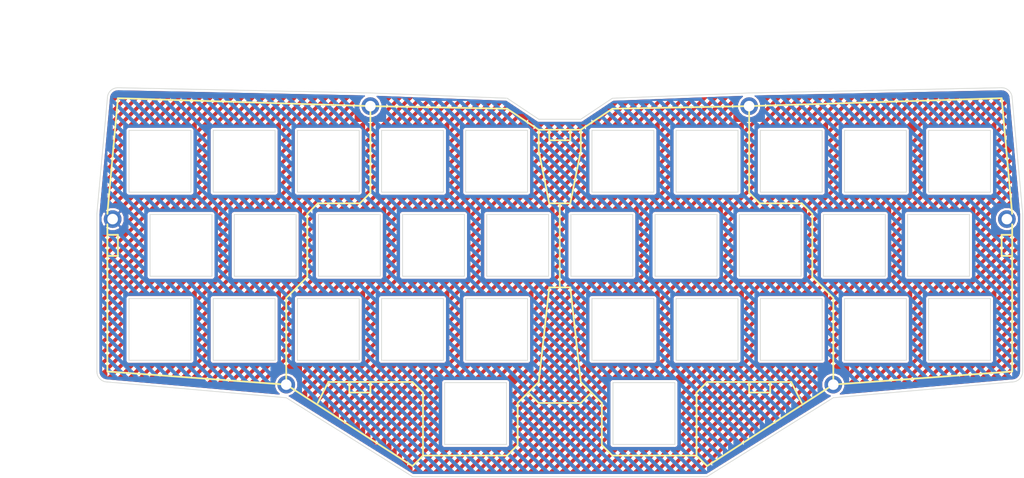
<source format=kicad_pcb>
(kicad_pcb (version 20171130) (host pcbnew "(5.0.0)")
  (title_block (title Treadstone32) (date 2019-04-02) (rev 1.0) (company marksard))
  (layers (0 F.Cu signal) (31 B.Cu signal) (34 B.Paste user) (35 F.Paste user) (36 B.SilkS user) (37 F.SilkS user) (38 B.Mask user) (39 F.Mask user) (44 Edge.Cuts user))
  (net 0 "")
  (net 1 GND)
  (module kbd:LEGO_HOLE_2.4 (layer B.Cu) (at 157.68946 54.70277 180)
    (fp_text reference "" (at 0 3.2 180) (layer B.SilkS) (effects (justify mirror)))
    (fp_text value "")
    (pad "" thru_hole circle (at 0 0 180) (size 4 4) (drill 2.4) (layers *.Cu *.Mask))
  )
  (module kbd:LEGO_HOLE_2.4 (layer F.Cu) (at 243.4141 54.70277)
    (fp_text reference "" (at 0 -3.2) (layer F.SilkS))
    (fp_text value "")
    (pad "" thru_hole circle (at 0 0) (size 4 4) (drill 2.4) (layers *.Cu *.Mask))
  )
  (module kbd:LEGO_HOLE_2.4 (layer F.Cu) (at 138.63954 117.80563)
    (fp_text reference "" (at 0 -3.2) (layer F.SilkS))
    (fp_text value "")
    (pad "" thru_hole circle (at 0 0) (size 4 4) (drill 2.4) (layers *.Cu *.Mask))
  )
  (module kbd:LEGO_HOLE_2.4 (layer F.Cu) (at 262.46402 117.80563)
    (fp_text reference "" (at 0 -3.2) (layer F.SilkS))
    (fp_text value "")
    (pad "" thru_hole circle (at 0 0) (size 4 4) (drill 2.4) (layers *.Cu *.Mask))
  )
  (module kbd:LEGO_HOLE_2.4 (layer F.Cu) (at 301.75448 80.3011)
    (fp_text reference "" (at 0 -3.2) (layer F.SilkS))
    (fp_text value "")
    (pad "" thru_hole circle (at 0 0) (size 4 4) (drill 2.4) (layers *.Cu *.Mask))
  )
  (module kbd:LEGO_HOLE_2.4_gnd (layer F.Cu) (at 99.34908 80.3011)
    (fp_text reference MH1 hide)
    (fp_text value MountingHole_Pad)
    (pad 1 thru_hole circle (at 0 0) (size 4 4) (drill 2.4) (layers *.Cu *.Mask) (net 1 GND))
  )
  (gr_line (start 157.68946 54.70277) (end 188.64929 55.29577) (layer F.SilkS) (width 0.4))
  (gr_line (start 243.4141 54.70277) (end 300.57086 52.91446) (layer F.SilkS) (width 0.4))
  (gr_line (start 243.4141 51.72622) (end 300.57086 50.53315) (layer Edge.Cuts) (width 0.15))
  (gr_line (start 157.68946 51.72622) (end 188.64929 52.91446) (layer Edge.Cuts) (width 0.15))
  (gr_line (start 212.60678 131.354) (end 226.60678 131.354) (layer Edge.Cuts) (width 0.15))
  (gr_line (start 226.60678 131.354) (end 226.60678 117.354) (layer Edge.Cuts) (width 0.15))
  (gr_line (start 226.60678 117.354) (end 212.60678 117.354) (layer Edge.Cuts) (width 0.15))
  (gr_line (start 212.60678 117.354) (end 212.60678 131.354) (layer Edge.Cuts) (width 0.15))
  (gr_line (start 284.04638 112.30344) (end 298.04638 112.30344) (layer Edge.Cuts) (width 0.15))
  (gr_line (start 298.04638 112.30344) (end 298.04638 98.30344) (layer Edge.Cuts) (width 0.15))
  (gr_line (start 298.04638 98.30344) (end 284.04638 98.30344) (layer Edge.Cuts) (width 0.15))
  (gr_line (start 284.04638 98.30344) (end 284.04638 112.30344) (layer Edge.Cuts) (width 0.15))
  (gr_line (start 264.99582 112.30344) (end 278.99582 112.30344) (layer Edge.Cuts) (width 0.15))
  (gr_line (start 278.99582 112.30344) (end 278.99582 98.30344) (layer Edge.Cuts) (width 0.15))
  (gr_line (start 278.99582 98.30344) (end 264.99582 98.30344) (layer Edge.Cuts) (width 0.15))
  (gr_line (start 264.99582 98.30344) (end 264.99582 112.30344) (layer Edge.Cuts) (width 0.15))
  (gr_line (start 245.94526 112.30344) (end 259.94526 112.30344) (layer Edge.Cuts) (width 0.15))
  (gr_line (start 259.94526 112.30344) (end 259.94526 98.30344) (layer Edge.Cuts) (width 0.15))
  (gr_line (start 259.94526 98.30344) (end 245.94526 98.30344) (layer Edge.Cuts) (width 0.15))
  (gr_line (start 245.94526 98.30344) (end 245.94526 112.30344) (layer Edge.Cuts) (width 0.15))
  (gr_line (start 226.8947 112.30344) (end 240.8947 112.30344) (layer Edge.Cuts) (width 0.15))
  (gr_line (start 240.8947 112.30344) (end 240.8947 98.30344) (layer Edge.Cuts) (width 0.15))
  (gr_line (start 240.8947 98.30344) (end 226.8947 98.30344) (layer Edge.Cuts) (width 0.15))
  (gr_line (start 226.8947 98.30344) (end 226.8947 112.30344) (layer Edge.Cuts) (width 0.15))
  (gr_line (start 207.84414 112.30344) (end 221.84414 112.30344) (layer Edge.Cuts) (width 0.15))
  (gr_line (start 221.84414 112.30344) (end 221.84414 98.30344) (layer Edge.Cuts) (width 0.15))
  (gr_line (start 221.84414 98.30344) (end 207.84414 98.30344) (layer Edge.Cuts) (width 0.15))
  (gr_line (start 207.84414 98.30344) (end 207.84414 112.30344) (layer Edge.Cuts) (width 0.15))
  (gr_line (start 279.28374 93.25288) (end 293.28374 93.25288) (layer Edge.Cuts) (width 0.15))
  (gr_line (start 293.28374 93.25288) (end 293.28374 79.25288) (layer Edge.Cuts) (width 0.15))
  (gr_line (start 293.28374 79.25288) (end 279.28374 79.25288) (layer Edge.Cuts) (width 0.15))
  (gr_line (start 279.28374 79.25288) (end 279.28374 93.25288) (layer Edge.Cuts) (width 0.15))
  (gr_line (start 260.23318 93.25288) (end 274.23318 93.25288) (layer Edge.Cuts) (width 0.15))
  (gr_line (start 274.23318 93.25288) (end 274.23318 79.25288) (layer Edge.Cuts) (width 0.15))
  (gr_line (start 274.23318 79.25288) (end 260.23318 79.25288) (layer Edge.Cuts) (width 0.15))
  (gr_line (start 260.23318 79.25288) (end 260.23318 93.25288) (layer Edge.Cuts) (width 0.15))
  (gr_line (start 241.18262 93.25288) (end 255.18262 93.25288) (layer Edge.Cuts) (width 0.15))
  (gr_line (start 255.18262 93.25288) (end 255.18262 79.25288) (layer Edge.Cuts) (width 0.15))
  (gr_line (start 255.18262 79.25288) (end 241.18262 79.25288) (layer Edge.Cuts) (width 0.15))
  (gr_line (start 241.18262 79.25288) (end 241.18262 93.25288) (layer Edge.Cuts) (width 0.15))
  (gr_line (start 222.13206 93.25288) (end 236.13206 93.25288) (layer Edge.Cuts) (width 0.15))
  (gr_line (start 236.13206 93.25288) (end 236.13206 79.25288) (layer Edge.Cuts) (width 0.15))
  (gr_line (start 236.13206 79.25288) (end 222.13206 79.25288) (layer Edge.Cuts) (width 0.15))
  (gr_line (start 222.13206 79.25288) (end 222.13206 93.25288) (layer Edge.Cuts) (width 0.15))
  (gr_line (start 203.0815 93.25288) (end 217.0815 93.25288) (layer Edge.Cuts) (width 0.15))
  (gr_line (start 217.0815 93.25288) (end 217.0815 79.25288) (layer Edge.Cuts) (width 0.15))
  (gr_line (start 217.0815 79.25288) (end 203.0815 79.25288) (layer Edge.Cuts) (width 0.15))
  (gr_line (start 203.0815 79.25288) (end 203.0815 93.25288) (layer Edge.Cuts) (width 0.15))
  (gr_line (start 284.04638 74.20232) (end 298.04638 74.20232) (layer Edge.Cuts) (width 0.15))
  (gr_line (start 298.04638 74.20232) (end 298.04638 60.20232) (layer Edge.Cuts) (width 0.15))
  (gr_line (start 298.04638 60.20232) (end 284.04638 60.20232) (layer Edge.Cuts) (width 0.15))
  (gr_line (start 284.04638 60.20232) (end 284.04638 74.20232) (layer Edge.Cuts) (width 0.15))
  (gr_line (start 264.99582 74.20232) (end 278.99582 74.20232) (layer Edge.Cuts) (width 0.15))
  (gr_line (start 278.99582 74.20232) (end 278.99582 60.20232) (layer Edge.Cuts) (width 0.15))
  (gr_line (start 278.99582 60.20232) (end 264.99582 60.20232) (layer Edge.Cuts) (width 0.15))
  (gr_line (start 264.99582 60.20232) (end 264.99582 74.20232) (layer Edge.Cuts) (width 0.15))
  (gr_line (start 245.94526 74.20232) (end 259.94526 74.20232) (layer Edge.Cuts) (width 0.15))
  (gr_line (start 259.94526 74.20232) (end 259.94526 60.20232) (layer Edge.Cuts) (width 0.15))
  (gr_line (start 259.94526 60.20232) (end 245.94526 60.20232) (layer Edge.Cuts) (width 0.15))
  (gr_line (start 245.94526 60.20232) (end 245.94526 74.20232) (layer Edge.Cuts) (width 0.15))
  (gr_line (start 226.8947 74.20232) (end 240.8947 74.20232) (layer Edge.Cuts) (width 0.15))
  (gr_line (start 240.8947 74.20232) (end 240.8947 60.20232) (layer Edge.Cuts) (width 0.15))
  (gr_line (start 240.8947 60.20232) (end 226.8947 60.20232) (layer Edge.Cuts) (width 0.15))
  (gr_line (start 226.8947 60.20232) (end 226.8947 74.20232) (layer Edge.Cuts) (width 0.15))
  (gr_line (start 207.84414 74.20232) (end 221.84414 74.20232) (layer Edge.Cuts) (width 0.15))
  (gr_line (start 221.84414 74.20232) (end 221.84414 60.20232) (layer Edge.Cuts) (width 0.15))
  (gr_line (start 221.84414 60.20232) (end 207.84414 60.20232) (layer Edge.Cuts) (width 0.15))
  (gr_line (start 207.84414 60.20232) (end 207.84414 74.20232) (layer Edge.Cuts) (width 0.15))
  (gr_line (start 174.50566 131.354) (end 188.50566 131.354) (layer Edge.Cuts) (width 0.15))
  (gr_line (start 188.50566 131.354) (end 188.50566 117.354) (layer Edge.Cuts) (width 0.15))
  (gr_line (start 188.50566 117.354) (end 174.50566 117.354) (layer Edge.Cuts) (width 0.15))
  (gr_line (start 174.50566 117.354) (end 174.50566 131.354) (layer Edge.Cuts) (width 0.15))
  (gr_line (start 179.2683 112.30344) (end 193.2683 112.30344) (layer Edge.Cuts) (width 0.15))
  (gr_line (start 193.2683 112.30344) (end 193.2683 98.30344) (layer Edge.Cuts) (width 0.15))
  (gr_line (start 193.2683 98.30344) (end 179.2683 98.30344) (layer Edge.Cuts) (width 0.15))
  (gr_line (start 179.2683 98.30344) (end 179.2683 112.30344) (layer Edge.Cuts) (width 0.15))
  (gr_line (start 160.21774 112.30344) (end 174.21774 112.30344) (layer Edge.Cuts) (width 0.15))
  (gr_line (start 174.21774 112.30344) (end 174.21774 98.30344) (layer Edge.Cuts) (width 0.15))
  (gr_line (start 174.21774 98.30344) (end 160.21774 98.30344) (layer Edge.Cuts) (width 0.15))
  (gr_line (start 160.21774 98.30344) (end 160.21774 112.30344) (layer Edge.Cuts) (width 0.15))
  (gr_line (start 141.16718 112.30344) (end 155.16718 112.30344) (layer Edge.Cuts) (width 0.15))
  (gr_line (start 155.16718 112.30344) (end 155.16718 98.30344) (layer Edge.Cuts) (width 0.15))
  (gr_line (start 155.16718 98.30344) (end 141.16718 98.30344) (layer Edge.Cuts) (width 0.15))
  (gr_line (start 141.16718 98.30344) (end 141.16718 112.30344) (layer Edge.Cuts) (width 0.15))
  (gr_line (start 122.11662 112.30344) (end 136.11662 112.30344) (layer Edge.Cuts) (width 0.15))
  (gr_line (start 136.11662 112.30344) (end 136.11662 98.30344) (layer Edge.Cuts) (width 0.15))
  (gr_line (start 136.11662 98.30344) (end 122.11662 98.30344) (layer Edge.Cuts) (width 0.15))
  (gr_line (start 122.11662 98.30344) (end 122.11662 112.30344) (layer Edge.Cuts) (width 0.15))
  (gr_line (start 103.06606 112.30344) (end 117.06606 112.30344) (layer Edge.Cuts) (width 0.15))
  (gr_line (start 117.06606 112.30344) (end 117.06606 98.30344) (layer Edge.Cuts) (width 0.15))
  (gr_line (start 117.06606 98.30344) (end 103.06606 98.30344) (layer Edge.Cuts) (width 0.15))
  (gr_line (start 103.06606 98.30344) (end 103.06606 112.30344) (layer Edge.Cuts) (width 0.15))
  (gr_line (start 184.03094 93.25288) (end 198.03094 93.25288) (layer Edge.Cuts) (width 0.15))
  (gr_line (start 198.03094 93.25288) (end 198.03094 79.25288) (layer Edge.Cuts) (width 0.15))
  (gr_line (start 198.03094 79.25288) (end 184.03094 79.25288) (layer Edge.Cuts) (width 0.15))
  (gr_line (start 184.03094 79.25288) (end 184.03094 93.25288) (layer Edge.Cuts) (width 0.15))
  (gr_line (start 164.98038 93.25288) (end 178.98038 93.25288) (layer Edge.Cuts) (width 0.15))
  (gr_line (start 178.98038 93.25288) (end 178.98038 79.25288) (layer Edge.Cuts) (width 0.15))
  (gr_line (start 178.98038 79.25288) (end 164.98038 79.25288) (layer Edge.Cuts) (width 0.15))
  (gr_line (start 164.98038 79.25288) (end 164.98038 93.25288) (layer Edge.Cuts) (width 0.15))
  (gr_line (start 145.92982 93.25288) (end 159.92982 93.25288) (layer Edge.Cuts) (width 0.15))
  (gr_line (start 159.92982 93.25288) (end 159.92982 79.25288) (layer Edge.Cuts) (width 0.15))
  (gr_line (start 159.92982 79.25288) (end 145.92982 79.25288) (layer Edge.Cuts) (width 0.15))
  (gr_line (start 145.92982 79.25288) (end 145.92982 93.25288) (layer Edge.Cuts) (width 0.15))
  (gr_line (start 126.87926 93.25288) (end 140.87926 93.25288) (layer Edge.Cuts) (width 0.15))
  (gr_line (start 140.87926 93.25288) (end 140.87926 79.25288) (layer Edge.Cuts) (width 0.15))
  (gr_line (start 140.87926 79.25288) (end 126.87926 79.25288) (layer Edge.Cuts) (width 0.15))
  (gr_line (start 126.87926 79.25288) (end 126.87926 93.25288) (layer Edge.Cuts) (width 0.15))
  (gr_line (start 107.8287 93.25288) (end 121.8287 93.25288) (layer Edge.Cuts) (width 0.15))
  (gr_line (start 121.8287 93.25288) (end 121.8287 79.25288) (layer Edge.Cuts) (width 0.15))
  (gr_line (start 121.8287 79.25288) (end 107.8287 79.25288) (layer Edge.Cuts) (width 0.15))
  (gr_line (start 107.8287 79.25288) (end 107.8287 93.25288) (layer Edge.Cuts) (width 0.15))
  (gr_line (start 179.2683 74.20232) (end 193.2683 74.20232) (layer Edge.Cuts) (width 0.15))
  (gr_line (start 193.2683 74.20232) (end 193.2683 60.20232) (layer Edge.Cuts) (width 0.15))
  (gr_line (start 193.2683 60.20232) (end 179.2683 60.20232) (layer Edge.Cuts) (width 0.15))
  (gr_line (start 179.2683 60.20232) (end 179.2683 74.20232) (layer Edge.Cuts) (width 0.15))
  (gr_line (start 160.21774 74.20232) (end 174.21774 74.20232) (layer Edge.Cuts) (width 0.15))
  (gr_line (start 174.21774 74.20232) (end 174.21774 60.20232) (layer Edge.Cuts) (width 0.15))
  (gr_line (start 174.21774 60.20232) (end 160.21774 60.20232) (layer Edge.Cuts) (width 0.15))
  (gr_line (start 160.21774 60.20232) (end 160.21774 74.20232) (layer Edge.Cuts) (width 0.15))
  (gr_line (start 141.16718 74.20232) (end 155.16718 74.20232) (layer Edge.Cuts) (width 0.15))
  (gr_line (start 155.16718 74.20232) (end 155.16718 60.20232) (layer Edge.Cuts) (width 0.15))
  (gr_line (start 155.16718 60.20232) (end 141.16718 60.20232) (layer Edge.Cuts) (width 0.15))
  (gr_line (start 141.16718 60.20232) (end 141.16718 74.20232) (layer Edge.Cuts) (width 0.15))
  (gr_line (start 122.11662 74.20232) (end 136.11662 74.20232) (layer Edge.Cuts) (width 0.15))
  (gr_line (start 136.11662 74.20232) (end 136.11662 60.20232) (layer Edge.Cuts) (width 0.15))
  (gr_line (start 136.11662 60.20232) (end 122.11662 60.20232) (layer Edge.Cuts) (width 0.15))
  (gr_line (start 122.11662 60.20232) (end 122.11662 74.20232) (layer Edge.Cuts) (width 0.15))
  (gr_line (start 169.59881 133.879) (end 169.59881 129.11638) (layer F.SilkS) (width 0.4))
  (gr_line (start 231.51287 129.11638) (end 231.51287 133.879) (layer F.SilkS) (width 0.4))
  (gr_line (start 145.78571 121.97245) (end 148.16702 117.20983) (layer F.SilkS) (width 0.4))
  (gr_line (start 157.69226 119.59114) (end 157.69226 117.20983) (layer F.SilkS) (width 0.4))
  (gr_line (start 152.92964 119.59114) (end 157.69226 119.59114) (layer F.SilkS) (width 0.4))
  (gr_line (start 152.92964 117.20983) (end 152.92964 119.59114) (layer F.SilkS) (width 0.4))
  (gr_line (start 148.16702 117.20983) (end 162.45488 117.20983) (layer F.SilkS) (width 0.4))
  (gr_line (start 162.45488 117.20983) (end 167.2175 117.20983) (layer F.SilkS) (width 0.4))
  (gr_line (start 252.94466 117.20983) (end 233.89418 117.20983) (layer F.SilkS) (width 0.4))
  (gr_line (start 255.32597 121.97245) (end 252.94466 117.20983) (layer F.SilkS) (width 0.4))
  (gr_line (start 248.18204 119.59114) (end 248.18204 117.20983) (layer F.SilkS) (width 0.4))
  (gr_line (start 243.41942 119.59114) (end 248.18204 119.59114) (layer F.SilkS) (width 0.4))
  (gr_line (start 243.41942 117.20983) (end 243.41942 119.59114) (layer F.SilkS) (width 0.4))
  (gr_line (start 231.51287 119.59114) (end 233.89418 117.20983) (layer F.SilkS) (width 0.4))
  (gr_line (start 231.51287 129.11638) (end 231.51287 119.59114) (layer F.SilkS) (width 0.4))
  (gr_line (start 169.59881 119.59114) (end 169.59881 129.11638) (layer F.SilkS) (width 0.4))
  (gr_line (start 167.2175 117.20983) (end 169.59881 119.59114) (layer F.SilkS) (width 0.4))
  (gr_line (start 138.64178 98.15935) (end 138.63954 117.80563) (layer F.SilkS) (width 0.4))
  (gr_line (start 143.4044 93.39673) (end 138.64178 98.15935) (layer F.SilkS) (width 0.4))
  (gr_line (start 143.4044 79.10887) (end 143.4044 93.39673) (layer F.SilkS) (width 0.4))
  (gr_line (start 145.78571 76.72756) (end 143.4044 79.10887) (layer F.SilkS) (width 0.4))
  (gr_line (start 155.31095 76.72756) (end 145.78571 76.72756) (layer F.SilkS) (width 0.4))
  (gr_line (start 157.69226 74.34625) (end 155.31095 76.72756) (layer F.SilkS) (width 0.4))
  (gr_line (start 157.68946 54.70277) (end 157.69226 74.34625) (layer F.SilkS) (width 0.4))
  (gr_line (start 262.4699 98.15935) (end 262.46402 117.80563) (layer F.SilkS) (width 0.4))
  (gr_line (start 260.08859 95.77804) (end 262.4699 98.15935) (layer F.SilkS) (width 0.4))
  (gr_line (start 257.70728 93.39673) (end 260.08859 95.77804) (layer F.SilkS) (width 0.4))
  (gr_line (start 257.70728 79.10887) (end 257.70728 93.39673) (layer F.SilkS) (width 0.4))
  (gr_line (start 255.32597 76.72756) (end 257.70728 79.10887) (layer F.SilkS) (width 0.4))
  (gr_line (start 245.80073 76.72756) (end 255.32597 76.72756) (layer F.SilkS) (width 0.4))
  (gr_line (start 243.41942 74.34625) (end 245.80073 76.72756) (layer F.SilkS) (width 0.4))
  (gr_line (start 243.4141 54.70277) (end 243.41942 74.34625) (layer F.SilkS) (width 0.4))
  (gr_line (start 198.17453 76.72756) (end 200.55584 76.72756) (layer F.SilkS) (width 0.4))
  (gr_line (start 195.79322 64.82101) (end 198.17453 76.72756) (layer F.SilkS) (width 0.4))
  (gr_line (start 195.79322 60.05839) (end 195.79322 64.82101) (layer F.SilkS) (width 0.4))
  (gr_line (start 205.31846 64.82101) (end 205.31846 60.05839) (layer F.SilkS) (width 0.4))
  (gr_line (start 202.93715 76.72756) (end 205.31846 64.82101) (layer F.SilkS) (width 0.4))
  (gr_line (start 200.55584 76.72756) (end 202.93715 76.72756) (layer F.SilkS) (width 0.4))
  (gr_line (start 200.55584 95.77804) (end 200.55584 76.72756) (layer F.SilkS) (width 0.4))
  (gr_line (start 205.31846 121.97245) (end 207.69977 119.59114) (layer F.SilkS) (width 0.4))
  (gr_line (start 195.79322 121.97245) (end 205.31846 121.97245) (layer F.SilkS) (width 0.4))
  (gr_line (start 193.41191 119.59114) (end 195.79322 121.97245) (layer F.SilkS) (width 0.4))
  (gr_line (start 210.08108 131.49769) (end 212.46239 133.879) (layer F.SilkS) (width 0.4))
  (gr_line (start 188.64929 133.879) (end 191.0306 131.49769) (layer F.SilkS) (width 0.4))
  (gr_line (start 169.59881 133.879) (end 188.64929 133.879) (layer F.SilkS) (width 0.4))
  (gr_line (start 167.2175 136.26031) (end 169.59881 133.879) (layer F.SilkS) (width 0.4))
  (gr_line (start 231.51287 133.879) (end 212.46239 133.879) (layer F.SilkS) (width 0.4))
  (gr_line (start 233.89418 136.26031) (end 231.51287 133.879) (layer F.SilkS) (width 0.4))
  (gr_line (start 191.0306 121.97245) (end 191.0306 131.49769) (layer F.SilkS) (width 0.4))
  (gr_line (start 195.79322 117.20983) (end 191.0306 121.97245) (layer F.SilkS) (width 0.4))
  (gr_line (start 198.17453 95.77804) (end 195.79322 117.20983) (layer F.SilkS) (width 0.4))
  (gr_line (start 200.55584 95.77804) (end 198.17453 95.77804) (layer F.SilkS) (width 0.4))
  (gr_line (start 210.08108 121.97245) (end 210.08108 131.49769) (layer F.SilkS) (width 0.4))
  (gr_line (start 205.31846 117.20983) (end 210.08108 121.97245) (layer F.SilkS) (width 0.4))
  (gr_line (start 202.93715 95.77804) (end 205.31846 117.20983) (layer F.SilkS) (width 0.4))
  (gr_line (start 200.55584 95.77804) (end 202.93715 95.77804) (layer F.SilkS) (width 0.4))
  (gr_line (start 202.93715 62.4397) (end 202.93715 60.05839) (layer F.SilkS) (width 0.4))
  (gr_line (start 198.17453 62.4397) (end 202.93715 62.4397) (layer F.SilkS) (width 0.4))
  (gr_line (start 198.17453 60.05839) (end 198.17453 62.4397) (layer F.SilkS) (width 0.4))
  (gr_line (start 100.54082 88.63411) (end 98.15951 88.63411) (layer F.SilkS) (width 0.4))
  (gr_line (start 100.54082 83.87149) (end 100.54082 88.63411) (layer F.SilkS) (width 0.4))
  (gr_line (start 98.15951 83.87149) (end 100.54082 83.87149) (layer F.SilkS) (width 0.4))
  (gr_line (start 300.57086 88.63411) (end 302.95217 88.63411) (layer F.SilkS) (width 0.4))
  (gr_line (start 300.57086 83.87149) (end 300.57086 88.63411) (layer F.SilkS) (width 0.4))
  (gr_line (start 302.95217 83.87149) (end 300.57086 83.87149) (layer F.SilkS) (width 0.4))
  (gr_line (start 98.15846 79.11048) (end 100.54082 52.91446) (layer F.SilkS) (width 0.4))
  (gr_line (start 98.15951 114.82852) (end 98.15951 81.49018) (layer F.SilkS) (width 0.4))
  (gr_line (start 138.63954 117.80563) (end 98.15951 114.82852) (layer F.SilkS) (width 0.4))
  (gr_line (start 167.2175 136.26031) (end 138.63954 117.80563) (layer F.SilkS) (width 0.4))
  (gr_line (start 262.46402 117.80563) (end 233.89418 136.26031) (layer F.SilkS) (width 0.4))
  (gr_line (start 302.95217 114.82852) (end 262.46402 117.80563) (layer F.SilkS) (width 0.4))
  (gr_line (start 302.95217 81.49018) (end 302.95217 114.82852) (layer F.SilkS) (width 0.4))
  (gr_line (start 300.57086 52.91446) (end 302.9451 79.11048) (layer F.SilkS) (width 0.4))
  (gr_line (start 212.46239 55.29577) (end 243.4141 54.70277) (layer F.SilkS) (width 0.4))
  (gr_line (start 205.31846 60.05839) (end 212.46239 55.29577) (layer F.SilkS) (width 0.4))
  (gr_line (start 195.79322 60.05839) (end 205.31846 60.05839) (layer F.SilkS) (width 0.4))
  (gr_line (start 188.64929 55.29577) (end 195.79322 60.05839) (layer F.SilkS) (width 0.4))
  (gr_line (start 100.54082 52.91446) (end 157.68946 54.70277) (layer F.SilkS) (width 0.4))
  (gr_line (start 195.79322 57.67708) (end 205.31846 57.67708) (layer Edge.Cuts) (width 0.15))
  (gr_line (start 302.95217 117.20983) (end 262.46402 120.78218) (layer Edge.Cuts) (width 0.15))
  (gr_arc (start 302.95217 114.82852) (end 302.95217 117.20983) (angle -90) (layer Edge.Cuts) (width 0.15))
  (gr_line (start 98.15951 117.20983) (end 138.63954 120.78218) (layer Edge.Cuts) (width 0.15))
  (gr_arc (start 98.15951 114.82852) (end 95.7782 114.82852) (angle -90) (layer Edge.Cuts) (width 0.15))
  (gr_arc (start 300.57086 52.91446) (end 302.95217 52.91446) (angle -90) (layer Edge.Cuts) (width 0.15))
  (gr_arc (start 100.54082 52.91446) (end 100.54082 50.53315) (angle -90) (layer Edge.Cuts) (width 0.15))
  (gr_line (start 195.79322 57.67708) (end 188.64929 52.91446) (layer Edge.Cuts) (width 0.15))
  (gr_line (start 205.31846 57.67708) (end 212.46239 52.91446) (layer Edge.Cuts) (width 0.15))
  (gr_line (start 233.89418 138.64162) (end 262.46402 120.78218) (layer Edge.Cuts) (width 0.15))
  (gr_line (start 167.2175 138.64162) (end 138.63954 120.78218) (layer Edge.Cuts) (width 0.15))
  (gr_line (start 212.46239 52.91446) (end 243.4141 51.72622) (layer Edge.Cuts) (width 0.15))
  (gr_line (start 100.54082 50.53315) (end 157.68946 51.72622) (layer Edge.Cuts) (width 0.15))
  (gr_line (start 95.7782 79.10887) (end 98.15951 52.91446) (layer Edge.Cuts) (width 0.15))
  (gr_line (start 95.7782 114.82852) (end 95.7782 79.10887) (layer Edge.Cuts) (width 0.15))
  (gr_line (start 305.33348 79.10887) (end 302.95217 52.91446) (layer Edge.Cuts) (width 0.15))
  (gr_line (start 305.33348 114.82852) (end 305.33348 79.10887) (layer Edge.Cuts) (width 0.15))
  (gr_line (start 103.06606 60.20232) (end 103.06606 74.20232) (layer Edge.Cuts) (width 0.15))
  (gr_line (start 117.06606 60.20232) (end 103.06606 60.20232) (layer Edge.Cuts) (width 0.15))
  (gr_line (start 117.06606 74.20232) (end 117.06606 60.20232) (layer Edge.Cuts) (width 0.15))
  (gr_line (start 103.06606 74.20232) (end 117.06606 74.20232) (layer Edge.Cuts) (width 0.15))
  (gr_line (start 167.2175 138.64162) (end 233.89418 138.64162) (layer Edge.Cuts) (width 0.15))
  (zone (net 1) (net_name GND) (layer F.Cu) (connect_pads (clearance 0.508)) (min_thickness 0.254) (fill yes (arc_segments 16) (thermal_gap 0.508) (thermal_bridge_width 0.508))
    (polygon (pts (xy 97.84058 49.78153) (xy 95.45986 78.634) (xy 95.45986 117.369) (xy 138.63954 120.78218) (xy 167.21486 138.959) (xy 233.88986 138.959) (xy 262.46402 120.78218) (xy 305.64486 117.369) (xy 305.64486 79.269) (xy 302.9451 49.94029) (xy 212.1401 52.48029) (xy 205.31486 57.044) (xy 195.78986 57.044) (xy 188.64558 52.32153)))
  )
  (zone (net 1) (net_name GND) (layer B.Cu) (connect_pads (clearance 0.508)) (min_thickness 0.254) (fill yes (arc_segments 16) (thermal_gap 0.508) (thermal_bridge_width 0.508))
    (polygon (pts (xy 97.84058 49.78153) (xy 95.45986 78.634) (xy 95.45986 117.369) (xy 138.63954 120.78218) (xy 167.21486 138.959) (xy 233.88986 138.959) (xy 262.46402 120.78218) (xy 305.64486 117.369) (xy 305.64486 79.269) (xy 302.9451 49.94029) (xy 212.1401 52.48029) (xy 205.31486 57.044) (xy 195.78986 57.044) (xy 188.64558 52.32153)))
  )
  (zone (net 0) (net_name "") (layer F.Cu) (connect_pads (clearance 0.508)) (min_thickness 0.254)
    (keepout (tracks allowed) (vias allowed) (copperpour not_allowed))
    (fill (arc_segments 16) (thermal_gap 0.508) (thermal_bridge_width 0.508))
    (polygon (pts (xy 126.7355 52.91412) (xy 127.92616 52.91412) (xy 118.40088 62.4394) (xy 118.40088 61.24874)))
  )
  (zone (net 0) (net_name "") (layer F.Cu) (connect_pads (clearance 0.508)) (min_thickness 0.254)
    (keepout (tracks allowed) (vias allowed) (copperpour not_allowed))
    (fill (arc_segments 16) (thermal_gap 0.508) (thermal_bridge_width 0.508))
    (polygon (pts (xy 120.782055 61.24877) (xy 118.400745 63.63008) (xy 118.400745 64.820735) (xy 120.782055 62.439425)))
  )
  (zone (net 0) (net_name "") (layer F.Cu) (connect_pads (clearance 0.508)) (min_thickness 0.254)
    (keepout (tracks allowed) (vias allowed) (copperpour not_allowed))
    (fill (arc_segments 16) (thermal_gap 0.508) (thermal_bridge_width 0.508))
    (polygon (pts (xy 120.782055 63.63009) (xy 118.400745 66.0114) (xy 118.400745 67.202055) (xy 120.782055 64.820745)))
  )
  (zone (net 0) (net_name "") (layer F.Cu) (connect_pads (clearance 0.508)) (min_thickness 0.254)
    (keepout (tracks allowed) (vias allowed) (copperpour not_allowed))
    (fill (arc_segments 16) (thermal_gap 0.508) (thermal_bridge_width 0.508))
    (polygon (pts (xy 124.354035 52.91415) (xy 118.40088 58.86742) (xy 118.400745 60.058095) (xy 125.54484 52.91412)))
  )
  (zone (net 0) (net_name "") (layer F.Cu) (connect_pads (clearance 0.508)) (min_thickness 0.254)
    (keepout (tracks allowed) (vias allowed) (copperpour not_allowed))
    (fill (arc_segments 16) (thermal_gap 0.508) (thermal_bridge_width 0.508))
    (polygon (pts (xy 121.972715 52.91415) (xy 116.01956 58.86742) (xy 117.21022 58.867415) (xy 123.16352 52.91412)))
  )
  (zone (net 0) (net_name "") (layer F.Cu) (connect_pads (clearance 0.508)) (min_thickness 0.254)
    (keepout (tracks allowed) (vias allowed) (copperpour not_allowed))
    (fill (arc_segments 16) (thermal_gap 0.508) (thermal_bridge_width 0.508))
    (polygon (pts (xy 119.591395 52.91415) (xy 113.63824 58.86742) (xy 114.8289 58.867415) (xy 120.7822 52.91412)))
  )
  (zone (net 0) (net_name "") (layer F.Cu) (connect_pads (clearance 0.508)) (min_thickness 0.254)
    (keepout (tracks allowed) (vias allowed) (copperpour not_allowed))
    (fill (arc_segments 16) (thermal_gap 0.508) (thermal_bridge_width 0.508))
    (polygon (pts (xy 117.210075 52.91415) (xy 111.25692 58.86742) (xy 112.44758 58.867415) (xy 118.40088 52.91412)))
  )
  (zone (net 0) (net_name "") (layer F.Cu) (connect_pads (clearance 0.508)) (min_thickness 0.254)
    (keepout (tracks allowed) (vias allowed) (copperpour not_allowed))
    (fill (arc_segments 16) (thermal_gap 0.508) (thermal_bridge_width 0.508))
    (polygon (pts (xy 114.8289 52.91412) (xy 108.875745 58.86739) (xy 110.06626 58.86742) (xy 116.01956 52.914125)))
  )
  (zone (net 0) (net_name "") (layer F.Cu) (connect_pads (clearance 0.508)) (min_thickness 0.254)
    (keepout (tracks allowed) (vias allowed) (copperpour not_allowed))
    (fill (arc_segments 16) (thermal_gap 0.508) (thermal_bridge_width 0.508))
    (polygon (pts (xy 112.447435 52.91415) (xy 106.49428 58.86742) (xy 107.68494 58.867415) (xy 113.63824 52.91412)))
  )
  (zone (net 0) (net_name "") (layer F.Cu) (connect_pads (clearance 0.508)) (min_thickness 0.254)
    (keepout (tracks allowed) (vias allowed) (copperpour not_allowed))
    (fill (arc_segments 16) (thermal_gap 0.508) (thermal_bridge_width 0.508))
    (polygon (pts (xy 110.066115 52.91415) (xy 104.11296 58.86742) (xy 105.30362 58.867415) (xy 111.25692 52.91412)))
  )
  (zone (net 0) (net_name "") (layer F.Cu) (connect_pads (clearance 0.508)) (min_thickness 0.254)
    (keepout (tracks allowed) (vias allowed) (copperpour not_allowed))
    (fill (arc_segments 16) (thermal_gap 0.508) (thermal_bridge_width 0.508))
    (polygon (pts (xy 107.684795 52.91415) (xy 99.35032 61.24874) (xy 99.35032 62.4394) (xy 108.8756 52.91412)))
  )
  (zone (net 0) (net_name "") (layer F.Cu) (connect_pads (clearance 0.508)) (min_thickness 0.254)
    (keepout (tracks allowed) (vias allowed) (copperpour not_allowed))
    (fill (arc_segments 16) (thermal_gap 0.508) (thermal_bridge_width 0.508))
    (polygon (pts (xy 105.303475 52.91415) (xy 99.35032 58.86742) (xy 99.35032 60.05808) (xy 106.49428 52.91412)))
  )
  (zone (net 0) (net_name "") (layer F.Cu) (connect_pads (clearance 0.508)) (min_thickness 0.254)
    (keepout (tracks allowed) (vias allowed) (copperpour not_allowed))
    (fill (arc_segments 16) (thermal_gap 0.508) (thermal_bridge_width 0.508))
    (polygon (pts (xy 102.922155 52.91415) (xy 99.35032 56.4861) (xy 99.35032 57.67676) (xy 104.11296 52.91412)))
  )
  (zone (net 0) (net_name "") (layer F.Cu) (connect_pads (clearance 0.508)) (min_thickness 0.254)
    (keepout (tracks allowed) (vias allowed) (copperpour not_allowed))
    (fill (arc_segments 16) (thermal_gap 0.508) (thermal_bridge_width 0.508))
    (polygon (pts (xy 100.540835 52.91415) (xy 99.35032 54.10478) (xy 99.35032 55.29544) (xy 101.73164 52.91412)))
  )
  (zone (net 0) (net_name "") (layer F.Cu) (connect_pads (clearance 0.508)) (min_thickness 0.254)
    (keepout (tracks allowed) (vias allowed) (copperpour not_allowed))
    (fill (arc_segments 16) (thermal_gap 0.508) (thermal_bridge_width 0.508))
    (polygon (pts (xy 101.731495 61.24877) (xy 98.15966 64.82072) (xy 98.15966 66.01138) (xy 101.73164 62.4394)))
  )
  (zone (net 0) (net_name "") (layer F.Cu) (connect_pads (clearance 0.508)) (min_thickness 0.254)
    (keepout (tracks allowed) (vias allowed) (copperpour not_allowed))
    (fill (arc_segments 16) (thermal_gap 0.508) (thermal_bridge_width 0.508))
    (polygon (pts (xy 101.731495 63.63009) (xy 98.15966 67.20204) (xy 98.15966 68.3927) (xy 101.73164 64.82072)))
  )
  (zone (net 0) (net_name "") (layer F.Cu) (connect_pads (clearance 0.508)) (min_thickness 0.254)
    (keepout (tracks allowed) (vias allowed) (copperpour not_allowed))
    (fill (arc_segments 16) (thermal_gap 0.508) (thermal_bridge_width 0.508))
    (polygon (pts (xy 101.731495 66.01141) (xy 98.15966 69.58336) (xy 98.15966 70.77402) (xy 101.73164 67.20204)))
  )
  (zone (net 0) (net_name "") (layer F.Cu) (connect_pads (clearance 0.508)) (min_thickness 0.254)
    (keepout (tracks allowed) (vias allowed) (copperpour not_allowed))
    (fill (arc_segments 16) (thermal_gap 0.508) (thermal_bridge_width 0.508))
    (polygon (pts (xy 101.731495 68.39273) (xy 98.15966 71.96468) (xy 98.15966 73.15534) (xy 101.73164 69.58336)))
  )
  (zone (net 0) (net_name "") (layer F.Cu) (connect_pads (clearance 0.508)) (min_thickness 0.254)
    (keepout (tracks allowed) (vias allowed) (copperpour not_allowed))
    (fill (arc_segments 16) (thermal_gap 0.508) (thermal_bridge_width 0.508))
    (polygon (pts (xy 101.731495 70.77405) (xy 98.15966 74.346) (xy 98.15966 75.53666) (xy 101.73164 71.96468)))
  )
  (zone (net 0) (net_name "") (layer F.Cu) (connect_pads (clearance 0.508)) (min_thickness 0.254)
    (keepout (tracks allowed) (vias allowed) (copperpour not_allowed))
    (fill (arc_segments 16) (thermal_gap 0.508) (thermal_bridge_width 0.508))
    (polygon (pts (xy 101.73164 73.15534) (xy 98.15846 76.72924) (xy 99.34912 76.72924) (xy 101.73164 74.346)))
  )
  (zone (net 0) (net_name "") (layer F.Cu) (connect_pads (clearance 0.508)) (min_thickness 0.254)
    (keepout (tracks allowed) (vias allowed) (copperpour not_allowed))
    (fill (arc_segments 16) (thermal_gap 0.508) (thermal_bridge_width 0.508))
    (polygon (pts (xy 104.11296 75.53666) (xy 102.32563 77.32455) (xy 102.92094 77.9199) (xy 105.30362 75.53666)))
  )
  (zone (net 0) (net_name "") (layer F.Cu) (connect_pads (clearance 0.508)) (min_thickness 0.254)
    (keepout (tracks allowed) (vias allowed) (copperpour not_allowed))
    (fill (arc_segments 16) (thermal_gap 0.508) (thermal_bridge_width 0.508))
    (polygon (pts (xy 106.49428 75.53666) (xy 102.92094 79.11048) (xy 102.92094 80.30114) (xy 107.68494 75.53666)))
  )
  (zone (net 0) (net_name "") (layer F.Cu) (connect_pads (clearance 0.508)) (min_thickness 0.254)
    (keepout (tracks allowed) (vias allowed) (copperpour not_allowed))
    (fill (arc_segments 16) (thermal_gap 0.508) (thermal_bridge_width 0.508))
    (polygon (pts (xy 108.8756 75.53666) (xy 102.92094 81.49172) (xy 102.92094 82.68238) (xy 110.06626 75.53666)))
  )
  (zone (net 0) (net_name "") (layer F.Cu) (connect_pads (clearance 0.508)) (min_thickness 0.254)
    (keepout (tracks allowed) (vias allowed) (copperpour not_allowed))
    (fill (arc_segments 16) (thermal_gap 0.508) (thermal_bridge_width 0.508))
    (polygon (pts (xy 98.15842 83.87296) (xy 96.96784 85.06358) (xy 96.96784 86.25424) (xy 99.34908 83.87296)))
  )
  (zone (net 0) (net_name "") (layer F.Cu) (connect_pads (clearance 0.508)) (min_thickness 0.254)
    (keepout (tracks allowed) (vias allowed) (copperpour not_allowed))
    (fill (arc_segments 16) (thermal_gap 0.508) (thermal_bridge_width 0.508))
    (polygon (pts (xy 111.25692 75.53666) (xy 108.8756 77.91798) (xy 110.06626 77.91798) (xy 112.44758 75.53666)))
  )
  (zone (net 0) (net_name "") (layer F.Cu) (connect_pads (clearance 0.508)) (min_thickness 0.254)
    (keepout (tracks allowed) (vias allowed) (copperpour not_allowed))
    (fill (arc_segments 16) (thermal_gap 0.508) (thermal_bridge_width 0.508))
    (polygon (pts (xy 113.63824 75.53666) (xy 111.25692 77.91798) (xy 112.44758 77.91798) (xy 114.8289 75.53666)))
  )
  (zone (net 0) (net_name "") (layer F.Cu) (connect_pads (clearance 0.508)) (min_thickness 0.254)
    (keepout (tracks allowed) (vias allowed) (copperpour not_allowed))
    (fill (arc_segments 16) (thermal_gap 0.508) (thermal_bridge_width 0.508))
    (polygon (pts (xy 116.01956 75.53666) (xy 113.63824 77.91798) (xy 114.8289 77.91798) (xy 117.21022 75.53666)))
  )
  (zone (net 0) (net_name "") (layer F.Cu) (connect_pads (clearance 0.508)) (min_thickness 0.254)
    (keepout (tracks allowed) (vias allowed) (copperpour not_allowed))
    (fill (arc_segments 16) (thermal_gap 0.508) (thermal_bridge_width 0.508))
    (polygon (pts (xy 120.7822 73.15534) (xy 116.01956 77.91798) (xy 117.21022 77.91798) (xy 120.7822 74.346)))
  )
  (zone (net 0) (net_name "") (layer F.Cu) (connect_pads (clearance 0.508)) (min_thickness 0.254)
    (keepout (tracks allowed) (vias allowed) (copperpour not_allowed))
    (fill (arc_segments 16) (thermal_gap 0.508) (thermal_bridge_width 0.508))
    (polygon (pts (xy 120.782055 66.01141) (xy 118.400745 68.39272) (xy 118.400745 69.583375) (xy 120.782055 67.202065)))
  )
  (zone (net 0) (net_name "") (layer F.Cu) (connect_pads (clearance 0.508)) (min_thickness 0.254)
    (keepout (tracks allowed) (vias allowed) (copperpour not_allowed))
    (fill (arc_segments 16) (thermal_gap 0.508) (thermal_bridge_width 0.508))
    (polygon (pts (xy 120.782055 68.39273) (xy 118.400745 70.77404) (xy 118.400745 71.964695) (xy 120.782055 69.583385)))
  )
  (zone (net 0) (net_name "") (layer F.Cu) (connect_pads (clearance 0.508)) (min_thickness 0.254)
    (keepout (tracks allowed) (vias allowed) (copperpour not_allowed))
    (fill (arc_segments 16) (thermal_gap 0.508) (thermal_bridge_width 0.508))
    (polygon (pts (xy 120.782055 70.77405) (xy 118.400745 73.15536) (xy 118.400745 74.346015) (xy 120.782055 71.964705)))
  )
  (zone (net 0) (net_name "") (layer F.Cu) (connect_pads (clearance 0.508)) (min_thickness 0.254)
    (keepout (tracks allowed) (vias allowed) (copperpour not_allowed))
    (fill (arc_segments 16) (thermal_gap 0.508) (thermal_bridge_width 0.508))
    (polygon (pts (xy 106.494135 80.29933) (xy 96.969 89.82458) (xy 96.969 91.015235) (xy 106.494135 81.489985)))
  )
  (zone (net 0) (net_name "") (layer F.Cu) (connect_pads (clearance 0.508)) (min_thickness 0.254)
    (keepout (tracks allowed) (vias allowed) (copperpour not_allowed))
    (fill (arc_segments 16) (thermal_gap 0.508) (thermal_bridge_width 0.508))
    (polygon (pts (xy 106.494135 82.68065) (xy 96.969 92.2059) (xy 96.969 93.396555) (xy 106.494135 83.871305)))
  )
  (zone (net 0) (net_name "") (layer F.Cu) (connect_pads (clearance 0.508)) (min_thickness 0.254)
    (keepout (tracks allowed) (vias allowed) (copperpour not_allowed))
    (fill (arc_segments 16) (thermal_gap 0.508) (thermal_bridge_width 0.508))
    (polygon (pts (xy 106.494135 85.06197) (xy 96.969 94.58722) (xy 96.969 95.777875) (xy 106.494135 86.252625)))
  )
  (zone (net 0) (net_name "") (layer F.Cu) (connect_pads (clearance 0.508)) (min_thickness 0.254)
    (keepout (tracks allowed) (vias allowed) (copperpour not_allowed))
    (fill (arc_segments 16) (thermal_gap 0.508) (thermal_bridge_width 0.508))
    (polygon (pts (xy 106.494135 87.44329) (xy 96.969 96.96854) (xy 96.969 98.159195) (xy 106.494135 88.633945)))
  )
  (zone (net 0) (net_name "") (layer F.Cu) (connect_pads (clearance 0.508)) (min_thickness 0.254)
    (keepout (tracks allowed) (vias allowed) (copperpour not_allowed))
    (fill (arc_segments 16) (thermal_gap 0.508) (thermal_bridge_width 0.508))
    (polygon (pts (xy 106.494135 89.82461) (xy 96.969 99.34986) (xy 96.969 100.540515) (xy 106.494135 91.015265)))
  )
  (zone (net 0) (net_name "") (layer F.Cu) (connect_pads (clearance 0.508)) (min_thickness 0.254)
    (keepout (tracks allowed) (vias allowed) (copperpour not_allowed))
    (fill (arc_segments 16) (thermal_gap 0.508) (thermal_bridge_width 0.508))
    (polygon (pts (xy 106.494135 92.20593) (xy 96.969 101.73118) (xy 96.969 102.921835) (xy 106.494135 93.396585)))
  )
  (zone (net 0) (net_name "") (layer F.Cu) (connect_pads (clearance 0.508)) (min_thickness 0.254)
    (keepout (tracks allowed) (vias allowed) (copperpour not_allowed))
    (fill (arc_segments 16) (thermal_gap 0.508) (thermal_bridge_width 0.508))
    (polygon (pts (xy 101.731495 99.34989) (xy 96.969 104.1125) (xy 96.969 105.30316) (xy 101.73164 100.54052)))
  )
  (zone (net 0) (net_name "") (layer F.Cu) (connect_pads (clearance 0.508)) (min_thickness 0.254)
    (keepout (tracks allowed) (vias allowed) (copperpour not_allowed))
    (fill (arc_segments 16) (thermal_gap 0.508) (thermal_bridge_width 0.508))
    (polygon (pts (xy 101.731495 101.73121) (xy 96.969 106.49382) (xy 96.969 107.68448) (xy 101.73164 102.92184)))
  )
  (zone (net 0) (net_name "") (layer F.Cu) (connect_pads (clearance 0.508)) (min_thickness 0.254)
    (keepout (tracks allowed) (vias allowed) (copperpour not_allowed))
    (fill (arc_segments 16) (thermal_gap 0.508) (thermal_bridge_width 0.508))
    (polygon (pts (xy 101.731495 104.11253) (xy 96.969 108.87514) (xy 96.969 110.0658) (xy 101.73164 105.30316)))
  )
  (zone (net 0) (net_name "") (layer F.Cu) (connect_pads (clearance 0.508)) (min_thickness 0.254)
    (keepout (tracks allowed) (vias allowed) (copperpour not_allowed))
    (fill (arc_segments 16) (thermal_gap 0.508) (thermal_bridge_width 0.508))
    (polygon (pts (xy 101.731495 106.49385) (xy 96.969 111.25646) (xy 96.969 112.44712) (xy 101.73164 107.68448)))
  )
  (zone (net 0) (net_name "") (layer F.Cu) (connect_pads (clearance 0.508)) (min_thickness 0.254)
    (keepout (tracks allowed) (vias allowed) (copperpour not_allowed))
    (fill (arc_segments 16) (thermal_gap 0.508) (thermal_bridge_width 0.508))
    (polygon (pts (xy 101.731495 108.87517) (xy 96.969 113.63778) (xy 96.969 114.82844) (xy 101.73164 110.0658)))
  )
  (zone (net 0) (net_name "") (layer F.Cu) (connect_pads (clearance 0.508)) (min_thickness 0.254)
    (keepout (tracks allowed) (vias allowed) (copperpour not_allowed))
    (fill (arc_segments 16) (thermal_gap 0.508) (thermal_bridge_width 0.508))
    (polygon (pts (xy 101.731495 111.25649) (xy 98.15966 114.82844) (xy 98.15966 116.0191) (xy 101.73164 112.44712)))
  )
  (zone (net 0) (net_name "") (layer F.Cu) (connect_pads (clearance 0.508)) (min_thickness 0.254)
    (keepout (tracks allowed) (vias allowed) (copperpour not_allowed))
    (fill (arc_segments 16) (thermal_gap 0.508) (thermal_bridge_width 0.508))
    (polygon (pts (xy 101.73164 113.63778) (xy 99.35032 116.0191) (xy 100.54098 116.0191) (xy 102.9223 113.63778)))
  )
  (zone (net 0) (net_name "") (layer F.Cu) (connect_pads (clearance 0.508)) (min_thickness 0.254)
    (keepout (tracks allowed) (vias allowed) (copperpour not_allowed))
    (fill (arc_segments 16) (thermal_gap 0.508) (thermal_bridge_width 0.508))
    (polygon (pts (xy 104.11296 113.63778) (xy 101.73164 116.0191) (xy 102.9223 116.0191) (xy 105.30362 113.63778)))
  )
  (zone (net 0) (net_name "") (layer F.Cu) (connect_pads (clearance 0.508)) (min_thickness 0.254)
    (keepout (tracks allowed) (vias allowed) (copperpour not_allowed))
    (fill (arc_segments 16) (thermal_gap 0.508) (thermal_bridge_width 0.508))
    (polygon (pts (xy 106.49428 113.63778) (xy 104.11296 116.0191) (xy 105.30362 116.0191) (xy 107.68494 113.63778)))
  )
  (zone (net 0) (net_name "") (layer F.Cu) (connect_pads (clearance 0.508)) (min_thickness 0.254)
    (keepout (tracks allowed) (vias allowed) (copperpour not_allowed))
    (fill (arc_segments 16) (thermal_gap 0.508) (thermal_bridge_width 0.508))
    (polygon (pts (xy 108.8756 113.63778) (xy 106.49428 116.0191) (xy 107.68494 116.0191) (xy 110.06626 113.63778)))
  )
  (zone (net 0) (net_name "") (layer F.Cu) (connect_pads (clearance 0.508)) (min_thickness 0.254)
    (keepout (tracks allowed) (vias allowed) (copperpour not_allowed))
    (fill (arc_segments 16) (thermal_gap 0.508) (thermal_bridge_width 0.508))
    (polygon (pts (xy 111.25692 113.63778) (xy 108.8756 116.0191) (xy 110.06626 116.0191) (xy 112.44758 113.63778)))
  )
  (zone (net 0) (net_name "") (layer F.Cu) (connect_pads (clearance 0.508)) (min_thickness 0.254)
    (keepout (tracks allowed) (vias allowed) (copperpour not_allowed))
    (fill (arc_segments 16) (thermal_gap 0.508) (thermal_bridge_width 0.508))
    (polygon (pts (xy 113.63824 113.63778) (xy 111.25692 116.0191) (xy 112.44758 116.0191) (xy 114.8289 113.63778)))
  )
  (zone (net 0) (net_name "") (layer F.Cu) (connect_pads (clearance 0.508)) (min_thickness 0.254)
    (keepout (tracks allowed) (vias allowed) (copperpour not_allowed))
    (fill (arc_segments 16) (thermal_gap 0.508) (thermal_bridge_width 0.508))
    (polygon (pts (xy 116.01956 113.63778) (xy 113.63824 116.0191) (xy 114.8289 116.0191) (xy 117.21022 113.63778)))
  )
  (zone (net 0) (net_name "") (layer F.Cu) (connect_pads (clearance 0.508)) (min_thickness 0.254)
    (keepout (tracks allowed) (vias allowed) (copperpour not_allowed))
    (fill (arc_segments 16) (thermal_gap 0.508) (thermal_bridge_width 0.508))
    (polygon (pts (xy 120.7822 111.25646) (xy 116.01956 116.0191) (xy 117.21022 116.0191) (xy 120.7822 112.44712)))
  )
  (zone (net 0) (net_name "") (layer F.Cu) (connect_pads (clearance 0.508)) (min_thickness 0.254)
    (keepout (tracks allowed) (vias allowed) (copperpour not_allowed))
    (fill (arc_segments 16) (thermal_gap 0.508) (thermal_bridge_width 0.508))
    (polygon (pts (xy 106.49428 94.58722) (xy 104.11296 96.96854) (xy 105.30362 96.96854) (xy 107.68494 94.58722)))
  )
  (zone (net 0) (net_name "") (layer F.Cu) (connect_pads (clearance 0.508)) (min_thickness 0.254)
    (keepout (tracks allowed) (vias allowed) (copperpour not_allowed))
    (fill (arc_segments 16) (thermal_gap 0.508) (thermal_bridge_width 0.508))
    (polygon (pts (xy 108.8756 94.58722) (xy 106.49428 96.96854) (xy 107.68494 96.96854) (xy 110.06626 94.58722)))
  )
  (zone (net 0) (net_name "") (layer F.Cu) (connect_pads (clearance 0.508)) (min_thickness 0.254)
    (keepout (tracks allowed) (vias allowed) (copperpour not_allowed))
    (fill (arc_segments 16) (thermal_gap 0.508) (thermal_bridge_width 0.508))
    (polygon (pts (xy 111.25692 94.58722) (xy 108.8756 96.96854) (xy 110.06626 96.96854) (xy 112.44758 94.58722)))
  )
  (zone (net 0) (net_name "") (layer F.Cu) (connect_pads (clearance 0.508)) (min_thickness 0.254)
    (keepout (tracks allowed) (vias allowed) (copperpour not_allowed))
    (fill (arc_segments 16) (thermal_gap 0.508) (thermal_bridge_width 0.508))
    (polygon (pts (xy 113.63824 94.58722) (xy 111.25692 96.96854) (xy 112.44758 96.96854) (xy 114.8289 94.58722)))
  )
  (zone (net 0) (net_name "") (layer F.Cu) (connect_pads (clearance 0.508)) (min_thickness 0.254)
    (keepout (tracks allowed) (vias allowed) (copperpour not_allowed))
    (fill (arc_segments 16) (thermal_gap 0.508) (thermal_bridge_width 0.508))
    (polygon (pts (xy 116.01956 94.58722) (xy 113.63824 96.96854) (xy 114.8289 96.96854) (xy 117.21022 94.58722)))
  )
  (zone (net 0) (net_name "") (layer F.Cu) (connect_pads (clearance 0.508)) (min_thickness 0.254)
    (keepout (tracks allowed) (vias allowed) (copperpour not_allowed))
    (fill (arc_segments 16) (thermal_gap 0.508) (thermal_bridge_width 0.508))
    (polygon (pts (xy 118.40088 94.58722) (xy 116.01956 96.96854) (xy 117.21022 96.96854) (xy 119.59154 94.58722)))
  )
  (zone (net 0) (net_name "") (layer F.Cu) (connect_pads (clearance 0.508)) (min_thickness 0.254)
    (keepout (tracks allowed) (vias allowed) (copperpour not_allowed))
    (fill (arc_segments 16) (thermal_gap 0.508) (thermal_bridge_width 0.508))
    (polygon (pts (xy 123.16352 75.53666) (xy 120.7822 77.91798) (xy 121.97286 77.91798) (xy 124.35418 75.53666)))
  )
  (zone (net 0) (net_name "") (layer F.Cu) (connect_pads (clearance 0.508)) (min_thickness 0.254)
    (keepout (tracks allowed) (vias allowed) (copperpour not_allowed))
    (fill (arc_segments 16) (thermal_gap 0.508) (thermal_bridge_width 0.508))
    (polygon (pts (xy 120.7822 75.53666) (xy 118.40088 77.91798) (xy 119.59154 77.91798) (xy 121.97286 75.53666)))
  )
  (zone (net 0) (net_name "") (layer F.Cu) (connect_pads (clearance 0.508)) (min_thickness 0.254)
    (keepout (tracks allowed) (vias allowed) (copperpour not_allowed))
    (fill (arc_segments 16) (thermal_gap 0.508) (thermal_bridge_width 0.508))
    (polygon (pts (xy 125.54484 75.53666) (xy 123.16352 77.91798) (xy 123.16352 79.10864) (xy 126.7355 75.53666)))
  )
  (zone (net 0) (net_name "") (layer F.Cu) (connect_pads (clearance 0.508)) (min_thickness 0.254)
    (keepout (tracks allowed) (vias allowed) (copperpour not_allowed))
    (fill (arc_segments 16) (thermal_gap 0.508) (thermal_bridge_width 0.508))
    (polygon (pts (xy 127.92616 75.53666) (xy 123.16352 80.2993) (xy 123.16352 81.48996) (xy 129.11682 75.53666)))
  )
  (zone (net 0) (net_name "") (layer F.Cu) (connect_pads (clearance 0.508)) (min_thickness 0.254)
    (keepout (tracks allowed) (vias allowed) (copperpour not_allowed))
    (fill (arc_segments 16) (thermal_gap 0.508) (thermal_bridge_width 0.508))
    (polygon (pts (xy 125.54484 92.2059) (xy 118.40088 99.34986) (xy 118.40088 100.54052) (xy 125.54484 93.39656)))
  )
  (zone (net 0) (net_name "") (layer F.Cu) (connect_pads (clearance 0.508)) (min_thickness 0.254)
    (keepout (tracks allowed) (vias allowed) (copperpour not_allowed))
    (fill (arc_segments 16) (thermal_gap 0.508) (thermal_bridge_width 0.508))
    (polygon (pts (xy 120.7822 94.58722) (xy 118.40088 96.96854) (xy 118.40088 98.1592) (xy 121.97286 94.58722)))
  )
  (zone (net 0) (net_name "") (layer F.Cu) (connect_pads (clearance 0.508)) (min_thickness 0.254)
    (keepout (tracks allowed) (vias allowed) (copperpour not_allowed))
    (fill (arc_segments 16) (thermal_gap 0.508) (thermal_bridge_width 0.508))
    (polygon (pts (xy 123.16352 113.63778) (xy 119.59154 117.20976) (xy 120.7822 117.20976) (xy 124.35418 113.63778)))
  )
  (zone (net 0) (net_name "") (layer F.Cu) (connect_pads (clearance 0.508)) (min_thickness 0.254)
    (keepout (tracks allowed) (vias allowed) (copperpour not_allowed))
    (fill (arc_segments 16) (thermal_gap 0.508) (thermal_bridge_width 0.508))
    (polygon (pts (xy 120.7822 113.63778) (xy 118.40088 116.0191) (xy 119.59154 116.0191) (xy 121.97286 113.63778)))
  )
  (zone (net 0) (net_name "") (layer F.Cu) (connect_pads (clearance 0.508)) (min_thickness 0.254)
    (keepout (tracks allowed) (vias allowed) (copperpour not_allowed))
    (fill (arc_segments 16) (thermal_gap 0.508) (thermal_bridge_width 0.508))
    (polygon (pts (xy 125.54484 113.63778) (xy 121.97286 117.20976) (xy 123.16352 117.20976) (xy 126.7355 113.63778)))
  )
  (zone (net 0) (net_name "") (layer F.Cu) (connect_pads (clearance 0.508)) (min_thickness 0.254)
    (keepout (tracks allowed) (vias allowed) (copperpour not_allowed))
    (fill (arc_segments 16) (thermal_gap 0.508) (thermal_bridge_width 0.508))
    (polygon (pts (xy 127.92616 113.63778) (xy 124.35418 117.20976) (xy 125.54484 117.20976) (xy 129.11682 113.63778)))
  )
  (zone (net 0) (net_name "") (layer F.Cu) (connect_pads (clearance 0.508)) (min_thickness 0.254)
    (keepout (tracks allowed) (vias allowed) (copperpour not_allowed))
    (fill (arc_segments 16) (thermal_gap 0.508) (thermal_bridge_width 0.508))
    (polygon (pts (xy 125.544695 89.82461) (xy 123.163385 92.20592) (xy 123.163385 93.396575) (xy 125.544695 91.015265)))
  )
  (zone (net 0) (net_name "") (layer F.Cu) (connect_pads (clearance 0.508)) (min_thickness 0.254)
    (keepout (tracks allowed) (vias allowed) (copperpour not_allowed))
    (fill (arc_segments 16) (thermal_gap 0.508) (thermal_bridge_width 0.508))
    (polygon (pts (xy 125.544695 87.44329) (xy 123.163385 89.8246) (xy 123.163385 91.015255) (xy 125.544695 88.633945)))
  )
  (zone (net 0) (net_name "") (layer F.Cu) (connect_pads (clearance 0.508)) (min_thickness 0.254)
    (keepout (tracks allowed) (vias allowed) (copperpour not_allowed))
    (fill (arc_segments 16) (thermal_gap 0.508) (thermal_bridge_width 0.508))
    (polygon (pts (xy 125.544695 85.06197) (xy 123.163385 87.44328) (xy 123.163385 88.633935) (xy 125.544695 86.252625)))
  )
  (zone (net 0) (net_name "") (layer F.Cu) (connect_pads (clearance 0.508)) (min_thickness 0.254)
    (keepout (tracks allowed) (vias allowed) (copperpour not_allowed))
    (fill (arc_segments 16) (thermal_gap 0.508) (thermal_bridge_width 0.508))
    (polygon (pts (xy 125.544695 80.29933) (xy 123.163385 82.68064) (xy 123.163385 83.871295) (xy 125.544695 81.489985)))
  )
  (zone (net 0) (net_name "") (layer F.Cu) (connect_pads (clearance 0.508)) (min_thickness 0.254)
    (keepout (tracks allowed) (vias allowed) (copperpour not_allowed))
    (fill (arc_segments 16) (thermal_gap 0.508) (thermal_bridge_width 0.508))
    (polygon (pts (xy 125.544695 82.68065) (xy 123.163385 85.06196) (xy 123.163385 86.252615) (xy 125.544695 83.871305)))
  )
  (zone (net 0) (net_name "") (layer F.Cu) (connect_pads (clearance 0.508)) (min_thickness 0.254)
    (keepout (tracks allowed) (vias allowed) (copperpour not_allowed))
    (fill (arc_segments 16) (thermal_gap 0.508) (thermal_bridge_width 0.508))
    (polygon (pts (xy 120.782055 108.87517) (xy 118.400745 111.25648) (xy 118.400745 112.447135) (xy 120.782055 110.065825)))
  )
  (zone (net 0) (net_name "") (layer F.Cu) (connect_pads (clearance 0.508)) (min_thickness 0.254)
    (keepout (tracks allowed) (vias allowed) (copperpour not_allowed))
    (fill (arc_segments 16) (thermal_gap 0.508) (thermal_bridge_width 0.508))
    (polygon (pts (xy 120.782055 106.49385) (xy 118.400745 108.87516) (xy 118.400745 110.065815) (xy 120.782055 107.684505)))
  )
  (zone (net 0) (net_name "") (layer F.Cu) (connect_pads (clearance 0.508)) (min_thickness 0.254)
    (keepout (tracks allowed) (vias allowed) (copperpour not_allowed))
    (fill (arc_segments 16) (thermal_gap 0.508) (thermal_bridge_width 0.508))
    (polygon (pts (xy 120.782055 104.11253) (xy 118.400745 106.49384) (xy 118.400745 107.684495) (xy 120.782055 105.303185)))
  )
  (zone (net 0) (net_name "") (layer F.Cu) (connect_pads (clearance 0.508)) (min_thickness 0.254)
    (keepout (tracks allowed) (vias allowed) (copperpour not_allowed))
    (fill (arc_segments 16) (thermal_gap 0.508) (thermal_bridge_width 0.508))
    (polygon (pts (xy 120.782055 99.34989) (xy 118.400745 101.7312) (xy 118.400745 102.921855) (xy 120.782055 100.540545)))
  )
  (zone (net 0) (net_name "") (layer F.Cu) (connect_pads (clearance 0.508)) (min_thickness 0.254)
    (keepout (tracks allowed) (vias allowed) (copperpour not_allowed))
    (fill (arc_segments 16) (thermal_gap 0.508) (thermal_bridge_width 0.508))
    (polygon (pts (xy 120.782055 101.73121) (xy 118.400745 104.11252) (xy 118.400745 105.303175) (xy 120.782055 102.921865)))
  )
  (zone (net 0) (net_name "") (layer F.Cu) (connect_pads (clearance 0.508)) (min_thickness 0.254)
    (keepout (tracks allowed) (vias allowed) (copperpour not_allowed))
    (fill (arc_segments 16) (thermal_gap 0.508) (thermal_bridge_width 0.508))
    (polygon (pts (xy 129.116675 52.91415) (xy 123.16352 58.86742) (xy 124.35418 58.86742) (xy 130.30748 52.91412)))
  )
  (zone (net 0) (net_name "") (layer F.Cu) (connect_pads (clearance 0.508)) (min_thickness 0.254)
    (keepout (tracks allowed) (vias allowed) (copperpour not_allowed))
    (fill (arc_segments 16) (thermal_gap 0.508) (thermal_bridge_width 0.508))
    (polygon (pts (xy 131.497995 52.91415) (xy 125.54484 58.86742) (xy 126.7355 58.86742) (xy 132.6888 52.91412)))
  )
  (zone (net 0) (net_name "") (layer F.Cu) (connect_pads (clearance 0.508)) (min_thickness 0.254)
    (keepout (tracks allowed) (vias allowed) (copperpour not_allowed))
    (fill (arc_segments 16) (thermal_gap 0.508) (thermal_bridge_width 0.508))
    (polygon (pts (xy 133.879315 52.91415) (xy 127.92616 58.86742) (xy 129.11682 58.86742) (xy 135.07012 52.91412)))
  )
  (zone (net 0) (net_name "") (layer F.Cu) (connect_pads (clearance 0.508)) (min_thickness 0.254)
    (keepout (tracks allowed) (vias allowed) (copperpour not_allowed))
    (fill (arc_segments 16) (thermal_gap 0.508) (thermal_bridge_width 0.508))
    (polygon (pts (xy 136.260635 52.91415) (xy 130.30748 58.86742) (xy 131.49814 58.86742) (xy 137.45144 52.91412)))
  )
  (zone (net 0) (net_name "") (layer F.Cu) (connect_pads (clearance 0.508)) (min_thickness 0.254)
    (keepout (tracks allowed) (vias allowed) (copperpour not_allowed))
    (fill (arc_segments 16) (thermal_gap 0.508) (thermal_bridge_width 0.508))
    (polygon (pts (xy 138.641955 52.91415) (xy 132.6888 58.86742) (xy 133.87946 58.86742) (xy 139.83276 52.91412)))
  )
  (zone (net 0) (net_name "") (layer F.Cu) (connect_pads (clearance 0.508)) (min_thickness 0.254)
    (keepout (tracks allowed) (vias allowed) (copperpour not_allowed))
    (fill (arc_segments 16) (thermal_gap 0.508) (thermal_bridge_width 0.508))
    (polygon (pts (xy 141.023275 52.91415) (xy 135.07012 58.86742) (xy 136.26078 58.86742) (xy 142.21408 52.91412)))
  )
  (zone (net 0) (net_name "") (layer F.Cu) (connect_pads (clearance 0.508)) (min_thickness 0.254)
    (keepout (tracks allowed) (vias allowed) (copperpour not_allowed))
    (fill (arc_segments 16) (thermal_gap 0.508) (thermal_bridge_width 0.508))
    (polygon (pts (xy 143.404595 52.91415) (xy 137.45144 58.86742) (xy 137.45144 60.05808) (xy 144.5954 52.91412)))
  )
  (zone (net 0) (net_name "") (layer F.Cu) (connect_pads (clearance 0.508)) (min_thickness 0.254)
    (keepout (tracks allowed) (vias allowed) (copperpour not_allowed))
    (fill (arc_segments 16) (thermal_gap 0.508) (thermal_bridge_width 0.508))
    (polygon (pts (xy 145.785915 52.91415) (xy 137.45144 61.24874) (xy 137.45144 62.4394) (xy 146.97672 52.91412)))
  )
  (zone (net 0) (net_name "") (layer F.Cu) (connect_pads (clearance 0.508)) (min_thickness 0.254)
    (keepout (tracks allowed) (vias allowed) (copperpour not_allowed))
    (fill (arc_segments 16) (thermal_gap 0.508) (thermal_bridge_width 0.508))
    (polygon (pts (xy 148.167235 52.91415) (xy 142.21408 58.86742) (xy 143.40474 58.86742) (xy 149.35804 52.91412)))
  )
  (zone (net 0) (net_name "") (layer F.Cu) (connect_pads (clearance 0.508)) (min_thickness 0.254)
    (keepout (tracks allowed) (vias allowed) (copperpour not_allowed))
    (fill (arc_segments 16) (thermal_gap 0.508) (thermal_bridge_width 0.508))
    (polygon (pts (xy 150.548555 52.91415) (xy 144.5954 58.86742) (xy 145.78606 58.86742) (xy 151.73936 52.91412)))
  )
  (zone (net 0) (net_name "") (layer F.Cu) (connect_pads (clearance 0.508)) (min_thickness 0.254)
    (keepout (tracks allowed) (vias allowed) (copperpour not_allowed))
    (fill (arc_segments 16) (thermal_gap 0.508) (thermal_bridge_width 0.508))
    (polygon (pts (xy 152.929875 52.91415) (xy 146.97672 58.86742) (xy 148.16738 58.86742) (xy 154.12068 52.91412)))
  )
  (zone (net 0) (net_name "") (layer F.Cu) (connect_pads (clearance 0.508)) (min_thickness 0.254)
    (keepout (tracks allowed) (vias allowed) (copperpour not_allowed))
    (fill (arc_segments 16) (thermal_gap 0.508) (thermal_bridge_width 0.508))
    (polygon (pts (xy 154.120535 54.10481) (xy 149.35804 58.86742) (xy 150.5487 58.86742) (xy 154.12068 55.29544)))
  )
  (zone (net 0) (net_name "") (layer F.Cu) (connect_pads (clearance 0.508)) (min_thickness 0.254)
    (keepout (tracks allowed) (vias allowed) (copperpour not_allowed))
    (fill (arc_segments 16) (thermal_gap 0.508) (thermal_bridge_width 0.508))
    (polygon (pts (xy 154.120535 56.48613) (xy 151.73936 58.86742) (xy 152.93002 58.86742) (xy 154.12068 57.67676)))
  )
  (zone (net 0) (net_name "") (layer F.Cu) (connect_pads (clearance 0.508)) (min_thickness 0.254)
    (keepout (tracks allowed) (vias allowed) (copperpour not_allowed))
    (fill (arc_segments 16) (thermal_gap 0.508) (thermal_bridge_width 0.508))
    (polygon (pts (xy 125.54484 94.58722) (xy 123.16352 96.96854) (xy 124.35418 96.96854) (xy 126.7355 94.58722)))
  )
  (zone (net 0) (net_name "") (layer F.Cu) (connect_pads (clearance 0.508)) (min_thickness 0.254)
    (keepout (tracks allowed) (vias allowed) (copperpour not_allowed))
    (fill (arc_segments 16) (thermal_gap 0.508) (thermal_bridge_width 0.508))
    (polygon (pts (xy 132.6888 94.58722) (xy 130.30748 96.96854) (xy 131.49814 96.96854) (xy 133.87946 94.58722)))
  )
  (zone (net 0) (net_name "") (layer F.Cu) (connect_pads (clearance 0.508)) (min_thickness 0.254)
    (keepout (tracks allowed) (vias allowed) (copperpour not_allowed))
    (fill (arc_segments 16) (thermal_gap 0.508) (thermal_bridge_width 0.508))
    (polygon (pts (xy 130.30748 94.58722) (xy 127.92616 96.96854) (xy 129.11682 96.96854) (xy 131.49814 94.58722)))
  )
  (zone (net 0) (net_name "") (layer F.Cu) (connect_pads (clearance 0.508)) (min_thickness 0.254)
    (keepout (tracks allowed) (vias allowed) (copperpour not_allowed))
    (fill (arc_segments 16) (thermal_gap 0.508) (thermal_bridge_width 0.508))
    (polygon (pts (xy 127.92616 94.58722) (xy 125.54484 96.96854) (xy 126.7355 96.96854) (xy 129.11682 94.58722)))
  )
  (zone (net 0) (net_name "") (layer F.Cu) (connect_pads (clearance 0.508)) (min_thickness 0.254)
    (keepout (tracks allowed) (vias allowed) (copperpour not_allowed))
    (fill (arc_segments 16) (thermal_gap 0.508) (thermal_bridge_width 0.508))
    (polygon (pts (xy 135.07012 94.58722) (xy 132.6888 96.96854) (xy 133.87946 96.96854) (xy 136.26078 94.58722)))
  )
  (zone (net 0) (net_name "") (layer F.Cu) (connect_pads (clearance 0.508)) (min_thickness 0.254)
    (keepout (tracks allowed) (vias allowed) (copperpour not_allowed))
    (fill (arc_segments 16) (thermal_gap 0.508) (thermal_bridge_width 0.508))
    (polygon (pts (xy 137.45144 94.58722) (xy 135.07012 96.96854) (xy 136.26078 96.96854) (xy 138.6421 94.58722)))
  )
  (zone (net 0) (net_name "") (layer F.Cu) (connect_pads (clearance 0.508)) (min_thickness 0.254)
    (keepout (tracks allowed) (vias allowed) (copperpour not_allowed))
    (fill (arc_segments 16) (thermal_gap 0.508) (thermal_bridge_width 0.508))
    (polygon (pts (xy 144.5954 92.2059) (xy 137.45144 99.34986) (xy 137.45144 100.54052) (xy 144.5954 93.39656)))
  )
  (zone (net 0) (net_name "") (layer F.Cu) (connect_pads (clearance 0.508)) (min_thickness 0.254)
    (keepout (tracks allowed) (vias allowed) (copperpour not_allowed))
    (fill (arc_segments 16) (thermal_gap 0.508) (thermal_bridge_width 0.508))
    (polygon (pts (xy 139.83276 94.58722) (xy 137.45144 96.96854) (xy 137.45144 98.1592) (xy 141.02342 94.58722)))
  )
  (zone (net 0) (net_name "") (layer F.Cu) (connect_pads (clearance 0.508)) (min_thickness 0.254)
    (keepout (tracks allowed) (vias allowed) (copperpour not_allowed))
    (fill (arc_segments 16) (thermal_gap 0.508) (thermal_bridge_width 0.508))
    (polygon (pts (xy 130.30748 75.53666) (xy 127.92616 77.91798) (xy 129.11682 77.91798) (xy 131.49814 75.53666)))
  )
  (zone (net 0) (net_name "") (layer F.Cu) (connect_pads (clearance 0.508)) (min_thickness 0.254)
    (keepout (tracks allowed) (vias allowed) (copperpour not_allowed))
    (fill (arc_segments 16) (thermal_gap 0.508) (thermal_bridge_width 0.508))
    (polygon (pts (xy 139.83276 73.15534) (xy 135.07012 77.91798) (xy 136.26078 77.91798) (xy 139.83276 74.346)))
  )
  (zone (net 0) (net_name "") (layer F.Cu) (connect_pads (clearance 0.508)) (min_thickness 0.254)
    (keepout (tracks allowed) (vias allowed) (copperpour not_allowed))
    (fill (arc_segments 16) (thermal_gap 0.508) (thermal_bridge_width 0.508))
    (polygon (pts (xy 135.07012 75.53666) (xy 132.6888 77.91798) (xy 133.87946 77.91798) (xy 136.26078 75.53666)))
  )
  (zone (net 0) (net_name "") (layer F.Cu) (connect_pads (clearance 0.508)) (min_thickness 0.254)
    (keepout (tracks allowed) (vias allowed) (copperpour not_allowed))
    (fill (arc_segments 16) (thermal_gap 0.508) (thermal_bridge_width 0.508))
    (polygon (pts (xy 132.6888 75.53666) (xy 130.30748 77.91798) (xy 131.49814 77.91798) (xy 133.87946 75.53666)))
  )
  (zone (net 0) (net_name "") (layer F.Cu) (connect_pads (clearance 0.508)) (min_thickness 0.254)
    (keepout (tracks allowed) (vias allowed) (copperpour not_allowed))
    (fill (arc_segments 16) (thermal_gap 0.508) (thermal_bridge_width 0.508))
    (polygon (pts (xy 139.83276 75.53666) (xy 137.45144 77.91798) (xy 138.6421 77.91798) (xy 141.02342 75.53666)))
  )
  (zone (net 0) (net_name "") (layer F.Cu) (connect_pads (clearance 0.508)) (min_thickness 0.254)
    (keepout (tracks allowed) (vias allowed) (copperpour not_allowed))
    (fill (arc_segments 16) (thermal_gap 0.508) (thermal_bridge_width 0.508))
    (polygon (pts (xy 142.21408 75.53666) (xy 139.83276 77.91798) (xy 141.02342 77.91798) (xy 143.40474 75.53666)))
  )
  (zone (net 0) (net_name "") (layer F.Cu) (connect_pads (clearance 0.508)) (min_thickness 0.254)
    (keepout (tracks allowed) (vias allowed) (copperpour not_allowed))
    (fill (arc_segments 16) (thermal_gap 0.508) (thermal_bridge_width 0.508))
    (polygon (pts (xy 146.97672 75.53666) (xy 142.21408 80.2993) (xy 142.21408 81.48996) (xy 148.16738 75.53666)))
  )
  (zone (net 0) (net_name "") (layer F.Cu) (connect_pads (clearance 0.508)) (min_thickness 0.254)
    (keepout (tracks allowed) (vias allowed) (copperpour not_allowed))
    (fill (arc_segments 16) (thermal_gap 0.508) (thermal_bridge_width 0.508))
    (polygon (pts (xy 144.5954 75.53666) (xy 142.21408 77.91798) (xy 142.21408 79.10864) (xy 145.78606 75.53666)))
  )
  (zone (net 0) (net_name "") (layer F.Cu) (connect_pads (clearance 0.508)) (min_thickness 0.254)
    (keepout (tracks allowed) (vias allowed) (copperpour not_allowed))
    (fill (arc_segments 16) (thermal_gap 0.508) (thermal_bridge_width 0.508))
    (polygon (pts (xy 144.5954 94.58722) (xy 142.21408 96.96854) (xy 143.40474 96.96854) (xy 145.78606 94.58722)))
  )
  (zone (net 0) (net_name "") (layer F.Cu) (connect_pads (clearance 0.508)) (min_thickness 0.254)
    (keepout (tracks allowed) (vias allowed) (copperpour not_allowed))
    (fill (arc_segments 16) (thermal_gap 0.508) (thermal_bridge_width 0.508))
    (polygon (pts (xy 151.73936 94.58722) (xy 149.35804 96.96854) (xy 150.5487 96.96854) (xy 152.93002 94.58722)))
  )
  (zone (net 0) (net_name "") (layer F.Cu) (connect_pads (clearance 0.508)) (min_thickness 0.254)
    (keepout (tracks allowed) (vias allowed) (copperpour not_allowed))
    (fill (arc_segments 16) (thermal_gap 0.508) (thermal_bridge_width 0.508))
    (polygon (pts (xy 149.35804 94.58722) (xy 146.97672 96.96854) (xy 148.16738 96.96854) (xy 150.5487 94.58722)))
  )
  (zone (net 0) (net_name "") (layer F.Cu) (connect_pads (clearance 0.508)) (min_thickness 0.254)
    (keepout (tracks allowed) (vias allowed) (copperpour not_allowed))
    (fill (arc_segments 16) (thermal_gap 0.508) (thermal_bridge_width 0.508))
    (polygon (pts (xy 146.97672 94.58722) (xy 144.5954 96.96854) (xy 145.78606 96.96854) (xy 148.16738 94.58722)))
  )
  (zone (net 0) (net_name "") (layer F.Cu) (connect_pads (clearance 0.508)) (min_thickness 0.254)
    (keepout (tracks allowed) (vias allowed) (copperpour not_allowed))
    (fill (arc_segments 16) (thermal_gap 0.508) (thermal_bridge_width 0.508))
    (polygon (pts (xy 154.12068 94.58722) (xy 151.73936 96.96854) (xy 152.93002 96.96854) (xy 155.31134 94.58722)))
  )
  (zone (net 0) (net_name "") (layer F.Cu) (connect_pads (clearance 0.508)) (min_thickness 0.254)
    (keepout (tracks allowed) (vias allowed) (copperpour not_allowed))
    (fill (arc_segments 16) (thermal_gap 0.508) (thermal_bridge_width 0.508))
    (polygon (pts (xy 156.502 94.58722) (xy 154.12068 96.96854) (xy 155.31134 96.96854) (xy 157.69266 94.58722)))
  )
  (zone (net 0) (net_name "") (layer F.Cu) (connect_pads (clearance 0.508)) (min_thickness 0.254)
    (keepout (tracks allowed) (vias allowed) (copperpour not_allowed))
    (fill (arc_segments 16) (thermal_gap 0.508) (thermal_bridge_width 0.508))
    (polygon (pts (xy 163.64596 92.2059) (xy 156.502 99.34986) (xy 156.502 100.54052) (xy 163.64596 93.39656)))
  )
  (zone (net 0) (net_name "") (layer F.Cu) (connect_pads (clearance 0.508)) (min_thickness 0.254)
    (keepout (tracks allowed) (vias allowed) (copperpour not_allowed))
    (fill (arc_segments 16) (thermal_gap 0.508) (thermal_bridge_width 0.508))
    (polygon (pts (xy 158.88332 94.58722) (xy 156.502 96.96854) (xy 156.502 98.1592) (xy 160.07398 94.58722)))
  )
  (zone (net 0) (net_name "") (layer F.Cu) (connect_pads (clearance 0.508)) (min_thickness 0.254)
    (keepout (tracks allowed) (vias allowed) (copperpour not_allowed))
    (fill (arc_segments 16) (thermal_gap 0.508) (thermal_bridge_width 0.508))
    (polygon (pts (xy 163.64596 94.58722) (xy 161.26464 96.96854) (xy 162.4553 96.96854) (xy 164.83662 94.58722)))
  )
  (zone (net 0) (net_name "") (layer F.Cu) (connect_pads (clearance 0.508)) (min_thickness 0.254)
    (keepout (tracks allowed) (vias allowed) (copperpour not_allowed))
    (fill (arc_segments 16) (thermal_gap 0.508) (thermal_bridge_width 0.508))
    (polygon (pts (xy 170.78992 94.58722) (xy 168.4086 96.96854) (xy 169.59926 96.96854) (xy 171.98058 94.58722)))
  )
  (zone (net 0) (net_name "") (layer F.Cu) (connect_pads (clearance 0.508)) (min_thickness 0.254)
    (keepout (tracks allowed) (vias allowed) (copperpour not_allowed))
    (fill (arc_segments 16) (thermal_gap 0.508) (thermal_bridge_width 0.508))
    (polygon (pts (xy 168.4086 94.58722) (xy 166.02728 96.96854) (xy 167.21794 96.96854) (xy 169.59926 94.58722)))
  )
  (zone (net 0) (net_name "") (layer F.Cu) (connect_pads (clearance 0.508)) (min_thickness 0.254)
    (keepout (tracks allowed) (vias allowed) (copperpour not_allowed))
    (fill (arc_segments 16) (thermal_gap 0.508) (thermal_bridge_width 0.508))
    (polygon (pts (xy 166.02728 94.58722) (xy 163.64596 96.96854) (xy 164.83662 96.96854) (xy 167.21794 94.58722)))
  )
  (zone (net 0) (net_name "") (layer F.Cu) (connect_pads (clearance 0.508)) (min_thickness 0.254)
    (keepout (tracks allowed) (vias allowed) (copperpour not_allowed))
    (fill (arc_segments 16) (thermal_gap 0.508) (thermal_bridge_width 0.508))
    (polygon (pts (xy 173.17124 94.58722) (xy 170.78992 96.96854) (xy 171.98058 96.96854) (xy 174.3619 94.58722)))
  )
  (zone (net 0) (net_name "") (layer F.Cu) (connect_pads (clearance 0.508)) (min_thickness 0.254)
    (keepout (tracks allowed) (vias allowed) (copperpour not_allowed))
    (fill (arc_segments 16) (thermal_gap 0.508) (thermal_bridge_width 0.508))
    (polygon (pts (xy 175.55256 94.58722) (xy 173.17124 96.96854) (xy 174.3619 96.96854) (xy 176.74322 94.58722)))
  )
  (zone (net 0) (net_name "") (layer F.Cu) (connect_pads (clearance 0.508)) (min_thickness 0.254)
    (keepout (tracks allowed) (vias allowed) (copperpour not_allowed))
    (fill (arc_segments 16) (thermal_gap 0.508) (thermal_bridge_width 0.508))
    (polygon (pts (xy 182.69652 92.2059) (xy 175.55256 99.34986) (xy 175.55256 100.54052) (xy 182.69652 93.39656)))
  )
  (zone (net 0) (net_name "") (layer F.Cu) (connect_pads (clearance 0.508)) (min_thickness 0.254)
    (keepout (tracks allowed) (vias allowed) (copperpour not_allowed))
    (fill (arc_segments 16) (thermal_gap 0.508) (thermal_bridge_width 0.508))
    (polygon (pts (xy 177.93388 94.58722) (xy 175.55256 96.96854) (xy 175.55256 98.1592) (xy 179.12454 94.58722)))
  )
  (zone (net 0) (net_name "") (layer F.Cu) (connect_pads (clearance 0.508)) (min_thickness 0.254)
    (keepout (tracks allowed) (vias allowed) (copperpour not_allowed))
    (fill (arc_segments 16) (thermal_gap 0.508) (thermal_bridge_width 0.508))
    (polygon (pts (xy 182.69652 94.58722) (xy 180.3152 96.96854) (xy 181.50586 96.96854) (xy 183.88718 94.58722)))
  )
  (zone (net 0) (net_name "") (layer F.Cu) (connect_pads (clearance 0.508)) (min_thickness 0.254)
    (keepout (tracks allowed) (vias allowed) (copperpour not_allowed))
    (fill (arc_segments 16) (thermal_gap 0.508) (thermal_bridge_width 0.508))
    (polygon (pts (xy 189.84048 94.58722) (xy 187.45916 96.96854) (xy 188.64982 96.96854) (xy 191.03114 94.58722)))
  )
  (zone (net 0) (net_name "") (layer F.Cu) (connect_pads (clearance 0.508)) (min_thickness 0.254)
    (keepout (tracks allowed) (vias allowed) (copperpour not_allowed))
    (fill (arc_segments 16) (thermal_gap 0.508) (thermal_bridge_width 0.508))
    (polygon (pts (xy 187.45916 94.58722) (xy 185.07784 96.96854) (xy 186.2685 96.96854) (xy 188.64982 94.58722)))
  )
  (zone (net 0) (net_name "") (layer F.Cu) (connect_pads (clearance 0.508)) (min_thickness 0.254)
    (keepout (tracks allowed) (vias allowed) (copperpour not_allowed))
    (fill (arc_segments 16) (thermal_gap 0.508) (thermal_bridge_width 0.508))
    (polygon (pts (xy 185.07784 94.58722) (xy 182.69652 96.96854) (xy 183.88718 96.96854) (xy 186.2685 94.58722)))
  )
  (zone (net 0) (net_name "") (layer F.Cu) (connect_pads (clearance 0.508)) (min_thickness 0.254)
    (keepout (tracks allowed) (vias allowed) (copperpour not_allowed))
    (fill (arc_segments 16) (thermal_gap 0.508) (thermal_bridge_width 0.508))
    (polygon (pts (xy 192.2218 94.58722) (xy 189.84048 96.96854) (xy 191.03114 96.96854) (xy 193.41246 94.58722)))
  )
  (zone (net 0) (net_name "") (layer F.Cu) (connect_pads (clearance 0.508)) (min_thickness 0.254)
    (keepout (tracks allowed) (vias allowed) (copperpour not_allowed))
    (fill (arc_segments 16) (thermal_gap 0.508) (thermal_bridge_width 0.508))
    (polygon (pts (xy 194.60312 94.58722) (xy 192.2218 96.96854) (xy 193.41246 96.96854) (xy 195.79378 94.58722)))
  )
  (zone (net 0) (net_name "") (layer F.Cu) (connect_pads (clearance 0.508)) (min_thickness 0.254)
    (keepout (tracks allowed) (vias allowed) (copperpour not_allowed))
    (fill (arc_segments 16) (thermal_gap 0.508) (thermal_bridge_width 0.508))
    (polygon (pts (xy 201.74708 92.2059) (xy 194.60312 99.34986) (xy 194.60312 100.54052) (xy 201.74708 93.39656)))
  )
  (zone (net 0) (net_name "") (layer F.Cu) (connect_pads (clearance 0.508)) (min_thickness 0.254)
    (keepout (tracks allowed) (vias allowed) (copperpour not_allowed))
    (fill (arc_segments 16) (thermal_gap 0.508) (thermal_bridge_width 0.508))
    (polygon (pts (xy 196.98444 94.58722) (xy 194.60312 96.96854) (xy 194.60312 98.1592) (xy 198.1751 94.58722)))
  )
  (zone (net 0) (net_name "") (layer F.Cu) (connect_pads (clearance 0.508)) (min_thickness 0.254)
    (keepout (tracks allowed) (vias allowed) (copperpour not_allowed))
    (fill (arc_segments 16) (thermal_gap 0.508) (thermal_bridge_width 0.508))
    (polygon (pts (xy 201.74708 94.58722) (xy 194.60312 101.73118) (xy 194.60312 102.92184) (xy 202.93774 94.58722)))
  )
  (zone (net 0) (net_name "") (layer F.Cu) (connect_pads (clearance 0.508)) (min_thickness 0.254)
    (keepout (tracks allowed) (vias allowed) (copperpour not_allowed))
    (fill (arc_segments 16) (thermal_gap 0.508) (thermal_bridge_width 0.508))
    (polygon (pts (xy 206.50972 75.53666) (xy 204.1284 77.91798) (xy 205.31906 77.91798) (xy 207.70038 75.53666)))
  )
  (zone (net 0) (net_name "") (layer F.Cu) (connect_pads (clearance 0.508)) (min_thickness 0.254)
    (keepout (tracks allowed) (vias allowed) (copperpour not_allowed))
    (fill (arc_segments 16) (thermal_gap 0.508) (thermal_bridge_width 0.508))
    (polygon (pts (xy 213.65368 75.53666) (xy 211.27236 77.91798) (xy 212.46302 77.91798) (xy 214.84434 75.53666)))
  )
  (zone (net 0) (net_name "") (layer F.Cu) (connect_pads (clearance 0.508)) (min_thickness 0.254)
    (keepout (tracks allowed) (vias allowed) (copperpour not_allowed))
    (fill (arc_segments 16) (thermal_gap 0.508) (thermal_bridge_width 0.508))
    (polygon (pts (xy 211.27236 75.53666) (xy 208.89104 77.91798) (xy 210.0817 77.91798) (xy 212.46302 75.53666)))
  )
  (zone (net 0) (net_name "") (layer F.Cu) (connect_pads (clearance 0.508)) (min_thickness 0.254)
    (keepout (tracks allowed) (vias allowed) (copperpour not_allowed))
    (fill (arc_segments 16) (thermal_gap 0.508) (thermal_bridge_width 0.508))
    (polygon (pts (xy 208.89104 75.53666) (xy 206.50972 77.91798) (xy 207.70038 77.91798) (xy 210.0817 75.53666)))
  )
  (zone (net 0) (net_name "") (layer F.Cu) (connect_pads (clearance 0.508)) (min_thickness 0.254)
    (keepout (tracks allowed) (vias allowed) (copperpour not_allowed))
    (fill (arc_segments 16) (thermal_gap 0.508) (thermal_bridge_width 0.508))
    (polygon (pts (xy 216.035 75.53666) (xy 213.65368 77.91798) (xy 214.84434 77.91798) (xy 217.22566 75.53666)))
  )
  (zone (net 0) (net_name "") (layer F.Cu) (connect_pads (clearance 0.508)) (min_thickness 0.254)
    (keepout (tracks allowed) (vias allowed) (copperpour not_allowed))
    (fill (arc_segments 16) (thermal_gap 0.508) (thermal_bridge_width 0.508))
    (polygon (pts (xy 218.41632 75.53666) (xy 216.035 77.91798) (xy 217.22566 77.91798) (xy 219.60698 75.53666)))
  )
  (zone (net 0) (net_name "") (layer F.Cu) (connect_pads (clearance 0.508)) (min_thickness 0.254)
    (keepout (tracks allowed) (vias allowed) (copperpour not_allowed))
    (fill (arc_segments 16) (thermal_gap 0.508) (thermal_bridge_width 0.508))
    (polygon (pts (xy 225.56028 73.15534) (xy 218.41632 80.2993) (xy 218.41632 81.48996) (xy 225.56028 74.346)))
  )
  (zone (net 0) (net_name "") (layer F.Cu) (connect_pads (clearance 0.508)) (min_thickness 0.254)
    (keepout (tracks allowed) (vias allowed) (copperpour not_allowed))
    (fill (arc_segments 16) (thermal_gap 0.508) (thermal_bridge_width 0.508))
    (polygon (pts (xy 220.79764 75.53666) (xy 218.41632 77.91798) (xy 218.41632 79.10864) (xy 221.9883 75.53666)))
  )
  (zone (net 0) (net_name "") (layer F.Cu) (connect_pads (clearance 0.508)) (min_thickness 0.254)
    (keepout (tracks allowed) (vias allowed) (copperpour not_allowed))
    (fill (arc_segments 16) (thermal_gap 0.508) (thermal_bridge_width 0.508))
    (polygon (pts (xy 225.56028 75.53666) (xy 223.17896 77.91798) (xy 224.36962 77.91798) (xy 226.75094 75.53666)))
  )
  (zone (net 0) (net_name "") (layer F.Cu) (connect_pads (clearance 0.508)) (min_thickness 0.254)
    (keepout (tracks allowed) (vias allowed) (copperpour not_allowed))
    (fill (arc_segments 16) (thermal_gap 0.508) (thermal_bridge_width 0.508))
    (polygon (pts (xy 232.70424 75.53666) (xy 230.32292 77.91798) (xy 231.51358 77.91798) (xy 233.8949 75.53666)))
  )
  (zone (net 0) (net_name "") (layer F.Cu) (connect_pads (clearance 0.508)) (min_thickness 0.254)
    (keepout (tracks allowed) (vias allowed) (copperpour not_allowed))
    (fill (arc_segments 16) (thermal_gap 0.508) (thermal_bridge_width 0.508))
    (polygon (pts (xy 230.32292 75.53666) (xy 227.9416 77.91798) (xy 229.13226 77.91798) (xy 231.51358 75.53666)))
  )
  (zone (net 0) (net_name "") (layer F.Cu) (connect_pads (clearance 0.508)) (min_thickness 0.254)
    (keepout (tracks allowed) (vias allowed) (copperpour not_allowed))
    (fill (arc_segments 16) (thermal_gap 0.508) (thermal_bridge_width 0.508))
    (polygon (pts (xy 227.9416 75.53666) (xy 225.56028 77.91798) (xy 226.75094 77.91798) (xy 229.13226 75.53666)))
  )
  (zone (net 0) (net_name "") (layer F.Cu) (connect_pads (clearance 0.508)) (min_thickness 0.254)
    (keepout (tracks allowed) (vias allowed) (copperpour not_allowed))
    (fill (arc_segments 16) (thermal_gap 0.508) (thermal_bridge_width 0.508))
    (polygon (pts (xy 235.08556 75.53666) (xy 232.70424 77.91798) (xy 233.8949 77.91798) (xy 236.27622 75.53666)))
  )
  (zone (net 0) (net_name "") (layer F.Cu) (connect_pads (clearance 0.508)) (min_thickness 0.254)
    (keepout (tracks allowed) (vias allowed) (copperpour not_allowed))
    (fill (arc_segments 16) (thermal_gap 0.508) (thermal_bridge_width 0.508))
    (polygon (pts (xy 237.46688 75.53666) (xy 235.08556 77.91798) (xy 236.27622 77.91798) (xy 238.65754 75.53666)))
  )
  (zone (net 0) (net_name "") (layer F.Cu) (connect_pads (clearance 0.508)) (min_thickness 0.254)
    (keepout (tracks allowed) (vias allowed) (copperpour not_allowed))
    (fill (arc_segments 16) (thermal_gap 0.508) (thermal_bridge_width 0.508))
    (polygon (pts (xy 244.61084 73.15534) (xy 237.46688 80.2993) (xy 237.46688 81.48996) (xy 244.61084 74.346)))
  )
  (zone (net 0) (net_name "") (layer F.Cu) (connect_pads (clearance 0.508)) (min_thickness 0.254)
    (keepout (tracks allowed) (vias allowed) (copperpour not_allowed))
    (fill (arc_segments 16) (thermal_gap 0.508) (thermal_bridge_width 0.508))
    (polygon (pts (xy 239.8482 75.53666) (xy 237.46688 77.91798) (xy 237.46688 79.10864) (xy 241.03886 75.53666)))
  )
  (zone (net 0) (net_name "") (layer F.Cu) (connect_pads (clearance 0.508)) (min_thickness 0.254)
    (keepout (tracks allowed) (vias allowed) (copperpour not_allowed))
    (fill (arc_segments 16) (thermal_gap 0.508) (thermal_bridge_width 0.508))
    (polygon (pts (xy 244.61084 75.53666) (xy 242.22952 77.91798) (xy 243.42018 77.91798) (xy 245.8015 75.53666)))
  )
  (zone (net 0) (net_name "") (layer F.Cu) (connect_pads (clearance 0.508)) (min_thickness 0.254)
    (keepout (tracks allowed) (vias allowed) (copperpour not_allowed))
    (fill (arc_segments 16) (thermal_gap 0.508) (thermal_bridge_width 0.508))
    (polygon (pts (xy 251.7548 75.53666) (xy 249.37348 77.91798) (xy 250.56414 77.91798) (xy 252.94546 75.53666)))
  )
  (zone (net 0) (net_name "") (layer F.Cu) (connect_pads (clearance 0.508)) (min_thickness 0.254)
    (keepout (tracks allowed) (vias allowed) (copperpour not_allowed))
    (fill (arc_segments 16) (thermal_gap 0.508) (thermal_bridge_width 0.508))
    (polygon (pts (xy 249.37348 75.53666) (xy 246.99216 77.91798) (xy 248.18282 77.91798) (xy 250.56414 75.53666)))
  )
  (zone (net 0) (net_name "") (layer F.Cu) (connect_pads (clearance 0.508)) (min_thickness 0.254)
    (keepout (tracks allowed) (vias allowed) (copperpour not_allowed))
    (fill (arc_segments 16) (thermal_gap 0.508) (thermal_bridge_width 0.508))
    (polygon (pts (xy 246.99216 75.53666) (xy 244.61084 77.91798) (xy 245.8015 77.91798) (xy 248.18282 75.53666)))
  )
  (zone (net 0) (net_name "") (layer F.Cu) (connect_pads (clearance 0.508)) (min_thickness 0.254)
    (keepout (tracks allowed) (vias allowed) (copperpour not_allowed))
    (fill (arc_segments 16) (thermal_gap 0.508) (thermal_bridge_width 0.508))
    (polygon (pts (xy 254.13612 75.53666) (xy 251.7548 77.91798) (xy 252.94546 77.91798) (xy 255.32678 75.53666)))
  )
  (zone (net 0) (net_name "") (layer F.Cu) (connect_pads (clearance 0.508)) (min_thickness 0.254)
    (keepout (tracks allowed) (vias allowed) (copperpour not_allowed))
    (fill (arc_segments 16) (thermal_gap 0.508) (thermal_bridge_width 0.508))
    (polygon (pts (xy 256.51744 75.53666) (xy 254.13612 77.91798) (xy 255.32678 77.91798) (xy 257.7081 75.53666)))
  )
  (zone (net 0) (net_name "") (layer F.Cu) (connect_pads (clearance 0.508)) (min_thickness 0.254)
    (keepout (tracks allowed) (vias allowed) (copperpour not_allowed))
    (fill (arc_segments 16) (thermal_gap 0.508) (thermal_bridge_width 0.508))
    (polygon (pts (xy 263.6614 73.15534) (xy 256.51744 80.2993) (xy 256.51744 81.48996) (xy 263.6614 74.346)))
  )
  (zone (net 0) (net_name "") (layer F.Cu) (connect_pads (clearance 0.508)) (min_thickness 0.254)
    (keepout (tracks allowed) (vias allowed) (copperpour not_allowed))
    (fill (arc_segments 16) (thermal_gap 0.508) (thermal_bridge_width 0.508))
    (polygon (pts (xy 258.89876 75.53666) (xy 256.51744 77.91798) (xy 256.51744 79.10864) (xy 260.08942 75.53666)))
  )
  (zone (net 0) (net_name "") (layer F.Cu) (connect_pads (clearance 0.508)) (min_thickness 0.254)
    (keepout (tracks allowed) (vias allowed) (copperpour not_allowed))
    (fill (arc_segments 16) (thermal_gap 0.508) (thermal_bridge_width 0.508))
    (polygon (pts (xy 263.6614 75.53666) (xy 261.28008 77.91798) (xy 262.47074 77.91798) (xy 264.85206 75.53666)))
  )
  (zone (net 0) (net_name "") (layer F.Cu) (connect_pads (clearance 0.508)) (min_thickness 0.254)
    (keepout (tracks allowed) (vias allowed) (copperpour not_allowed))
    (fill (arc_segments 16) (thermal_gap 0.508) (thermal_bridge_width 0.508))
    (polygon (pts (xy 270.80536 75.53666) (xy 268.42404 77.91798) (xy 269.6147 77.91798) (xy 271.99602 75.53666)))
  )
  (zone (net 0) (net_name "") (layer F.Cu) (connect_pads (clearance 0.508)) (min_thickness 0.254)
    (keepout (tracks allowed) (vias allowed) (copperpour not_allowed))
    (fill (arc_segments 16) (thermal_gap 0.508) (thermal_bridge_width 0.508))
    (polygon (pts (xy 268.42404 75.53666) (xy 266.04272 77.91798) (xy 267.23338 77.91798) (xy 269.6147 75.53666)))
  )
  (zone (net 0) (net_name "") (layer F.Cu) (connect_pads (clearance 0.508)) (min_thickness 0.254)
    (keepout (tracks allowed) (vias allowed) (copperpour not_allowed))
    (fill (arc_segments 16) (thermal_gap 0.508) (thermal_bridge_width 0.508))
    (polygon (pts (xy 266.04272 75.53666) (xy 263.6614 77.91798) (xy 264.85206 77.91798) (xy 267.23338 75.53666)))
  )
  (zone (net 0) (net_name "") (layer F.Cu) (connect_pads (clearance 0.508)) (min_thickness 0.254)
    (keepout (tracks allowed) (vias allowed) (copperpour not_allowed))
    (fill (arc_segments 16) (thermal_gap 0.508) (thermal_bridge_width 0.508))
    (polygon (pts (xy 273.18668 75.53666) (xy 270.80536 77.91798) (xy 271.99602 77.91798) (xy 274.37734 75.53666)))
  )
  (zone (net 0) (net_name "") (layer F.Cu) (connect_pads (clearance 0.508)) (min_thickness 0.254)
    (keepout (tracks allowed) (vias allowed) (copperpour not_allowed))
    (fill (arc_segments 16) (thermal_gap 0.508) (thermal_bridge_width 0.508))
    (polygon (pts (xy 275.568 75.53666) (xy 273.18668 77.91798) (xy 274.37734 77.91798) (xy 276.75866 75.53666)))
  )
  (zone (net 0) (net_name "") (layer F.Cu) (connect_pads (clearance 0.508)) (min_thickness 0.254)
    (keepout (tracks allowed) (vias allowed) (copperpour not_allowed))
    (fill (arc_segments 16) (thermal_gap 0.508) (thermal_bridge_width 0.508))
    (polygon (pts (xy 282.71196 73.15534) (xy 275.568 80.2993) (xy 275.568 81.48996) (xy 282.71196 74.346)))
  )
  (zone (net 0) (net_name "") (layer F.Cu) (connect_pads (clearance 0.508)) (min_thickness 0.254)
    (keepout (tracks allowed) (vias allowed) (copperpour not_allowed))
    (fill (arc_segments 16) (thermal_gap 0.508) (thermal_bridge_width 0.508))
    (polygon (pts (xy 277.94932 75.53666) (xy 275.568 77.91798) (xy 275.568 79.10864) (xy 279.13998 75.53666)))
  )
  (zone (net 0) (net_name "") (layer F.Cu) (connect_pads (clearance 0.508)) (min_thickness 0.254)
    (keepout (tracks allowed) (vias allowed) (copperpour not_allowed))
    (fill (arc_segments 16) (thermal_gap 0.508) (thermal_bridge_width 0.508))
    (polygon (pts (xy 149.35804 75.53666) (xy 146.97672 77.91798) (xy 148.16738 77.91798) (xy 150.5487 75.53666)))
  )
  (zone (net 0) (net_name "") (layer F.Cu) (connect_pads (clearance 0.508)) (min_thickness 0.254)
    (keepout (tracks allowed) (vias allowed) (copperpour not_allowed))
    (fill (arc_segments 16) (thermal_gap 0.508) (thermal_bridge_width 0.508))
    (polygon (pts (xy 163.64596 75.53666) (xy 161.26464 77.91798) (xy 161.26464 79.10864) (xy 164.83662 75.53666)))
  )
  (zone (net 0) (net_name "") (layer F.Cu) (connect_pads (clearance 0.508)) (min_thickness 0.254)
    (keepout (tracks allowed) (vias allowed) (copperpour not_allowed))
    (fill (arc_segments 16) (thermal_gap 0.508) (thermal_bridge_width 0.508))
    (polygon (pts (xy 166.02728 75.53666) (xy 161.26464 80.2993) (xy 161.26464 81.48996) (xy 167.21794 75.53666)))
  )
  (zone (net 0) (net_name "") (layer F.Cu) (connect_pads (clearance 0.508)) (min_thickness 0.254)
    (keepout (tracks allowed) (vias allowed) (copperpour not_allowed))
    (fill (arc_segments 16) (thermal_gap 0.508) (thermal_bridge_width 0.508))
    (polygon (pts (xy 161.26464 75.53666) (xy 158.88332 77.91798) (xy 160.07398 77.91798) (xy 162.4553 75.53666)))
  )
  (zone (net 0) (net_name "") (layer F.Cu) (connect_pads (clearance 0.508)) (min_thickness 0.254)
    (keepout (tracks allowed) (vias allowed) (copperpour not_allowed))
    (fill (arc_segments 16) (thermal_gap 0.508) (thermal_bridge_width 0.508))
    (polygon (pts (xy 158.88332 73.15534) (xy 154.12068 77.91798) (xy 155.31134 77.91798) (xy 158.88332 74.346)))
  )
  (zone (net 0) (net_name "") (layer F.Cu) (connect_pads (clearance 0.508)) (min_thickness 0.254)
    (keepout (tracks allowed) (vias allowed) (copperpour not_allowed))
    (fill (arc_segments 16) (thermal_gap 0.508) (thermal_bridge_width 0.508))
    (polygon (pts (xy 158.88332 75.53666) (xy 156.502 77.91798) (xy 157.69266 77.91798) (xy 160.07398 75.53666)))
  )
  (zone (net 0) (net_name "") (layer F.Cu) (connect_pads (clearance 0.508)) (min_thickness 0.254)
    (keepout (tracks allowed) (vias allowed) (copperpour not_allowed))
    (fill (arc_segments 16) (thermal_gap 0.508) (thermal_bridge_width 0.508))
    (polygon (pts (xy 154.12068 75.53666) (xy 151.73936 77.91798) (xy 152.93002 77.91798) (xy 155.31134 75.53666)))
  )
  (zone (net 0) (net_name "") (layer F.Cu) (connect_pads (clearance 0.508)) (min_thickness 0.254)
    (keepout (tracks allowed) (vias allowed) (copperpour not_allowed))
    (fill (arc_segments 16) (thermal_gap 0.508) (thermal_bridge_width 0.508))
    (polygon (pts (xy 151.73936 75.53666) (xy 149.35804 77.91798) (xy 150.5487 77.91798) (xy 152.93002 75.53666)))
  )
  (zone (net 0) (net_name "") (layer F.Cu) (connect_pads (clearance 0.508)) (min_thickness 0.254)
    (keepout (tracks allowed) (vias allowed) (copperpour not_allowed))
    (fill (arc_segments 16) (thermal_gap 0.508) (thermal_bridge_width 0.508))
    (polygon (pts (xy 168.4086 75.53666) (xy 166.02728 77.91798) (xy 167.21794 77.91798) (xy 169.59926 75.53666)))
  )
  (zone (net 0) (net_name "") (layer F.Cu) (connect_pads (clearance 0.508)) (min_thickness 0.254)
    (keepout (tracks allowed) (vias allowed) (copperpour not_allowed))
    (fill (arc_segments 16) (thermal_gap 0.508) (thermal_bridge_width 0.508))
    (polygon (pts (xy 182.69652 75.53666) (xy 180.3152 77.91798) (xy 180.3152 79.10864) (xy 183.88718 75.53666)))
  )
  (zone (net 0) (net_name "") (layer F.Cu) (connect_pads (clearance 0.508)) (min_thickness 0.254)
    (keepout (tracks allowed) (vias allowed) (copperpour not_allowed))
    (fill (arc_segments 16) (thermal_gap 0.508) (thermal_bridge_width 0.508))
    (polygon (pts (xy 185.07784 75.53666) (xy 180.3152 80.2993) (xy 180.3152 81.48996) (xy 186.2685 75.53666)))
  )
  (zone (net 0) (net_name "") (layer F.Cu) (connect_pads (clearance 0.508)) (min_thickness 0.254)
    (keepout (tracks allowed) (vias allowed) (copperpour not_allowed))
    (fill (arc_segments 16) (thermal_gap 0.508) (thermal_bridge_width 0.508))
    (polygon (pts (xy 180.3152 75.53666) (xy 177.93388 77.91798) (xy 179.12454 77.91798) (xy 181.50586 75.53666)))
  )
  (zone (net 0) (net_name "") (layer F.Cu) (connect_pads (clearance 0.508)) (min_thickness 0.254)
    (keepout (tracks allowed) (vias allowed) (copperpour not_allowed))
    (fill (arc_segments 16) (thermal_gap 0.508) (thermal_bridge_width 0.508))
    (polygon (pts (xy 177.93388 73.15534) (xy 173.17124 77.91798) (xy 174.3619 77.91798) (xy 177.93388 74.346)))
  )
  (zone (net 0) (net_name "") (layer F.Cu) (connect_pads (clearance 0.508)) (min_thickness 0.254)
    (keepout (tracks allowed) (vias allowed) (copperpour not_allowed))
    (fill (arc_segments 16) (thermal_gap 0.508) (thermal_bridge_width 0.508))
    (polygon (pts (xy 177.93388 75.53666) (xy 175.55256 77.91798) (xy 176.74322 77.91798) (xy 179.12454 75.53666)))
  )
  (zone (net 0) (net_name "") (layer F.Cu) (connect_pads (clearance 0.508)) (min_thickness 0.254)
    (keepout (tracks allowed) (vias allowed) (copperpour not_allowed))
    (fill (arc_segments 16) (thermal_gap 0.508) (thermal_bridge_width 0.508))
    (polygon (pts (xy 173.17124 75.53666) (xy 170.78992 77.91798) (xy 171.98058 77.91798) (xy 174.3619 75.53666)))
  )
  (zone (net 0) (net_name "") (layer F.Cu) (connect_pads (clearance 0.508)) (min_thickness 0.254)
    (keepout (tracks allowed) (vias allowed) (copperpour not_allowed))
    (fill (arc_segments 16) (thermal_gap 0.508) (thermal_bridge_width 0.508))
    (polygon (pts (xy 170.78992 75.53666) (xy 168.4086 77.91798) (xy 169.59926 77.91798) (xy 171.98058 75.53666)))
  )
  (zone (net 0) (net_name "") (layer F.Cu) (connect_pads (clearance 0.508)) (min_thickness 0.254)
    (keepout (tracks allowed) (vias allowed) (copperpour not_allowed))
    (fill (arc_segments 16) (thermal_gap 0.508) (thermal_bridge_width 0.508))
    (polygon (pts (xy 187.45916 75.53666) (xy 185.07784 77.91798) (xy 186.2685 77.91798) (xy 188.64982 75.53666)))
  )
  (zone (net 0) (net_name "") (layer F.Cu) (connect_pads (clearance 0.508)) (min_thickness 0.254)
    (keepout (tracks allowed) (vias allowed) (copperpour not_allowed))
    (fill (arc_segments 16) (thermal_gap 0.508) (thermal_bridge_width 0.508))
    (polygon (pts (xy 206.50972 70.77402) (xy 199.36576 77.91798) (xy 199.36576 79.10864) (xy 206.50972 71.96468)))
  )
  (zone (net 0) (net_name "") (layer F.Cu) (connect_pads (clearance 0.508)) (min_thickness 0.254)
    (keepout (tracks allowed) (vias allowed) (copperpour not_allowed))
    (fill (arc_segments 16) (thermal_gap 0.508) (thermal_bridge_width 0.508))
    (polygon (pts (xy 206.50972 73.15534) (xy 199.36576 80.2993) (xy 199.36576 81.48996) (xy 206.50972 74.346)))
  )
  (zone (net 0) (net_name "") (layer F.Cu) (connect_pads (clearance 0.508)) (min_thickness 0.254)
    (keepout (tracks allowed) (vias allowed) (copperpour not_allowed))
    (fill (arc_segments 16) (thermal_gap 0.508) (thermal_bridge_width 0.508))
    (polygon (pts (xy 206.50972 68.3927) (xy 196.98444 77.91798) (xy 198.1751 77.91798) (xy 206.50972 69.58336)))
  )
  (zone (net 0) (net_name "") (layer F.Cu) (connect_pads (clearance 0.508)) (min_thickness 0.254)
    (keepout (tracks allowed) (vias allowed) (copperpour not_allowed))
    (fill (arc_segments 16) (thermal_gap 0.508) (thermal_bridge_width 0.508))
    (polygon (pts (xy 206.50972 63.63006) (xy 192.2218 77.91798) (xy 193.41246 77.91798) (xy 206.50972 64.82072)))
  )
  (zone (net 0) (net_name "") (layer F.Cu) (connect_pads (clearance 0.508)) (min_thickness 0.254)
    (keepout (tracks allowed) (vias allowed) (copperpour not_allowed))
    (fill (arc_segments 16) (thermal_gap 0.508) (thermal_bridge_width 0.508))
    (polygon (pts (xy 206.50972 66.01138) (xy 194.60312 77.91798) (xy 195.79378 77.91798) (xy 206.50972 67.20204)))
  )
  (zone (net 0) (net_name "") (layer F.Cu) (connect_pads (clearance 0.508)) (min_thickness 0.254)
    (keepout (tracks allowed) (vias allowed) (copperpour not_allowed))
    (fill (arc_segments 16) (thermal_gap 0.508) (thermal_bridge_width 0.508))
    (polygon (pts (xy 192.2218 75.53666) (xy 189.84048 77.91798) (xy 191.03114 77.91798) (xy 193.41246 75.53666)))
  )
  (zone (net 0) (net_name "") (layer F.Cu) (connect_pads (clearance 0.508)) (min_thickness 0.254)
    (keepout (tracks allowed) (vias allowed) (copperpour not_allowed))
    (fill (arc_segments 16) (thermal_gap 0.508) (thermal_bridge_width 0.508))
    (polygon (pts (xy 189.84048 75.53666) (xy 187.45916 77.91798) (xy 188.64982 77.91798) (xy 191.03114 75.53666)))
  )
  (zone (net 0) (net_name "") (layer F.Cu) (connect_pads (clearance 0.508)) (min_thickness 0.254)
    (keepout (tracks allowed) (vias allowed) (copperpour not_allowed))
    (fill (arc_segments 16) (thermal_gap 0.508) (thermal_bridge_width 0.508))
    (polygon (pts (xy 230.32292 94.58722) (xy 227.9416 96.96854) (xy 229.13226 96.96854) (xy 231.51358 94.58722)))
  )
  (zone (net 0) (net_name "") (layer F.Cu) (connect_pads (clearance 0.508)) (min_thickness 0.254)
    (keepout (tracks allowed) (vias allowed) (copperpour not_allowed))
    (fill (arc_segments 16) (thermal_gap 0.508) (thermal_bridge_width 0.508))
    (polygon (pts (xy 244.61084 94.58722) (xy 242.22952 96.96854) (xy 242.22952 98.1592) (xy 245.8015 94.58722)))
  )
  (zone (net 0) (net_name "") (layer F.Cu) (connect_pads (clearance 0.508)) (min_thickness 0.254)
    (keepout (tracks allowed) (vias allowed) (copperpour not_allowed))
    (fill (arc_segments 16) (thermal_gap 0.508) (thermal_bridge_width 0.508))
    (polygon (pts (xy 246.99216 94.58722) (xy 242.22952 99.34986) (xy 242.22952 100.54052) (xy 248.18282 94.58722)))
  )
  (zone (net 0) (net_name "") (layer F.Cu) (connect_pads (clearance 0.508)) (min_thickness 0.254)
    (keepout (tracks allowed) (vias allowed) (copperpour not_allowed))
    (fill (arc_segments 16) (thermal_gap 0.508) (thermal_bridge_width 0.508))
    (polygon (pts (xy 242.22952 94.58722) (xy 239.8482 96.96854) (xy 241.03886 96.96854) (xy 243.42018 94.58722)))
  )
  (zone (net 0) (net_name "") (layer F.Cu) (connect_pads (clearance 0.508)) (min_thickness 0.254)
    (keepout (tracks allowed) (vias allowed) (copperpour not_allowed))
    (fill (arc_segments 16) (thermal_gap 0.508) (thermal_bridge_width 0.508))
    (polygon (pts (xy 239.8482 92.2059) (xy 235.08556 96.96854) (xy 236.27622 96.96854) (xy 239.8482 93.39656)))
  )
  (zone (net 0) (net_name "") (layer F.Cu) (connect_pads (clearance 0.508)) (min_thickness 0.254)
    (keepout (tracks allowed) (vias allowed) (copperpour not_allowed))
    (fill (arc_segments 16) (thermal_gap 0.508) (thermal_bridge_width 0.508))
    (polygon (pts (xy 239.8482 94.58722) (xy 237.46688 96.96854) (xy 238.65754 96.96854) (xy 241.03886 94.58722)))
  )
  (zone (net 0) (net_name "") (layer F.Cu) (connect_pads (clearance 0.508)) (min_thickness 0.254)
    (keepout (tracks allowed) (vias allowed) (copperpour not_allowed))
    (fill (arc_segments 16) (thermal_gap 0.508) (thermal_bridge_width 0.508))
    (polygon (pts (xy 235.08556 94.58722) (xy 232.70424 96.96854) (xy 233.8949 96.96854) (xy 236.27622 94.58722)))
  )
  (zone (net 0) (net_name "") (layer F.Cu) (connect_pads (clearance 0.508)) (min_thickness 0.254)
    (keepout (tracks allowed) (vias allowed) (copperpour not_allowed))
    (fill (arc_segments 16) (thermal_gap 0.508) (thermal_bridge_width 0.508))
    (polygon (pts (xy 232.70424 94.58722) (xy 230.32292 96.96854) (xy 231.51358 96.96854) (xy 233.8949 94.58722)))
  )
  (zone (net 0) (net_name "") (layer F.Cu) (connect_pads (clearance 0.508)) (min_thickness 0.254)
    (keepout (tracks allowed) (vias allowed) (copperpour not_allowed))
    (fill (arc_segments 16) (thermal_gap 0.508) (thermal_bridge_width 0.508))
    (polygon (pts (xy 211.27236 94.58722) (xy 208.89104 96.96854) (xy 210.0817 96.96854) (xy 212.46302 94.58722)))
  )
  (zone (net 0) (net_name "") (layer F.Cu) (connect_pads (clearance 0.508)) (min_thickness 0.254)
    (keepout (tracks allowed) (vias allowed) (copperpour not_allowed))
    (fill (arc_segments 16) (thermal_gap 0.508) (thermal_bridge_width 0.508))
    (polygon (pts (xy 225.56028 94.58722) (xy 223.17896 96.96854) (xy 223.17896 98.1592) (xy 226.75094 94.58722)))
  )
  (zone (net 0) (net_name "") (layer F.Cu) (connect_pads (clearance 0.508)) (min_thickness 0.254)
    (keepout (tracks allowed) (vias allowed) (copperpour not_allowed))
    (fill (arc_segments 16) (thermal_gap 0.508) (thermal_bridge_width 0.508))
    (polygon (pts (xy 227.9416 94.58722) (xy 223.17896 99.34986) (xy 223.17896 100.54052) (xy 229.13226 94.58722)))
  )
  (zone (net 0) (net_name "") (layer F.Cu) (connect_pads (clearance 0.508)) (min_thickness 0.254)
    (keepout (tracks allowed) (vias allowed) (copperpour not_allowed))
    (fill (arc_segments 16) (thermal_gap 0.508) (thermal_bridge_width 0.508))
    (polygon (pts (xy 223.17896 94.58722) (xy 220.79764 96.96854) (xy 221.9883 96.96854) (xy 224.36962 94.58722)))
  )
  (zone (net 0) (net_name "") (layer F.Cu) (connect_pads (clearance 0.508)) (min_thickness 0.254)
    (keepout (tracks allowed) (vias allowed) (copperpour not_allowed))
    (fill (arc_segments 16) (thermal_gap 0.508) (thermal_bridge_width 0.508))
    (polygon (pts (xy 220.79764 92.2059) (xy 216.035 96.96854) (xy 217.22566 96.96854) (xy 220.79764 93.39656)))
  )
  (zone (net 0) (net_name "") (layer F.Cu) (connect_pads (clearance 0.508)) (min_thickness 0.254)
    (keepout (tracks allowed) (vias allowed) (copperpour not_allowed))
    (fill (arc_segments 16) (thermal_gap 0.508) (thermal_bridge_width 0.508))
    (polygon (pts (xy 220.79764 94.58722) (xy 218.41632 96.96854) (xy 219.60698 96.96854) (xy 221.9883 94.58722)))
  )
  (zone (net 0) (net_name "") (layer F.Cu) (connect_pads (clearance 0.508)) (min_thickness 0.254)
    (keepout (tracks allowed) (vias allowed) (copperpour not_allowed))
    (fill (arc_segments 16) (thermal_gap 0.508) (thermal_bridge_width 0.508))
    (polygon (pts (xy 216.035 94.58722) (xy 213.65368 96.96854) (xy 214.84434 96.96854) (xy 217.22566 94.58722)))
  )
  (zone (net 0) (net_name "") (layer F.Cu) (connect_pads (clearance 0.508)) (min_thickness 0.254)
    (keepout (tracks allowed) (vias allowed) (copperpour not_allowed))
    (fill (arc_segments 16) (thermal_gap 0.508) (thermal_bridge_width 0.508))
    (polygon (pts (xy 213.65368 94.58722) (xy 211.27236 96.96854) (xy 212.46302 96.96854) (xy 214.84434 94.58722)))
  )
  (zone (net 0) (net_name "") (layer F.Cu) (connect_pads (clearance 0.508)) (min_thickness 0.254)
    (keepout (tracks allowed) (vias allowed) (copperpour not_allowed))
    (fill (arc_segments 16) (thermal_gap 0.508) (thermal_bridge_width 0.508))
    (polygon (pts (xy 249.37348 94.58722) (xy 246.99216 96.96854) (xy 248.18282 96.96854) (xy 250.56414 94.58722)))
  )
  (zone (net 0) (net_name "") (layer F.Cu) (connect_pads (clearance 0.508)) (min_thickness 0.254)
    (keepout (tracks allowed) (vias allowed) (copperpour not_allowed))
    (fill (arc_segments 16) (thermal_gap 0.508) (thermal_bridge_width 0.508))
    (polygon (pts (xy 263.6614 94.58722) (xy 261.28008 96.96854) (xy 261.28008 98.1592) (xy 264.85206 94.58722)))
  )
  (zone (net 0) (net_name "") (layer F.Cu) (connect_pads (clearance 0.508)) (min_thickness 0.254)
    (keepout (tracks allowed) (vias allowed) (copperpour not_allowed))
    (fill (arc_segments 16) (thermal_gap 0.508) (thermal_bridge_width 0.508))
    (polygon (pts (xy 266.04272 94.58722) (xy 261.28008 99.34986) (xy 261.28008 100.54052) (xy 267.23338 94.58722)))
  )
  (zone (net 0) (net_name "") (layer F.Cu) (connect_pads (clearance 0.508)) (min_thickness 0.254)
    (keepout (tracks allowed) (vias allowed) (copperpour not_allowed))
    (fill (arc_segments 16) (thermal_gap 0.508) (thermal_bridge_width 0.508))
    (polygon (pts (xy 261.28008 94.58722) (xy 258.89876 96.96854) (xy 260.08942 96.96854) (xy 262.47074 94.58722)))
  )
  (zone (net 0) (net_name "") (layer F.Cu) (connect_pads (clearance 0.508)) (min_thickness 0.254)
    (keepout (tracks allowed) (vias allowed) (copperpour not_allowed))
    (fill (arc_segments 16) (thermal_gap 0.508) (thermal_bridge_width 0.508))
    (polygon (pts (xy 258.89876 92.2059) (xy 254.13612 96.96854) (xy 255.32678 96.96854) (xy 258.89876 93.39656)))
  )
  (zone (net 0) (net_name "") (layer F.Cu) (connect_pads (clearance 0.508)) (min_thickness 0.254)
    (keepout (tracks allowed) (vias allowed) (copperpour not_allowed))
    (fill (arc_segments 16) (thermal_gap 0.508) (thermal_bridge_width 0.508))
    (polygon (pts (xy 258.89876 94.58722) (xy 256.51744 96.96854) (xy 257.7081 96.96854) (xy 260.08942 94.58722)))
  )
  (zone (net 0) (net_name "") (layer F.Cu) (connect_pads (clearance 0.508)) (min_thickness 0.254)
    (keepout (tracks allowed) (vias allowed) (copperpour not_allowed))
    (fill (arc_segments 16) (thermal_gap 0.508) (thermal_bridge_width 0.508))
    (polygon (pts (xy 254.13612 94.58722) (xy 251.7548 96.96854) (xy 252.94546 96.96854) (xy 255.32678 94.58722)))
  )
  (zone (net 0) (net_name "") (layer F.Cu) (connect_pads (clearance 0.508)) (min_thickness 0.254)
    (keepout (tracks allowed) (vias allowed) (copperpour not_allowed))
    (fill (arc_segments 16) (thermal_gap 0.508) (thermal_bridge_width 0.508))
    (polygon (pts (xy 251.7548 94.58722) (xy 249.37348 96.96854) (xy 250.56414 96.96854) (xy 252.94546 94.58722)))
  )
  (zone (net 0) (net_name "") (layer F.Cu) (connect_pads (clearance 0.508)) (min_thickness 0.254)
    (keepout (tracks allowed) (vias allowed) (copperpour not_allowed))
    (fill (arc_segments 16) (thermal_gap 0.508) (thermal_bridge_width 0.508))
    (polygon (pts (xy 268.42404 94.58722) (xy 266.04272 96.96854) (xy 267.23338 96.96854) (xy 269.6147 94.58722)))
  )
  (zone (net 0) (net_name "") (layer F.Cu) (connect_pads (clearance 0.508)) (min_thickness 0.254)
    (keepout (tracks allowed) (vias allowed) (copperpour not_allowed))
    (fill (arc_segments 16) (thermal_gap 0.508) (thermal_bridge_width 0.508))
    (polygon (pts (xy 282.71196 94.58722) (xy 280.33064 96.96854) (xy 280.33064 98.1592) (xy 283.90262 94.58722)))
  )
  (zone (net 0) (net_name "") (layer F.Cu) (connect_pads (clearance 0.508)) (min_thickness 0.254)
    (keepout (tracks allowed) (vias allowed) (copperpour not_allowed))
    (fill (arc_segments 16) (thermal_gap 0.508) (thermal_bridge_width 0.508))
    (polygon (pts (xy 285.09328 94.58722) (xy 280.33064 99.34986) (xy 280.33064 100.54052) (xy 286.28394 94.58722)))
  )
  (zone (net 0) (net_name "") (layer F.Cu) (connect_pads (clearance 0.508)) (min_thickness 0.254)
    (keepout (tracks allowed) (vias allowed) (copperpour not_allowed))
    (fill (arc_segments 16) (thermal_gap 0.508) (thermal_bridge_width 0.508))
    (polygon (pts (xy 280.33064 94.58722) (xy 277.94932 96.96854) (xy 279.13998 96.96854) (xy 281.5213 94.58722)))
  )
  (zone (net 0) (net_name "") (layer F.Cu) (connect_pads (clearance 0.508)) (min_thickness 0.254)
    (keepout (tracks allowed) (vias allowed) (copperpour not_allowed))
    (fill (arc_segments 16) (thermal_gap 0.508) (thermal_bridge_width 0.508))
    (polygon (pts (xy 277.94932 92.2059) (xy 273.18668 96.96854) (xy 274.37734 96.96854) (xy 277.94932 93.39656)))
  )
  (zone (net 0) (net_name "") (layer F.Cu) (connect_pads (clearance 0.508)) (min_thickness 0.254)
    (keepout (tracks allowed) (vias allowed) (copperpour not_allowed))
    (fill (arc_segments 16) (thermal_gap 0.508) (thermal_bridge_width 0.508))
    (polygon (pts (xy 277.94932 94.58722) (xy 275.568 96.96854) (xy 276.75866 96.96854) (xy 279.13998 94.58722)))
  )
  (zone (net 0) (net_name "") (layer F.Cu) (connect_pads (clearance 0.508)) (min_thickness 0.254)
    (keepout (tracks allowed) (vias allowed) (copperpour not_allowed))
    (fill (arc_segments 16) (thermal_gap 0.508) (thermal_bridge_width 0.508))
    (polygon (pts (xy 273.18668 94.58722) (xy 270.80536 96.96854) (xy 271.99602 96.96854) (xy 274.37734 94.58722)))
  )
  (zone (net 0) (net_name "") (layer F.Cu) (connect_pads (clearance 0.508)) (min_thickness 0.254)
    (keepout (tracks allowed) (vias allowed) (copperpour not_allowed))
    (fill (arc_segments 16) (thermal_gap 0.508) (thermal_bridge_width 0.508))
    (polygon (pts (xy 270.80536 94.58722) (xy 268.42404 96.96854) (xy 269.6147 96.96854) (xy 271.99602 94.58722)))
  )
  (zone (net 0) (net_name "") (layer F.Cu) (connect_pads (clearance 0.508)) (min_thickness 0.254)
    (keepout (tracks allowed) (vias allowed) (copperpour not_allowed))
    (fill (arc_segments 16) (thermal_gap 0.508) (thermal_bridge_width 0.508))
    (polygon (pts (xy 287.4746 94.58722) (xy 285.09328 96.96854) (xy 286.28394 96.96854) (xy 288.66526 94.58722)))
  )
  (zone (net 0) (net_name "") (layer F.Cu) (connect_pads (clearance 0.508)) (min_thickness 0.254)
    (keepout (tracks allowed) (vias allowed) (copperpour not_allowed))
    (fill (arc_segments 16) (thermal_gap 0.508) (thermal_bridge_width 0.508))
    (polygon (pts (xy 304.14384 92.2059) (xy 299.3812 96.96854) (xy 299.3812 98.1592) (xy 304.14384 93.39656)))
  )
  (zone (net 0) (net_name "") (layer F.Cu) (connect_pads (clearance 0.508)) (min_thickness 0.254)
    (keepout (tracks allowed) (vias allowed) (copperpour not_allowed))
    (fill (arc_segments 16) (thermal_gap 0.508) (thermal_bridge_width 0.508))
    (polygon (pts (xy 304.14384 94.58722) (xy 299.3812 99.34986) (xy 299.3812 100.54052) (xy 304.14384 95.77788)))
  )
  (zone (net 0) (net_name "") (layer F.Cu) (connect_pads (clearance 0.508)) (min_thickness 0.254)
    (keepout (tracks allowed) (vias allowed) (copperpour not_allowed))
    (fill (arc_segments 16) (thermal_gap 0.508) (thermal_bridge_width 0.508))
    (polygon (pts (xy 304.14384 89.82458) (xy 296.99988 96.96854) (xy 298.19054 96.96854) (xy 304.14384 91.01524)))
  )
  (zone (net 0) (net_name "") (layer F.Cu) (connect_pads (clearance 0.508)) (min_thickness 0.254)
    (keepout (tracks allowed) (vias allowed) (copperpour not_allowed))
    (fill (arc_segments 16) (thermal_gap 0.508) (thermal_bridge_width 0.508))
    (polygon (pts (xy 304.14384 85.06194) (xy 292.23724 96.96854) (xy 293.4279 96.96854) (xy 304.14384 86.2526)))
  )
  (zone (net 0) (net_name "") (layer F.Cu) (connect_pads (clearance 0.508)) (min_thickness 0.254)
    (keepout (tracks allowed) (vias allowed) (copperpour not_allowed))
    (fill (arc_segments 16) (thermal_gap 0.508) (thermal_bridge_width 0.508))
    (polygon (pts (xy 304.14384 87.44326) (xy 294.61856 96.96854) (xy 295.80922 96.96854) (xy 304.14384 88.63392)))
  )
  (zone (net 0) (net_name "") (layer F.Cu) (connect_pads (clearance 0.508)) (min_thickness 0.254)
    (keepout (tracks allowed) (vias allowed) (copperpour not_allowed))
    (fill (arc_segments 16) (thermal_gap 0.508) (thermal_bridge_width 0.508))
    (polygon (pts (xy 292.23724 94.58722) (xy 289.85592 96.96854) (xy 291.04658 96.96854) (xy 293.4279 94.58722)))
  )
  (zone (net 0) (net_name "") (layer F.Cu) (connect_pads (clearance 0.508)) (min_thickness 0.254)
    (keepout (tracks allowed) (vias allowed) (copperpour not_allowed))
    (fill (arc_segments 16) (thermal_gap 0.508) (thermal_bridge_width 0.508))
    (polygon (pts (xy 289.85592 94.58722) (xy 287.4746 96.96854) (xy 288.66526 96.96854) (xy 291.04658 94.58722)))
  )
  (zone (net 0) (net_name "") (layer F.Cu) (connect_pads (clearance 0.508)) (min_thickness 0.254)
    (keepout (tracks allowed) (vias allowed) (copperpour not_allowed))
    (fill (arc_segments 16) (thermal_gap 0.508) (thermal_bridge_width 0.508))
    (polygon (pts (xy 282.71196 75.53666) (xy 280.33064 77.91798) (xy 281.5213 77.91798) (xy 283.90262 75.53666)))
  )
  (zone (net 0) (net_name "") (layer F.Cu) (connect_pads (clearance 0.508)) (min_thickness 0.254)
    (keepout (tracks allowed) (vias allowed) (copperpour not_allowed))
    (fill (arc_segments 16) (thermal_gap 0.508) (thermal_bridge_width 0.508))
    (polygon (pts (xy 296.99988 75.53666) (xy 294.61856 77.91798) (xy 294.61856 79.10864) (xy 298.19054 75.53666)))
  )
  (zone (net 0) (net_name "") (layer F.Cu) (connect_pads (clearance 0.508)) (min_thickness 0.254)
    (keepout (tracks allowed) (vias allowed) (copperpour not_allowed))
    (fill (arc_segments 16) (thermal_gap 0.508) (thermal_bridge_width 0.508))
    (polygon (pts (xy 302.95318 71.96468) (xy 294.61856 80.2993) (xy 294.61856 81.48996) (xy 302.95318 73.15534)))
  )
  (zone (net 0) (net_name "") (layer F.Cu) (connect_pads (clearance 0.508)) (min_thickness 0.254)
    (keepout (tracks allowed) (vias allowed) (copperpour not_allowed))
    (fill (arc_segments 16) (thermal_gap 0.508) (thermal_bridge_width 0.508))
    (polygon (pts (xy 289.85592 75.53666) (xy 287.4746 77.91798) (xy 288.66526 77.91798) (xy 291.04658 75.53666)))
  )
  (zone (net 0) (net_name "") (layer F.Cu) (connect_pads (clearance 0.508)) (min_thickness 0.254)
    (keepout (tracks allowed) (vias allowed) (copperpour not_allowed))
    (fill (arc_segments 16) (thermal_gap 0.508) (thermal_bridge_width 0.508))
    (polygon (pts (xy 292.23724 75.53666) (xy 289.85592 77.91798) (xy 291.04658 77.91798) (xy 293.4279 75.53666)))
  )
  (zone (net 0) (net_name "") (layer F.Cu) (connect_pads (clearance 0.508)) (min_thickness 0.254)
    (keepout (tracks allowed) (vias allowed) (copperpour not_allowed))
    (fill (arc_segments 16) (thermal_gap 0.508) (thermal_bridge_width 0.508))
    (polygon (pts (xy 287.4746 75.53666) (xy 285.09328 77.91798) (xy 286.28394 77.91798) (xy 288.66526 75.53666)))
  )
  (zone (net 0) (net_name "") (layer F.Cu) (connect_pads (clearance 0.508)) (min_thickness 0.254)
    (keepout (tracks allowed) (vias allowed) (copperpour not_allowed))
    (fill (arc_segments 16) (thermal_gap 0.508) (thermal_bridge_width 0.508))
    (polygon (pts (xy 285.09328 75.53666) (xy 282.71196 77.91798) (xy 283.90262 77.91798) (xy 286.28394 75.53666)))
  )
  (zone (net 0) (net_name "") (layer F.Cu) (connect_pads (clearance 0.508)) (min_thickness 0.254)
    (keepout (tracks allowed) (vias allowed) (copperpour not_allowed))
    (fill (arc_segments 16) (thermal_gap 0.508) (thermal_bridge_width 0.508))
    (polygon (pts (xy 139.832615 70.77405) (xy 137.451305 73.15536) (xy 137.451305 74.346015) (xy 139.832615 71.964705)))
  )
  (zone (net 0) (net_name "") (layer F.Cu) (connect_pads (clearance 0.508)) (min_thickness 0.254)
    (keepout (tracks allowed) (vias allowed) (copperpour not_allowed))
    (fill (arc_segments 16) (thermal_gap 0.508) (thermal_bridge_width 0.508))
    (polygon (pts (xy 139.832615 68.39273) (xy 137.451305 70.77404) (xy 137.451305 71.964695) (xy 139.832615 69.583385)))
  )
  (zone (net 0) (net_name "") (layer F.Cu) (connect_pads (clearance 0.508)) (min_thickness 0.254)
    (keepout (tracks allowed) (vias allowed) (copperpour not_allowed))
    (fill (arc_segments 16) (thermal_gap 0.508) (thermal_bridge_width 0.508))
    (polygon (pts (xy 139.832615 66.01141) (xy 137.451305 68.39272) (xy 137.451305 69.583375) (xy 139.832615 67.202065)))
  )
  (zone (net 0) (net_name "") (layer F.Cu) (connect_pads (clearance 0.508)) (min_thickness 0.254)
    (keepout (tracks allowed) (vias allowed) (copperpour not_allowed))
    (fill (arc_segments 16) (thermal_gap 0.508) (thermal_bridge_width 0.508))
    (polygon (pts (xy 139.832615 61.24877) (xy 137.451305 63.63008) (xy 137.451305 64.820735) (xy 139.832615 62.439425)))
  )
  (zone (net 0) (net_name "") (layer F.Cu) (connect_pads (clearance 0.508)) (min_thickness 0.254)
    (keepout (tracks allowed) (vias allowed) (copperpour not_allowed))
    (fill (arc_segments 16) (thermal_gap 0.508) (thermal_bridge_width 0.508))
    (polygon (pts (xy 139.832615 63.63009) (xy 137.451305 66.0114) (xy 137.451305 67.202055) (xy 139.832615 64.820745)))
  )
  (zone (net 0) (net_name "") (layer F.Cu) (connect_pads (clearance 0.508)) (min_thickness 0.254)
    (keepout (tracks allowed) (vias allowed) (copperpour not_allowed))
    (fill (arc_segments 16) (thermal_gap 0.508) (thermal_bridge_width 0.508))
    (polygon (pts (xy 158.883175 70.77405) (xy 156.501865 73.15536) (xy 156.501865 74.346015) (xy 158.883175 71.964705)))
  )
  (zone (net 0) (net_name "") (layer F.Cu) (connect_pads (clearance 0.508)) (min_thickness 0.254)
    (keepout (tracks allowed) (vias allowed) (copperpour not_allowed))
    (fill (arc_segments 16) (thermal_gap 0.508) (thermal_bridge_width 0.508))
    (polygon (pts (xy 158.883175 68.39273) (xy 156.501865 70.77404) (xy 156.501865 71.964695) (xy 158.883175 69.583385)))
  )
  (zone (net 0) (net_name "") (layer F.Cu) (connect_pads (clearance 0.508)) (min_thickness 0.254)
    (keepout (tracks allowed) (vias allowed) (copperpour not_allowed))
    (fill (arc_segments 16) (thermal_gap 0.508) (thermal_bridge_width 0.508))
    (polygon (pts (xy 158.883175 66.01141) (xy 156.501865 68.39272) (xy 156.501865 69.583375) (xy 158.883175 67.202065)))
  )
  (zone (net 0) (net_name "") (layer F.Cu) (connect_pads (clearance 0.508)) (min_thickness 0.254)
    (keepout (tracks allowed) (vias allowed) (copperpour not_allowed))
    (fill (arc_segments 16) (thermal_gap 0.508) (thermal_bridge_width 0.508))
    (polygon (pts (xy 158.883175 61.24877) (xy 156.501865 63.63008) (xy 156.501865 64.820735) (xy 158.883175 62.439425)))
  )
  (zone (net 0) (net_name "") (layer F.Cu) (connect_pads (clearance 0.508)) (min_thickness 0.254)
    (keepout (tracks allowed) (vias allowed) (copperpour not_allowed))
    (fill (arc_segments 16) (thermal_gap 0.508) (thermal_bridge_width 0.508))
    (polygon (pts (xy 158.883175 63.63009) (xy 156.501865 66.0114) (xy 156.501865 67.202055) (xy 158.883175 64.820745)))
  )
  (zone (net 0) (net_name "") (layer F.Cu) (connect_pads (clearance 0.508)) (min_thickness 0.254)
    (keepout (tracks allowed) (vias allowed) (copperpour not_allowed))
    (fill (arc_segments 16) (thermal_gap 0.508) (thermal_bridge_width 0.508))
    (polygon (pts (xy 177.933735 70.77405) (xy 175.552425 73.15536) (xy 175.552425 74.346015) (xy 177.933735 71.964705)))
  )
  (zone (net 0) (net_name "") (layer F.Cu) (connect_pads (clearance 0.508)) (min_thickness 0.254)
    (keepout (tracks allowed) (vias allowed) (copperpour not_allowed))
    (fill (arc_segments 16) (thermal_gap 0.508) (thermal_bridge_width 0.508))
    (polygon (pts (xy 177.933735 68.39273) (xy 175.552425 70.77404) (xy 175.552425 71.964695) (xy 177.933735 69.583385)))
  )
  (zone (net 0) (net_name "") (layer F.Cu) (connect_pads (clearance 0.508)) (min_thickness 0.254)
    (keepout (tracks allowed) (vias allowed) (copperpour not_allowed))
    (fill (arc_segments 16) (thermal_gap 0.508) (thermal_bridge_width 0.508))
    (polygon (pts (xy 177.933735 66.01141) (xy 175.552425 68.39272) (xy 175.552425 69.583375) (xy 177.933735 67.202065)))
  )
  (zone (net 0) (net_name "") (layer F.Cu) (connect_pads (clearance 0.508)) (min_thickness 0.254)
    (keepout (tracks allowed) (vias allowed) (copperpour not_allowed))
    (fill (arc_segments 16) (thermal_gap 0.508) (thermal_bridge_width 0.508))
    (polygon (pts (xy 177.933735 61.24877) (xy 175.552425 63.63008) (xy 175.552425 64.820735) (xy 177.933735 62.439425)))
  )
  (zone (net 0) (net_name "") (layer F.Cu) (connect_pads (clearance 0.508)) (min_thickness 0.254)
    (keepout (tracks allowed) (vias allowed) (copperpour not_allowed))
    (fill (arc_segments 16) (thermal_gap 0.508) (thermal_bridge_width 0.508))
    (polygon (pts (xy 177.933735 63.63009) (xy 175.552425 66.0114) (xy 175.552425 67.202055) (xy 177.933735 64.820745)))
  )
  (zone (net 0) (net_name "") (layer F.Cu) (connect_pads (clearance 0.508)) (min_thickness 0.254)
    (keepout (tracks allowed) (vias allowed) (copperpour not_allowed))
    (fill (arc_segments 16) (thermal_gap 0.508) (thermal_bridge_width 0.508))
    (polygon (pts (xy 163.645815 89.82461) (xy 161.264505 92.20592) (xy 161.264505 93.396575) (xy 163.645815 91.015265)))
  )
  (zone (net 0) (net_name "") (layer F.Cu) (connect_pads (clearance 0.508)) (min_thickness 0.254)
    (keepout (tracks allowed) (vias allowed) (copperpour not_allowed))
    (fill (arc_segments 16) (thermal_gap 0.508) (thermal_bridge_width 0.508))
    (polygon (pts (xy 163.645815 87.44329) (xy 161.264505 89.8246) (xy 161.264505 91.015255) (xy 163.645815 88.633945)))
  )
  (zone (net 0) (net_name "") (layer F.Cu) (connect_pads (clearance 0.508)) (min_thickness 0.254)
    (keepout (tracks allowed) (vias allowed) (copperpour not_allowed))
    (fill (arc_segments 16) (thermal_gap 0.508) (thermal_bridge_width 0.508))
    (polygon (pts (xy 163.645815 85.06197) (xy 161.264505 87.44328) (xy 161.264505 88.633935) (xy 163.645815 86.252625)))
  )
  (zone (net 0) (net_name "") (layer F.Cu) (connect_pads (clearance 0.508)) (min_thickness 0.254)
    (keepout (tracks allowed) (vias allowed) (copperpour not_allowed))
    (fill (arc_segments 16) (thermal_gap 0.508) (thermal_bridge_width 0.508))
    (polygon (pts (xy 163.645815 80.29933) (xy 161.264505 82.68064) (xy 161.264505 83.871295) (xy 163.645815 81.489985)))
  )
  (zone (net 0) (net_name "") (layer F.Cu) (connect_pads (clearance 0.508)) (min_thickness 0.254)
    (keepout (tracks allowed) (vias allowed) (copperpour not_allowed))
    (fill (arc_segments 16) (thermal_gap 0.508) (thermal_bridge_width 0.508))
    (polygon (pts (xy 163.645815 82.68065) (xy 161.264505 85.06196) (xy 161.264505 86.252615) (xy 163.645815 83.871305)))
  )
  (zone (net 0) (net_name "") (layer F.Cu) (connect_pads (clearance 0.508)) (min_thickness 0.254)
    (keepout (tracks allowed) (vias allowed) (copperpour not_allowed))
    (fill (arc_segments 16) (thermal_gap 0.508) (thermal_bridge_width 0.508))
    (polygon (pts (xy 144.595255 89.82461) (xy 142.213945 92.20592) (xy 142.213945 93.396575) (xy 144.595255 91.015265)))
  )
  (zone (net 0) (net_name "") (layer F.Cu) (connect_pads (clearance 0.508)) (min_thickness 0.254)
    (keepout (tracks allowed) (vias allowed) (copperpour not_allowed))
    (fill (arc_segments 16) (thermal_gap 0.508) (thermal_bridge_width 0.508))
    (polygon (pts (xy 144.595255 87.44329) (xy 142.213945 89.8246) (xy 142.213945 91.015255) (xy 144.595255 88.633945)))
  )
  (zone (net 0) (net_name "") (layer F.Cu) (connect_pads (clearance 0.508)) (min_thickness 0.254)
    (keepout (tracks allowed) (vias allowed) (copperpour not_allowed))
    (fill (arc_segments 16) (thermal_gap 0.508) (thermal_bridge_width 0.508))
    (polygon (pts (xy 144.595255 85.06197) (xy 142.213945 87.44328) (xy 142.213945 88.633935) (xy 144.595255 86.252625)))
  )
  (zone (net 0) (net_name "") (layer F.Cu) (connect_pads (clearance 0.508)) (min_thickness 0.254)
    (keepout (tracks allowed) (vias allowed) (copperpour not_allowed))
    (fill (arc_segments 16) (thermal_gap 0.508) (thermal_bridge_width 0.508))
    (polygon (pts (xy 144.595255 80.29933) (xy 142.213945 82.68064) (xy 142.213945 83.871295) (xy 144.595255 81.489985)))
  )
  (zone (net 0) (net_name "") (layer F.Cu) (connect_pads (clearance 0.508)) (min_thickness 0.254)
    (keepout (tracks allowed) (vias allowed) (copperpour not_allowed))
    (fill (arc_segments 16) (thermal_gap 0.508) (thermal_bridge_width 0.508))
    (polygon (pts (xy 144.595255 82.68065) (xy 142.213945 85.06196) (xy 142.213945 86.252615) (xy 144.595255 83.871305)))
  )
  (zone (net 0) (net_name "") (layer F.Cu) (connect_pads (clearance 0.508)) (min_thickness 0.254)
    (keepout (tracks allowed) (vias allowed) (copperpour not_allowed))
    (fill (arc_segments 16) (thermal_gap 0.508) (thermal_bridge_width 0.508))
    (polygon (pts (xy 139.832615 108.87517) (xy 137.451305 111.25648) (xy 137.451305 112.447135) (xy 139.832615 110.065825)))
  )
  (zone (net 0) (net_name "") (layer F.Cu) (connect_pads (clearance 0.508)) (min_thickness 0.254)
    (keepout (tracks allowed) (vias allowed) (copperpour not_allowed))
    (fill (arc_segments 16) (thermal_gap 0.508) (thermal_bridge_width 0.508))
    (polygon (pts (xy 139.832615 106.49385) (xy 137.451305 108.87516) (xy 137.451305 110.065815) (xy 139.832615 107.684505)))
  )
  (zone (net 0) (net_name "") (layer F.Cu) (connect_pads (clearance 0.508)) (min_thickness 0.254)
    (keepout (tracks allowed) (vias allowed) (copperpour not_allowed))
    (fill (arc_segments 16) (thermal_gap 0.508) (thermal_bridge_width 0.508))
    (polygon (pts (xy 139.832615 104.11253) (xy 137.451305 106.49384) (xy 137.451305 107.684495) (xy 139.832615 105.303185)))
  )
  (zone (net 0) (net_name "") (layer F.Cu) (connect_pads (clearance 0.508)) (min_thickness 0.254)
    (keepout (tracks allowed) (vias allowed) (copperpour not_allowed))
    (fill (arc_segments 16) (thermal_gap 0.508) (thermal_bridge_width 0.508))
    (polygon (pts (xy 139.832615 99.34989) (xy 137.451305 101.7312) (xy 137.451305 102.921855) (xy 139.832615 100.540545)))
  )
  (zone (net 0) (net_name "") (layer F.Cu) (connect_pads (clearance 0.508)) (min_thickness 0.254)
    (keepout (tracks allowed) (vias allowed) (copperpour not_allowed))
    (fill (arc_segments 16) (thermal_gap 0.508) (thermal_bridge_width 0.508))
    (polygon (pts (xy 139.832615 101.73121) (xy 137.451305 104.11252) (xy 137.451305 105.303175) (xy 139.832615 102.921865)))
  )
  (zone (net 0) (net_name "") (layer F.Cu) (connect_pads (clearance 0.508)) (min_thickness 0.254)
    (keepout (tracks allowed) (vias allowed) (copperpour not_allowed))
    (fill (arc_segments 16) (thermal_gap 0.508) (thermal_bridge_width 0.508))
    (polygon (pts (xy 158.883175 108.87517) (xy 156.501865 111.25648) (xy 156.501865 112.447135) (xy 158.883175 110.065825)))
  )
  (zone (net 0) (net_name "") (layer F.Cu) (connect_pads (clearance 0.508)) (min_thickness 0.254)
    (keepout (tracks allowed) (vias allowed) (copperpour not_allowed))
    (fill (arc_segments 16) (thermal_gap 0.508) (thermal_bridge_width 0.508))
    (polygon (pts (xy 158.883175 106.49385) (xy 156.501865 108.87516) (xy 156.501865 110.065815) (xy 158.883175 107.684505)))
  )
  (zone (net 0) (net_name "") (layer F.Cu) (connect_pads (clearance 0.508)) (min_thickness 0.254)
    (keepout (tracks allowed) (vias allowed) (copperpour not_allowed))
    (fill (arc_segments 16) (thermal_gap 0.508) (thermal_bridge_width 0.508))
    (polygon (pts (xy 158.883175 104.11253) (xy 156.501865 106.49384) (xy 156.501865 107.684495) (xy 158.883175 105.303185)))
  )
  (zone (net 0) (net_name "") (layer F.Cu) (connect_pads (clearance 0.508)) (min_thickness 0.254)
    (keepout (tracks allowed) (vias allowed) (copperpour not_allowed))
    (fill (arc_segments 16) (thermal_gap 0.508) (thermal_bridge_width 0.508))
    (polygon (pts (xy 158.883175 99.34989) (xy 156.501865 101.7312) (xy 156.501865 102.921855) (xy 158.883175 100.540545)))
  )
  (zone (net 0) (net_name "") (layer F.Cu) (connect_pads (clearance 0.508)) (min_thickness 0.254)
    (keepout (tracks allowed) (vias allowed) (copperpour not_allowed))
    (fill (arc_segments 16) (thermal_gap 0.508) (thermal_bridge_width 0.508))
    (polygon (pts (xy 158.883175 101.73121) (xy 156.501865 104.11252) (xy 156.501865 105.303175) (xy 158.883175 102.921865)))
  )
  (zone (net 0) (net_name "") (layer F.Cu) (connect_pads (clearance 0.508)) (min_thickness 0.254)
    (keepout (tracks allowed) (vias allowed) (copperpour not_allowed))
    (fill (arc_segments 16) (thermal_gap 0.508) (thermal_bridge_width 0.508))
    (polygon (pts (xy 182.696375 89.82461) (xy 180.315065 92.20592) (xy 180.315065 93.396575) (xy 182.696375 91.015265)))
  )
  (zone (net 0) (net_name "") (layer F.Cu) (connect_pads (clearance 0.508)) (min_thickness 0.254)
    (keepout (tracks allowed) (vias allowed) (copperpour not_allowed))
    (fill (arc_segments 16) (thermal_gap 0.508) (thermal_bridge_width 0.508))
    (polygon (pts (xy 182.696375 87.44329) (xy 180.315065 89.8246) (xy 180.315065 91.015255) (xy 182.696375 88.633945)))
  )
  (zone (net 0) (net_name "") (layer F.Cu) (connect_pads (clearance 0.508)) (min_thickness 0.254)
    (keepout (tracks allowed) (vias allowed) (copperpour not_allowed))
    (fill (arc_segments 16) (thermal_gap 0.508) (thermal_bridge_width 0.508))
    (polygon (pts (xy 182.696375 85.06197) (xy 180.315065 87.44328) (xy 180.315065 88.633935) (xy 182.696375 86.252625)))
  )
  (zone (net 0) (net_name "") (layer F.Cu) (connect_pads (clearance 0.508)) (min_thickness 0.254)
    (keepout (tracks allowed) (vias allowed) (copperpour not_allowed))
    (fill (arc_segments 16) (thermal_gap 0.508) (thermal_bridge_width 0.508))
    (polygon (pts (xy 182.696375 80.29933) (xy 180.315065 82.68064) (xy 180.315065 83.871295) (xy 182.696375 81.489985)))
  )
  (zone (net 0) (net_name "") (layer F.Cu) (connect_pads (clearance 0.508)) (min_thickness 0.254)
    (keepout (tracks allowed) (vias allowed) (copperpour not_allowed))
    (fill (arc_segments 16) (thermal_gap 0.508) (thermal_bridge_width 0.508))
    (polygon (pts (xy 182.696375 82.68065) (xy 180.315065 85.06196) (xy 180.315065 86.252615) (xy 182.696375 83.871305)))
  )
  (zone (net 0) (net_name "") (layer F.Cu) (connect_pads (clearance 0.508)) (min_thickness 0.254)
    (keepout (tracks allowed) (vias allowed) (copperpour not_allowed))
    (fill (arc_segments 16) (thermal_gap 0.508) (thermal_bridge_width 0.508))
    (polygon (pts (xy 177.933735 108.87517) (xy 175.552425 111.25648) (xy 175.552425 112.447135) (xy 177.933735 110.065825)))
  )
  (zone (net 0) (net_name "") (layer F.Cu) (connect_pads (clearance 0.508)) (min_thickness 0.254)
    (keepout (tracks allowed) (vias allowed) (copperpour not_allowed))
    (fill (arc_segments 16) (thermal_gap 0.508) (thermal_bridge_width 0.508))
    (polygon (pts (xy 177.933735 106.49385) (xy 175.552425 108.87516) (xy 175.552425 110.065815) (xy 177.933735 107.684505)))
  )
  (zone (net 0) (net_name "") (layer F.Cu) (connect_pads (clearance 0.508)) (min_thickness 0.254)
    (keepout (tracks allowed) (vias allowed) (copperpour not_allowed))
    (fill (arc_segments 16) (thermal_gap 0.508) (thermal_bridge_width 0.508))
    (polygon (pts (xy 177.933735 104.11253) (xy 175.552425 106.49384) (xy 175.552425 107.684495) (xy 177.933735 105.303185)))
  )
  (zone (net 0) (net_name "") (layer F.Cu) (connect_pads (clearance 0.508)) (min_thickness 0.254)
    (keepout (tracks allowed) (vias allowed) (copperpour not_allowed))
    (fill (arc_segments 16) (thermal_gap 0.508) (thermal_bridge_width 0.508))
    (polygon (pts (xy 177.933735 99.34989) (xy 175.552425 101.7312) (xy 175.552425 102.921855) (xy 177.933735 100.540545)))
  )
  (zone (net 0) (net_name "") (layer F.Cu) (connect_pads (clearance 0.508)) (min_thickness 0.254)
    (keepout (tracks allowed) (vias allowed) (copperpour not_allowed))
    (fill (arc_segments 16) (thermal_gap 0.508) (thermal_bridge_width 0.508))
    (polygon (pts (xy 177.933735 101.73121) (xy 175.552425 104.11252) (xy 175.552425 105.303175) (xy 177.933735 102.921865)))
  )
  (zone (net 0) (net_name "") (layer F.Cu) (connect_pads (clearance 0.508)) (min_thickness 0.254)
    (keepout (tracks allowed) (vias allowed) (copperpour not_allowed))
    (fill (arc_segments 16) (thermal_gap 0.508) (thermal_bridge_width 0.508))
    (polygon (pts (xy 201.746935 89.82461) (xy 199.365625 92.20592) (xy 199.365625 93.396575) (xy 201.746935 91.015265)))
  )
  (zone (net 0) (net_name "") (layer F.Cu) (connect_pads (clearance 0.508)) (min_thickness 0.254)
    (keepout (tracks allowed) (vias allowed) (copperpour not_allowed))
    (fill (arc_segments 16) (thermal_gap 0.508) (thermal_bridge_width 0.508))
    (polygon (pts (xy 201.746935 87.44329) (xy 199.365625 89.8246) (xy 199.365625 91.015255) (xy 201.746935 88.633945)))
  )
  (zone (net 0) (net_name "") (layer F.Cu) (connect_pads (clearance 0.508)) (min_thickness 0.254)
    (keepout (tracks allowed) (vias allowed) (copperpour not_allowed))
    (fill (arc_segments 16) (thermal_gap 0.508) (thermal_bridge_width 0.508))
    (polygon (pts (xy 201.746935 85.06197) (xy 199.365625 87.44328) (xy 199.365625 88.633935) (xy 201.746935 86.252625)))
  )
  (zone (net 0) (net_name "") (layer F.Cu) (connect_pads (clearance 0.508)) (min_thickness 0.254)
    (keepout (tracks allowed) (vias allowed) (copperpour not_allowed))
    (fill (arc_segments 16) (thermal_gap 0.508) (thermal_bridge_width 0.508))
    (polygon (pts (xy 201.746935 80.29933) (xy 199.365625 82.68064) (xy 199.365625 83.871295) (xy 201.746935 81.489985)))
  )
  (zone (net 0) (net_name "") (layer F.Cu) (connect_pads (clearance 0.508)) (min_thickness 0.254)
    (keepout (tracks allowed) (vias allowed) (copperpour not_allowed))
    (fill (arc_segments 16) (thermal_gap 0.508) (thermal_bridge_width 0.508))
    (polygon (pts (xy 201.746935 82.68065) (xy 199.365625 85.06196) (xy 199.365625 86.252615) (xy 201.746935 83.871305)))
  )
  (zone (net 0) (net_name "") (layer F.Cu) (connect_pads (clearance 0.508)) (min_thickness 0.254)
    (keepout (tracks allowed) (vias allowed) (copperpour not_allowed))
    (fill (arc_segments 16) (thermal_gap 0.508) (thermal_bridge_width 0.508))
    (polygon (pts (xy 220.797495 89.82461) (xy 218.416185 92.20592) (xy 218.416185 93.396575) (xy 220.797495 91.015265)))
  )
  (zone (net 0) (net_name "") (layer F.Cu) (connect_pads (clearance 0.508)) (min_thickness 0.254)
    (keepout (tracks allowed) (vias allowed) (copperpour not_allowed))
    (fill (arc_segments 16) (thermal_gap 0.508) (thermal_bridge_width 0.508))
    (polygon (pts (xy 220.797495 87.44329) (xy 218.416185 89.8246) (xy 218.416185 91.015255) (xy 220.797495 88.633945)))
  )
  (zone (net 0) (net_name "") (layer F.Cu) (connect_pads (clearance 0.508)) (min_thickness 0.254)
    (keepout (tracks allowed) (vias allowed) (copperpour not_allowed))
    (fill (arc_segments 16) (thermal_gap 0.508) (thermal_bridge_width 0.508))
    (polygon (pts (xy 220.797495 85.06197) (xy 218.416185 87.44328) (xy 218.416185 88.633935) (xy 220.797495 86.252625)))
  )
  (zone (net 0) (net_name "") (layer F.Cu) (connect_pads (clearance 0.508)) (min_thickness 0.254)
    (keepout (tracks allowed) (vias allowed) (copperpour not_allowed))
    (fill (arc_segments 16) (thermal_gap 0.508) (thermal_bridge_width 0.508))
    (polygon (pts (xy 220.797495 80.29933) (xy 218.416185 82.68064) (xy 218.416185 83.871295) (xy 220.797495 81.489985)))
  )
  (zone (net 0) (net_name "") (layer F.Cu) (connect_pads (clearance 0.508)) (min_thickness 0.254)
    (keepout (tracks allowed) (vias allowed) (copperpour not_allowed))
    (fill (arc_segments 16) (thermal_gap 0.508) (thermal_bridge_width 0.508))
    (polygon (pts (xy 220.797495 82.68065) (xy 218.416185 85.06196) (xy 218.416185 86.252615) (xy 220.797495 83.871305)))
  )
  (zone (net 0) (net_name "") (layer F.Cu) (connect_pads (clearance 0.508)) (min_thickness 0.254)
    (keepout (tracks allowed) (vias allowed) (copperpour not_allowed))
    (fill (arc_segments 16) (thermal_gap 0.508) (thermal_bridge_width 0.508))
    (polygon (pts (xy 225.560135 70.77405) (xy 223.178825 73.15536) (xy 223.178825 74.346015) (xy 225.560135 71.964705)))
  )
  (zone (net 0) (net_name "") (layer F.Cu) (connect_pads (clearance 0.508)) (min_thickness 0.254)
    (keepout (tracks allowed) (vias allowed) (copperpour not_allowed))
    (fill (arc_segments 16) (thermal_gap 0.508) (thermal_bridge_width 0.508))
    (polygon (pts (xy 225.560135 68.39273) (xy 223.178825 70.77404) (xy 223.178825 71.964695) (xy 225.560135 69.583385)))
  )
  (zone (net 0) (net_name "") (layer F.Cu) (connect_pads (clearance 0.508)) (min_thickness 0.254)
    (keepout (tracks allowed) (vias allowed) (copperpour not_allowed))
    (fill (arc_segments 16) (thermal_gap 0.508) (thermal_bridge_width 0.508))
    (polygon (pts (xy 225.560135 66.01141) (xy 223.178825 68.39272) (xy 223.178825 69.583375) (xy 225.560135 67.202065)))
  )
  (zone (net 0) (net_name "") (layer F.Cu) (connect_pads (clearance 0.508)) (min_thickness 0.254)
    (keepout (tracks allowed) (vias allowed) (copperpour not_allowed))
    (fill (arc_segments 16) (thermal_gap 0.508) (thermal_bridge_width 0.508))
    (polygon (pts (xy 225.560135 61.24877) (xy 223.178825 63.63008) (xy 223.178825 64.820735) (xy 225.560135 62.439425)))
  )
  (zone (net 0) (net_name "") (layer F.Cu) (connect_pads (clearance 0.508)) (min_thickness 0.254)
    (keepout (tracks allowed) (vias allowed) (copperpour not_allowed))
    (fill (arc_segments 16) (thermal_gap 0.508) (thermal_bridge_width 0.508))
    (polygon (pts (xy 225.560135 63.63009) (xy 223.178825 66.0114) (xy 223.178825 67.202055) (xy 225.560135 64.820745)))
  )
  (zone (net 0) (net_name "") (layer F.Cu) (connect_pads (clearance 0.508)) (min_thickness 0.254)
    (keepout (tracks allowed) (vias allowed) (copperpour not_allowed))
    (fill (arc_segments 16) (thermal_gap 0.508) (thermal_bridge_width 0.508))
    (polygon (pts (xy 244.610695 70.77405) (xy 242.229385 73.15536) (xy 242.229385 74.346015) (xy 244.610695 71.964705)))
  )
  (zone (net 0) (net_name "") (layer F.Cu) (connect_pads (clearance 0.508)) (min_thickness 0.254)
    (keepout (tracks allowed) (vias allowed) (copperpour not_allowed))
    (fill (arc_segments 16) (thermal_gap 0.508) (thermal_bridge_width 0.508))
    (polygon (pts (xy 244.610695 68.39273) (xy 242.229385 70.77404) (xy 242.229385 71.964695) (xy 244.610695 69.583385)))
  )
  (zone (net 0) (net_name "") (layer F.Cu) (connect_pads (clearance 0.508)) (min_thickness 0.254)
    (keepout (tracks allowed) (vias allowed) (copperpour not_allowed))
    (fill (arc_segments 16) (thermal_gap 0.508) (thermal_bridge_width 0.508))
    (polygon (pts (xy 244.610695 66.01141) (xy 242.229385 68.39272) (xy 242.229385 69.583375) (xy 244.610695 67.202065)))
  )
  (zone (net 0) (net_name "") (layer F.Cu) (connect_pads (clearance 0.508)) (min_thickness 0.254)
    (keepout (tracks allowed) (vias allowed) (copperpour not_allowed))
    (fill (arc_segments 16) (thermal_gap 0.508) (thermal_bridge_width 0.508))
    (polygon (pts (xy 244.610695 61.24877) (xy 242.229385 63.63008) (xy 242.229385 64.820735) (xy 244.610695 62.439425)))
  )
  (zone (net 0) (net_name "") (layer F.Cu) (connect_pads (clearance 0.508)) (min_thickness 0.254)
    (keepout (tracks allowed) (vias allowed) (copperpour not_allowed))
    (fill (arc_segments 16) (thermal_gap 0.508) (thermal_bridge_width 0.508))
    (polygon (pts (xy 244.610695 63.63009) (xy 242.229385 66.0114) (xy 242.229385 67.202055) (xy 244.610695 64.820745)))
  )
  (zone (net 0) (net_name "") (layer F.Cu) (connect_pads (clearance 0.508)) (min_thickness 0.254)
    (keepout (tracks allowed) (vias allowed) (copperpour not_allowed))
    (fill (arc_segments 16) (thermal_gap 0.508) (thermal_bridge_width 0.508))
    (polygon (pts (xy 239.848055 89.82461) (xy 237.466745 92.20592) (xy 237.466745 93.396575) (xy 239.848055 91.015265)))
  )
  (zone (net 0) (net_name "") (layer F.Cu) (connect_pads (clearance 0.508)) (min_thickness 0.254)
    (keepout (tracks allowed) (vias allowed) (copperpour not_allowed))
    (fill (arc_segments 16) (thermal_gap 0.508) (thermal_bridge_width 0.508))
    (polygon (pts (xy 239.848055 87.44329) (xy 237.466745 89.8246) (xy 237.466745 91.015255) (xy 239.848055 88.633945)))
  )
  (zone (net 0) (net_name "") (layer F.Cu) (connect_pads (clearance 0.508)) (min_thickness 0.254)
    (keepout (tracks allowed) (vias allowed) (copperpour not_allowed))
    (fill (arc_segments 16) (thermal_gap 0.508) (thermal_bridge_width 0.508))
    (polygon (pts (xy 239.848055 85.06197) (xy 237.466745 87.44328) (xy 237.466745 88.633935) (xy 239.848055 86.252625)))
  )
  (zone (net 0) (net_name "") (layer F.Cu) (connect_pads (clearance 0.508)) (min_thickness 0.254)
    (keepout (tracks allowed) (vias allowed) (copperpour not_allowed))
    (fill (arc_segments 16) (thermal_gap 0.508) (thermal_bridge_width 0.508))
    (polygon (pts (xy 239.848055 80.29933) (xy 237.466745 82.68064) (xy 237.466745 83.871295) (xy 239.848055 81.489985)))
  )
  (zone (net 0) (net_name "") (layer F.Cu) (connect_pads (clearance 0.508)) (min_thickness 0.254)
    (keepout (tracks allowed) (vias allowed) (copperpour not_allowed))
    (fill (arc_segments 16) (thermal_gap 0.508) (thermal_bridge_width 0.508))
    (polygon (pts (xy 239.848055 82.68065) (xy 237.466745 85.06196) (xy 237.466745 86.252615) (xy 239.848055 83.871305)))
  )
  (zone (net 0) (net_name "") (layer F.Cu) (connect_pads (clearance 0.508)) (min_thickness 0.254)
    (keepout (tracks allowed) (vias allowed) (copperpour not_allowed))
    (fill (arc_segments 16) (thermal_gap 0.508) (thermal_bridge_width 0.508))
    (polygon (pts (xy 258.898615 89.82461) (xy 256.517305 92.20592) (xy 256.517305 93.396575) (xy 258.898615 91.015265)))
  )
  (zone (net 0) (net_name "") (layer F.Cu) (connect_pads (clearance 0.508)) (min_thickness 0.254)
    (keepout (tracks allowed) (vias allowed) (copperpour not_allowed))
    (fill (arc_segments 16) (thermal_gap 0.508) (thermal_bridge_width 0.508))
    (polygon (pts (xy 258.898615 87.44329) (xy 256.517305 89.8246) (xy 256.517305 91.015255) (xy 258.898615 88.633945)))
  )
  (zone (net 0) (net_name "") (layer F.Cu) (connect_pads (clearance 0.508)) (min_thickness 0.254)
    (keepout (tracks allowed) (vias allowed) (copperpour not_allowed))
    (fill (arc_segments 16) (thermal_gap 0.508) (thermal_bridge_width 0.508))
    (polygon (pts (xy 258.898615 85.06197) (xy 256.517305 87.44328) (xy 256.517305 88.633935) (xy 258.898615 86.252625)))
  )
  (zone (net 0) (net_name "") (layer F.Cu) (connect_pads (clearance 0.508)) (min_thickness 0.254)
    (keepout (tracks allowed) (vias allowed) (copperpour not_allowed))
    (fill (arc_segments 16) (thermal_gap 0.508) (thermal_bridge_width 0.508))
    (polygon (pts (xy 258.898615 80.29933) (xy 256.517305 82.68064) (xy 256.517305 83.871295) (xy 258.898615 81.489985)))
  )
  (zone (net 0) (net_name "") (layer F.Cu) (connect_pads (clearance 0.508)) (min_thickness 0.254)
    (keepout (tracks allowed) (vias allowed) (copperpour not_allowed))
    (fill (arc_segments 16) (thermal_gap 0.508) (thermal_bridge_width 0.508))
    (polygon (pts (xy 258.898615 82.68065) (xy 256.517305 85.06196) (xy 256.517305 86.252615) (xy 258.898615 83.871305)))
  )
  (zone (net 0) (net_name "") (layer F.Cu) (connect_pads (clearance 0.508)) (min_thickness 0.254)
    (keepout (tracks allowed) (vias allowed) (copperpour not_allowed))
    (fill (arc_segments 16) (thermal_gap 0.508) (thermal_bridge_width 0.508))
    (polygon (pts (xy 277.949175 89.82461) (xy 275.567865 92.20592) (xy 275.567865 93.396575) (xy 277.949175 91.015265)))
  )
  (zone (net 0) (net_name "") (layer F.Cu) (connect_pads (clearance 0.508)) (min_thickness 0.254)
    (keepout (tracks allowed) (vias allowed) (copperpour not_allowed))
    (fill (arc_segments 16) (thermal_gap 0.508) (thermal_bridge_width 0.508))
    (polygon (pts (xy 277.949175 87.44329) (xy 275.567865 89.8246) (xy 275.567865 91.015255) (xy 277.949175 88.633945)))
  )
  (zone (net 0) (net_name "") (layer F.Cu) (connect_pads (clearance 0.508)) (min_thickness 0.254)
    (keepout (tracks allowed) (vias allowed) (copperpour not_allowed))
    (fill (arc_segments 16) (thermal_gap 0.508) (thermal_bridge_width 0.508))
    (polygon (pts (xy 277.949175 85.06197) (xy 275.567865 87.44328) (xy 275.567865 88.633935) (xy 277.949175 86.252625)))
  )
  (zone (net 0) (net_name "") (layer F.Cu) (connect_pads (clearance 0.508)) (min_thickness 0.254)
    (keepout (tracks allowed) (vias allowed) (copperpour not_allowed))
    (fill (arc_segments 16) (thermal_gap 0.508) (thermal_bridge_width 0.508))
    (polygon (pts (xy 277.949175 80.29933) (xy 275.567865 82.68064) (xy 275.567865 83.871295) (xy 277.949175 81.489985)))
  )
  (zone (net 0) (net_name "") (layer F.Cu) (connect_pads (clearance 0.508)) (min_thickness 0.254)
    (keepout (tracks allowed) (vias allowed) (copperpour not_allowed))
    (fill (arc_segments 16) (thermal_gap 0.508) (thermal_bridge_width 0.508))
    (polygon (pts (xy 277.949175 82.68065) (xy 275.567865 85.06196) (xy 275.567865 86.252615) (xy 277.949175 83.871305)))
  )
  (zone (net 0) (net_name "") (layer F.Cu) (connect_pads (clearance 0.508)) (min_thickness 0.254)
    (keepout (tracks allowed) (vias allowed) (copperpour not_allowed))
    (fill (arc_segments 16) (thermal_gap 0.508) (thermal_bridge_width 0.508))
    (polygon (pts (xy 282.711815 108.87517) (xy 280.330505 111.25648) (xy 280.330505 112.447135) (xy 282.711815 110.065825)))
  )
  (zone (net 0) (net_name "") (layer F.Cu) (connect_pads (clearance 0.508)) (min_thickness 0.254)
    (keepout (tracks allowed) (vias allowed) (copperpour not_allowed))
    (fill (arc_segments 16) (thermal_gap 0.508) (thermal_bridge_width 0.508))
    (polygon (pts (xy 282.711815 106.49385) (xy 280.330505 108.87516) (xy 280.330505 110.065815) (xy 282.711815 107.684505)))
  )
  (zone (net 0) (net_name "") (layer F.Cu) (connect_pads (clearance 0.508)) (min_thickness 0.254)
    (keepout (tracks allowed) (vias allowed) (copperpour not_allowed))
    (fill (arc_segments 16) (thermal_gap 0.508) (thermal_bridge_width 0.508))
    (polygon (pts (xy 282.711815 104.11253) (xy 280.330505 106.49384) (xy 280.330505 107.684495) (xy 282.711815 105.303185)))
  )
  (zone (net 0) (net_name "") (layer F.Cu) (connect_pads (clearance 0.508)) (min_thickness 0.254)
    (keepout (tracks allowed) (vias allowed) (copperpour not_allowed))
    (fill (arc_segments 16) (thermal_gap 0.508) (thermal_bridge_width 0.508))
    (polygon (pts (xy 282.711815 99.34989) (xy 280.330505 101.7312) (xy 280.330505 102.921855) (xy 282.711815 100.540545)))
  )
  (zone (net 0) (net_name "") (layer F.Cu) (connect_pads (clearance 0.508)) (min_thickness 0.254)
    (keepout (tracks allowed) (vias allowed) (copperpour not_allowed))
    (fill (arc_segments 16) (thermal_gap 0.508) (thermal_bridge_width 0.508))
    (polygon (pts (xy 282.711815 101.73121) (xy 280.330505 104.11252) (xy 280.330505 105.303175) (xy 282.711815 102.921865)))
  )
  (zone (net 0) (net_name "") (layer F.Cu) (connect_pads (clearance 0.508)) (min_thickness 0.254)
    (keepout (tracks allowed) (vias allowed) (copperpour not_allowed))
    (fill (arc_segments 16) (thermal_gap 0.508) (thermal_bridge_width 0.508))
    (polygon (pts (xy 282.711815 70.77405) (xy 280.330505 73.15536) (xy 280.330505 74.346015) (xy 282.711815 71.964705)))
  )
  (zone (net 0) (net_name "") (layer F.Cu) (connect_pads (clearance 0.508)) (min_thickness 0.254)
    (keepout (tracks allowed) (vias allowed) (copperpour not_allowed))
    (fill (arc_segments 16) (thermal_gap 0.508) (thermal_bridge_width 0.508))
    (polygon (pts (xy 282.711815 68.39273) (xy 280.330505 70.77404) (xy 280.330505 71.964695) (xy 282.711815 69.583385)))
  )
  (zone (net 0) (net_name "") (layer F.Cu) (connect_pads (clearance 0.508)) (min_thickness 0.254)
    (keepout (tracks allowed) (vias allowed) (copperpour not_allowed))
    (fill (arc_segments 16) (thermal_gap 0.508) (thermal_bridge_width 0.508))
    (polygon (pts (xy 282.711815 66.01141) (xy 280.330505 68.39272) (xy 280.330505 69.583375) (xy 282.711815 67.202065)))
  )
  (zone (net 0) (net_name "") (layer F.Cu) (connect_pads (clearance 0.508)) (min_thickness 0.254)
    (keepout (tracks allowed) (vias allowed) (copperpour not_allowed))
    (fill (arc_segments 16) (thermal_gap 0.508) (thermal_bridge_width 0.508))
    (polygon (pts (xy 282.711815 61.24877) (xy 280.330505 63.63008) (xy 280.330505 64.820735) (xy 282.711815 62.439425)))
  )
  (zone (net 0) (net_name "") (layer F.Cu) (connect_pads (clearance 0.508)) (min_thickness 0.254)
    (keepout (tracks allowed) (vias allowed) (copperpour not_allowed))
    (fill (arc_segments 16) (thermal_gap 0.508) (thermal_bridge_width 0.508))
    (polygon (pts (xy 282.711815 63.63009) (xy 280.330505 66.0114) (xy 280.330505 67.202055) (xy 282.711815 64.820745)))
  )
  (zone (net 0) (net_name "") (layer F.Cu) (connect_pads (clearance 0.508)) (min_thickness 0.254)
    (keepout (tracks allowed) (vias allowed) (copperpour not_allowed))
    (fill (arc_segments 16) (thermal_gap 0.508) (thermal_bridge_width 0.508))
    (polygon (pts (xy 263.661255 108.87517) (xy 261.279945 111.25648) (xy 261.279945 112.447135) (xy 263.661255 110.065825)))
  )
  (zone (net 0) (net_name "") (layer F.Cu) (connect_pads (clearance 0.508)) (min_thickness 0.254)
    (keepout (tracks allowed) (vias allowed) (copperpour not_allowed))
    (fill (arc_segments 16) (thermal_gap 0.508) (thermal_bridge_width 0.508))
    (polygon (pts (xy 263.661255 106.49385) (xy 261.279945 108.87516) (xy 261.279945 110.065815) (xy 263.661255 107.684505)))
  )
  (zone (net 0) (net_name "") (layer F.Cu) (connect_pads (clearance 0.508)) (min_thickness 0.254)
    (keepout (tracks allowed) (vias allowed) (copperpour not_allowed))
    (fill (arc_segments 16) (thermal_gap 0.508) (thermal_bridge_width 0.508))
    (polygon (pts (xy 263.661255 104.11253) (xy 261.279945 106.49384) (xy 261.279945 107.684495) (xy 263.661255 105.303185)))
  )
  (zone (net 0) (net_name "") (layer F.Cu) (connect_pads (clearance 0.508)) (min_thickness 0.254)
    (keepout (tracks allowed) (vias allowed) (copperpour not_allowed))
    (fill (arc_segments 16) (thermal_gap 0.508) (thermal_bridge_width 0.508))
    (polygon (pts (xy 263.661255 99.34989) (xy 261.279945 101.7312) (xy 261.279945 102.921855) (xy 263.661255 100.540545)))
  )
  (zone (net 0) (net_name "") (layer F.Cu) (connect_pads (clearance 0.508)) (min_thickness 0.254)
    (keepout (tracks allowed) (vias allowed) (copperpour not_allowed))
    (fill (arc_segments 16) (thermal_gap 0.508) (thermal_bridge_width 0.508))
    (polygon (pts (xy 263.661255 101.73121) (xy 261.279945 104.11252) (xy 261.279945 105.303175) (xy 263.661255 102.921865)))
  )
  (zone (net 0) (net_name "") (layer F.Cu) (connect_pads (clearance 0.508)) (min_thickness 0.254)
    (keepout (tracks allowed) (vias allowed) (copperpour not_allowed))
    (fill (arc_segments 16) (thermal_gap 0.508) (thermal_bridge_width 0.508))
    (polygon (pts (xy 244.610695 108.87517) (xy 242.229385 111.25648) (xy 242.229385 112.447135) (xy 244.610695 110.065825)))
  )
  (zone (net 0) (net_name "") (layer F.Cu) (connect_pads (clearance 0.508)) (min_thickness 0.254)
    (keepout (tracks allowed) (vias allowed) (copperpour not_allowed))
    (fill (arc_segments 16) (thermal_gap 0.508) (thermal_bridge_width 0.508))
    (polygon (pts (xy 244.610695 106.49385) (xy 242.229385 108.87516) (xy 242.229385 110.065815) (xy 244.610695 107.684505)))
  )
  (zone (net 0) (net_name "") (layer F.Cu) (connect_pads (clearance 0.508)) (min_thickness 0.254)
    (keepout (tracks allowed) (vias allowed) (copperpour not_allowed))
    (fill (arc_segments 16) (thermal_gap 0.508) (thermal_bridge_width 0.508))
    (polygon (pts (xy 244.610695 104.11253) (xy 242.229385 106.49384) (xy 242.229385 107.684495) (xy 244.610695 105.303185)))
  )
  (zone (net 0) (net_name "") (layer F.Cu) (connect_pads (clearance 0.508)) (min_thickness 0.254)
    (keepout (tracks allowed) (vias allowed) (copperpour not_allowed))
    (fill (arc_segments 16) (thermal_gap 0.508) (thermal_bridge_width 0.508))
    (polygon (pts (xy 244.610695 99.34989) (xy 242.229385 101.7312) (xy 242.229385 102.921855) (xy 244.610695 100.540545)))
  )
  (zone (net 0) (net_name "") (layer F.Cu) (connect_pads (clearance 0.508)) (min_thickness 0.254)
    (keepout (tracks allowed) (vias allowed) (copperpour not_allowed))
    (fill (arc_segments 16) (thermal_gap 0.508) (thermal_bridge_width 0.508))
    (polygon (pts (xy 244.610695 101.73121) (xy 242.229385 104.11252) (xy 242.229385 105.303175) (xy 244.610695 102.921865)))
  )
  (zone (net 0) (net_name "") (layer F.Cu) (connect_pads (clearance 0.508)) (min_thickness 0.254)
    (keepout (tracks allowed) (vias allowed) (copperpour not_allowed))
    (fill (arc_segments 16) (thermal_gap 0.508) (thermal_bridge_width 0.508))
    (polygon (pts (xy 225.560135 108.87517) (xy 223.178825 111.25648) (xy 223.178825 112.447135) (xy 225.560135 110.065825)))
  )
  (zone (net 0) (net_name "") (layer F.Cu) (connect_pads (clearance 0.508)) (min_thickness 0.254)
    (keepout (tracks allowed) (vias allowed) (copperpour not_allowed))
    (fill (arc_segments 16) (thermal_gap 0.508) (thermal_bridge_width 0.508))
    (polygon (pts (xy 225.560135 106.49385) (xy 223.178825 108.87516) (xy 223.178825 110.065815) (xy 225.560135 107.684505)))
  )
  (zone (net 0) (net_name "") (layer F.Cu) (connect_pads (clearance 0.508)) (min_thickness 0.254)
    (keepout (tracks allowed) (vias allowed) (copperpour not_allowed))
    (fill (arc_segments 16) (thermal_gap 0.508) (thermal_bridge_width 0.508))
    (polygon (pts (xy 225.560135 104.11253) (xy 223.178825 106.49384) (xy 223.178825 107.684495) (xy 225.560135 105.303185)))
  )
  (zone (net 0) (net_name "") (layer F.Cu) (connect_pads (clearance 0.508)) (min_thickness 0.254)
    (keepout (tracks allowed) (vias allowed) (copperpour not_allowed))
    (fill (arc_segments 16) (thermal_gap 0.508) (thermal_bridge_width 0.508))
    (polygon (pts (xy 225.560135 99.34989) (xy 223.178825 101.7312) (xy 223.178825 102.921855) (xy 225.560135 100.540545)))
  )
  (zone (net 0) (net_name "") (layer F.Cu) (connect_pads (clearance 0.508)) (min_thickness 0.254)
    (keepout (tracks allowed) (vias allowed) (copperpour not_allowed))
    (fill (arc_segments 16) (thermal_gap 0.508) (thermal_bridge_width 0.508))
    (polygon (pts (xy 225.560135 101.73121) (xy 223.178825 104.11252) (xy 223.178825 105.303175) (xy 225.560135 102.921865)))
  )
  (zone (net 0) (net_name "") (layer F.Cu) (connect_pads (clearance 0.508)) (min_thickness 0.254)
    (keepout (tracks allowed) (vias allowed) (copperpour not_allowed))
    (fill (arc_segments 16) (thermal_gap 0.508) (thermal_bridge_width 0.508))
    (polygon (pts (xy 164.832995 52.91687) (xy 156.502 61.24874) (xy 156.502 62.4394) (xy 166.0238 52.91684)))
  )
  (zone (net 0) (net_name "") (layer F.Cu) (connect_pads (clearance 0.508)) (min_thickness 0.254)
    (keepout (tracks allowed) (vias allowed) (copperpour not_allowed))
    (fill (arc_segments 16) (thermal_gap 0.508) (thermal_bridge_width 0.508))
    (polygon (pts (xy 167.214235 52.91687) (xy 161.26464 58.86742) (xy 162.4553 58.86742) (xy 168.40504 52.91684)))
  )
  (zone (net 0) (net_name "") (layer F.Cu) (connect_pads (clearance 0.508)) (min_thickness 0.254)
    (keepout (tracks allowed) (vias allowed) (copperpour not_allowed))
    (fill (arc_segments 16) (thermal_gap 0.508) (thermal_bridge_width 0.508))
    (polygon (pts (xy 169.000165 53.51218) (xy 163.64596 58.86742) (xy 164.83662 58.86742) (xy 170.19097 53.51215)))
  )
  (zone (net 0) (net_name "") (layer F.Cu) (connect_pads (clearance 0.508)) (min_thickness 0.254)
    (keepout (tracks allowed) (vias allowed) (copperpour not_allowed))
    (fill (arc_segments 16) (thermal_gap 0.508) (thermal_bridge_width 0.508))
    (polygon (pts (xy 171.381405 53.51218) (xy 166.02728 58.86742) (xy 167.21794 58.86742) (xy 172.57221 53.51215)))
  )
  (zone (net 0) (net_name "") (layer F.Cu) (connect_pads (clearance 0.508)) (min_thickness 0.254)
    (keepout (tracks allowed) (vias allowed) (copperpour not_allowed))
    (fill (arc_segments 16) (thermal_gap 0.508) (thermal_bridge_width 0.508))
    (polygon (pts (xy 173.762645 53.51218) (xy 168.4086 58.86742) (xy 169.59926 58.86742) (xy 174.95345 53.51215)))
  )
  (zone (net 0) (net_name "") (layer F.Cu) (connect_pads (clearance 0.508)) (min_thickness 0.254)
    (keepout (tracks allowed) (vias allowed) (copperpour not_allowed))
    (fill (arc_segments 16) (thermal_gap 0.508) (thermal_bridge_width 0.508))
    (polygon (pts (xy 176.143885 53.51218) (xy 170.78992 58.86742) (xy 171.98058 58.86742) (xy 177.33469 53.51215)))
  )
  (zone (net 0) (net_name "") (layer F.Cu) (connect_pads (clearance 0.508)) (min_thickness 0.254)
    (keepout (tracks allowed) (vias allowed) (copperpour not_allowed))
    (fill (arc_segments 16) (thermal_gap 0.508) (thermal_bridge_width 0.508))
    (polygon (pts (xy 178.525125 53.51218) (xy 173.17124 58.86742) (xy 174.3619 58.86742) (xy 179.71593 53.51215)))
  )
  (zone (net 0) (net_name "") (layer F.Cu) (connect_pads (clearance 0.508)) (min_thickness 0.254)
    (keepout (tracks allowed) (vias allowed) (copperpour not_allowed))
    (fill (arc_segments 16) (thermal_gap 0.508) (thermal_bridge_width 0.508))
    (polygon (pts (xy 180.315055 54.10481) (xy 175.55256 58.86742) (xy 175.55256 60.05808) (xy 181.50586 54.10478)))
  )
  (zone (net 0) (net_name "") (layer F.Cu) (connect_pads (clearance 0.508)) (min_thickness 0.254)
    (keepout (tracks allowed) (vias allowed) (copperpour not_allowed))
    (fill (arc_segments 16) (thermal_gap 0.508) (thermal_bridge_width 0.508))
    (polygon (pts (xy 182.696375 54.10481) (xy 175.55256 61.24874) (xy 175.55256 62.4394) (xy 183.88718 54.10478)))
  )
  (zone (net 0) (net_name "") (layer F.Cu) (connect_pads (clearance 0.508)) (min_thickness 0.254)
    (keepout (tracks allowed) (vias allowed) (copperpour not_allowed))
    (fill (arc_segments 16) (thermal_gap 0.508) (thermal_bridge_width 0.508))
    (polygon (pts (xy 185.077695 54.10481) (xy 180.3152 58.86742) (xy 181.50586 58.86742) (xy 186.2685 54.10478)))
  )
  (zone (net 0) (net_name "") (layer F.Cu) (connect_pads (clearance 0.508)) (min_thickness 0.254)
    (keepout (tracks allowed) (vias allowed) (copperpour not_allowed))
    (fill (arc_segments 16) (thermal_gap 0.508) (thermal_bridge_width 0.508))
    (polygon (pts (xy 187.459015 54.10481) (xy 182.69652 58.86742) (xy 183.88718 58.86742) (xy 188.64982 54.10478)))
  )
  (zone (net 0) (net_name "") (layer F.Cu) (connect_pads (clearance 0.508)) (min_thickness 0.254)
    (keepout (tracks allowed) (vias allowed) (copperpour not_allowed))
    (fill (arc_segments 16) (thermal_gap 0.508) (thermal_bridge_width 0.508))
    (polygon (pts (xy 188.64982 55.29544) (xy 185.07784 58.86742) (xy 186.2685 58.86742) (xy 189.84048 55.29544)))
  )
  (zone (net 0) (net_name "") (layer F.Cu) (connect_pads (clearance 0.508)) (min_thickness 0.254)
    (keepout (tracks allowed) (vias allowed) (copperpour not_allowed))
    (fill (arc_segments 16) (thermal_gap 0.508) (thermal_bridge_width 0.508))
    (polygon (pts (xy 189.840335 56.48613) (xy 187.45916 58.86742) (xy 188.64982 58.86742) (xy 191.03114 56.4861)))
  )
  (zone (net 0) (net_name "") (layer F.Cu) (connect_pads (clearance 0.508)) (min_thickness 0.254)
    (keepout (tracks allowed) (vias allowed) (copperpour not_allowed))
    (fill (arc_segments 16) (thermal_gap 0.508) (thermal_bridge_width 0.508))
    (polygon (pts (xy 191.030995 57.67679) (xy 189.84048 58.86742) (xy 191.03114 58.86742) (xy 192.2218 57.67676)))
  )
  (zone (net 0) (net_name "") (layer F.Cu) (connect_pads (clearance 0.508)) (min_thickness 0.254)
    (keepout (tracks allowed) (vias allowed) (copperpour not_allowed))
    (fill (arc_segments 16) (thermal_gap 0.508) (thermal_bridge_width 0.508))
    (polygon (pts (xy 130.307335 113.63781) (xy 126.7355 117.20976) (xy 127.92616 117.20976) (xy 131.49814 113.63778)))
  )
  (zone (net 0) (net_name "") (layer F.Cu) (connect_pads (clearance 0.508)) (min_thickness 0.254)
    (keepout (tracks allowed) (vias allowed) (copperpour not_allowed))
    (fill (arc_segments 16) (thermal_gap 0.508) (thermal_bridge_width 0.508))
    (polygon (pts (xy 132.688655 113.63781) (xy 129.11682 117.20976) (xy 130.30748 117.20976) (xy 133.87946 113.63778)))
  )
  (zone (net 0) (net_name "") (layer F.Cu) (connect_pads (clearance 0.508)) (min_thickness 0.254)
    (keepout (tracks allowed) (vias allowed) (copperpour not_allowed))
    (fill (arc_segments 16) (thermal_gap 0.508) (thermal_bridge_width 0.508))
    (polygon (pts (xy 135.069975 113.63781) (xy 131.49814 117.20976) (xy 132.6888 117.20976) (xy 136.26078 113.63778)))
  )
  (zone (net 0) (net_name "") (layer F.Cu) (connect_pads (clearance 0.508)) (min_thickness 0.254)
    (keepout (tracks allowed) (vias allowed) (copperpour not_allowed))
    (fill (arc_segments 16) (thermal_gap 0.508) (thermal_bridge_width 0.508))
    (polygon (pts (xy 139.832615 111.25649) (xy 136.85361 114.23377) (xy 138.04427 114.23377) (xy 139.83276 112.44712)))
  )
  (zone (net 0) (net_name "") (layer F.Cu) (connect_pads (clearance 0.508)) (min_thickness 0.254)
    (keepout (tracks allowed) (vias allowed) (copperpour not_allowed))
    (fill (arc_segments 16) (thermal_gap 0.508) (thermal_bridge_width 0.508))
    (polygon (pts (xy 135.069975 116.01913) (xy 133.87946 117.20976) (xy 135.07012 117.20976)))
  )
  (zone (net 0) (net_name "") (layer F.Cu) (connect_pads (clearance 0.508)) (min_thickness 0.254)
    (keepout (tracks allowed) (vias allowed) (copperpour not_allowed))
    (fill (arc_segments 16) (thermal_gap 0.508) (thermal_bridge_width 0.508))
    (polygon (pts (xy 144.595255 113.63781) (xy 142.21408 116.0191) (xy 142.21408 117.20976) (xy 145.78606 113.63778)))
  )
  (zone (net 0) (net_name "") (layer F.Cu) (connect_pads (clearance 0.508)) (min_thickness 0.254)
    (keepout (tracks allowed) (vias allowed) (copperpour not_allowed))
    (fill (arc_segments 16) (thermal_gap 0.508) (thermal_bridge_width 0.508))
    (polygon (pts (xy 146.976575 113.63781) (xy 142.21408 118.40042) (xy 142.21408 119.59108) (xy 148.16738 113.63778)))
  )
  (zone (net 0) (net_name "") (layer F.Cu) (connect_pads (clearance 0.508)) (min_thickness 0.254)
    (keepout (tracks allowed) (vias allowed) (copperpour not_allowed))
    (fill (arc_segments 16) (thermal_gap 0.508) (thermal_bridge_width 0.508))
    (polygon (pts (xy 149.357895 113.63781) (xy 143.40474 119.59108) (xy 143.40474 120.78174) (xy 150.5487 113.63778)))
  )
  (zone (net 0) (net_name "") (layer F.Cu) (connect_pads (clearance 0.508)) (min_thickness 0.254)
    (keepout (tracks allowed) (vias allowed) (copperpour not_allowed))
    (fill (arc_segments 16) (thermal_gap 0.508) (thermal_bridge_width 0.508))
    (polygon (pts (xy 151.739215 113.63781) (xy 144.5954 120.78174) (xy 144.5954 121.9724) (xy 152.93002 113.63778)))
  )
  (zone (net 0) (net_name "") (layer F.Cu) (connect_pads (clearance 0.508)) (min_thickness 0.254)
    (keepout (tracks allowed) (vias allowed) (copperpour not_allowed))
    (fill (arc_segments 16) (thermal_gap 0.508) (thermal_bridge_width 0.508))
    (polygon (pts (xy 154.120535 113.63781) (xy 145.78606 121.9724) (xy 145.78606 123.16306) (xy 155.31134 113.63778)))
  )
  (zone (net 0) (net_name "") (layer F.Cu) (connect_pads (clearance 0.508)) (min_thickness 0.254)
    (keepout (tracks allowed) (vias allowed) (copperpour not_allowed))
    (fill (arc_segments 16) (thermal_gap 0.508) (thermal_bridge_width 0.508))
    (polygon (pts (xy 158.883175 113.63781) (xy 149.35804 123.16306) (xy 149.35804 124.35372) (xy 160.07398 113.63778)))
  )
  (zone (net 0) (net_name "") (layer F.Cu) (connect_pads (clearance 0.508)) (min_thickness 0.254)
    (keepout (tracks allowed) (vias allowed) (copperpour not_allowed))
    (fill (arc_segments 16) (thermal_gap 0.508) (thermal_bridge_width 0.508))
    (polygon (pts (xy 158.88332 111.25646) (xy 148.16738 121.9724) (xy 148.16738 123.16306) (xy 158.88332 112.44712)))
  )
  (zone (net 0) (net_name "") (layer F.Cu) (connect_pads (clearance 0.508)) (min_thickness 0.254)
    (keepout (tracks allowed) (vias allowed) (copperpour not_allowed))
    (fill (arc_segments 16) (thermal_gap 0.508) (thermal_bridge_width 0.508))
    (polygon (pts (xy 163.645815 113.63781) (xy 151.73936 125.54438) (xy 151.73936 126.73504) (xy 164.83662 113.63778)))
  )
  (zone (net 0) (net_name "") (layer F.Cu) (connect_pads (clearance 0.508)) (min_thickness 0.254)
    (keepout (tracks allowed) (vias allowed) (copperpour not_allowed))
    (fill (arc_segments 16) (thermal_gap 0.508) (thermal_bridge_width 0.508))
    (polygon (pts (xy 161.264495 113.63781) (xy 150.5487 124.35372) (xy 150.5487 125.54438) (xy 162.4553 113.63778)))
  )
  (zone (net 0) (net_name "") (layer F.Cu) (connect_pads (clearance 0.508)) (min_thickness 0.254)
    (keepout (tracks allowed) (vias allowed) (copperpour not_allowed))
    (fill (arc_segments 16) (thermal_gap 0.508) (thermal_bridge_width 0.508))
    (polygon (pts (xy 168.408455 113.63781) (xy 155.31134 126.73504) (xy 155.31134 127.9257) (xy 169.59926 113.63778)))
  )
  (zone (net 0) (net_name "") (layer F.Cu) (connect_pads (clearance 0.508)) (min_thickness 0.254)
    (keepout (tracks allowed) (vias allowed) (copperpour not_allowed))
    (fill (arc_segments 16) (thermal_gap 0.508) (thermal_bridge_width 0.508))
    (polygon (pts (xy 166.027135 113.63781) (xy 154.12068 125.54438) (xy 154.12068 126.73504) (xy 167.21794 113.63778)))
  )
  (zone (net 0) (net_name "") (layer F.Cu) (connect_pads (clearance 0.508)) (min_thickness 0.254)
    (keepout (tracks allowed) (vias allowed) (copperpour not_allowed))
    (fill (arc_segments 16) (thermal_gap 0.508) (thermal_bridge_width 0.508))
    (polygon (pts (xy 173.171095 113.63781) (xy 157.69266 129.11636) (xy 157.69266 130.30702) (xy 174.3619 113.63778)))
  )
  (zone (net 0) (net_name "") (layer F.Cu) (connect_pads (clearance 0.508)) (min_thickness 0.254)
    (keepout (tracks allowed) (vias allowed) (copperpour not_allowed))
    (fill (arc_segments 16) (thermal_gap 0.508) (thermal_bridge_width 0.508))
    (polygon (pts (xy 170.789775 113.63781) (xy 156.502 127.9257) (xy 156.502 129.11636) (xy 171.98058 113.63778)))
  )
  (zone (net 0) (net_name "") (layer F.Cu) (connect_pads (clearance 0.508)) (min_thickness 0.254)
    (keepout (tracks allowed) (vias allowed) (copperpour not_allowed))
    (fill (arc_segments 16) (thermal_gap 0.508) (thermal_bridge_width 0.508))
    (polygon (pts (xy 173.171095 118.40045) (xy 161.26464 130.30702) (xy 161.26464 131.49768) (xy 173.17124 119.59108)))
  )
  (zone (net 0) (net_name "") (layer F.Cu) (connect_pads (clearance 0.508)) (min_thickness 0.254)
    (keepout (tracks allowed) (vias allowed) (copperpour not_allowed))
    (fill (arc_segments 16) (thermal_gap 0.508) (thermal_bridge_width 0.508))
    (polygon (pts (xy 177.93388 111.25646) (xy 158.88332 130.30702) (xy 158.88332 131.49768) (xy 177.93388 112.44712)))
  )
  (zone (net 0) (net_name "") (layer F.Cu) (connect_pads (clearance 0.508)) (min_thickness 0.254)
    (keepout (tracks allowed) (vias allowed) (copperpour not_allowed))
    (fill (arc_segments 16) (thermal_gap 0.508) (thermal_bridge_width 0.508))
    (polygon (pts (xy 173.171095 120.78177) (xy 162.4553 131.49768) (xy 162.4553 132.68834) (xy 173.17124 121.9724)))
  )
  (zone (net 0) (net_name "") (layer F.Cu) (connect_pads (clearance 0.508)) (min_thickness 0.254)
    (keepout (tracks allowed) (vias allowed) (copperpour not_allowed))
    (fill (arc_segments 16) (thermal_gap 0.508) (thermal_bridge_width 0.508))
    (polygon (pts (xy 173.171095 123.16309) (xy 163.64596 132.68834) (xy 163.64596 133.879) (xy 173.17124 124.35372)))
  )
  (zone (net 0) (net_name "") (layer F.Cu) (connect_pads (clearance 0.508)) (min_thickness 0.254)
    (keepout (tracks allowed) (vias allowed) (copperpour not_allowed))
    (fill (arc_segments 16) (thermal_gap 0.508) (thermal_bridge_width 0.508))
    (polygon (pts (xy 173.171095 125.54441) (xy 164.83662 133.879) (xy 164.83662 135.06966) (xy 173.17124 126.73504)))
  )
  (zone (net 0) (net_name "") (layer F.Cu) (connect_pads (clearance 0.508)) (min_thickness 0.254)
    (keepout (tracks allowed) (vias allowed) (copperpour not_allowed))
    (fill (arc_segments 16) (thermal_gap 0.508) (thermal_bridge_width 0.508))
    (polygon (pts (xy 173.171095 127.92573) (xy 166.02728 135.06966) (xy 166.02728 136.26032) (xy 173.17124 129.11636)))
  )
  (zone (net 0) (net_name "") (layer F.Cu) (connect_pads (clearance 0.508)) (min_thickness 0.254)
    (keepout (tracks allowed) (vias allowed) (copperpour not_allowed))
    (fill (arc_segments 16) (thermal_gap 0.508) (thermal_bridge_width 0.508))
    (polygon (pts (xy 173.171095 130.30705) (xy 167.21794 136.26032) (xy 167.21794 137.45098) (xy 173.17124 131.49768)))
  )
  (zone (net 0) (net_name "") (layer F.Cu) (connect_pads (clearance 0.508)) (min_thickness 0.254)
    (keepout (tracks allowed) (vias allowed) (copperpour not_allowed))
    (fill (arc_segments 16) (thermal_gap 0.508) (thermal_bridge_width 0.508))
    (polygon (pts (xy 173.17124 132.68834) (xy 168.4086 137.45098) (xy 169.59926 137.45098) (xy 174.3619 132.68834)))
  )
  (zone (net 0) (net_name "") (layer F.Cu) (connect_pads (clearance 0.508)) (min_thickness 0.254)
    (keepout (tracks allowed) (vias allowed) (copperpour not_allowed))
    (fill (arc_segments 16) (thermal_gap 0.508) (thermal_bridge_width 0.508))
    (polygon (pts (xy 175.55256 132.68834) (xy 170.78992 137.45098) (xy 171.98058 137.45098) (xy 176.74322 132.68834)))
  )
  (zone (net 0) (net_name "") (layer F.Cu) (connect_pads (clearance 0.508)) (min_thickness 0.254)
    (keepout (tracks allowed) (vias allowed) (copperpour not_allowed))
    (fill (arc_segments 16) (thermal_gap 0.508) (thermal_bridge_width 0.508))
    (polygon (pts (xy 177.93388 132.68834) (xy 173.17124 137.45098) (xy 174.3619 137.45098) (xy 179.12454 132.68834)))
  )
  (zone (net 0) (net_name "") (layer F.Cu) (connect_pads (clearance 0.508)) (min_thickness 0.254)
    (keepout (tracks allowed) (vias allowed) (copperpour not_allowed))
    (fill (arc_segments 16) (thermal_gap 0.508) (thermal_bridge_width 0.508))
    (polygon (pts (xy 180.3152 132.68834) (xy 175.55256 137.45098) (xy 176.74322 137.45098) (xy 181.50586 132.68834)))
  )
  (zone (net 0) (net_name "") (layer F.Cu) (connect_pads (clearance 0.508)) (min_thickness 0.254)
    (keepout (tracks allowed) (vias allowed) (copperpour not_allowed))
    (fill (arc_segments 16) (thermal_gap 0.508) (thermal_bridge_width 0.508))
    (polygon (pts (xy 187.45916 132.68834) (xy 182.69652 137.45098) (xy 183.88718 137.45098) (xy 188.64982 132.68834)))
  )
  (zone (net 0) (net_name "") (layer F.Cu) (connect_pads (clearance 0.508)) (min_thickness 0.254)
    (keepout (tracks allowed) (vias allowed) (copperpour not_allowed))
    (fill (arc_segments 16) (thermal_gap 0.508) (thermal_bridge_width 0.508))
    (polygon (pts (xy 185.07784 132.68834) (xy 180.3152 137.45098) (xy 181.50586 137.45098) (xy 186.2685 132.68834)))
  )
  (zone (net 0) (net_name "") (layer F.Cu) (connect_pads (clearance 0.508)) (min_thickness 0.254)
    (keepout (tracks allowed) (vias allowed) (copperpour not_allowed))
    (fill (arc_segments 16) (thermal_gap 0.508) (thermal_bridge_width 0.508))
    (polygon (pts (xy 182.69652 132.68834) (xy 177.93388 137.45098) (xy 179.12454 137.45098) (xy 183.88718 132.68834)))
  )
  (zone (net 0) (net_name "") (layer F.Cu) (connect_pads (clearance 0.508)) (min_thickness 0.254)
    (keepout (tracks allowed) (vias allowed) (copperpour not_allowed))
    (fill (arc_segments 16) (thermal_gap 0.508) (thermal_bridge_width 0.508))
    (polygon (pts (xy 213.65368 113.63778) (xy 189.84048 137.45098) (xy 191.03114 137.45098) (xy 214.84434 113.63778)))
  )
  (zone (net 0) (net_name "") (layer F.Cu) (connect_pads (clearance 0.508)) (min_thickness 0.254)
    (keepout (tracks allowed) (vias allowed) (copperpour not_allowed))
    (fill (arc_segments 16) (thermal_gap 0.508) (thermal_bridge_width 0.508))
    (polygon (pts (xy 211.27236 113.63778) (xy 187.45916 137.45098) (xy 188.64982 137.45098) (xy 212.46302 113.63778)))
  )
  (zone (net 0) (net_name "") (layer F.Cu) (connect_pads (clearance 0.508)) (min_thickness 0.254)
    (keepout (tracks allowed) (vias allowed) (copperpour not_allowed))
    (fill (arc_segments 16) (thermal_gap 0.508) (thermal_bridge_width 0.508))
    (polygon (pts (xy 208.89104 113.63778) (xy 185.07784 137.45098) (xy 186.2685 137.45098) (xy 210.0817 113.63778)))
  )
  (zone (net 0) (net_name "") (layer F.Cu) (connect_pads (clearance 0.508)) (min_thickness 0.254)
    (keepout (tracks allowed) (vias allowed) (copperpour not_allowed))
    (fill (arc_segments 16) (thermal_gap 0.508) (thermal_bridge_width 0.508))
    (polygon (pts (xy 211.27236 123.16306) (xy 196.98444 137.45098) (xy 198.1751 137.45098) (xy 211.27236 124.35372)))
  )
  (zone (net 0) (net_name "") (layer F.Cu) (connect_pads (clearance 0.508)) (min_thickness 0.254)
    (keepout (tracks allowed) (vias allowed) (copperpour not_allowed))
    (fill (arc_segments 16) (thermal_gap 0.508) (thermal_bridge_width 0.508))
    (polygon (pts (xy 211.27236 120.78174) (xy 194.60312 137.45098) (xy 195.79378 137.45098) (xy 211.27236 121.9724)))
  )
  (zone (net 0) (net_name "") (layer F.Cu) (connect_pads (clearance 0.508)) (min_thickness 0.254)
    (keepout (tracks allowed) (vias allowed) (copperpour not_allowed))
    (fill (arc_segments 16) (thermal_gap 0.508) (thermal_bridge_width 0.508))
    (polygon (pts (xy 211.27236 118.40042) (xy 192.2218 137.45098) (xy 193.41246 137.45098) (xy 211.27236 119.59108)))
  )
  (zone (net 0) (net_name "") (layer F.Cu) (connect_pads (clearance 0.508)) (min_thickness 0.254)
    (keepout (tracks allowed) (vias allowed) (copperpour not_allowed))
    (fill (arc_segments 16) (thermal_gap 0.508) (thermal_bridge_width 0.508))
    (polygon (pts (xy 211.27236 125.54438) (xy 199.36576 137.45098) (xy 200.55642 137.45098) (xy 211.27236 126.73504)))
  )
  (zone (net 0) (net_name "") (layer F.Cu) (connect_pads (clearance 0.508)) (min_thickness 0.254)
    (keepout (tracks allowed) (vias allowed) (copperpour not_allowed))
    (fill (arc_segments 16) (thermal_gap 0.508) (thermal_bridge_width 0.508))
    (polygon (pts (xy 211.27236 127.9257) (xy 201.74708 137.45098) (xy 202.93774 137.45098) (xy 211.27236 129.11636)))
  )
  (zone (net 0) (net_name "") (layer F.Cu) (connect_pads (clearance 0.508)) (min_thickness 0.254)
    (keepout (tracks allowed) (vias allowed) (copperpour not_allowed))
    (fill (arc_segments 16) (thermal_gap 0.508) (thermal_bridge_width 0.508))
    (polygon (pts (xy 211.27236 130.30702) (xy 204.1284 137.45098) (xy 205.31906 137.45098) (xy 211.27236 131.49768)))
  )
  (zone (net 0) (net_name "") (layer F.Cu) (connect_pads (clearance 0.508)) (min_thickness 0.254)
    (keepout (tracks allowed) (vias allowed) (copperpour not_allowed))
    (fill (arc_segments 16) (thermal_gap 0.508) (thermal_bridge_width 0.508))
    (polygon (pts (xy 213.65368 132.68834) (xy 208.89104 137.45098) (xy 210.0817 137.45098) (xy 214.84434 132.68834)))
  )
  (zone (net 0) (net_name "") (layer F.Cu) (connect_pads (clearance 0.508)) (min_thickness 0.254)
    (keepout (tracks allowed) (vias allowed) (copperpour not_allowed))
    (fill (arc_segments 16) (thermal_gap 0.508) (thermal_bridge_width 0.508))
    (polygon (pts (xy 218.41632 132.68834) (xy 213.65368 137.45098) (xy 214.84434 137.45098) (xy 219.60698 132.68834)))
  )
  (zone (net 0) (net_name "") (layer F.Cu) (connect_pads (clearance 0.508)) (min_thickness 0.254)
    (keepout (tracks allowed) (vias allowed) (copperpour not_allowed))
    (fill (arc_segments 16) (thermal_gap 0.508) (thermal_bridge_width 0.508))
    (polygon (pts (xy 211.27236 132.68834) (xy 206.50972 137.45098) (xy 207.70038 137.45098) (xy 212.46302 132.68834)))
  )
  (zone (net 0) (net_name "") (layer F.Cu) (connect_pads (clearance 0.508)) (min_thickness 0.254)
    (keepout (tracks allowed) (vias allowed) (copperpour not_allowed))
    (fill (arc_segments 16) (thermal_gap 0.508) (thermal_bridge_width 0.508))
    (polygon (pts (xy 216.035 132.68834) (xy 211.27236 137.45098) (xy 212.46302 137.45098) (xy 217.22566 132.68834)))
  )
  (zone (net 0) (net_name "") (layer F.Cu) (connect_pads (clearance 0.508)) (min_thickness 0.254)
    (keepout (tracks allowed) (vias allowed) (copperpour not_allowed))
    (fill (arc_segments 16) (thermal_gap 0.508) (thermal_bridge_width 0.508))
    (polygon (pts (xy 223.17896 132.68834) (xy 218.41632 137.45098) (xy 219.60698 137.45098) (xy 224.36962 132.68834)))
  )
  (zone (net 0) (net_name "") (layer F.Cu) (connect_pads (clearance 0.508)) (min_thickness 0.254)
    (keepout (tracks allowed) (vias allowed) (copperpour not_allowed))
    (fill (arc_segments 16) (thermal_gap 0.508) (thermal_bridge_width 0.508))
    (polygon (pts (xy 246.99216 113.63778) (xy 223.17896 137.45098) (xy 224.36962 137.45098) (xy 248.18282 113.63778)))
  )
  (zone (net 0) (net_name "") (layer F.Cu) (connect_pads (clearance 0.508)) (min_thickness 0.254)
    (keepout (tracks allowed) (vias allowed) (copperpour not_allowed))
    (fill (arc_segments 16) (thermal_gap 0.508) (thermal_bridge_width 0.508))
    (polygon (pts (xy 220.79764 132.68834) (xy 216.035 137.45098) (xy 217.22566 137.45098) (xy 221.9883 132.68834)))
  )
  (zone (net 0) (net_name "") (layer F.Cu) (connect_pads (clearance 0.508)) (min_thickness 0.254)
    (keepout (tracks allowed) (vias allowed) (copperpour not_allowed))
    (fill (arc_segments 16) (thermal_gap 0.508) (thermal_bridge_width 0.508))
    (polygon (pts (xy 225.56028 132.68834) (xy 220.79764 137.45098) (xy 221.9883 137.45098) (xy 226.75094 132.68834)))
  )
  (zone (net 0) (net_name "") (layer F.Cu) (connect_pads (clearance 0.508)) (min_thickness 0.254)
    (keepout (tracks allowed) (vias allowed) (copperpour not_allowed))
    (fill (arc_segments 16) (thermal_gap 0.508) (thermal_bridge_width 0.508))
    (polygon (pts (xy 249.37348 113.63778) (xy 225.56028 137.45098) (xy 226.75094 137.45098) (xy 250.56414 113.63778)))
  )
  (zone (net 0) (net_name "") (layer F.Cu) (connect_pads (clearance 0.508)) (min_thickness 0.254)
    (keepout (tracks allowed) (vias allowed) (copperpour not_allowed))
    (fill (arc_segments 16) (thermal_gap 0.508) (thermal_bridge_width 0.508))
    (polygon (pts (xy 251.7548 113.63778) (xy 227.9416 137.45098) (xy 229.13226 137.45098) (xy 252.94546 113.63778)))
  )
  (zone (net 0) (net_name "") (layer F.Cu) (connect_pads (clearance 0.508)) (min_thickness 0.254)
    (keepout (tracks allowed) (vias allowed) (copperpour not_allowed))
    (fill (arc_segments 16) (thermal_gap 0.508) (thermal_bridge_width 0.508))
    (polygon (pts (xy 254.13612 113.63778) (xy 230.32292 137.45098) (xy 231.51358 137.45098) (xy 255.32678 113.63778)))
  )
  (zone (net 0) (net_name "") (layer F.Cu) (connect_pads (clearance 0.508)) (min_thickness 0.254)
    (keepout (tracks allowed) (vias allowed) (copperpour not_allowed))
    (fill (arc_segments 16) (thermal_gap 0.508) (thermal_bridge_width 0.508))
    (polygon (pts (xy 256.51744 113.63778) (xy 232.70424 137.45098) (xy 233.8949 137.45098) (xy 257.7081 113.63778)))
  )
  (zone (net 0) (net_name "") (layer F.Cu) (connect_pads (clearance 0.508)) (min_thickness 0.254)
    (keepout (tracks allowed) (vias allowed) (copperpour not_allowed))
    (fill (arc_segments 16) (thermal_gap 0.508) (thermal_bridge_width 0.508))
    (polygon (pts (xy 258.89876 113.63778) (xy 241.03886 131.49768) (xy 242.22952 131.49768) (xy 260.08278 113.63846)))
  )
  (zone (net 0) (net_name "") (layer F.Cu) (connect_pads (clearance 0.508)) (min_thickness 0.254)
    (keepout (tracks allowed) (vias allowed) (copperpour not_allowed))
    (fill (arc_segments 16) (thermal_gap 0.508) (thermal_bridge_width 0.508))
    (polygon (pts (xy 258.89876 116.0191) (xy 248.18282 126.73504) (xy 249.37348 126.73504) (xy 258.89876 117.20976)))
  )
  (zone (net 0) (net_name "") (layer F.Cu) (connect_pads (clearance 0.508)) (min_thickness 0.254)
    (keepout (tracks allowed) (vias allowed) (copperpour not_allowed))
    (fill (arc_segments 16) (thermal_gap 0.508) (thermal_bridge_width 0.508))
    (polygon (pts (xy 258.898615 118.40045) (xy 256.517305 120.78176) (xy 256.517305 121.972415) (xy 258.898615 119.591105)))
  )
  (zone (net 0) (net_name "") (layer F.Cu) (connect_pads (clearance 0.508)) (min_thickness 0.254)
    (keepout (tracks allowed) (vias allowed) (copperpour not_allowed))
    (fill (arc_segments 16) (thermal_gap 0.508) (thermal_bridge_width 0.508))
    (polygon (pts (xy 244.610695 111.25649) (xy 227.9416 127.9257) (xy 227.9416 129.116355) (xy 244.610695 112.447145)))
  )
  (zone (net 0) (net_name "") (layer F.Cu) (connect_pads (clearance 0.508)) (min_thickness 0.254)
    (keepout (tracks allowed) (vias allowed) (copperpour not_allowed))
    (fill (arc_segments 16) (thermal_gap 0.508) (thermal_bridge_width 0.508))
    (polygon (pts (xy 244.610695 113.63781) (xy 227.9416 130.30702) (xy 227.9416 131.497675) (xy 245.8015 113.63778)))
  )
  (zone (net 0) (net_name "") (layer F.Cu) (connect_pads (clearance 0.508)) (min_thickness 0.254)
    (keepout (tracks allowed) (vias allowed) (copperpour not_allowed))
    (fill (arc_segments 16) (thermal_gap 0.508) (thermal_bridge_width 0.508))
    (polygon (pts (xy 239.8482 113.637785) (xy 227.9416 125.54438) (xy 227.9416 126.735035) (xy 241.03886 113.63778)))
  )
  (zone (net 0) (net_name "") (layer F.Cu) (connect_pads (clearance 0.508)) (min_thickness 0.254)
    (keepout (tracks allowed) (vias allowed) (copperpour not_allowed))
    (fill (arc_segments 16) (thermal_gap 0.508) (thermal_bridge_width 0.508))
    (polygon (pts (xy 237.46688 113.637785) (xy 227.9416 123.16306) (xy 227.9416 124.353715) (xy 238.65754 113.63778)))
  )
  (zone (net 0) (net_name "") (layer F.Cu) (connect_pads (clearance 0.508)) (min_thickness 0.254)
    (keepout (tracks allowed) (vias allowed) (copperpour not_allowed))
    (fill (arc_segments 16) (thermal_gap 0.508) (thermal_bridge_width 0.508))
    (polygon (pts (xy 235.08556 113.637785) (xy 227.9416 120.78174) (xy 227.9416 121.972395) (xy 236.27622 113.63778)))
  )
  (zone (net 0) (net_name "") (layer F.Cu) (connect_pads (clearance 0.508)) (min_thickness 0.254)
    (keepout (tracks allowed) (vias allowed) (copperpour not_allowed))
    (fill (arc_segments 16) (thermal_gap 0.508) (thermal_bridge_width 0.508))
    (polygon (pts (xy 232.70424 113.637785) (xy 227.9416 118.40042) (xy 227.9416 119.591075) (xy 233.8949 113.63778)))
  )
  (zone (net 0) (net_name "") (layer F.Cu) (connect_pads (clearance 0.508)) (min_thickness 0.254)
    (keepout (tracks allowed) (vias allowed) (copperpour not_allowed))
    (fill (arc_segments 16) (thermal_gap 0.508) (thermal_bridge_width 0.508))
    (polygon (pts (xy 182.69652 113.63778) (xy 180.3152 116.0191) (xy 181.50586 116.0191) (xy 183.88718 113.63778)))
  )
  (zone (net 0) (net_name "") (layer F.Cu) (connect_pads (clearance 0.508)) (min_thickness 0.254)
    (keepout (tracks allowed) (vias allowed) (copperpour not_allowed))
    (fill (arc_segments 16) (thermal_gap 0.508) (thermal_bridge_width 0.508))
    (polygon (pts (xy 177.93388 113.63778) (xy 175.55256 116.0191) (xy 176.74322 116.0191) (xy 179.12454 113.63778)))
  )
  (zone (net 0) (net_name "") (layer F.Cu) (connect_pads (clearance 0.508)) (min_thickness 0.254)
    (keepout (tracks allowed) (vias allowed) (copperpour not_allowed))
    (fill (arc_segments 16) (thermal_gap 0.508) (thermal_bridge_width 0.508))
    (polygon (pts (xy 185.07784 113.63778) (xy 182.69652 116.0191) (xy 183.88718 116.0191) (xy 186.2685 113.63778)))
  )
  (zone (net 0) (net_name "") (layer F.Cu) (connect_pads (clearance 0.508)) (min_thickness 0.254)
    (keepout (tracks allowed) (vias allowed) (copperpour not_allowed))
    (fill (arc_segments 16) (thermal_gap 0.508) (thermal_bridge_width 0.508))
    (polygon (pts (xy 187.45916 113.63778) (xy 185.07784 116.0191) (xy 186.2685 116.0191) (xy 188.64982 113.63778)))
  )
  (zone (net 0) (net_name "") (layer F.Cu) (connect_pads (clearance 0.508)) (min_thickness 0.254)
    (keepout (tracks allowed) (vias allowed) (copperpour not_allowed))
    (fill (arc_segments 16) (thermal_gap 0.508) (thermal_bridge_width 0.508))
    (polygon (pts (xy 189.84048 113.63778) (xy 187.45916 116.0191) (xy 188.64982 116.0191) (xy 191.03114 113.63778)))
  )
  (zone (net 0) (net_name "") (layer F.Cu) (connect_pads (clearance 0.508)) (min_thickness 0.254)
    (keepout (tracks allowed) (vias allowed) (copperpour not_allowed))
    (fill (arc_segments 16) (thermal_gap 0.508) (thermal_bridge_width 0.508))
    (polygon (pts (xy 180.3152 113.63778) (xy 177.93388 116.0191) (xy 179.12454 116.0191) (xy 181.50586 113.63778)))
  )
  (zone (net 0) (net_name "") (layer F.Cu) (connect_pads (clearance 0.508)) (min_thickness 0.254)
    (keepout (tracks allowed) (vias allowed) (copperpour not_allowed))
    (fill (arc_segments 16) (thermal_gap 0.508) (thermal_bridge_width 0.508))
    (polygon (pts (xy 220.79764 113.63778) (xy 218.41632 116.0191) (xy 219.60698 116.0191) (xy 221.9883 113.63778)))
  )
  (zone (net 0) (net_name "") (layer F.Cu) (connect_pads (clearance 0.508)) (min_thickness 0.254)
    (keepout (tracks allowed) (vias allowed) (copperpour not_allowed))
    (fill (arc_segments 16) (thermal_gap 0.508) (thermal_bridge_width 0.508))
    (polygon (pts (xy 216.035 113.63778) (xy 213.65368 116.0191) (xy 214.84434 116.0191) (xy 217.22566 113.63778)))
  )
  (zone (net 0) (net_name "") (layer F.Cu) (connect_pads (clearance 0.508)) (min_thickness 0.254)
    (keepout (tracks allowed) (vias allowed) (copperpour not_allowed))
    (fill (arc_segments 16) (thermal_gap 0.508) (thermal_bridge_width 0.508))
    (polygon (pts (xy 225.56028 111.25646) (xy 220.79764 116.0191) (xy 221.9883 116.0191) (xy 225.56028 112.44712)))
  )
  (zone (net 0) (net_name "") (layer F.Cu) (connect_pads (clearance 0.508)) (min_thickness 0.254)
    (keepout (tracks allowed) (vias allowed) (copperpour not_allowed))
    (fill (arc_segments 16) (thermal_gap 0.508) (thermal_bridge_width 0.508))
    (polygon (pts (xy 225.56028 113.63778) (xy 223.17896 116.0191) (xy 224.36962 116.0191) (xy 226.75094 113.63778)))
  )
  (zone (net 0) (net_name "") (layer F.Cu) (connect_pads (clearance 0.508)) (min_thickness 0.254)
    (keepout (tracks allowed) (vias allowed) (copperpour not_allowed))
    (fill (arc_segments 16) (thermal_gap 0.508) (thermal_bridge_width 0.508))
    (polygon (pts (xy 227.9416 113.63778) (xy 225.56028 116.0191) (xy 226.75094 116.0191) (xy 229.13226 113.63778)))
  )
  (zone (net 0) (net_name "") (layer F.Cu) (connect_pads (clearance 0.508)) (min_thickness 0.254)
    (keepout (tracks allowed) (vias allowed) (copperpour not_allowed))
    (fill (arc_segments 16) (thermal_gap 0.508) (thermal_bridge_width 0.508))
    (polygon (pts (xy 218.41632 113.63778) (xy 216.035 116.0191) (xy 217.22566 116.0191) (xy 219.60698 113.63778)))
  )
  (zone (net 0) (net_name "") (layer F.Cu) (connect_pads (clearance 0.508)) (min_thickness 0.254)
    (keepout (tracks allowed) (vias allowed) (copperpour not_allowed))
    (fill (arc_segments 16) (thermal_gap 0.508) (thermal_bridge_width 0.508))
    (polygon (pts (xy 230.32292 113.63778) (xy 227.9416 116.0191) (xy 229.13226 116.0191) (xy 231.51358 113.63778)))
  )
  (zone (net 0) (net_name "") (layer F.Cu) (connect_pads (clearance 0.508)) (min_thickness 0.254)
    (keepout (tracks allowed) (vias allowed) (copperpour not_allowed))
    (fill (arc_segments 16) (thermal_gap 0.508) (thermal_bridge_width 0.508))
    (polygon (pts (xy 204.1284 94.58722) (xy 194.60312 104.1125) (xy 194.60312 105.30316) (xy 205.31906 94.58722)))
  )
  (zone (net 0) (net_name "") (layer F.Cu) (connect_pads (clearance 0.508)) (min_thickness 0.254)
    (keepout (tracks allowed) (vias allowed) (copperpour not_allowed))
    (fill (arc_segments 16) (thermal_gap 0.508) (thermal_bridge_width 0.508))
    (polygon (pts (xy 206.50972 94.58722) (xy 194.60312 106.49382) (xy 194.60312 107.68448) (xy 207.70038 94.58722)))
  )
  (zone (net 0) (net_name "") (layer F.Cu) (connect_pads (clearance 0.508)) (min_thickness 0.254)
    (keepout (tracks allowed) (vias allowed) (copperpour not_allowed))
    (fill (arc_segments 16) (thermal_gap 0.508) (thermal_bridge_width 0.508))
    (polygon (pts (xy 208.89104 94.58722) (xy 194.60312 108.87514) (xy 194.60312 110.0658) (xy 210.0817 94.58722)))
  )
  (zone (net 0) (net_name "") (layer F.Cu) (connect_pads (clearance 0.508)) (min_thickness 0.254)
    (keepout (tracks allowed) (vias allowed) (copperpour not_allowed))
    (fill (arc_segments 16) (thermal_gap 0.508) (thermal_bridge_width 0.508))
    (polygon (pts (xy 206.50972 99.34986) (xy 194.60312 111.25646) (xy 194.60312 112.44712) (xy 206.50972 100.54052)))
  )
  (zone (net 0) (net_name "") (layer F.Cu) (connect_pads (clearance 0.508)) (min_thickness 0.254)
    (keepout (tracks allowed) (vias allowed) (copperpour not_allowed))
    (fill (arc_segments 16) (thermal_gap 0.508) (thermal_bridge_width 0.508))
    (polygon (pts (xy 206.50972 101.73118) (xy 189.84048 118.40042) (xy 189.84048 119.59108) (xy 206.50972 102.92184)))
  )
  (zone (net 0) (net_name "") (layer F.Cu) (connect_pads (clearance 0.508)) (min_thickness 0.254)
    (keepout (tracks allowed) (vias allowed) (copperpour not_allowed))
    (fill (arc_segments 16) (thermal_gap 0.508) (thermal_bridge_width 0.508))
    (polygon (pts (xy 192.2218 113.63778) (xy 189.84048 116.0191) (xy 191.03114 116.0191) (xy 193.41246 113.63778)))
  )
  (zone (net 0) (net_name "") (layer F.Cu) (connect_pads (clearance 0.508)) (min_thickness 0.254)
    (keepout (tracks allowed) (vias allowed) (copperpour not_allowed))
    (fill (arc_segments 16) (thermal_gap 0.508) (thermal_bridge_width 0.508))
    (polygon (pts (xy 206.50972 104.1125) (xy 189.84048 120.78174) (xy 189.84048 121.9724) (xy 206.50972 105.30316)))
  )
  (zone (net 0) (net_name "") (layer F.Cu) (connect_pads (clearance 0.508)) (min_thickness 0.254)
    (keepout (tracks allowed) (vias allowed) (copperpour not_allowed))
    (fill (arc_segments 16) (thermal_gap 0.508) (thermal_bridge_width 0.508))
    (polygon (pts (xy 206.50972 106.49382) (xy 189.84048 123.16306) (xy 189.84048 124.35372) (xy 206.50972 107.68448)))
  )
  (zone (net 0) (net_name "") (layer F.Cu) (connect_pads (clearance 0.508)) (min_thickness 0.254)
    (keepout (tracks allowed) (vias allowed) (copperpour not_allowed))
    (fill (arc_segments 16) (thermal_gap 0.508) (thermal_bridge_width 0.508))
    (polygon (pts (xy 206.50972 108.87514) (xy 189.84048 125.54438) (xy 189.84048 126.73504) (xy 206.50972 110.0658)))
  )
  (zone (net 0) (net_name "") (layer F.Cu) (connect_pads (clearance 0.508)) (min_thickness 0.254)
    (keepout (tracks allowed) (vias allowed) (copperpour not_allowed))
    (fill (arc_segments 16) (thermal_gap 0.508) (thermal_bridge_width 0.508))
    (polygon (pts (xy 206.50972 111.25646) (xy 189.84048 127.9257) (xy 189.84048 129.11636) (xy 206.50972 112.44712)))
  )
  (zone (net 0) (net_name "") (layer F.Cu) (connect_pads (clearance 0.508)) (min_thickness 0.254)
    (keepout (tracks allowed) (vias allowed) (copperpour not_allowed))
    (fill (arc_segments 16) (thermal_gap 0.508) (thermal_bridge_width 0.508))
    (polygon (pts (xy 206.50972 113.63778) (xy 189.84048 130.30702) (xy 189.84048 131.49768) (xy 206.50972 114.82844)))
  )
  (zone (net 0) (net_name "") (layer F.Cu) (connect_pads (clearance 0.508)) (min_thickness 0.254)
    (keepout (tracks allowed) (vias allowed) (copperpour not_allowed))
    (fill (arc_segments 16) (thermal_gap 0.508) (thermal_bridge_width 0.508))
    (polygon (pts (xy 206.50972 61.248745) (xy 194.602985 73.15536) (xy 194.602985 74.346015) (xy 206.50972 62.4394)))
  )
  (zone (net 0) (net_name "") (layer F.Cu) (connect_pads (clearance 0.508)) (min_thickness 0.254)
    (keepout (tracks allowed) (vias allowed) (copperpour not_allowed))
    (fill (arc_segments 16) (thermal_gap 0.508) (thermal_bridge_width 0.508))
    (polygon (pts (xy 208.89104 56.486105) (xy 194.602985 70.77404) (xy 194.602985 71.964695) (xy 210.0817 56.4861)))
  )
  (zone (net 0) (net_name "") (layer F.Cu) (connect_pads (clearance 0.508)) (min_thickness 0.254)
    (keepout (tracks allowed) (vias allowed) (copperpour not_allowed))
    (fill (arc_segments 16) (thermal_gap 0.508) (thermal_bridge_width 0.508))
    (polygon (pts (xy 204.1284 58.86742) (xy 194.602985 68.39272) (xy 194.602985 69.583375) (xy 205.31906 58.86742)))
  )
  (zone (net 0) (net_name "") (layer F.Cu) (connect_pads (clearance 0.508)) (min_thickness 0.254)
    (keepout (tracks allowed) (vias allowed) (copperpour not_allowed))
    (fill (arc_segments 16) (thermal_gap 0.508) (thermal_bridge_width 0.508))
    (polygon (pts (xy 201.74708 58.86742) (xy 194.602985 66.0114) (xy 194.602985 67.202055) (xy 202.93774 58.86742)))
  )
  (zone (net 0) (net_name "") (layer F.Cu) (connect_pads (clearance 0.508)) (min_thickness 0.254)
    (keepout (tracks allowed) (vias allowed) (copperpour not_allowed))
    (fill (arc_segments 16) (thermal_gap 0.508) (thermal_bridge_width 0.508))
    (polygon (pts (xy 199.36576 58.86742) (xy 194.602985 63.63008) (xy 194.602985 64.820735) (xy 200.55642 58.86742)))
  )
  (zone (net 0) (net_name "") (layer F.Cu) (connect_pads (clearance 0.508)) (min_thickness 0.254)
    (keepout (tracks allowed) (vias allowed) (copperpour not_allowed))
    (fill (arc_segments 16) (thermal_gap 0.508) (thermal_bridge_width 0.508))
    (polygon (pts (xy 196.98444 58.86742) (xy 194.602985 61.24876) (xy 194.602985 62.439415) (xy 198.1751 58.86742)))
  )
  (zone (net 0) (net_name "") (layer F.Cu) (connect_pads (clearance 0.508)) (min_thickness 0.254)
    (keepout (tracks allowed) (vias allowed) (copperpour not_allowed))
    (fill (arc_segments 16) (thermal_gap 0.508) (thermal_bridge_width 0.508))
    (polygon (pts (xy 193.412315 57.67679) (xy 192.2218 58.86742) (xy 193.41246 58.86742)))
  )
  (zone (net 0) (net_name "") (layer F.Cu) (connect_pads (clearance 0.508)) (min_thickness 0.254)
    (keepout (tracks allowed) (vias allowed) (copperpour not_allowed))
    (fill (arc_segments 16) (thermal_gap 0.508) (thermal_bridge_width 0.508))
    (polygon (pts (xy 194.602975 58.86745) (xy 194.60312 58.86742) (xy 194.60312 60.05808) (xy 195.79378 58.86742)))
  )
  (zone (net 0) (net_name "") (layer F.Cu) (connect_pads (clearance 0.508)) (min_thickness 0.254)
    (keepout (tracks allowed) (vias allowed) (copperpour not_allowed))
    (fill (arc_segments 16) (thermal_gap 0.508) (thermal_bridge_width 0.508))
    (polygon (pts (xy 230.91255 53.512155) (xy 223.178825 61.24876) (xy 223.178825 62.439415) (xy 232.10321 53.51215)))
  )
  (zone (net 0) (net_name "") (layer F.Cu) (connect_pads (clearance 0.508)) (min_thickness 0.254)
    (keepout (tracks allowed) (vias allowed) (copperpour not_allowed))
    (fill (arc_segments 16) (thermal_gap 0.508) (thermal_bridge_width 0.508))
    (polygon (pts (xy 228.53131 53.512155) (xy 223.178825 58.86744) (xy 223.178825 60.058095) (xy 229.72197 53.51215)))
  )
  (zone (net 0) (net_name "") (layer F.Cu) (connect_pads (clearance 0.508)) (min_thickness 0.254)
    (keepout (tracks allowed) (vias allowed) (copperpour not_allowed))
    (fill (arc_segments 16) (thermal_gap 0.508) (thermal_bridge_width 0.508))
    (polygon (pts (xy 226.149925 53.51218) (xy 220.79764 58.86742) (xy 221.9883 58.867415) (xy 227.34073 53.51215)))
  )
  (zone (net 0) (net_name "") (layer F.Cu) (connect_pads (clearance 0.508)) (min_thickness 0.254)
    (keepout (tracks allowed) (vias allowed) (copperpour not_allowed))
    (fill (arc_segments 16) (thermal_gap 0.508) (thermal_bridge_width 0.508))
    (polygon (pts (xy 223.768685 53.51218) (xy 218.41632 58.86742) (xy 219.60698 58.867415) (xy 224.95949 53.51215)))
  )
  (zone (net 0) (net_name "") (layer F.Cu) (connect_pads (clearance 0.508)) (min_thickness 0.254)
    (keepout (tracks allowed) (vias allowed) (copperpour not_allowed))
    (fill (arc_segments 16) (thermal_gap 0.508) (thermal_bridge_width 0.508))
    (polygon (pts (xy 221.387445 53.51218) (xy 216.035 58.86742) (xy 217.22566 58.867415) (xy 222.57825 53.51215)))
  )
  (zone (net 0) (net_name "") (layer F.Cu) (connect_pads (clearance 0.508)) (min_thickness 0.254)
    (keepout (tracks allowed) (vias allowed) (copperpour not_allowed))
    (fill (arc_segments 16) (thermal_gap 0.508) (thermal_bridge_width 0.508))
    (polygon (pts (xy 218.416175 54.10481) (xy 213.65368 58.86742) (xy 214.84434 58.867415) (xy 219.60698 54.10478)))
  )
  (zone (net 0) (net_name "") (layer F.Cu) (connect_pads (clearance 0.508)) (min_thickness 0.254)
    (keepout (tracks allowed) (vias allowed) (copperpour not_allowed))
    (fill (arc_segments 16) (thermal_gap 0.508) (thermal_bridge_width 0.508))
    (polygon (pts (xy 216.034855 54.10481) (xy 211.27236 58.86742) (xy 212.46302 58.867415) (xy 217.22566 54.10478)))
  )
  (zone (net 0) (net_name "") (layer F.Cu) (connect_pads (clearance 0.508)) (min_thickness 0.254)
    (keepout (tracks allowed) (vias allowed) (copperpour not_allowed))
    (fill (arc_segments 16) (thermal_gap 0.508) (thermal_bridge_width 0.508))
    (polygon (pts (xy 213.653535 54.10481) (xy 208.89104 58.86742) (xy 210.0817 58.867415) (xy 214.84434 54.10478)))
  )
  (zone (net 0) (net_name "") (layer F.Cu) (connect_pads (clearance 0.508)) (min_thickness 0.254)
    (keepout (tracks allowed) (vias allowed) (copperpour not_allowed))
    (fill (arc_segments 16) (thermal_gap 0.508) (thermal_bridge_width 0.508))
    (polygon (pts (xy 233.888955 52.91687) (xy 227.9416 58.86742) (xy 229.13226 58.867415) (xy 235.07976 52.91684)))
  )
  (zone (net 0) (net_name "") (layer F.Cu) (connect_pads (clearance 0.508)) (min_thickness 0.254)
    (keepout (tracks allowed) (vias allowed) (copperpour not_allowed))
    (fill (arc_segments 16) (thermal_gap 0.508) (thermal_bridge_width 0.508))
    (polygon (pts (xy 236.270195 52.91687) (xy 230.32292 58.86742) (xy 231.51358 58.867415) (xy 237.461 52.91684)))
  )
  (zone (net 0) (net_name "") (layer F.Cu) (connect_pads (clearance 0.508)) (min_thickness 0.254)
    (keepout (tracks allowed) (vias allowed) (copperpour not_allowed))
    (fill (arc_segments 16) (thermal_gap 0.508) (thermal_bridge_width 0.508))
    (polygon (pts (xy 238.651435 52.91687) (xy 232.70424 58.86742) (xy 233.8949 58.867415) (xy 239.84224 52.91684)))
  )
  (zone (net 0) (net_name "") (layer F.Cu) (connect_pads (clearance 0.508)) (min_thickness 0.254)
    (keepout (tracks allowed) (vias allowed) (copperpour not_allowed))
    (fill (arc_segments 16) (thermal_gap 0.508) (thermal_bridge_width 0.508))
    (polygon (pts (xy 239.848055 54.10481) (xy 235.08556 58.86742) (xy 236.27622 58.867415) (xy 239.8482 55.29544)))
  )
  (zone (net 0) (net_name "") (layer F.Cu) (connect_pads (clearance 0.508)) (min_thickness 0.254)
    (keepout (tracks allowed) (vias allowed) (copperpour not_allowed))
    (fill (arc_segments 16) (thermal_gap 0.508) (thermal_bridge_width 0.508))
    (polygon (pts (xy 239.848055 56.48613) (xy 237.46688 58.86742) (xy 238.65754 58.867415) (xy 239.8482 57.67676)))
  )
  (zone (net 0) (net_name "") (layer F.Cu) (connect_pads (clearance 0.508)) (min_thickness 0.254)
    (keepout (tracks allowed) (vias allowed) (copperpour not_allowed))
    (fill (arc_segments 16) (thermal_gap 0.508) (thermal_bridge_width 0.508))
    (polygon (pts (xy 250.56414 52.914135) (xy 242.229385 61.248745) (xy 242.229385 62.4394) (xy 251.7548 52.91412)))
  )
  (zone (net 0) (net_name "") (layer F.Cu) (connect_pads (clearance 0.508)) (min_thickness 0.254)
    (keepout (tracks allowed) (vias allowed) (copperpour not_allowed))
    (fill (arc_segments 16) (thermal_gap 0.508) (thermal_bridge_width 0.508))
    (polygon (pts (xy 248.18282 52.91412) (xy 246.99216 54.104785) (xy 246.99216 55.29544) (xy 249.37348 52.91412)))
  )
  (zone (net 0) (net_name "") (layer F.Cu) (connect_pads (clearance 0.508)) (min_thickness 0.254)
    (keepout (tracks allowed) (vias allowed) (copperpour not_allowed))
    (fill (arc_segments 16) (thermal_gap 0.508) (thermal_bridge_width 0.508))
    (polygon (pts (xy 263.661255 61.24877) (xy 261.279945 63.63008) (xy 261.279945 64.820735) (xy 263.661255 62.439425)))
  )
  (zone (net 0) (net_name "") (layer F.Cu) (connect_pads (clearance 0.508)) (min_thickness 0.254)
    (keepout (tracks allowed) (vias allowed) (copperpour not_allowed))
    (fill (arc_segments 16) (thermal_gap 0.508) (thermal_bridge_width 0.508))
    (polygon (pts (xy 263.661255 63.63009) (xy 261.279945 66.0114) (xy 261.279945 67.202055) (xy 263.661255 64.820745)))
  )
  (zone (net 0) (net_name "") (layer F.Cu) (connect_pads (clearance 0.508)) (min_thickness 0.254)
    (keepout (tracks allowed) (vias allowed) (copperpour not_allowed))
    (fill (arc_segments 16) (thermal_gap 0.508) (thermal_bridge_width 0.508))
    (polygon (pts (xy 263.661255 68.39273) (xy 261.279945 70.77404) (xy 261.279945 71.964695) (xy 263.661255 69.583385)))
  )
  (zone (net 0) (net_name "") (layer F.Cu) (connect_pads (clearance 0.508)) (min_thickness 0.254)
    (keepout (tracks allowed) (vias allowed) (copperpour not_allowed))
    (fill (arc_segments 16) (thermal_gap 0.508) (thermal_bridge_width 0.508))
    (polygon (pts (xy 263.661255 66.01141) (xy 261.279945 68.39272) (xy 261.279945 69.583375) (xy 263.661255 67.202065)))
  )
  (zone (net 0) (net_name "") (layer F.Cu) (connect_pads (clearance 0.508)) (min_thickness 0.254)
    (keepout (tracks allowed) (vias allowed) (copperpour not_allowed))
    (fill (arc_segments 16) (thermal_gap 0.508) (thermal_bridge_width 0.508))
    (polygon (pts (xy 263.661255 70.77405) (xy 261.279945 73.15536) (xy 261.279945 74.346015) (xy 263.661255 71.964705)))
  )
  (zone (net 0) (net_name "") (layer F.Cu) (connect_pads (clearance 0.508)) (min_thickness 0.254)
    (keepout (tracks allowed) (vias allowed) (copperpour not_allowed))
    (fill (arc_segments 16) (thermal_gap 0.508) (thermal_bridge_width 0.508))
    (polygon (pts (xy 267.23338 52.914135) (xy 261.279945 58.867425) (xy 261.279945 60.05808) (xy 268.42404 52.91412)))
  )
  (zone (net 0) (net_name "") (layer F.Cu) (connect_pads (clearance 0.508)) (min_thickness 0.254)
    (keepout (tracks allowed) (vias allowed) (copperpour not_allowed))
    (fill (arc_segments 16) (thermal_gap 0.508) (thermal_bridge_width 0.508))
    (polygon (pts (xy 252.94546 52.914135) (xy 246.99216 58.86742) (xy 248.182685 58.86742) (xy 254.13612 52.91412)))
  )
  (zone (net 0) (net_name "") (layer F.Cu) (connect_pads (clearance 0.508)) (min_thickness 0.254)
    (keepout (tracks allowed) (vias allowed) (copperpour not_allowed))
    (fill (arc_segments 16) (thermal_gap 0.508) (thermal_bridge_width 0.508))
    (polygon (pts (xy 255.32678 52.914135) (xy 249.37348 58.86742) (xy 250.564005 58.86742) (xy 256.51744 52.91412)))
  )
  (zone (net 0) (net_name "") (layer F.Cu) (connect_pads (clearance 0.508)) (min_thickness 0.254)
    (keepout (tracks allowed) (vias allowed) (copperpour not_allowed))
    (fill (arc_segments 16) (thermal_gap 0.508) (thermal_bridge_width 0.508))
    (polygon (pts (xy 257.7081 52.914135) (xy 251.7548 58.86742) (xy 252.945325 58.86742) (xy 258.89876 52.91412)))
  )
  (zone (net 0) (net_name "") (layer F.Cu) (connect_pads (clearance 0.508)) (min_thickness 0.254)
    (keepout (tracks allowed) (vias allowed) (copperpour not_allowed))
    (fill (arc_segments 16) (thermal_gap 0.508) (thermal_bridge_width 0.508))
    (polygon (pts (xy 260.08942 52.914135) (xy 254.13612 58.86742) (xy 255.326645 58.86742) (xy 261.28008 52.91412)))
  )
  (zone (net 0) (net_name "") (layer F.Cu) (connect_pads (clearance 0.508)) (min_thickness 0.254)
    (keepout (tracks allowed) (vias allowed) (copperpour not_allowed))
    (fill (arc_segments 16) (thermal_gap 0.508) (thermal_bridge_width 0.508))
    (polygon (pts (xy 262.47074 52.914135) (xy 256.51744 58.86742) (xy 257.707965 58.86742) (xy 263.6614 52.91412)))
  )
  (zone (net 0) (net_name "") (layer F.Cu) (connect_pads (clearance 0.508)) (min_thickness 0.254)
    (keepout (tracks allowed) (vias allowed) (copperpour not_allowed))
    (fill (arc_segments 16) (thermal_gap 0.508) (thermal_bridge_width 0.508))
    (polygon (pts (xy 264.85206 52.914135) (xy 258.89876 58.86742) (xy 260.089285 58.86742) (xy 266.04272 52.91412)))
  )
  (zone (net 0) (net_name "") (layer F.Cu) (connect_pads (clearance 0.508)) (min_thickness 0.254)
    (keepout (tracks allowed) (vias allowed) (copperpour not_allowed))
    (fill (arc_segments 16) (thermal_gap 0.508) (thermal_bridge_width 0.508))
    (polygon (pts (xy 269.6147 52.914135) (xy 261.279945 61.248745) (xy 261.279945 62.4394) (xy 270.80536 52.91412)))
  )
  (zone (net 0) (net_name "") (layer F.Cu) (connect_pads (clearance 0.508)) (min_thickness 0.254)
    (keepout (tracks allowed) (vias allowed) (copperpour not_allowed))
    (fill (arc_segments 16) (thermal_gap 0.508) (thermal_bridge_width 0.508))
    (polygon (pts (xy 283.90262 52.914135) (xy 277.94932 58.86742) (xy 279.139845 58.86742) (xy 285.09328 52.91412)))
  )
  (zone (net 0) (net_name "") (layer F.Cu) (connect_pads (clearance 0.508)) (min_thickness 0.254)
    (keepout (tracks allowed) (vias allowed) (copperpour not_allowed))
    (fill (arc_segments 16) (thermal_gap 0.508) (thermal_bridge_width 0.508))
    (polygon (pts (xy 279.13998 52.914135) (xy 273.18668 58.86742) (xy 274.377205 58.86742) (xy 280.33064 52.91412)))
  )
  (zone (net 0) (net_name "") (layer F.Cu) (connect_pads (clearance 0.508)) (min_thickness 0.254)
    (keepout (tracks allowed) (vias allowed) (copperpour not_allowed))
    (fill (arc_segments 16) (thermal_gap 0.508) (thermal_bridge_width 0.508))
    (polygon (pts (xy 276.75866 52.914135) (xy 270.80536 58.86742) (xy 271.995885 58.86742) (xy 277.94932 52.91412)))
  )
  (zone (net 0) (net_name "") (layer F.Cu) (connect_pads (clearance 0.508)) (min_thickness 0.254)
    (keepout (tracks allowed) (vias allowed) (copperpour not_allowed))
    (fill (arc_segments 16) (thermal_gap 0.508) (thermal_bridge_width 0.508))
    (polygon (pts (xy 281.5213 52.914135) (xy 275.568 58.86742) (xy 276.758525 58.86742) (xy 282.71196 52.91412)))
  )
  (zone (net 0) (net_name "") (layer F.Cu) (connect_pads (clearance 0.508)) (min_thickness 0.254)
    (keepout (tracks allowed) (vias allowed) (copperpour not_allowed))
    (fill (arc_segments 16) (thermal_gap 0.508) (thermal_bridge_width 0.508))
    (polygon (pts (xy 274.37734 52.914135) (xy 268.42404 58.86742) (xy 269.614565 58.86742) (xy 275.568 52.91412)))
  )
  (zone (net 0) (net_name "") (layer F.Cu) (connect_pads (clearance 0.508)) (min_thickness 0.254)
    (keepout (tracks allowed) (vias allowed) (copperpour not_allowed))
    (fill (arc_segments 16) (thermal_gap 0.508) (thermal_bridge_width 0.508))
    (polygon (pts (xy 271.99602 52.914135) (xy 266.04272 58.86742) (xy 267.233245 58.86742) (xy 273.18668 52.91412)))
  )
  (zone (net 0) (net_name "") (layer F.Cu) (connect_pads (clearance 0.508)) (min_thickness 0.254)
    (keepout (tracks allowed) (vias allowed) (copperpour not_allowed))
    (fill (arc_segments 16) (thermal_gap 0.508) (thermal_bridge_width 0.508))
    (polygon (pts (xy 288.66526 52.914135) (xy 280.330505 61.248745) (xy 280.330505 62.4394) (xy 289.85592 52.91412)))
  )
  (zone (net 0) (net_name "") (layer F.Cu) (connect_pads (clearance 0.508)) (min_thickness 0.254)
    (keepout (tracks allowed) (vias allowed) (copperpour not_allowed))
    (fill (arc_segments 16) (thermal_gap 0.508) (thermal_bridge_width 0.508))
    (polygon (pts (xy 301.76252 54.104795) (xy 296.99988 58.86742) (xy 298.190405 58.86742) (xy 301.76252 55.29544)))
  )
  (zone (net 0) (net_name "") (layer F.Cu) (connect_pads (clearance 0.508)) (min_thickness 0.254)
    (keepout (tracks allowed) (vias allowed) (copperpour not_allowed))
    (fill (arc_segments 16) (thermal_gap 0.508) (thermal_bridge_width 0.508))
    (polygon (pts (xy 298.19054 52.914135) (xy 292.23724 58.86742) (xy 293.427765 58.86742) (xy 299.3812 52.91412)))
  )
  (zone (net 0) (net_name "") (layer F.Cu) (connect_pads (clearance 0.508)) (min_thickness 0.254)
    (keepout (tracks allowed) (vias allowed) (copperpour not_allowed))
    (fill (arc_segments 16) (thermal_gap 0.508) (thermal_bridge_width 0.508))
    (polygon (pts (xy 295.80922 52.914135) (xy 289.85592 58.86742) (xy 291.046445 58.86742) (xy 296.99988 52.91412)))
  )
  (zone (net 0) (net_name "") (layer F.Cu) (connect_pads (clearance 0.508)) (min_thickness 0.254)
    (keepout (tracks allowed) (vias allowed) (copperpour not_allowed))
    (fill (arc_segments 16) (thermal_gap 0.508) (thermal_bridge_width 0.508))
    (polygon (pts (xy 300.57186 52.914135) (xy 294.61856 58.86742) (xy 295.809085 58.86742) (xy 301.76252 52.91412)))
  )
  (zone (net 0) (net_name "") (layer F.Cu) (connect_pads (clearance 0.508)) (min_thickness 0.254)
    (keepout (tracks allowed) (vias allowed) (copperpour not_allowed))
    (fill (arc_segments 16) (thermal_gap 0.508) (thermal_bridge_width 0.508))
    (polygon (pts (xy 293.4279 52.914135) (xy 287.4746 58.86742) (xy 288.665125 58.86742) (xy 294.61856 52.91412)))
  )
  (zone (net 0) (net_name "") (layer F.Cu) (connect_pads (clearance 0.508)) (min_thickness 0.254)
    (keepout (tracks allowed) (vias allowed) (copperpour not_allowed))
    (fill (arc_segments 16) (thermal_gap 0.508) (thermal_bridge_width 0.508))
    (polygon (pts (xy 291.04658 52.914135) (xy 285.09328 58.86742) (xy 286.283805 58.86742) (xy 292.23724 52.91412)))
  )
  (zone (net 0) (net_name "") (layer F.Cu) (connect_pads (clearance 0.508)) (min_thickness 0.254)
    (keepout (tracks allowed) (vias allowed) (copperpour not_allowed))
    (fill (arc_segments 16) (thermal_gap 0.508) (thermal_bridge_width 0.508))
    (polygon (pts (xy 286.28394 52.914135) (xy 280.33064 58.86742) (xy 281.521165 58.86742) (xy 287.4746 52.91412)))
  )
  (zone (net 0) (net_name "") (layer F.Cu) (connect_pads (clearance 0.508)) (min_thickness 0.254)
    (keepout (tracks allowed) (vias allowed) (copperpour not_allowed))
    (fill (arc_segments 16) (thermal_gap 0.508) (thermal_bridge_width 0.508))
    (polygon (pts (xy 301.76252 56.486115) (xy 299.3812 58.86742) (xy 299.3812 60.05808) (xy 301.76252 57.67676)))
  )
  (zone (net 0) (net_name "") (layer F.Cu) (connect_pads (clearance 0.508)) (min_thickness 0.254)
    (keepout (tracks allowed) (vias allowed) (copperpour not_allowed))
    (fill (arc_segments 16) (thermal_gap 0.508) (thermal_bridge_width 0.508))
    (polygon (pts (xy 301.76252 58.867435) (xy 299.3812 61.24874) (xy 299.3812 62.4394) (xy 301.76252 60.05808)))
  )
  (zone (net 0) (net_name "") (layer F.Cu) (connect_pads (clearance 0.508)) (min_thickness 0.254)
    (keepout (tracks allowed) (vias allowed) (copperpour not_allowed))
    (fill (arc_segments 16) (thermal_gap 0.508) (thermal_bridge_width 0.508))
    (polygon (pts (xy 301.76252 61.248755) (xy 299.3812 63.63006) (xy 299.3812 64.82072) (xy 301.76252 62.4394)))
  )
  (zone (net 0) (net_name "") (layer F.Cu) (connect_pads (clearance 0.508)) (min_thickness 0.254)
    (keepout (tracks allowed) (vias allowed) (copperpour not_allowed))
    (fill (arc_segments 16) (thermal_gap 0.508) (thermal_bridge_width 0.508))
    (polygon (pts (xy 301.76252 63.630075) (xy 299.3812 66.01138) (xy 299.3812 67.20204) (xy 301.76252 64.82072)))
  )
  (zone (net 0) (net_name "") (layer F.Cu) (connect_pads (clearance 0.508)) (min_thickness 0.254)
    (keepout (tracks allowed) (vias allowed) (copperpour not_allowed))
    (fill (arc_segments 16) (thermal_gap 0.508) (thermal_bridge_width 0.508))
    (polygon (pts (xy 302.95318 64.820735) (xy 299.3812 68.3927) (xy 299.3812 69.58336) (xy 302.95318 66.01138)))
  )
  (zone (net 0) (net_name "") (layer F.Cu) (connect_pads (clearance 0.508)) (min_thickness 0.254)
    (keepout (tracks allowed) (vias allowed) (copperpour not_allowed))
    (fill (arc_segments 16) (thermal_gap 0.508) (thermal_bridge_width 0.508))
    (polygon (pts (xy 302.95318 67.202055) (xy 299.3812 70.77402) (xy 299.3812 71.96468) (xy 302.95318 68.3927)))
  )
  (zone (net 0) (net_name "") (layer F.Cu) (connect_pads (clearance 0.508)) (min_thickness 0.254)
    (keepout (tracks allowed) (vias allowed) (copperpour not_allowed))
    (fill (arc_segments 16) (thermal_gap 0.508) (thermal_bridge_width 0.508))
    (polygon (pts (xy 302.953035 69.58339) (xy 299.3812 73.15534) (xy 299.3812 74.346) (xy 302.95318 70.77402)))
  )
  (zone (net 0) (net_name "") (layer F.Cu) (connect_pads (clearance 0.508)) (min_thickness 0.254)
    (keepout (tracks allowed) (vias allowed) (copperpour not_allowed))
    (fill (arc_segments 16) (thermal_gap 0.508) (thermal_bridge_width 0.508))
    (polygon (pts (xy 294.61856 75.53666) (xy 292.23724 77.91798) (xy 293.4279 77.91798) (xy 295.80922 75.53666)))
  )
  (zone (net 0) (net_name "") (layer F.Cu) (connect_pads (clearance 0.508)) (min_thickness 0.254)
    (keepout (tracks allowed) (vias allowed) (copperpour not_allowed))
    (fill (arc_segments 16) (thermal_gap 0.508) (thermal_bridge_width 0.508))
    (polygon (pts (xy 298.18262 79.11044) (xy 294.61856 82.68062) (xy 294.61856 83.87128) (xy 298.18262 80.3011)))
  )
  (zone (net 0) (net_name "") (layer F.Cu) (connect_pads (clearance 0.508)) (min_thickness 0.254)
    (keepout (tracks allowed) (vias allowed) (copperpour not_allowed))
    (fill (arc_segments 16) (thermal_gap 0.508) (thermal_bridge_width 0.508))
    (polygon (pts (xy 298.18262 81.49168) (xy 294.61856 85.06194) (xy 294.61856 86.2526) (xy 298.18262 82.68234)))
  )
  (zone (net 0) (net_name "") (layer F.Cu) (connect_pads (clearance 0.508)) (min_thickness 0.254)
    (keepout (tracks allowed) (vias allowed) (copperpour not_allowed))
    (fill (arc_segments 16) (thermal_gap 0.508) (thermal_bridge_width 0.508))
    (polygon (pts (xy 298.77789 83.27765) (xy 294.61856 87.44326) (xy 294.61856 88.63392) (xy 299.37324 83.87296)))
  )
  (zone (net 0) (net_name "") (layer F.Cu) (connect_pads (clearance 0.508)) (min_thickness 0.254)
    (keepout (tracks allowed) (vias allowed) (copperpour not_allowed))
    (fill (arc_segments 16) (thermal_gap 0.508) (thermal_bridge_width 0.508))
    (polygon (pts (xy 300.56382 83.87296) (xy 294.61856 89.82458) (xy 294.61856 91.01524) (xy 301.75448 83.87296)))
  )
  (zone (net 0) (net_name "") (layer F.Cu) (connect_pads (clearance 0.508)) (min_thickness 0.254)
    (keepout (tracks allowed) (vias allowed) (copperpour not_allowed))
    (fill (arc_segments 16) (thermal_gap 0.508) (thermal_bridge_width 0.508))
    (polygon (pts (xy 302.9451 83.87296) (xy 294.61856 92.2059) (xy 294.61856 93.39656) (xy 304.14384 83.87128)))
  )
  (zone (net 0) (net_name "") (layer F.Cu) (connect_pads (clearance 0.508)) (min_thickness 0.254)
    (keepout (tracks allowed) (vias allowed) (copperpour not_allowed))
    (fill (arc_segments 16) (thermal_gap 0.508) (thermal_bridge_width 0.508))
    (polygon (pts (xy 304.14384 96.96854) (xy 299.3812 101.73118) (xy 299.3812 102.92184) (xy 304.14384 98.1592)))
  )
  (zone (net 0) (net_name "") (layer F.Cu) (connect_pads (clearance 0.508)) (min_thickness 0.254)
    (keepout (tracks allowed) (vias allowed) (copperpour not_allowed))
    (fill (arc_segments 16) (thermal_gap 0.508) (thermal_bridge_width 0.508))
    (polygon (pts (xy 304.14384 99.34986) (xy 299.3812 104.1125) (xy 299.3812 105.30316) (xy 304.14384 100.54052)))
  )
  (zone (net 0) (net_name "") (layer F.Cu) (connect_pads (clearance 0.508)) (min_thickness 0.254)
    (keepout (tracks allowed) (vias allowed) (copperpour not_allowed))
    (fill (arc_segments 16) (thermal_gap 0.508) (thermal_bridge_width 0.508))
    (polygon (pts (xy 304.14384 101.73118) (xy 299.3812 106.49382) (xy 299.3812 107.68448) (xy 304.14384 102.92184)))
  )
  (zone (net 0) (net_name "") (layer F.Cu) (connect_pads (clearance 0.508)) (min_thickness 0.254)
    (keepout (tracks allowed) (vias allowed) (copperpour not_allowed))
    (fill (arc_segments 16) (thermal_gap 0.508) (thermal_bridge_width 0.508))
    (polygon (pts (xy 304.14384 104.1125) (xy 299.3812 108.87514) (xy 299.3812 110.0658) (xy 304.14384 105.30316)))
  )
  (zone (net 0) (net_name "") (layer F.Cu) (connect_pads (clearance 0.508)) (min_thickness 0.254)
    (keepout (tracks allowed) (vias allowed) (copperpour not_allowed))
    (fill (arc_segments 16) (thermal_gap 0.508) (thermal_bridge_width 0.508))
    (polygon (pts (xy 304.14384 106.49382) (xy 299.3812 111.25646) (xy 299.3812 112.44712) (xy 304.14384 107.68448)))
  )
  (zone (net 0) (net_name "") (layer F.Cu) (connect_pads (clearance 0.508)) (min_thickness 0.254)
    (keepout (tracks allowed) (vias allowed) (copperpour not_allowed))
    (fill (arc_segments 16) (thermal_gap 0.508) (thermal_bridge_width 0.508))
    (polygon (pts (xy 304.14384 108.87514) (xy 296.99988 116.0191) (xy 298.19054 116.0191) (xy 304.14384 110.0658)))
  )
  (zone (net 0) (net_name "") (layer F.Cu) (connect_pads (clearance 0.508)) (min_thickness 0.254)
    (keepout (tracks allowed) (vias allowed) (copperpour not_allowed))
    (fill (arc_segments 16) (thermal_gap 0.508) (thermal_bridge_width 0.508))
    (polygon (pts (xy 304.14384 111.25646) (xy 299.3812 116.0191) (xy 300.57186 116.0191) (xy 304.14384 112.44712)))
  )
  (zone (net 0) (net_name "") (layer F.Cu) (connect_pads (clearance 0.508)) (min_thickness 0.254)
    (keepout (tracks allowed) (vias allowed) (copperpour not_allowed))
    (fill (arc_segments 16) (thermal_gap 0.508) (thermal_bridge_width 0.508))
    (polygon (pts (xy 304.14384 113.63778) (xy 301.76252 116.0191) (xy 302.95318 116.0191) (xy 304.14384 114.82844)))
  )
  (zone (net 0) (net_name "") (layer F.Cu) (connect_pads (clearance 0.508)) (min_thickness 0.254)
    (keepout (tracks allowed) (vias allowed) (copperpour not_allowed))
    (fill (arc_segments 16) (thermal_gap 0.508) (thermal_bridge_width 0.508))
    (polygon (pts (xy 296.99988 113.63778) (xy 294.61856 116.0191) (xy 295.80922 116.0191) (xy 298.19054 113.63778)))
  )
  (zone (net 0) (net_name "") (layer F.Cu) (connect_pads (clearance 0.508)) (min_thickness 0.254)
    (keepout (tracks allowed) (vias allowed) (copperpour not_allowed))
    (fill (arc_segments 16) (thermal_gap 0.508) (thermal_bridge_width 0.508))
    (polygon (pts (xy 294.61856 113.63778) (xy 292.23724 116.0191) (xy 293.4279 116.0191) (xy 295.80922 113.63778)))
  )
  (zone (net 0) (net_name "") (layer F.Cu) (connect_pads (clearance 0.508)) (min_thickness 0.254)
    (keepout (tracks allowed) (vias allowed) (copperpour not_allowed))
    (fill (arc_segments 16) (thermal_gap 0.508) (thermal_bridge_width 0.508))
    (polygon (pts (xy 292.23724 113.63778) (xy 289.85592 116.0191) (xy 291.04658 116.0191) (xy 293.4279 113.63778)))
  )
  (zone (net 0) (net_name "") (layer F.Cu) (connect_pads (clearance 0.508)) (min_thickness 0.254)
    (keepout (tracks allowed) (vias allowed) (copperpour not_allowed))
    (fill (arc_segments 16) (thermal_gap 0.508) (thermal_bridge_width 0.508))
    (polygon (pts (xy 289.85592 113.63778) (xy 287.4746 116.0191) (xy 288.66526 116.0191) (xy 291.04658 113.63778)))
  )
  (zone (net 0) (net_name "") (layer F.Cu) (connect_pads (clearance 0.508)) (min_thickness 0.254)
    (keepout (tracks allowed) (vias allowed) (copperpour not_allowed))
    (fill (arc_segments 16) (thermal_gap 0.508) (thermal_bridge_width 0.508))
    (polygon (pts (xy 287.4746 113.63778) (xy 285.09328 116.0191) (xy 286.28394 116.0191) (xy 288.66526 113.63778)))
  )
  (zone (net 0) (net_name "") (layer F.Cu) (connect_pads (clearance 0.508)) (min_thickness 0.254)
    (keepout (tracks allowed) (vias allowed) (copperpour not_allowed))
    (fill (arc_segments 16) (thermal_gap 0.508) (thermal_bridge_width 0.508))
    (polygon (pts (xy 285.09328 113.63778) (xy 282.71196 116.0191) (xy 283.90262 116.0191) (xy 286.28394 113.63778)))
  )
  (zone (net 0) (net_name "") (layer F.Cu) (connect_pads (clearance 0.508)) (min_thickness 0.254)
    (keepout (tracks allowed) (vias allowed) (copperpour not_allowed))
    (fill (arc_segments 16) (thermal_gap 0.508) (thermal_bridge_width 0.508))
    (polygon (pts (xy 282.71196 113.63778) (xy 279.13998 117.20976) (xy 280.33064 117.20976) (xy 283.90262 113.63778)))
  )
  (zone (net 0) (net_name "") (layer F.Cu) (connect_pads (clearance 0.508)) (min_thickness 0.254)
    (keepout (tracks allowed) (vias allowed) (copperpour not_allowed))
    (fill (arc_segments 16) (thermal_gap 0.508) (thermal_bridge_width 0.508))
    (polygon (pts (xy 282.71196 111.25646) (xy 276.75866 117.20976) (xy 277.94932 117.20976) (xy 282.71196 112.44712)))
  )
  (zone (net 0) (net_name "") (layer F.Cu) (connect_pads (clearance 0.508)) (min_thickness 0.254)
    (keepout (tracks allowed) (vias allowed) (copperpour not_allowed))
    (fill (arc_segments 16) (thermal_gap 0.508) (thermal_bridge_width 0.508))
    (polygon (pts (xy 277.94932 113.63778) (xy 274.37734 117.20976) (xy 275.568 117.20976) (xy 279.13998 113.63778)))
  )
  (zone (net 0) (net_name "") (layer F.Cu) (connect_pads (clearance 0.508)) (min_thickness 0.254)
    (keepout (tracks allowed) (vias allowed) (copperpour not_allowed))
    (fill (arc_segments 16) (thermal_gap 0.508) (thermal_bridge_width 0.508))
    (polygon (pts (xy 275.568 113.63778) (xy 271.99602 117.20976) (xy 273.18668 117.20976) (xy 276.75866 113.63778)))
  )
  (zone (net 0) (net_name "") (layer F.Cu) (connect_pads (clearance 0.508)) (min_thickness 0.254)
    (keepout (tracks allowed) (vias allowed) (copperpour not_allowed))
    (fill (arc_segments 16) (thermal_gap 0.508) (thermal_bridge_width 0.508))
    (polygon (pts (xy 273.18668 113.63778) (xy 269.6147 117.20976) (xy 270.80536 117.20976) (xy 274.37734 113.63778)))
  )
  (zone (net 0) (net_name "") (layer F.Cu) (connect_pads (clearance 0.508)) (min_thickness 0.254)
    (keepout (tracks allowed) (vias allowed) (copperpour not_allowed))
    (fill (arc_segments 16) (thermal_gap 0.508) (thermal_bridge_width 0.508))
    (polygon (pts (xy 270.80536 113.63778) (xy 267.23338 117.20976) (xy 268.42404 117.20976) (xy 271.99602 113.63778)))
  )
  (zone (net 0) (net_name "") (layer F.Cu) (connect_pads (clearance 0.508)) (min_thickness 0.254)
    (keepout (tracks allowed) (vias allowed) (copperpour not_allowed))
    (fill (arc_segments 16) (thermal_gap 0.508) (thermal_bridge_width 0.508))
    (polygon (pts (xy 268.42404 113.63778) (xy 266.04272 116.0191) (xy 266.04272 117.20976) (xy 269.6147 113.63778)))
  )
  (zone (net 0) (net_name "") (layer F.Cu) (connect_pads (clearance 0.508)) (min_thickness 0.254)
    (keepout (tracks allowed) (vias allowed) (copperpour not_allowed))
    (fill (arc_segments 16) (thermal_gap 0.508) (thermal_bridge_width 0.508))
    (polygon (pts (xy 266.04272 113.63778) (xy 266.04272 114.82844) (xy 267.23338 113.63778)))
  )
  (zone (net 0) (net_name "") (layer F.Cu) (connect_pads (clearance 0.508)) (min_thickness 0.254)
    (keepout (tracks allowed) (vias allowed) (copperpour not_allowed))
    (fill (arc_segments 16) (thermal_gap 0.508) (thermal_bridge_width 0.508))
    (polygon (pts (xy 263.6614 111.25646) (xy 260.67809 114.23377) (xy 261.86875 114.23377) (xy 263.6614 112.44712)))
  )
  (zone (net 0) (net_name "") (layer B.Cu) (connect_pads (clearance 0.508)) (min_thickness 0.254)
    (keepout (tracks allowed) (vias allowed) (copperpour not_allowed))
    (fill (arc_segments 16) (thermal_gap 0.508) (thermal_bridge_width 0.508))
    (polygon (pts (xy 261.280625 111.25682) (xy 264.24995 114.23377) (xy 263.05929 114.23377) (xy 261.28048 112.44745)))
  )
  (zone (net 0) (net_name "") (layer B.Cu) (connect_pads (clearance 0.508)) (min_thickness 0.254)
    (keepout (tracks allowed) (vias allowed) (copperpour not_allowed))
    (fill (arc_segments 16) (thermal_gap 0.508) (thermal_bridge_width 0.508))
    (polygon (pts (xy 266.043265 113.63814) (xy 269.6151 117.21009) (xy 268.42444 117.21009) (xy 264.85246 113.63811)))
  )
  (zone (net 0) (net_name "") (layer B.Cu) (connect_pads (clearance 0.508)) (min_thickness 0.254)
    (keepout (tracks allowed) (vias allowed) (copperpour not_allowed))
    (fill (arc_segments 16) (thermal_gap 0.508) (thermal_bridge_width 0.508))
    (polygon (pts (xy 222.578435 53.51218) (xy 227.942 58.86775) (xy 226.75134 58.86775) (xy 221.38763 53.51215)))
  )
  (zone (net 0) (net_name "") (layer B.Cu) (connect_pads (clearance 0.508)) (min_thickness 0.254)
    (keepout (tracks allowed) (vias allowed) (copperpour not_allowed))
    (fill (arc_segments 16) (thermal_gap 0.508) (thermal_bridge_width 0.508))
    (polygon (pts (xy 268.424585 113.63814) (xy 271.99642 117.21009) (xy 270.80576 117.21009) (xy 267.23378 113.63811)))
  )
  (zone (net 0) (net_name "") (layer B.Cu) (connect_pads (clearance 0.508)) (min_thickness 0.254)
    (keepout (tracks allowed) (vias allowed) (copperpour not_allowed))
    (fill (arc_segments 16) (thermal_gap 0.508) (thermal_bridge_width 0.508))
    (polygon (pts (xy 210.082245 57.67712) (xy 211.27276 58.86775) (xy 210.0821 58.86775) (xy 208.89144 57.67709)))
  )
  (zone (net 0) (net_name "") (layer B.Cu) (connect_pads (clearance 0.508)) (min_thickness 0.254)
    (keepout (tracks allowed) (vias allowed) (copperpour not_allowed))
    (fill (arc_segments 16) (thermal_gap 0.508) (thermal_bridge_width 0.508))
    (polygon (pts (xy 218.416865 54.10514) (xy 225.56068 61.24907) (xy 225.56068 62.43973) (xy 217.22606 54.10511)))
  )
  (zone (net 0) (net_name "") (layer B.Cu) (connect_pads (clearance 0.508)) (min_thickness 0.254)
    (keepout (tracks allowed) (vias allowed) (copperpour not_allowed))
    (fill (arc_segments 16) (thermal_gap 0.508) (thermal_bridge_width 0.508))
    (polygon (pts (xy 233.889325 52.91687) (xy 239.8486 58.86775) (xy 238.65794 58.86775) (xy 232.69852 52.91684)))
  )
  (zone (net 0) (net_name "") (layer B.Cu) (connect_pads (clearance 0.508)) (min_thickness 0.254)
    (keepout (tracks allowed) (vias allowed) (copperpour not_allowed))
    (fill (arc_segments 16) (thermal_gap 0.508) (thermal_bridge_width 0.508))
    (polygon (pts (xy 220.798185 54.10514) (xy 225.56068 58.86775) (xy 225.56068 60.05841) (xy 219.60738 54.10511)))
  )
  (zone (net 0) (net_name "") (layer B.Cu) (connect_pads (clearance 0.508)) (min_thickness 0.254)
    (keepout (tracks allowed) (vias allowed) (copperpour not_allowed))
    (fill (arc_segments 16) (thermal_gap 0.508) (thermal_bridge_width 0.508))
    (polygon (pts (xy 270.805905 113.63814) (xy 274.37774 117.21009) (xy 273.18708 117.21009) (xy 269.6151 113.63811)))
  )
  (zone (net 0) (net_name "") (layer B.Cu) (connect_pads (clearance 0.508)) (min_thickness 0.254)
    (keepout (tracks allowed) (vias allowed) (copperpour not_allowed))
    (fill (arc_segments 16) (thermal_gap 0.508) (thermal_bridge_width 0.508))
    (polygon (pts (xy 212.46342 55.29577) (xy 216.0354 58.86775) (xy 214.84474 58.86775) (xy 211.27276 55.29577)))
  )
  (zone (net 0) (net_name "") (layer B.Cu) (connect_pads (clearance 0.508)) (min_thickness 0.254)
    (keepout (tracks allowed) (vias allowed) (copperpour not_allowed))
    (fill (arc_segments 16) (thermal_gap 0.508) (thermal_bridge_width 0.508))
    (polygon (pts (xy 211.272905 56.48646) (xy 213.65408 58.86775) (xy 212.46342 58.86775) (xy 210.0821 56.48643)))
  )
  (zone (net 0) (net_name "") (layer B.Cu) (connect_pads (clearance 0.508)) (min_thickness 0.254)
    (keepout (tracks allowed) (vias allowed) (copperpour not_allowed))
    (fill (arc_segments 16) (thermal_gap 0.508) (thermal_bridge_width 0.508))
    (polygon (pts (xy 213.654225 54.10514) (xy 218.41672 58.86775) (xy 217.22606 58.86775) (xy 212.46342 54.10511)))
  )
  (zone (net 0) (net_name "") (layer B.Cu) (connect_pads (clearance 0.508)) (min_thickness 0.254)
    (keepout (tracks allowed) (vias allowed) (copperpour not_allowed))
    (fill (arc_segments 16) (thermal_gap 0.508) (thermal_bridge_width 0.508))
    (polygon (pts (xy 224.959675 53.51218) (xy 230.32332 58.86775) (xy 229.13266 58.86775) (xy 223.76887 53.51215)))
  )
  (zone (net 0) (net_name "") (layer B.Cu) (connect_pads (clearance 0.508)) (min_thickness 0.254)
    (keepout (tracks allowed) (vias allowed) (copperpour not_allowed))
    (fill (arc_segments 16) (thermal_gap 0.508) (thermal_bridge_width 0.508))
    (polygon (pts (xy 229.722155 53.51218) (xy 235.08596 58.86775) (xy 233.8953 58.86775) (xy 228.53135 53.51215)))
  )
  (zone (net 0) (net_name "") (layer B.Cu) (connect_pads (clearance 0.508)) (min_thickness 0.254)
    (keepout (tracks allowed) (vias allowed) (copperpour not_allowed))
    (fill (arc_segments 16) (thermal_gap 0.508) (thermal_bridge_width 0.508))
    (polygon (pts (xy 227.340915 53.51218) (xy 232.70464 58.86775) (xy 231.51398 58.86775) (xy 226.15011 53.51215)))
  )
  (zone (net 0) (net_name "") (layer B.Cu) (connect_pads (clearance 0.508)) (min_thickness 0.254)
    (keepout (tracks allowed) (vias allowed) (copperpour not_allowed))
    (fill (arc_segments 16) (thermal_gap 0.508) (thermal_bridge_width 0.508))
    (polygon (pts (xy 216.035545 54.10514) (xy 220.79804 58.86775) (xy 219.60738 58.86775) (xy 214.84474 54.10511)))
  )
  (zone (net 0) (net_name "") (layer B.Cu) (connect_pads (clearance 0.508)) (min_thickness 0.254)
    (keepout (tracks allowed) (vias allowed) (copperpour not_allowed))
    (fill (arc_segments 16) (thermal_gap 0.508) (thermal_bridge_width 0.508))
    (polygon (pts (xy 232.103395 53.51218) (xy 237.46728 58.86775) (xy 236.27662 58.86775) (xy 230.91259 53.51215)))
  )
  (zone (net 0) (net_name "") (layer B.Cu) (connect_pads (clearance 0.508)) (min_thickness 0.254)
    (keepout (tracks allowed) (vias allowed) (copperpour not_allowed))
    (fill (arc_segments 16) (thermal_gap 0.508) (thermal_bridge_width 0.508))
    (polygon (pts (xy 175.553105 108.8755) (xy 177.934415 111.25681) (xy 177.934415 112.447465) (xy 175.553105 110.066155)))
  )
  (zone (net 0) (net_name "") (layer B.Cu) (connect_pads (clearance 0.508)) (min_thickness 0.254)
    (keepout (tracks allowed) (vias allowed) (copperpour not_allowed))
    (fill (arc_segments 16) (thermal_gap 0.508) (thermal_bridge_width 0.508))
    (polygon (pts (xy 175.553105 101.73154) (xy 177.934415 104.11285) (xy 177.934415 105.303505) (xy 175.553105 102.922195)))
  )
  (zone (net 0) (net_name "") (layer B.Cu) (connect_pads (clearance 0.508)) (min_thickness 0.254)
    (keepout (tracks allowed) (vias allowed) (copperpour not_allowed))
    (fill (arc_segments 16) (thermal_gap 0.508) (thermal_bridge_width 0.508))
    (polygon (pts (xy 175.553105 106.49418) (xy 177.934415 108.87549) (xy 177.934415 110.066145) (xy 175.553105 107.684835)))
  )
  (zone (net 0) (net_name "") (layer B.Cu) (connect_pads (clearance 0.508)) (min_thickness 0.254)
    (keepout (tracks allowed) (vias allowed) (copperpour not_allowed))
    (fill (arc_segments 16) (thermal_gap 0.508) (thermal_bridge_width 0.508))
    (polygon (pts (xy 175.553105 104.11286) (xy 177.934415 106.49417) (xy 177.934415 107.684825) (xy 175.553105 105.303515)))
  )
  (zone (net 0) (net_name "") (layer B.Cu) (connect_pads (clearance 0.508)) (min_thickness 0.254)
    (keepout (tracks allowed) (vias allowed) (copperpour not_allowed))
    (fill (arc_segments 16) (thermal_gap 0.508) (thermal_bridge_width 0.508))
    (polygon (pts (xy 175.553105 99.35022) (xy 177.934415 101.73153) (xy 177.934415 102.922185) (xy 175.553105 100.540875)))
  )
  (zone (net 0) (net_name "") (layer B.Cu) (connect_pads (clearance 0.508)) (min_thickness 0.254)
    (keepout (tracks allowed) (vias allowed) (copperpour not_allowed))
    (fill (arc_segments 16) (thermal_gap 0.508) (thermal_bridge_width 0.508))
    (polygon (pts (xy 156.502545 108.8755) (xy 158.883855 111.25681) (xy 158.883855 112.447465) (xy 156.502545 110.066155)))
  )
  (zone (net 0) (net_name "") (layer B.Cu) (connect_pads (clearance 0.508)) (min_thickness 0.254)
    (keepout (tracks allowed) (vias allowed) (copperpour not_allowed))
    (fill (arc_segments 16) (thermal_gap 0.508) (thermal_bridge_width 0.508))
    (polygon (pts (xy 142.214625 89.82494) (xy 144.595935 92.20625) (xy 144.595935 93.396905) (xy 142.214625 91.015595)))
  )
  (zone (net 0) (net_name "") (layer B.Cu) (connect_pads (clearance 0.508)) (min_thickness 0.254)
    (keepout (tracks allowed) (vias allowed) (copperpour not_allowed))
    (fill (arc_segments 16) (thermal_gap 0.508) (thermal_bridge_width 0.508))
    (polygon (pts (xy 118.401425 70.77438) (xy 120.782735 73.15569) (xy 120.782735 74.346345) (xy 118.401425 71.965035)))
  )
  (zone (net 0) (net_name "") (layer B.Cu) (connect_pads (clearance 0.508)) (min_thickness 0.254)
    (keepout (tracks allowed) (vias allowed) (copperpour not_allowed))
    (fill (arc_segments 16) (thermal_gap 0.508) (thermal_bridge_width 0.508))
    (polygon (pts (xy 142.214625 87.44362) (xy 144.595935 89.82493) (xy 144.595935 91.015585) (xy 142.214625 88.634275)))
  )
  (zone (net 0) (net_name "") (layer B.Cu) (connect_pads (clearance 0.508)) (min_thickness 0.254)
    (keepout (tracks allowed) (vias allowed) (copperpour not_allowed))
    (fill (arc_segments 16) (thermal_gap 0.508) (thermal_bridge_width 0.508))
    (polygon (pts (xy 118.401425 68.39306) (xy 120.782735 70.77437) (xy 120.782735 71.965025) (xy 118.401425 69.583715)))
  )
  (zone (net 0) (net_name "") (layer B.Cu) (connect_pads (clearance 0.508)) (min_thickness 0.254)
    (keepout (tracks allowed) (vias allowed) (copperpour not_allowed))
    (fill (arc_segments 16) (thermal_gap 0.508) (thermal_bridge_width 0.508))
    (polygon (pts (xy 175.553105 66.01174) (xy 177.934415 68.39305) (xy 177.934415 69.583705) (xy 175.553105 67.202395)))
  )
  (zone (net 0) (net_name "") (layer B.Cu) (connect_pads (clearance 0.508)) (min_thickness 0.254)
    (keepout (tracks allowed) (vias allowed) (copperpour not_allowed))
    (fill (arc_segments 16) (thermal_gap 0.508) (thermal_bridge_width 0.508))
    (polygon (pts (xy 175.553105 68.39306) (xy 177.934415 70.77437) (xy 177.934415 71.965025) (xy 175.553105 69.583715)))
  )
  (zone (net 0) (net_name "") (layer B.Cu) (connect_pads (clearance 0.508)) (min_thickness 0.254)
    (keepout (tracks allowed) (vias allowed) (copperpour not_allowed))
    (fill (arc_segments 16) (thermal_gap 0.508) (thermal_bridge_width 0.508))
    (polygon (pts (xy 180.315745 87.44362) (xy 182.697055 89.82493) (xy 182.697055 91.015585) (xy 180.315745 88.634275)))
  )
  (zone (net 0) (net_name "") (layer B.Cu) (connect_pads (clearance 0.508)) (min_thickness 0.254)
    (keepout (tracks allowed) (vias allowed) (copperpour not_allowed))
    (fill (arc_segments 16) (thermal_gap 0.508) (thermal_bridge_width 0.508))
    (polygon (pts (xy 156.502545 61.2491) (xy 158.883855 63.63041) (xy 158.883855 64.821065) (xy 156.502545 62.439755)))
  )
  (zone (net 0) (net_name "") (layer B.Cu) (connect_pads (clearance 0.508)) (min_thickness 0.254)
    (keepout (tracks allowed) (vias allowed) (copperpour not_allowed))
    (fill (arc_segments 16) (thermal_gap 0.508) (thermal_bridge_width 0.508))
    (polygon (pts (xy 236.270565 52.91687) (xy 244.61124 61.24907) (xy 244.61124 62.43973) (xy 235.07976 52.91684)))
  )
  (zone (net 0) (net_name "") (layer B.Cu) (connect_pads (clearance 0.508)) (min_thickness 0.254)
    (keepout (tracks allowed) (vias allowed) (copperpour not_allowed))
    (fill (arc_segments 16) (thermal_gap 0.508) (thermal_bridge_width 0.508))
    (polygon (pts (xy 118.401425 101.73154) (xy 120.782735 104.11285) (xy 120.782735 105.303505) (xy 118.401425 102.922195)))
  )
  (zone (net 0) (net_name "") (layer B.Cu) (connect_pads (clearance 0.508)) (min_thickness 0.254)
    (keepout (tracks allowed) (vias allowed) (copperpour not_allowed))
    (fill (arc_segments 16) (thermal_gap 0.508) (thermal_bridge_width 0.508))
    (polygon (pts (xy 137.451985 104.11286) (xy 139.833295 106.49417) (xy 139.833295 107.684825) (xy 137.451985 105.303515)))
  )
  (zone (net 0) (net_name "") (layer B.Cu) (connect_pads (clearance 0.508)) (min_thickness 0.254)
    (keepout (tracks allowed) (vias allowed) (copperpour not_allowed))
    (fill (arc_segments 16) (thermal_gap 0.508) (thermal_bridge_width 0.508))
    (polygon (pts (xy 161.265185 80.29966) (xy 163.646495 82.68097) (xy 163.646495 83.871625) (xy 161.265185 81.490315)))
  )
  (zone (net 0) (net_name "") (layer B.Cu) (connect_pads (clearance 0.508)) (min_thickness 0.254)
    (keepout (tracks allowed) (vias allowed) (copperpour not_allowed))
    (fill (arc_segments 16) (thermal_gap 0.508) (thermal_bridge_width 0.508))
    (polygon (pts (xy 175.553105 70.77438) (xy 177.934415 73.15569) (xy 177.934415 74.346345) (xy 175.553105 71.965035)))
  )
  (zone (net 0) (net_name "") (layer B.Cu) (connect_pads (clearance 0.508)) (min_thickness 0.254)
    (keepout (tracks allowed) (vias allowed) (copperpour not_allowed))
    (fill (arc_segments 16) (thermal_gap 0.508) (thermal_bridge_width 0.508))
    (polygon (pts (xy 137.451985 101.73154) (xy 139.833295 104.11285) (xy 139.833295 105.303505) (xy 137.451985 102.922195)))
  )
  (zone (net 0) (net_name "") (layer B.Cu) (connect_pads (clearance 0.508)) (min_thickness 0.254)
    (keepout (tracks allowed) (vias allowed) (copperpour not_allowed))
    (fill (arc_segments 16) (thermal_gap 0.508) (thermal_bridge_width 0.508))
    (polygon (pts (xy 118.401425 106.49418) (xy 120.782735 108.87549) (xy 120.782735 110.066145) (xy 118.401425 107.684835)))
  )
  (zone (net 0) (net_name "") (layer B.Cu) (connect_pads (clearance 0.508)) (min_thickness 0.254)
    (keepout (tracks allowed) (vias allowed) (copperpour not_allowed))
    (fill (arc_segments 16) (thermal_gap 0.508) (thermal_bridge_width 0.508))
    (polygon (pts (xy 142.214625 80.29966) (xy 144.595935 82.68097) (xy 144.595935 83.871625) (xy 142.214625 81.490315)))
  )
  (zone (net 0) (net_name "") (layer B.Cu) (connect_pads (clearance 0.508)) (min_thickness 0.254)
    (keepout (tracks allowed) (vias allowed) (copperpour not_allowed))
    (fill (arc_segments 16) (thermal_gap 0.508) (thermal_bridge_width 0.508))
    (polygon (pts (xy 118.401425 99.35022) (xy 120.782735 101.73153) (xy 120.782735 102.922185) (xy 118.401425 100.540875)))
  )
  (zone (net 0) (net_name "") (layer B.Cu) (connect_pads (clearance 0.508)) (min_thickness 0.254)
    (keepout (tracks allowed) (vias allowed) (copperpour not_allowed))
    (fill (arc_segments 16) (thermal_gap 0.508) (thermal_bridge_width 0.508))
    (polygon (pts (xy 118.401425 104.11286) (xy 120.782735 106.49417) (xy 120.782735 107.684825) (xy 118.401425 105.303515)))
  )
  (zone (net 0) (net_name "") (layer B.Cu) (connect_pads (clearance 0.508)) (min_thickness 0.254)
    (keepout (tracks allowed) (vias allowed) (copperpour not_allowed))
    (fill (arc_segments 16) (thermal_gap 0.508) (thermal_bridge_width 0.508))
    (polygon (pts (xy 156.502545 106.49418) (xy 158.883855 108.87549) (xy 158.883855 110.066145) (xy 156.502545 107.684835)))
  )
  (zone (net 0) (net_name "") (layer B.Cu) (connect_pads (clearance 0.508)) (min_thickness 0.254)
    (keepout (tracks allowed) (vias allowed) (copperpour not_allowed))
    (fill (arc_segments 16) (thermal_gap 0.508) (thermal_bridge_width 0.508))
    (polygon (pts (xy 118.401425 63.63042) (xy 120.782735 66.01173) (xy 120.782735 67.202385) (xy 118.401425 64.821075)))
  )
  (zone (net 0) (net_name "") (layer B.Cu) (connect_pads (clearance 0.508)) (min_thickness 0.254)
    (keepout (tracks allowed) (vias allowed) (copperpour not_allowed))
    (fill (arc_segments 16) (thermal_gap 0.508) (thermal_bridge_width 0.508))
    (polygon (pts (xy 156.502545 63.63042) (xy 158.883855 66.01173) (xy 158.883855 67.202385) (xy 156.502545 64.821075)))
  )
  (zone (net 0) (net_name "") (layer B.Cu) (connect_pads (clearance 0.508)) (min_thickness 0.254)
    (keepout (tracks allowed) (vias allowed) (copperpour not_allowed))
    (fill (arc_segments 16) (thermal_gap 0.508) (thermal_bridge_width 0.508))
    (polygon (pts (xy 142.214625 82.68098) (xy 144.595935 85.06229) (xy 144.595935 86.252945) (xy 142.214625 83.871635)))
  )
  (zone (net 0) (net_name "") (layer B.Cu) (connect_pads (clearance 0.508)) (min_thickness 0.254)
    (keepout (tracks allowed) (vias allowed) (copperpour not_allowed))
    (fill (arc_segments 16) (thermal_gap 0.508) (thermal_bridge_width 0.508))
    (polygon (pts (xy 123.164065 82.68098) (xy 125.545375 85.06229) (xy 125.545375 86.252945) (xy 123.164065 83.871635)))
  )
  (zone (net 0) (net_name "") (layer B.Cu) (connect_pads (clearance 0.508)) (min_thickness 0.254)
    (keepout (tracks allowed) (vias allowed) (copperpour not_allowed))
    (fill (arc_segments 16) (thermal_gap 0.508) (thermal_bridge_width 0.508))
    (polygon (pts (xy 156.502545 99.35022) (xy 158.883855 101.73153) (xy 158.883855 102.922185) (xy 156.502545 100.540875)))
  )
  (zone (net 0) (net_name "") (layer B.Cu) (connect_pads (clearance 0.508)) (min_thickness 0.254)
    (keepout (tracks allowed) (vias allowed) (copperpour not_allowed))
    (fill (arc_segments 16) (thermal_gap 0.508) (thermal_bridge_width 0.508))
    (polygon (pts (xy 137.451985 99.35022) (xy 139.833295 101.73153) (xy 139.833295 102.922185) (xy 137.451985 100.540875)))
  )
  (zone (net 0) (net_name "") (layer B.Cu) (connect_pads (clearance 0.508)) (min_thickness 0.254)
    (keepout (tracks allowed) (vias allowed) (copperpour not_allowed))
    (fill (arc_segments 16) (thermal_gap 0.508) (thermal_bridge_width 0.508))
    (polygon (pts (xy 180.315745 89.82494) (xy 182.697055 92.20625) (xy 182.697055 93.396905) (xy 180.315745 91.015595)))
  )
  (zone (net 0) (net_name "") (layer B.Cu) (connect_pads (clearance 0.508)) (min_thickness 0.254)
    (keepout (tracks allowed) (vias allowed) (copperpour not_allowed))
    (fill (arc_segments 16) (thermal_gap 0.508) (thermal_bridge_width 0.508))
    (polygon (pts (xy 175.553105 63.63042) (xy 177.934415 66.01173) (xy 177.934415 67.202385) (xy 175.553105 64.821075)))
  )
  (zone (net 0) (net_name "") (layer B.Cu) (connect_pads (clearance 0.508)) (min_thickness 0.254)
    (keepout (tracks allowed) (vias allowed) (copperpour not_allowed))
    (fill (arc_segments 16) (thermal_gap 0.508) (thermal_bridge_width 0.508))
    (polygon (pts (xy 137.451985 106.49418) (xy 139.833295 108.87549) (xy 139.833295 110.066145) (xy 137.451985 107.684835)))
  )
  (zone (net 0) (net_name "") (layer B.Cu) (connect_pads (clearance 0.508)) (min_thickness 0.254)
    (keepout (tracks allowed) (vias allowed) (copperpour not_allowed))
    (fill (arc_segments 16) (thermal_gap 0.508) (thermal_bridge_width 0.508))
    (polygon (pts (xy 156.502545 68.39306) (xy 158.883855 70.77437) (xy 158.883855 71.965025) (xy 156.502545 69.583715)))
  )
  (zone (net 0) (net_name "") (layer B.Cu) (connect_pads (clearance 0.508)) (min_thickness 0.254)
    (keepout (tracks allowed) (vias allowed) (copperpour not_allowed))
    (fill (arc_segments 16) (thermal_gap 0.508) (thermal_bridge_width 0.508))
    (polygon (pts (xy 156.502545 101.73154) (xy 158.883855 104.11285) (xy 158.883855 105.303505) (xy 156.502545 102.922195)))
  )
  (zone (net 0) (net_name "") (layer B.Cu) (connect_pads (clearance 0.508)) (min_thickness 0.254)
    (keepout (tracks allowed) (vias allowed) (copperpour not_allowed))
    (fill (arc_segments 16) (thermal_gap 0.508) (thermal_bridge_width 0.508))
    (polygon (pts (xy 137.451985 108.8755) (xy 139.833295 111.25681) (xy 139.833295 112.447465) (xy 137.451985 110.066155)))
  )
  (zone (net 0) (net_name "") (layer B.Cu) (connect_pads (clearance 0.508)) (min_thickness 0.254)
    (keepout (tracks allowed) (vias allowed) (copperpour not_allowed))
    (fill (arc_segments 16) (thermal_gap 0.508) (thermal_bridge_width 0.508))
    (polygon (pts (xy 118.401425 66.01174) (xy 120.782735 68.39305) (xy 120.782735 69.583705) (xy 118.401425 67.202395)))
  )
  (zone (net 0) (net_name "") (layer B.Cu) (connect_pads (clearance 0.508)) (min_thickness 0.254)
    (keepout (tracks allowed) (vias allowed) (copperpour not_allowed))
    (fill (arc_segments 16) (thermal_gap 0.508) (thermal_bridge_width 0.508))
    (polygon (pts (xy 118.401425 61.2491) (xy 120.782735 63.63041) (xy 120.782735 64.821065) (xy 118.401425 62.439755)))
  )
  (zone (net 0) (net_name "") (layer B.Cu) (connect_pads (clearance 0.508)) (min_thickness 0.254)
    (keepout (tracks allowed) (vias allowed) (copperpour not_allowed))
    (fill (arc_segments 16) (thermal_gap 0.508) (thermal_bridge_width 0.508))
    (polygon (pts (xy 118.401425 108.8755) (xy 120.782735 111.25681) (xy 120.782735 112.447465) (xy 118.401425 110.066155)))
  )
  (zone (net 0) (net_name "") (layer B.Cu) (connect_pads (clearance 0.508)) (min_thickness 0.254)
    (keepout (tracks allowed) (vias allowed) (copperpour not_allowed))
    (fill (arc_segments 16) (thermal_gap 0.508) (thermal_bridge_width 0.508))
    (polygon (pts (xy 175.553105 61.2491) (xy 177.934415 63.63041) (xy 177.934415 64.821065) (xy 175.553105 62.439755)))
  )
  (zone (net 0) (net_name "") (layer B.Cu) (connect_pads (clearance 0.508)) (min_thickness 0.254)
    (keepout (tracks allowed) (vias allowed) (copperpour not_allowed))
    (fill (arc_segments 16) (thermal_gap 0.508) (thermal_bridge_width 0.508))
    (polygon (pts (xy 142.214625 85.0623) (xy 144.595935 87.44361) (xy 144.595935 88.634265) (xy 142.214625 86.252955)))
  )
  (zone (net 0) (net_name "") (layer B.Cu) (connect_pads (clearance 0.508)) (min_thickness 0.254)
    (keepout (tracks allowed) (vias allowed) (copperpour not_allowed))
    (fill (arc_segments 16) (thermal_gap 0.508) (thermal_bridge_width 0.508))
    (polygon (pts (xy 161.265185 89.82494) (xy 163.646495 92.20625) (xy 163.646495 93.396905) (xy 161.265185 91.015595)))
  )
  (zone (net 0) (net_name "") (layer B.Cu) (connect_pads (clearance 0.508)) (min_thickness 0.254)
    (keepout (tracks allowed) (vias allowed) (copperpour not_allowed))
    (fill (arc_segments 16) (thermal_gap 0.508) (thermal_bridge_width 0.508))
    (polygon (pts (xy 123.164065 80.29966) (xy 125.545375 82.68097) (xy 125.545375 83.871625) (xy 123.164065 81.490315)))
  )
  (zone (net 0) (net_name "") (layer B.Cu) (connect_pads (clearance 0.508)) (min_thickness 0.254)
    (keepout (tracks allowed) (vias allowed) (copperpour not_allowed))
    (fill (arc_segments 16) (thermal_gap 0.508) (thermal_bridge_width 0.508))
    (polygon (pts (xy 123.164065 89.82494) (xy 125.545375 92.20625) (xy 125.545375 93.396905) (xy 123.164065 91.015595)))
  )
  (zone (net 0) (net_name "") (layer B.Cu) (connect_pads (clearance 0.508)) (min_thickness 0.254)
    (keepout (tracks allowed) (vias allowed) (copperpour not_allowed))
    (fill (arc_segments 16) (thermal_gap 0.508) (thermal_bridge_width 0.508))
    (polygon (pts (xy 123.164065 87.44362) (xy 125.545375 89.82493) (xy 125.545375 91.015585) (xy 123.164065 88.634275)))
  )
  (zone (net 0) (net_name "") (layer B.Cu) (connect_pads (clearance 0.508)) (min_thickness 0.254)
    (keepout (tracks allowed) (vias allowed) (copperpour not_allowed))
    (fill (arc_segments 16) (thermal_gap 0.508) (thermal_bridge_width 0.508))
    (polygon (pts (xy 156.502545 66.01174) (xy 158.883855 68.39305) (xy 158.883855 69.583705) (xy 156.502545 67.202395)))
  )
  (zone (net 0) (net_name "") (layer B.Cu) (connect_pads (clearance 0.508)) (min_thickness 0.254)
    (keepout (tracks allowed) (vias allowed) (copperpour not_allowed))
    (fill (arc_segments 16) (thermal_gap 0.508) (thermal_bridge_width 0.508))
    (polygon (pts (xy 161.265185 82.68098) (xy 163.646495 85.06229) (xy 163.646495 86.252945) (xy 161.265185 83.871635)))
  )
  (zone (net 0) (net_name "") (layer B.Cu) (connect_pads (clearance 0.508)) (min_thickness 0.254)
    (keepout (tracks allowed) (vias allowed) (copperpour not_allowed))
    (fill (arc_segments 16) (thermal_gap 0.508) (thermal_bridge_width 0.508))
    (polygon (pts (xy 123.164065 85.0623) (xy 125.545375 87.44361) (xy 125.545375 88.634265) (xy 123.164065 86.252955)))
  )
  (zone (net 0) (net_name "") (layer B.Cu) (connect_pads (clearance 0.508)) (min_thickness 0.254)
    (keepout (tracks allowed) (vias allowed) (copperpour not_allowed))
    (fill (arc_segments 16) (thermal_gap 0.508) (thermal_bridge_width 0.508))
    (polygon (pts (xy 156.502545 104.11286) (xy 158.883855 106.49417) (xy 158.883855 107.684825) (xy 156.502545 105.303515)))
  )
  (zone (net 0) (net_name "") (layer B.Cu) (connect_pads (clearance 0.508)) (min_thickness 0.254)
    (keepout (tracks allowed) (vias allowed) (copperpour not_allowed))
    (fill (arc_segments 16) (thermal_gap 0.508) (thermal_bridge_width 0.508))
    (polygon (pts (xy 161.265185 85.0623) (xy 163.646495 87.44361) (xy 163.646495 88.634265) (xy 161.265185 86.252955)))
  )
  (zone (net 0) (net_name "") (layer B.Cu) (connect_pads (clearance 0.508)) (min_thickness 0.254)
    (keepout (tracks allowed) (vias allowed) (copperpour not_allowed))
    (fill (arc_segments 16) (thermal_gap 0.508) (thermal_bridge_width 0.508))
    (polygon (pts (xy 161.265185 87.44362) (xy 163.646495 89.82493) (xy 163.646495 91.015585) (xy 161.265185 88.634275)))
  )
  (zone (net 0) (net_name "") (layer B.Cu) (connect_pads (clearance 0.508)) (min_thickness 0.254)
    (keepout (tracks allowed) (vias allowed) (copperpour not_allowed))
    (fill (arc_segments 16) (thermal_gap 0.508) (thermal_bridge_width 0.508))
    (polygon (pts (xy 156.502545 70.77438) (xy 158.883855 73.15569) (xy 158.883855 74.346345) (xy 156.502545 71.965035)))
  )
  (zone (net 0) (net_name "") (layer B.Cu) (connect_pads (clearance 0.508)) (min_thickness 0.254)
    (keepout (tracks allowed) (vias allowed) (copperpour not_allowed))
    (fill (arc_segments 16) (thermal_gap 0.508) (thermal_bridge_width 0.508))
    (polygon (pts (xy 273.18708 113.63811) (xy 276.75906 117.21009) (xy 275.5684 117.21009) (xy 271.99642 113.63811)))
  )
  (zone (net 0) (net_name "") (layer B.Cu) (connect_pads (clearance 0.508)) (min_thickness 0.254)
    (keepout (tracks allowed) (vias allowed) (copperpour not_allowed))
    (fill (arc_segments 16) (thermal_gap 0.508) (thermal_bridge_width 0.508))
    (polygon (pts (xy 275.5684 113.63811) (xy 279.14038 117.21009) (xy 277.94972 117.21009) (xy 274.37774 113.63811)))
  )
  (zone (net 0) (net_name "") (layer B.Cu) (connect_pads (clearance 0.508)) (min_thickness 0.254)
    (keepout (tracks allowed) (vias allowed) (copperpour not_allowed))
    (fill (arc_segments 16) (thermal_gap 0.508) (thermal_bridge_width 0.508))
    (polygon (pts (xy 269.615245 52.91448) (xy 275.5684 58.86775) (xy 274.37774 58.86775) (xy 268.42444 52.91445)))
  )
  (zone (net 0) (net_name "") (layer B.Cu) (connect_pads (clearance 0.508)) (min_thickness 0.254)
    (keepout (tracks allowed) (vias allowed) (copperpour not_allowed))
    (fill (arc_segments 16) (thermal_gap 0.508) (thermal_bridge_width 0.508))
    (polygon (pts (xy 277.94972 113.63811) (xy 281.5217 117.21009) (xy 280.33104 117.21009) (xy 276.75906 113.63811)))
  )
  (zone (net 0) (net_name "") (layer B.Cu) (connect_pads (clearance 0.508)) (min_thickness 0.254)
    (keepout (tracks allowed) (vias allowed) (copperpour not_allowed))
    (fill (arc_segments 16) (thermal_gap 0.508) (thermal_bridge_width 0.508))
    (polygon (pts (xy 280.33104 113.63811) (xy 282.71236 116.01943) (xy 281.5217 116.01943) (xy 279.14038 113.63811)))
  )
  (zone (net 0) (net_name "") (layer B.Cu) (connect_pads (clearance 0.508)) (min_thickness 0.254)
    (keepout (tracks allowed) (vias allowed) (copperpour not_allowed))
    (fill (arc_segments 16) (thermal_gap 0.508) (thermal_bridge_width 0.508))
    (polygon (pts (xy 280.331185 108.8755) (xy 282.712495 111.25681) (xy 282.712495 112.447465) (xy 280.331185 110.066155)))
  )
  (zone (net 0) (net_name "") (layer B.Cu) (connect_pads (clearance 0.508)) (min_thickness 0.254)
    (keepout (tracks allowed) (vias allowed) (copperpour not_allowed))
    (fill (arc_segments 16) (thermal_gap 0.508) (thermal_bridge_width 0.508))
    (polygon (pts (xy 280.331185 104.11286) (xy 282.712495 106.49417) (xy 282.712495 107.684825) (xy 280.331185 105.303515)))
  )
  (zone (net 0) (net_name "") (layer B.Cu) (connect_pads (clearance 0.508)) (min_thickness 0.254)
    (keepout (tracks allowed) (vias allowed) (copperpour not_allowed))
    (fill (arc_segments 16) (thermal_gap 0.508) (thermal_bridge_width 0.508))
    (polygon (pts (xy 275.568545 87.44362) (xy 277.949855 89.82493) (xy 277.949855 91.015585) (xy 275.568545 88.634275)))
  )
  (zone (net 0) (net_name "") (layer B.Cu) (connect_pads (clearance 0.508)) (min_thickness 0.254)
    (keepout (tracks allowed) (vias allowed) (copperpour not_allowed))
    (fill (arc_segments 16) (thermal_gap 0.508) (thermal_bridge_width 0.508))
    (polygon (pts (xy 280.331185 106.49418) (xy 282.712495 108.87549) (xy 282.712495 110.066145) (xy 280.331185 107.684835)))
  )
  (zone (net 0) (net_name "") (layer B.Cu) (connect_pads (clearance 0.508)) (min_thickness 0.254)
    (keepout (tracks allowed) (vias allowed) (copperpour not_allowed))
    (fill (arc_segments 16) (thermal_gap 0.508) (thermal_bridge_width 0.508))
    (polygon (pts (xy 275.568545 80.29966) (xy 277.949855 82.68097) (xy 277.949855 83.871625) (xy 275.568545 81.490315)))
  )
  (zone (net 0) (net_name "") (layer B.Cu) (connect_pads (clearance 0.508)) (min_thickness 0.254)
    (keepout (tracks allowed) (vias allowed) (copperpour not_allowed))
    (fill (arc_segments 16) (thermal_gap 0.508) (thermal_bridge_width 0.508))
    (polygon (pts (xy 271.996565 52.91448) (xy 277.94972 58.86775) (xy 276.75906 58.86775) (xy 270.80576 52.91445)))
  )
  (zone (net 0) (net_name "") (layer B.Cu) (connect_pads (clearance 0.508)) (min_thickness 0.254)
    (keepout (tracks allowed) (vias allowed) (copperpour not_allowed))
    (fill (arc_segments 16) (thermal_gap 0.508) (thermal_bridge_width 0.508))
    (polygon (pts (xy 275.568545 85.0623) (xy 277.949855 87.44361) (xy 277.949855 88.634265) (xy 275.568545 86.252955)))
  )
  (zone (net 0) (net_name "") (layer B.Cu) (connect_pads (clearance 0.508)) (min_thickness 0.254)
    (keepout (tracks allowed) (vias allowed) (copperpour not_allowed))
    (fill (arc_segments 16) (thermal_gap 0.508) (thermal_bridge_width 0.508))
    (polygon (pts (xy 275.568545 89.82494) (xy 277.949855 92.20625) (xy 277.949855 93.396905) (xy 275.568545 91.015595)))
  )
  (zone (net 0) (net_name "") (layer B.Cu) (connect_pads (clearance 0.508)) (min_thickness 0.254)
    (keepout (tracks allowed) (vias allowed) (copperpour not_allowed))
    (fill (arc_segments 16) (thermal_gap 0.508) (thermal_bridge_width 0.508))
    (polygon (pts (xy 275.568545 82.68098) (xy 277.949855 85.06229) (xy 277.949855 86.252945) (xy 275.568545 83.871635)))
  )
  (zone (net 0) (net_name "") (layer B.Cu) (connect_pads (clearance 0.508)) (min_thickness 0.254)
    (keepout (tracks allowed) (vias allowed) (copperpour not_allowed))
    (fill (arc_segments 16) (thermal_gap 0.508) (thermal_bridge_width 0.508))
    (polygon (pts (xy 280.331185 99.35022) (xy 282.712495 101.73153) (xy 282.712495 102.922185) (xy 280.331185 100.540875)))
  )
  (zone (net 0) (net_name "") (layer B.Cu) (connect_pads (clearance 0.508)) (min_thickness 0.254)
    (keepout (tracks allowed) (vias allowed) (copperpour not_allowed))
    (fill (arc_segments 16) (thermal_gap 0.508) (thermal_bridge_width 0.508))
    (polygon (pts (xy 280.331185 101.73154) (xy 282.712495 104.11285) (xy 282.712495 105.303505) (xy 280.331185 102.922195)))
  )
  (zone (net 0) (net_name "") (layer B.Cu) (connect_pads (clearance 0.508)) (min_thickness 0.254)
    (keepout (tracks allowed) (vias allowed) (copperpour not_allowed))
    (fill (arc_segments 16) (thermal_gap 0.508) (thermal_bridge_width 0.508))
    (polygon (pts (xy 199.366305 82.68098) (xy 201.747615 85.06229) (xy 201.747615 86.252945) (xy 199.366305 83.871635)))
  )
  (zone (net 0) (net_name "") (layer B.Cu) (connect_pads (clearance 0.508)) (min_thickness 0.254)
    (keepout (tracks allowed) (vias allowed) (copperpour not_allowed))
    (fill (arc_segments 16) (thermal_gap 0.508) (thermal_bridge_width 0.508))
    (polygon (pts (xy 223.179505 108.8755) (xy 225.560815 111.25681) (xy 225.560815 112.447465) (xy 223.179505 110.066155)))
  )
  (zone (net 0) (net_name "") (layer B.Cu) (connect_pads (clearance 0.508)) (min_thickness 0.254)
    (keepout (tracks allowed) (vias allowed) (copperpour not_allowed))
    (fill (arc_segments 16) (thermal_gap 0.508) (thermal_bridge_width 0.508))
    (polygon (pts (xy 218.416865 82.68098) (xy 220.798175 85.06229) (xy 220.798175 86.252945) (xy 218.416865 83.871635)))
  )
  (zone (net 0) (net_name "") (layer B.Cu) (connect_pads (clearance 0.508)) (min_thickness 0.254)
    (keepout (tracks allowed) (vias allowed) (copperpour not_allowed))
    (fill (arc_segments 16) (thermal_gap 0.508) (thermal_bridge_width 0.508))
    (polygon (pts (xy 180.315745 82.68098) (xy 182.697055 85.06229) (xy 182.697055 86.252945) (xy 180.315745 83.871635)))
  )
  (zone (net 0) (net_name "") (layer B.Cu) (connect_pads (clearance 0.508)) (min_thickness 0.254)
    (keepout (tracks allowed) (vias allowed) (copperpour not_allowed))
    (fill (arc_segments 16) (thermal_gap 0.508) (thermal_bridge_width 0.508))
    (polygon (pts (xy 218.416865 85.0623) (xy 220.798175 87.44361) (xy 220.798175 88.634265) (xy 218.416865 86.252955)))
  )
  (zone (net 0) (net_name "") (layer B.Cu) (connect_pads (clearance 0.508)) (min_thickness 0.254)
    (keepout (tracks allowed) (vias allowed) (copperpour not_allowed))
    (fill (arc_segments 16) (thermal_gap 0.508) (thermal_bridge_width 0.508))
    (polygon (pts (xy 199.366305 89.82494) (xy 201.747615 92.20625) (xy 201.747615 93.396905) (xy 199.366305 91.015595)))
  )
  (zone (net 0) (net_name "") (layer B.Cu) (connect_pads (clearance 0.508)) (min_thickness 0.254)
    (keepout (tracks allowed) (vias allowed) (copperpour not_allowed))
    (fill (arc_segments 16) (thermal_gap 0.508) (thermal_bridge_width 0.508))
    (polygon (pts (xy 223.179505 101.73154) (xy 225.560815 104.11285) (xy 225.560815 105.303505) (xy 223.179505 102.922195)))
  )
  (zone (net 0) (net_name "") (layer B.Cu) (connect_pads (clearance 0.508)) (min_thickness 0.254)
    (keepout (tracks allowed) (vias allowed) (copperpour not_allowed))
    (fill (arc_segments 16) (thermal_gap 0.508) (thermal_bridge_width 0.508))
    (polygon (pts (xy 242.230065 108.8755) (xy 244.611375 111.25681) (xy 244.611375 112.447465) (xy 242.230065 110.066155)))
  )
  (zone (net 0) (net_name "") (layer B.Cu) (connect_pads (clearance 0.508)) (min_thickness 0.254)
    (keepout (tracks allowed) (vias allowed) (copperpour not_allowed))
    (fill (arc_segments 16) (thermal_gap 0.508) (thermal_bridge_width 0.508))
    (polygon (pts (xy 218.416865 87.44362) (xy 220.798175 89.82493) (xy 220.798175 91.015585) (xy 218.416865 88.634275)))
  )
  (zone (net 0) (net_name "") (layer B.Cu) (connect_pads (clearance 0.508)) (min_thickness 0.254)
    (keepout (tracks allowed) (vias allowed) (copperpour not_allowed))
    (fill (arc_segments 16) (thermal_gap 0.508) (thermal_bridge_width 0.508))
    (polygon (pts (xy 218.416865 80.29966) (xy 220.798175 82.68097) (xy 220.798175 83.871625) (xy 218.416865 81.490315)))
  )
  (zone (net 0) (net_name "") (layer B.Cu) (connect_pads (clearance 0.508)) (min_thickness 0.254)
    (keepout (tracks allowed) (vias allowed) (copperpour not_allowed))
    (fill (arc_segments 16) (thermal_gap 0.508) (thermal_bridge_width 0.508))
    (polygon (pts (xy 199.366305 87.44362) (xy 201.747615 89.82493) (xy 201.747615 91.015585) (xy 199.366305 88.634275)))
  )
  (zone (net 0) (net_name "") (layer B.Cu) (connect_pads (clearance 0.508)) (min_thickness 0.254)
    (keepout (tracks allowed) (vias allowed) (copperpour not_allowed))
    (fill (arc_segments 16) (thermal_gap 0.508) (thermal_bridge_width 0.508))
    (polygon (pts (xy 199.366305 80.29966) (xy 201.747615 82.68097) (xy 201.747615 83.871625) (xy 199.366305 81.490315)))
  )
  (zone (net 0) (net_name "") (layer B.Cu) (connect_pads (clearance 0.508)) (min_thickness 0.254)
    (keepout (tracks allowed) (vias allowed) (copperpour not_allowed))
    (fill (arc_segments 16) (thermal_gap 0.508) (thermal_bridge_width 0.508))
    (polygon (pts (xy 218.416865 89.82494) (xy 220.798175 92.20625) (xy 220.798175 93.396905) (xy 218.416865 91.015595)))
  )
  (zone (net 0) (net_name "") (layer B.Cu) (connect_pads (clearance 0.508)) (min_thickness 0.254)
    (keepout (tracks allowed) (vias allowed) (copperpour not_allowed))
    (fill (arc_segments 16) (thermal_gap 0.508) (thermal_bridge_width 0.508))
    (polygon (pts (xy 223.179505 99.35022) (xy 225.560815 101.73153) (xy 225.560815 102.922185) (xy 223.179505 100.540875)))
  )
  (zone (net 0) (net_name "") (layer B.Cu) (connect_pads (clearance 0.508)) (min_thickness 0.254)
    (keepout (tracks allowed) (vias allowed) (copperpour not_allowed))
    (fill (arc_segments 16) (thermal_gap 0.508) (thermal_bridge_width 0.508))
    (polygon (pts (xy 223.179505 106.49418) (xy 225.560815 108.87549) (xy 225.560815 110.066145) (xy 223.179505 107.684835)))
  )
  (zone (net 0) (net_name "") (layer B.Cu) (connect_pads (clearance 0.508)) (min_thickness 0.254)
    (keepout (tracks allowed) (vias allowed) (copperpour not_allowed))
    (fill (arc_segments 16) (thermal_gap 0.508) (thermal_bridge_width 0.508))
    (polygon (pts (xy 223.179505 104.11286) (xy 225.560815 106.49417) (xy 225.560815 107.684825) (xy 223.179505 105.303515)))
  )
  (zone (net 0) (net_name "") (layer B.Cu) (connect_pads (clearance 0.508)) (min_thickness 0.254)
    (keepout (tracks allowed) (vias allowed) (copperpour not_allowed))
    (fill (arc_segments 16) (thermal_gap 0.508) (thermal_bridge_width 0.508))
    (polygon (pts (xy 199.366305 85.0623) (xy 201.747615 87.44361) (xy 201.747615 88.634265) (xy 199.366305 86.252955)))
  )
  (zone (net 0) (net_name "") (layer B.Cu) (connect_pads (clearance 0.508)) (min_thickness 0.254)
    (keepout (tracks allowed) (vias allowed) (copperpour not_allowed))
    (fill (arc_segments 16) (thermal_gap 0.508) (thermal_bridge_width 0.508))
    (polygon (pts (xy 242.230065 106.49418) (xy 244.611375 108.87549) (xy 244.611375 110.066145) (xy 242.230065 107.684835)))
  )
  (zone (net 0) (net_name "") (layer B.Cu) (connect_pads (clearance 0.508)) (min_thickness 0.254)
    (keepout (tracks allowed) (vias allowed) (copperpour not_allowed))
    (fill (arc_segments 16) (thermal_gap 0.508) (thermal_bridge_width 0.508))
    (polygon (pts (xy 295.809765 52.91448) (xy 301.76292 58.86775) (xy 301.76292 60.05841) (xy 294.61896 52.91445)))
  )
  (zone (net 0) (net_name "") (layer B.Cu) (connect_pads (clearance 0.508)) (min_thickness 0.254)
    (keepout (tracks allowed) (vias allowed) (copperpour not_allowed))
    (fill (arc_segments 16) (thermal_gap 0.508) (thermal_bridge_width 0.508))
    (polygon (pts (xy 281.521845 52.91448) (xy 287.475 58.86775) (xy 286.28434 58.867745) (xy 280.33104 52.91445)))
  )
  (zone (net 0) (net_name "") (layer B.Cu) (connect_pads (clearance 0.508)) (min_thickness 0.254)
    (keepout (tracks allowed) (vias allowed) (copperpour not_allowed))
    (fill (arc_segments 16) (thermal_gap 0.508) (thermal_bridge_width 0.508))
    (polygon (pts (xy 291.047125 52.91448) (xy 297.00028 58.86775) (xy 295.80962 58.867745) (xy 289.85632 52.91445)))
  )
  (zone (net 0) (net_name "") (layer B.Cu) (connect_pads (clearance 0.508)) (min_thickness 0.254)
    (keepout (tracks allowed) (vias allowed) (copperpour not_allowed))
    (fill (arc_segments 16) (thermal_gap 0.508) (thermal_bridge_width 0.508))
    (polygon (pts (xy 283.903165 52.91448) (xy 289.85632 58.86775) (xy 288.66566 58.867745) (xy 282.71236 52.91445)))
  )
  (zone (net 0) (net_name "") (layer B.Cu) (connect_pads (clearance 0.508)) (min_thickness 0.254)
    (keepout (tracks allowed) (vias allowed) (copperpour not_allowed))
    (fill (arc_segments 16) (thermal_gap 0.508) (thermal_bridge_width 0.508))
    (polygon (pts (xy 298.191085 52.91448) (xy 301.76292 56.48643) (xy 301.76292 57.67709) (xy 297.00028 52.91445)))
  )
  (zone (net 0) (net_name "") (layer B.Cu) (connect_pads (clearance 0.508)) (min_thickness 0.254)
    (keepout (tracks allowed) (vias allowed) (copperpour not_allowed))
    (fill (arc_segments 16) (thermal_gap 0.508) (thermal_bridge_width 0.508))
    (polygon (pts (xy 286.28434 52.91445) (xy 292.237495 58.86772) (xy 291.04698 58.86775) (xy 285.09368 52.914455)))
  )
  (zone (net 0) (net_name "") (layer B.Cu) (connect_pads (clearance 0.508)) (min_thickness 0.254)
    (keepout (tracks allowed) (vias allowed) (copperpour not_allowed))
    (fill (arc_segments 16) (thermal_gap 0.508) (thermal_bridge_width 0.508))
    (polygon (pts (xy 300.572405 52.91448) (xy 301.76292 54.10511) (xy 301.76292 55.29577) (xy 299.3816 52.91445)))
  )
  (zone (net 0) (net_name "") (layer B.Cu) (connect_pads (clearance 0.508)) (min_thickness 0.254)
    (keepout (tracks allowed) (vias allowed) (copperpour not_allowed))
    (fill (arc_segments 16) (thermal_gap 0.508) (thermal_bridge_width 0.508))
    (polygon (pts (xy 293.428445 52.91448) (xy 301.76292 61.24907) (xy 301.76292 62.43973) (xy 292.23764 52.91445)))
  )
  (zone (net 0) (net_name "") (layer B.Cu) (connect_pads (clearance 0.508)) (min_thickness 0.254)
    (keepout (tracks allowed) (vias allowed) (copperpour not_allowed))
    (fill (arc_segments 16) (thermal_gap 0.508) (thermal_bridge_width 0.508))
    (polygon (pts (xy 288.665805 52.91448) (xy 294.61896 58.86775) (xy 293.4283 58.867745) (xy 287.475 52.91445)))
  )
  (zone (net 0) (net_name "") (layer B.Cu) (connect_pads (clearance 0.508)) (min_thickness 0.254)
    (keepout (tracks allowed) (vias allowed) (copperpour not_allowed))
    (fill (arc_segments 16) (thermal_gap 0.508) (thermal_bridge_width 0.508))
    (polygon (pts (xy 242.230065 63.63042) (xy 244.611375 66.01173) (xy 244.611375 67.202385) (xy 242.230065 64.821075)))
  )
  (zone (net 0) (net_name "") (layer B.Cu) (connect_pads (clearance 0.508)) (min_thickness 0.254)
    (keepout (tracks allowed) (vias allowed) (copperpour not_allowed))
    (fill (arc_segments 16) (thermal_gap 0.508) (thermal_bridge_width 0.508))
    (polygon (pts (xy 261.280625 68.39306) (xy 263.661935 70.77437) (xy 263.661935 71.965025) (xy 261.280625 69.583715)))
  )
  (zone (net 0) (net_name "") (layer B.Cu) (connect_pads (clearance 0.508)) (min_thickness 0.254)
    (keepout (tracks allowed) (vias allowed) (copperpour not_allowed))
    (fill (arc_segments 16) (thermal_gap 0.508) (thermal_bridge_width 0.508))
    (polygon (pts (xy 242.230065 104.11286) (xy 244.611375 106.49417) (xy 244.611375 107.684825) (xy 242.230065 105.303515)))
  )
  (zone (net 0) (net_name "") (layer B.Cu) (connect_pads (clearance 0.508)) (min_thickness 0.254)
    (keepout (tracks allowed) (vias allowed) (copperpour not_allowed))
    (fill (arc_segments 16) (thermal_gap 0.508) (thermal_bridge_width 0.508))
    (polygon (pts (xy 261.280625 66.01174) (xy 263.661935 68.39305) (xy 263.661935 69.583705) (xy 261.280625 67.202395)))
  )
  (zone (net 0) (net_name "") (layer B.Cu) (connect_pads (clearance 0.508)) (min_thickness 0.254)
    (keepout (tracks allowed) (vias allowed) (copperpour not_allowed))
    (fill (arc_segments 16) (thermal_gap 0.508) (thermal_bridge_width 0.508))
    (polygon (pts (xy 118.40128 75.53699) (xy 120.7826 77.91831) (xy 119.59194 77.91831) (xy 117.21062 75.53699)))
  )
  (zone (net 0) (net_name "") (layer B.Cu) (connect_pads (clearance 0.508)) (min_thickness 0.254)
    (keepout (tracks allowed) (vias allowed) (copperpour not_allowed))
    (fill (arc_segments 16) (thermal_gap 0.508) (thermal_bridge_width 0.508))
    (polygon (pts (xy 261.280625 61.2491) (xy 263.661935 63.63041) (xy 263.661935 64.821065) (xy 261.280625 62.439755)))
  )
  (zone (net 0) (net_name "") (layer B.Cu) (connect_pads (clearance 0.508)) (min_thickness 0.254)
    (keepout (tracks allowed) (vias allowed) (copperpour not_allowed))
    (fill (arc_segments 16) (thermal_gap 0.508) (thermal_bridge_width 0.508))
    (polygon (pts (xy 98.16006 71.96501) (xy 106.49468 80.29963) (xy 106.49468 81.49029) (xy 98.16006 73.15567)))
  )
  (zone (net 0) (net_name "") (layer B.Cu) (connect_pads (clearance 0.508)) (min_thickness 0.254)
    (keepout (tracks allowed) (vias allowed) (copperpour not_allowed))
    (fill (arc_segments 16) (thermal_gap 0.508) (thermal_bridge_width 0.508))
    (polygon (pts (xy 261.280625 63.63042) (xy 263.661935 66.01173) (xy 263.661935 67.202385) (xy 261.280625 64.821075)))
  )
  (zone (net 0) (net_name "") (layer B.Cu) (connect_pads (clearance 0.508)) (min_thickness 0.254)
    (keepout (tracks allowed) (vias allowed) (copperpour not_allowed))
    (fill (arc_segments 16) (thermal_gap 0.508) (thermal_bridge_width 0.508))
    (polygon (pts (xy 104.11336 75.53699) (xy 106.49468 77.91831) (xy 106.49468 79.10897) (xy 102.9227 75.53699)))
  )
  (zone (net 0) (net_name "") (layer B.Cu) (connect_pads (clearance 0.508)) (min_thickness 0.254)
    (keepout (tracks allowed) (vias allowed) (copperpour not_allowed))
    (fill (arc_segments 16) (thermal_gap 0.508) (thermal_bridge_width 0.508))
    (polygon (pts (xy 242.230065 66.01174) (xy 244.611375 68.39305) (xy 244.611375 69.583705) (xy 242.230065 67.202395)))
  )
  (zone (net 0) (net_name "") (layer B.Cu) (connect_pads (clearance 0.508)) (min_thickness 0.254)
    (keepout (tracks allowed) (vias allowed) (copperpour not_allowed))
    (fill (arc_segments 16) (thermal_gap 0.508) (thermal_bridge_width 0.508))
    (polygon (pts (xy 242.230065 61.2491) (xy 244.611375 63.63041) (xy 244.611375 64.821065) (xy 242.230065 62.439755)))
  )
  (zone (net 0) (net_name "") (layer B.Cu) (connect_pads (clearance 0.508)) (min_thickness 0.254)
    (keepout (tracks allowed) (vias allowed) (copperpour not_allowed))
    (fill (arc_segments 16) (thermal_gap 0.508) (thermal_bridge_width 0.508))
    (polygon (pts (xy 96.9694 87.44359) (xy 106.49468 96.96887) (xy 105.30402 96.96887) (xy 96.9694 88.63425)))
  )
  (zone (net 0) (net_name "") (layer B.Cu) (connect_pads (clearance 0.508)) (min_thickness 0.254)
    (keepout (tracks allowed) (vias allowed) (copperpour not_allowed))
    (fill (arc_segments 16) (thermal_gap 0.508) (thermal_bridge_width 0.508))
    (polygon (pts (xy 96.9694 89.82491) (xy 104.11336 96.96887) (xy 102.9227 96.96887) (xy 96.9694 91.01557)))
  )
  (zone (net 0) (net_name "") (layer B.Cu) (connect_pads (clearance 0.508)) (min_thickness 0.254)
    (keepout (tracks allowed) (vias allowed) (copperpour not_allowed))
    (fill (arc_segments 16) (thermal_gap 0.508) (thermal_bridge_width 0.508))
    (polygon (pts (xy 108.876 94.58755) (xy 111.25732 96.96887) (xy 110.06666 96.96887) (xy 107.68534 94.58755)))
  )
  (zone (net 0) (net_name "") (layer B.Cu) (connect_pads (clearance 0.508)) (min_thickness 0.254)
    (keepout (tracks allowed) (vias allowed) (copperpour not_allowed))
    (fill (arc_segments 16) (thermal_gap 0.508) (thermal_bridge_width 0.508))
    (polygon (pts (xy 127.92656 94.58755) (xy 130.30788 96.96887) (xy 129.11722 96.96887) (xy 126.7359 94.58755)))
  )
  (zone (net 0) (net_name "") (layer B.Cu) (connect_pads (clearance 0.508)) (min_thickness 0.254)
    (keepout (tracks allowed) (vias allowed) (copperpour not_allowed))
    (fill (arc_segments 16) (thermal_gap 0.508) (thermal_bridge_width 0.508))
    (polygon (pts (xy 132.6892 94.58755) (xy 135.07052 96.96887) (xy 133.87986 96.96887) (xy 131.49854 94.58755)))
  )
  (zone (net 0) (net_name "") (layer B.Cu) (connect_pads (clearance 0.508)) (min_thickness 0.254)
    (keepout (tracks allowed) (vias allowed) (copperpour not_allowed))
    (fill (arc_segments 16) (thermal_gap 0.508) (thermal_bridge_width 0.508))
    (polygon (pts (xy 123.16392 92.20623) (xy 127.92656 96.96887) (xy 126.7359 96.96887) (xy 123.16392 93.39689)))
  )
  (zone (net 0) (net_name "") (layer B.Cu) (connect_pads (clearance 0.508)) (min_thickness 0.254)
    (keepout (tracks allowed) (vias allowed) (copperpour not_allowed))
    (fill (arc_segments 16) (thermal_gap 0.508) (thermal_bridge_width 0.508))
    (polygon (pts (xy 96.9694 85.06227) (xy 108.876 96.96887) (xy 107.68534 96.96887) (xy 96.9694 86.25293)))
  )
  (zone (net 0) (net_name "") (layer B.Cu) (connect_pads (clearance 0.508)) (min_thickness 0.254)
    (keepout (tracks allowed) (vias allowed) (copperpour not_allowed))
    (fill (arc_segments 16) (thermal_gap 0.508) (thermal_bridge_width 0.508))
    (polygon (pts (xy 118.40128 94.58755) (xy 120.7826 96.96887) (xy 120.7826 98.15953) (xy 117.21062 94.58755)))
  )
  (zone (net 0) (net_name "") (layer B.Cu) (connect_pads (clearance 0.508)) (min_thickness 0.254)
    (keepout (tracks allowed) (vias allowed) (copperpour not_allowed))
    (fill (arc_segments 16) (thermal_gap 0.508) (thermal_bridge_width 0.508))
    (polygon (pts (xy 116.01996 94.58755) (xy 120.7826 99.35019) (xy 120.7826 100.54085) (xy 114.8293 94.58755)))
  )
  (zone (net 0) (net_name "") (layer B.Cu) (connect_pads (clearance 0.508)) (min_thickness 0.254)
    (keepout (tracks allowed) (vias allowed) (copperpour not_allowed))
    (fill (arc_segments 16) (thermal_gap 0.508) (thermal_bridge_width 0.508))
    (polygon (pts (xy 120.7826 94.58755) (xy 123.16392 96.96887) (xy 121.97326 96.96887) (xy 119.59194 94.58755)))
  )
  (zone (net 0) (net_name "") (layer B.Cu) (connect_pads (clearance 0.508)) (min_thickness 0.254)
    (keepout (tracks allowed) (vias allowed) (copperpour not_allowed))
    (fill (arc_segments 16) (thermal_gap 0.508) (thermal_bridge_width 0.508))
    (polygon (pts (xy 261.280625 70.77438) (xy 263.661935 73.15569) (xy 263.661935 74.346345) (xy 261.280625 71.965035)))
  )
  (zone (net 0) (net_name "") (layer B.Cu) (connect_pads (clearance 0.508)) (min_thickness 0.254)
    (keepout (tracks allowed) (vias allowed) (copperpour not_allowed))
    (fill (arc_segments 16) (thermal_gap 0.508) (thermal_bridge_width 0.508))
    (polygon (pts (xy 137.45184 94.58755) (xy 139.83316 96.96887) (xy 139.83316 98.15953) (xy 136.26118 94.58755)))
  )
  (zone (net 0) (net_name "") (layer B.Cu) (connect_pads (clearance 0.508)) (min_thickness 0.254)
    (keepout (tracks allowed) (vias allowed) (copperpour not_allowed))
    (fill (arc_segments 16) (thermal_gap 0.508) (thermal_bridge_width 0.508))
    (polygon (pts (xy 111.25732 94.58755) (xy 113.63864 96.96887) (xy 112.44798 96.96887) (xy 110.06666 94.58755)))
  )
  (zone (net 0) (net_name "") (layer B.Cu) (connect_pads (clearance 0.508)) (min_thickness 0.254)
    (keepout (tracks allowed) (vias allowed) (copperpour not_allowed))
    (fill (arc_segments 16) (thermal_gap 0.508) (thermal_bridge_width 0.508))
    (polygon (pts (xy 116.01996 75.53699) (xy 118.40128 77.91831) (xy 117.21062 77.91831) (xy 114.8293 75.53699)))
  )
  (zone (net 0) (net_name "") (layer B.Cu) (connect_pads (clearance 0.508)) (min_thickness 0.254)
    (keepout (tracks allowed) (vias allowed) (copperpour not_allowed))
    (fill (arc_segments 16) (thermal_gap 0.508) (thermal_bridge_width 0.508))
    (polygon (pts (xy 123.16392 94.58755) (xy 125.54524 96.96887) (xy 124.35458 96.96887) (xy 121.97326 94.58755)))
  )
  (zone (net 0) (net_name "") (layer B.Cu) (connect_pads (clearance 0.508)) (min_thickness 0.254)
    (keepout (tracks allowed) (vias allowed) (copperpour not_allowed))
    (fill (arc_segments 16) (thermal_gap 0.508) (thermal_bridge_width 0.508))
    (polygon (pts (xy 135.07052 94.58755) (xy 139.83316 99.35019) (xy 139.83316 100.54085) (xy 133.87986 94.58755)))
  )
  (zone (net 0) (net_name "") (layer B.Cu) (connect_pads (clearance 0.508)) (min_thickness 0.254)
    (keepout (tracks allowed) (vias allowed) (copperpour not_allowed))
    (fill (arc_segments 16) (thermal_gap 0.508) (thermal_bridge_width 0.508))
    (polygon (pts (xy 113.63864 94.58755) (xy 116.01996 96.96887) (xy 114.8293 96.96887) (xy 112.44798 94.58755)))
  )
  (zone (net 0) (net_name "") (layer B.Cu) (connect_pads (clearance 0.508)) (min_thickness 0.254)
    (keepout (tracks allowed) (vias allowed) (copperpour not_allowed))
    (fill (arc_segments 16) (thermal_gap 0.508) (thermal_bridge_width 0.508))
    (polygon (pts (xy 139.83316 94.58755) (xy 142.21448 96.96887) (xy 141.02382 96.96887) (xy 138.6425 94.58755)))
  )
  (zone (net 0) (net_name "") (layer B.Cu) (connect_pads (clearance 0.508)) (min_thickness 0.254)
    (keepout (tracks allowed) (vias allowed) (copperpour not_allowed))
    (fill (arc_segments 16) (thermal_gap 0.508) (thermal_bridge_width 0.508))
    (polygon (pts (xy 96.9694 92.20623) (xy 101.73204 96.96887) (xy 101.73204 98.15953) (xy 96.9694 93.39689)))
  )
  (zone (net 0) (net_name "") (layer B.Cu) (connect_pads (clearance 0.508)) (min_thickness 0.254)
    (keepout (tracks allowed) (vias allowed) (copperpour not_allowed))
    (fill (arc_segments 16) (thermal_gap 0.508) (thermal_bridge_width 0.508))
    (polygon (pts (xy 96.9694 94.58755) (xy 101.73204 99.35019) (xy 101.73204 100.54085) (xy 96.9694 95.77821)))
  )
  (zone (net 0) (net_name "") (layer B.Cu) (connect_pads (clearance 0.508)) (min_thickness 0.254)
    (keepout (tracks allowed) (vias allowed) (copperpour not_allowed))
    (fill (arc_segments 16) (thermal_gap 0.508) (thermal_bridge_width 0.508))
    (polygon (pts (xy 180.315745 80.29966) (xy 182.697055 82.68097) (xy 182.697055 83.871625) (xy 180.315745 81.490315)))
  )
  (zone (net 0) (net_name "") (layer B.Cu) (connect_pads (clearance 0.508)) (min_thickness 0.254)
    (keepout (tracks allowed) (vias allowed) (copperpour not_allowed))
    (fill (arc_segments 16) (thermal_gap 0.508) (thermal_bridge_width 0.508))
    (polygon (pts (xy 130.30788 94.58755) (xy 132.6892 96.96887) (xy 131.49854 96.96887) (xy 129.11722 94.58755)))
  )
  (zone (net 0) (net_name "") (layer B.Cu) (connect_pads (clearance 0.508)) (min_thickness 0.254)
    (keepout (tracks allowed) (vias allowed) (copperpour not_allowed))
    (fill (arc_segments 16) (thermal_gap 0.508) (thermal_bridge_width 0.508))
    (polygon (pts (xy 180.315745 85.0623) (xy 182.697055 87.44361) (xy 182.697055 88.634265) (xy 180.315745 86.252955)))
  )
  (zone (net 0) (net_name "") (layer B.Cu) (connect_pads (clearance 0.508)) (min_thickness 0.254)
    (keepout (tracks allowed) (vias allowed) (copperpour not_allowed))
    (fill (arc_segments 16) (thermal_gap 0.508) (thermal_bridge_width 0.508))
    (polygon (pts (xy 151.73976 94.58755) (xy 154.12108 96.96887) (xy 152.93042 96.96887) (xy 150.5491 94.58755)))
  )
  (zone (net 0) (net_name "") (layer B.Cu) (connect_pads (clearance 0.508)) (min_thickness 0.254)
    (keepout (tracks allowed) (vias allowed) (copperpour not_allowed))
    (fill (arc_segments 16) (thermal_gap 0.508) (thermal_bridge_width 0.508))
    (polygon (pts (xy 261.280625 108.8755) (xy 263.661935 111.25681) (xy 263.661935 112.447465) (xy 261.280625 110.066155)))
  )
  (zone (net 0) (net_name "") (layer B.Cu) (connect_pads (clearance 0.508)) (min_thickness 0.254)
    (keepout (tracks allowed) (vias allowed) (copperpour not_allowed))
    (fill (arc_segments 16) (thermal_gap 0.508) (thermal_bridge_width 0.508))
    (polygon (pts (xy 142.21448 94.58755) (xy 144.5958 96.96887) (xy 143.40514 96.96887) (xy 141.02382 94.58755)))
  )
  (zone (net 0) (net_name "") (layer B.Cu) (connect_pads (clearance 0.508)) (min_thickness 0.254)
    (keepout (tracks allowed) (vias allowed) (copperpour not_allowed))
    (fill (arc_segments 16) (thermal_gap 0.508) (thermal_bridge_width 0.508))
    (polygon (pts (xy 211.27276 94.58755) (xy 213.65408 96.96887) (xy 212.46342 96.96887) (xy 210.0821 94.58755)))
  )
  (zone (net 0) (net_name "") (layer B.Cu) (connect_pads (clearance 0.508)) (min_thickness 0.254)
    (keepout (tracks allowed) (vias allowed) (copperpour not_allowed))
    (fill (arc_segments 16) (thermal_gap 0.508) (thermal_bridge_width 0.508))
    (polygon (pts (xy 213.65408 94.58755) (xy 216.0354 96.96887) (xy 214.84474 96.96887) (xy 212.46342 94.58755)))
  )
  (zone (net 0) (net_name "") (layer B.Cu) (connect_pads (clearance 0.508)) (min_thickness 0.254)
    (keepout (tracks allowed) (vias allowed) (copperpour not_allowed))
    (fill (arc_segments 16) (thermal_gap 0.508) (thermal_bridge_width 0.508))
    (polygon (pts (xy 180.3156 75.53699) (xy 182.69692 77.91831) (xy 182.69692 79.10897) (xy 179.12494 75.53699)))
  )
  (zone (net 0) (net_name "") (layer B.Cu) (connect_pads (clearance 0.508)) (min_thickness 0.254)
    (keepout (tracks allowed) (vias allowed) (copperpour not_allowed))
    (fill (arc_segments 16) (thermal_gap 0.508) (thermal_bridge_width 0.508))
    (polygon (pts (xy 199.36616 94.58755) (xy 206.51012 101.73151) (xy 206.51012 102.92217) (xy 198.1755 94.58755)))
  )
  (zone (net 0) (net_name "") (layer B.Cu) (connect_pads (clearance 0.508)) (min_thickness 0.254)
    (keepout (tracks allowed) (vias allowed) (copperpour not_allowed))
    (fill (arc_segments 16) (thermal_gap 0.508) (thermal_bridge_width 0.508))
    (polygon (pts (xy 142.21448 92.20623) (xy 146.97712 96.96887) (xy 145.78646 96.96887) (xy 142.21448 93.39689)))
  )
  (zone (net 0) (net_name "") (layer B.Cu) (connect_pads (clearance 0.508)) (min_thickness 0.254)
    (keepout (tracks allowed) (vias allowed) (copperpour not_allowed))
    (fill (arc_segments 16) (thermal_gap 0.508) (thermal_bridge_width 0.508))
    (polygon (pts (xy 232.70464 75.53699) (xy 235.08596 77.91831) (xy 233.8953 77.91831) (xy 231.51398 75.53699)))
  )
  (zone (net 0) (net_name "") (layer B.Cu) (connect_pads (clearance 0.508)) (min_thickness 0.254)
    (keepout (tracks allowed) (vias allowed) (copperpour not_allowed))
    (fill (arc_segments 16) (thermal_gap 0.508) (thermal_bridge_width 0.508))
    (polygon (pts (xy 206.51012 94.58755) (xy 208.89144 96.96887) (xy 207.70078 96.96887) (xy 205.31946 94.58755)))
  )
  (zone (net 0) (net_name "") (layer B.Cu) (connect_pads (clearance 0.508)) (min_thickness 0.254)
    (keepout (tracks allowed) (vias allowed) (copperpour not_allowed))
    (fill (arc_segments 16) (thermal_gap 0.508) (thermal_bridge_width 0.508))
    (polygon (pts (xy 199.36616 92.20623) (xy 206.51012 99.35019) (xy 206.51012 100.54085) (xy 199.36616 93.39689)))
  )
  (zone (net 0) (net_name "") (layer B.Cu) (connect_pads (clearance 0.508)) (min_thickness 0.254)
    (keepout (tracks allowed) (vias allowed) (copperpour not_allowed))
    (fill (arc_segments 16) (thermal_gap 0.508) (thermal_bridge_width 0.508))
    (polygon (pts (xy 218.41672 94.58755) (xy 220.79804 96.96887) (xy 219.60738 96.96887) (xy 217.22606 94.58755)))
  )
  (zone (net 0) (net_name "") (layer B.Cu) (connect_pads (clearance 0.508)) (min_thickness 0.254)
    (keepout (tracks allowed) (vias allowed) (copperpour not_allowed))
    (fill (arc_segments 16) (thermal_gap 0.508) (thermal_bridge_width 0.508))
    (polygon (pts (xy 216.0354 94.58755) (xy 218.41672 96.96887) (xy 217.22606 96.96887) (xy 214.84474 94.58755)))
  )
  (zone (net 0) (net_name "") (layer B.Cu) (connect_pads (clearance 0.508)) (min_thickness 0.254)
    (keepout (tracks allowed) (vias allowed) (copperpour not_allowed))
    (fill (arc_segments 16) (thermal_gap 0.508) (thermal_bridge_width 0.508))
    (polygon (pts (xy 208.89144 94.58755) (xy 211.27276 96.96887) (xy 210.0821 96.96887) (xy 207.70078 94.58755)))
  )
  (zone (net 0) (net_name "") (layer B.Cu) (connect_pads (clearance 0.508)) (min_thickness 0.254)
    (keepout (tracks allowed) (vias allowed) (copperpour not_allowed))
    (fill (arc_segments 16) (thermal_gap 0.508) (thermal_bridge_width 0.508))
    (polygon (pts (xy 280.33104 73.15567) (xy 285.09368 77.91831) (xy 283.90302 77.91831) (xy 280.33104 74.34633)))
  )
  (zone (net 0) (net_name "") (layer B.Cu) (connect_pads (clearance 0.508)) (min_thickness 0.254)
    (keepout (tracks allowed) (vias allowed) (copperpour not_allowed))
    (fill (arc_segments 16) (thermal_gap 0.508) (thermal_bridge_width 0.508))
    (polygon (pts (xy 299.381745 66.01174) (xy 302.95358 69.58369) (xy 302.95358 70.77435) (xy 299.3816 67.20237)))
  )
  (zone (net 0) (net_name "") (layer B.Cu) (connect_pads (clearance 0.508)) (min_thickness 0.254)
    (keepout (tracks allowed) (vias allowed) (copperpour not_allowed))
    (fill (arc_segments 16) (thermal_gap 0.508) (thermal_bridge_width 0.508))
    (polygon (pts (xy 299.381745 61.2491) (xy 302.95358 64.82105) (xy 302.95358 66.01171) (xy 299.3816 62.43973)))
  )
  (zone (net 0) (net_name "") (layer B.Cu) (connect_pads (clearance 0.508)) (min_thickness 0.254)
    (keepout (tracks allowed) (vias allowed) (copperpour not_allowed))
    (fill (arc_segments 16) (thermal_gap 0.508) (thermal_bridge_width 0.508))
    (polygon (pts (xy 299.381745 63.63042) (xy 302.95358 67.20237) (xy 302.95358 68.39303) (xy 299.3816 64.82105)))
  )
  (zone (net 0) (net_name "") (layer B.Cu) (connect_pads (clearance 0.508)) (min_thickness 0.254)
    (keepout (tracks allowed) (vias allowed) (copperpour not_allowed))
    (fill (arc_segments 16) (thermal_gap 0.508) (thermal_bridge_width 0.508))
    (polygon (pts (xy 299.381745 70.77438) (xy 302.95358 74.34633) (xy 302.95358 75.53699) (xy 299.3816 71.96501)))
  )
  (zone (net 0) (net_name "") (layer B.Cu) (connect_pads (clearance 0.508)) (min_thickness 0.254)
    (keepout (tracks allowed) (vias allowed) (copperpour not_allowed))
    (fill (arc_segments 16) (thermal_gap 0.508) (thermal_bridge_width 0.508))
    (polygon (pts (xy 299.3816 73.15567) (xy 302.9451 76.72924) (xy 301.75444 76.72924) (xy 299.3816 74.34633)))
  )
  (zone (net 0) (net_name "") (layer B.Cu) (connect_pads (clearance 0.508)) (min_thickness 0.254)
    (keepout (tracks allowed) (vias allowed) (copperpour not_allowed))
    (fill (arc_segments 16) (thermal_gap 0.508) (thermal_bridge_width 0.508))
    (polygon (pts (xy 299.381745 68.39306) (xy 302.95358 71.96501) (xy 302.95358 73.15567) (xy 299.3816 69.58369)))
  )
  (zone (net 0) (net_name "") (layer B.Cu) (connect_pads (clearance 0.508)) (min_thickness 0.254)
    (keepout (tracks allowed) (vias allowed) (copperpour not_allowed))
    (fill (arc_segments 16) (thermal_gap 0.508) (thermal_bridge_width 0.508))
    (polygon (pts (xy 175.55296 73.15567) (xy 182.69692 80.29963) (xy 182.69692 81.49029) (xy 175.55296 74.34633)))
  )
  (zone (net 0) (net_name "") (layer B.Cu) (connect_pads (clearance 0.508)) (min_thickness 0.254)
    (keepout (tracks allowed) (vias allowed) (copperpour not_allowed))
    (fill (arc_segments 16) (thermal_gap 0.508) (thermal_bridge_width 0.508))
    (polygon (pts (xy 235.086105 113.63814) (xy 246.99256 125.54471) (xy 246.99256 126.73537) (xy 233.8953 113.63811)))
  )
  (zone (net 0) (net_name "") (layer B.Cu) (connect_pads (clearance 0.508)) (min_thickness 0.254)
    (keepout (tracks allowed) (vias allowed) (copperpour not_allowed))
    (fill (arc_segments 16) (thermal_gap 0.508) (thermal_bridge_width 0.508))
    (polygon (pts (xy 242.22992 111.25679) (xy 252.94586 121.97273) (xy 252.94586 123.16339) (xy 242.22992 112.44745)))
  )
  (zone (net 0) (net_name "") (layer B.Cu) (connect_pads (clearance 0.508)) (min_thickness 0.254)
    (keepout (tracks allowed) (vias allowed) (copperpour not_allowed))
    (fill (arc_segments 16) (thermal_gap 0.508) (thermal_bridge_width 0.508))
    (polygon (pts (xy 151.73976 113.63811) (xy 175.55296 137.45131) (xy 174.3623 137.45131) (xy 150.5491 113.63811)))
  )
  (zone (net 0) (net_name "") (layer B.Cu) (connect_pads (clearance 0.508)) (min_thickness 0.254)
    (keepout (tracks allowed) (vias allowed) (copperpour not_allowed))
    (fill (arc_segments 16) (thermal_gap 0.508) (thermal_bridge_width 0.508))
    (polygon (pts (xy 258.899305 113.63814) (xy 258.89916 113.63811) (xy 258.89916 114.82877) (xy 257.7085 113.63811)))
  )
  (zone (net 0) (net_name "") (layer B.Cu) (connect_pads (clearance 0.508)) (min_thickness 0.254)
    (keepout (tracks allowed) (vias allowed) (copperpour not_allowed))
    (fill (arc_segments 16) (thermal_gap 0.508) (thermal_bridge_width 0.508))
    (polygon (pts (xy 177.93428 132.68867) (xy 182.69692 137.45131) (xy 181.50626 137.45131) (xy 176.74362 132.68867)))
  )
  (zone (net 0) (net_name "") (layer B.Cu) (connect_pads (clearance 0.508)) (min_thickness 0.254)
    (keepout (tracks allowed) (vias allowed) (copperpour not_allowed))
    (fill (arc_segments 16) (thermal_gap 0.508) (thermal_bridge_width 0.508))
    (polygon (pts (xy 254.136665 113.63814) (xy 258.89916 118.40075) (xy 258.89916 119.59141) (xy 252.94586 113.63811)))
  )
  (zone (net 0) (net_name "") (layer B.Cu) (connect_pads (clearance 0.508)) (min_thickness 0.254)
    (keepout (tracks allowed) (vias allowed) (copperpour not_allowed))
    (fill (arc_segments 16) (thermal_gap 0.508) (thermal_bridge_width 0.508))
    (polygon (pts (xy 154.12108 113.63811) (xy 177.93428 137.45131) (xy 176.74362 137.45131) (xy 152.93042 113.63811)))
  )
  (zone (net 0) (net_name "") (layer B.Cu) (connect_pads (clearance 0.508)) (min_thickness 0.254)
    (keepout (tracks allowed) (vias allowed) (copperpour not_allowed))
    (fill (arc_segments 16) (thermal_gap 0.508) (thermal_bridge_width 0.508))
    (polygon (pts (xy 239.848745 113.63814) (xy 250.56454 124.35405) (xy 250.56454 125.54471) (xy 238.65794 113.63811)))
  )
  (zone (net 0) (net_name "") (layer B.Cu) (connect_pads (clearance 0.508)) (min_thickness 0.254)
    (keepout (tracks allowed) (vias allowed) (copperpour not_allowed))
    (fill (arc_segments 16) (thermal_gap 0.508) (thermal_bridge_width 0.508))
    (polygon (pts (xy 232.704785 113.63814) (xy 245.8019 126.73537) (xy 245.8019 127.92603) (xy 231.51398 113.63811)))
  )
  (zone (net 0) (net_name "") (layer B.Cu) (connect_pads (clearance 0.508)) (min_thickness 0.254)
    (keepout (tracks allowed) (vias allowed) (copperpour not_allowed))
    (fill (arc_segments 16) (thermal_gap 0.508) (thermal_bridge_width 0.508))
    (polygon (pts (xy 242.230065 113.63814) (xy 251.7552 123.16339) (xy 251.7552 124.35405) (xy 241.03926 113.63811)))
  )
  (zone (net 0) (net_name "") (layer B.Cu) (connect_pads (clearance 0.508)) (min_thickness 0.254)
    (keepout (tracks allowed) (vias allowed) (copperpour not_allowed))
    (fill (arc_segments 16) (thermal_gap 0.508) (thermal_bridge_width 0.508))
    (polygon (pts (xy 180.3156 132.68867) (xy 185.07824 137.45131) (xy 183.88758 137.45131) (xy 179.12494 132.68867)))
  )
  (zone (net 0) (net_name "") (layer B.Cu) (connect_pads (clearance 0.508)) (min_thickness 0.254)
    (keepout (tracks allowed) (vias allowed) (copperpour not_allowed))
    (fill (arc_segments 16) (thermal_gap 0.508) (thermal_bridge_width 0.508))
    (polygon (pts (xy 251.755345 113.63814) (xy 257.7085 119.59141) (xy 257.7085 120.78207) (xy 250.56454 113.63811)))
  )
  (zone (net 0) (net_name "") (layer B.Cu) (connect_pads (clearance 0.508)) (min_thickness 0.254)
    (keepout (tracks allowed) (vias allowed) (copperpour not_allowed))
    (fill (arc_segments 16) (thermal_gap 0.508) (thermal_bridge_width 0.508))
    (polygon (pts (xy 237.467425 113.63814) (xy 249.37388 125.54471) (xy 249.37388 126.73537) (xy 236.27662 113.63811)))
  )
  (zone (net 0) (net_name "") (layer B.Cu) (connect_pads (clearance 0.508)) (min_thickness 0.254)
    (keepout (tracks allowed) (vias allowed) (copperpour not_allowed))
    (fill (arc_segments 16) (thermal_gap 0.508) (thermal_bridge_width 0.508))
    (polygon (pts (xy 256.517985 113.63814) (xy 258.89916 116.01943) (xy 258.89916 117.21009) (xy 255.32718 113.63811)))
  )
  (zone (net 0) (net_name "") (layer B.Cu) (connect_pads (clearance 0.508)) (min_thickness 0.254)
    (keepout (tracks allowed) (vias allowed) (copperpour not_allowed))
    (fill (arc_segments 16) (thermal_gap 0.508) (thermal_bridge_width 0.508))
    (polygon (pts (xy 266.043265 116.01946) (xy 267.23378 117.21009) (xy 266.04312 117.21009)))
  )
  (zone (net 0) (net_name "") (layer B.Cu) (connect_pads (clearance 0.508)) (min_thickness 0.254)
    (keepout (tracks allowed) (vias allowed) (copperpour not_allowed))
    (fill (arc_segments 16) (thermal_gap 0.508) (thermal_bridge_width 0.508))
    (polygon (pts (xy 246.992705 113.63814) (xy 255.32718 121.97273) (xy 255.32718 123.16339) (xy 245.8019 113.63811)))
  )
  (zone (net 0) (net_name "") (layer B.Cu) (connect_pads (clearance 0.508)) (min_thickness 0.254)
    (keepout (tracks allowed) (vias allowed) (copperpour not_allowed))
    (fill (arc_segments 16) (thermal_gap 0.508) (thermal_bridge_width 0.508))
    (polygon (pts (xy 249.374025 113.63814) (xy 256.51784 120.78207) (xy 256.51784 121.97273) (xy 248.18322 113.63811)))
  )
  (zone (net 0) (net_name "") (layer B.Cu) (connect_pads (clearance 0.508)) (min_thickness 0.254)
    (keepout (tracks allowed) (vias allowed) (copperpour not_allowed))
    (fill (arc_segments 16) (thermal_gap 0.508) (thermal_bridge_width 0.508))
    (polygon (pts (xy 175.55296 132.68867) (xy 180.3156 137.45131) (xy 179.12494 137.45131) (xy 174.3623 132.68867)))
  )
  (zone (net 0) (net_name "") (layer B.Cu) (connect_pads (clearance 0.508)) (min_thickness 0.254)
    (keepout (tracks allowed) (vias allowed) (copperpour not_allowed))
    (fill (arc_segments 16) (thermal_gap 0.508) (thermal_bridge_width 0.508))
    (polygon (pts (xy 187.45956 132.68867) (xy 192.2222 137.45131) (xy 191.03154 137.45131) (xy 186.2689 132.68867)))
  )
  (zone (net 0) (net_name "") (layer B.Cu) (connect_pads (clearance 0.508)) (min_thickness 0.254)
    (keepout (tracks allowed) (vias allowed) (copperpour not_allowed))
    (fill (arc_segments 16) (thermal_gap 0.508) (thermal_bridge_width 0.508))
    (polygon (pts (xy 182.69692 132.68867) (xy 187.45956 137.45131) (xy 186.2689 137.45131) (xy 181.50626 132.68867)))
  )
  (zone (net 0) (net_name "") (layer B.Cu) (connect_pads (clearance 0.508)) (min_thickness 0.254)
    (keepout (tracks allowed) (vias allowed) (copperpour not_allowed))
    (fill (arc_segments 16) (thermal_gap 0.508) (thermal_bridge_width 0.508))
    (polygon (pts (xy 189.84088 132.68867) (xy 194.60352 137.45131) (xy 193.41286 137.45131) (xy 188.65022 132.68867)))
  )
  (zone (net 0) (net_name "") (layer B.Cu) (connect_pads (clearance 0.508)) (min_thickness 0.254)
    (keepout (tracks allowed) (vias allowed) (copperpour not_allowed))
    (fill (arc_segments 16) (thermal_gap 0.508) (thermal_bridge_width 0.508))
    (polygon (pts (xy 185.07824 132.68867) (xy 189.84088 137.45131) (xy 188.65022 137.45131) (xy 183.88758 132.68867)))
  )
  (zone (net 0) (net_name "") (layer B.Cu) (connect_pads (clearance 0.508)) (min_thickness 0.254)
    (keepout (tracks allowed) (vias allowed) (copperpour not_allowed))
    (fill (arc_segments 16) (thermal_gap 0.508) (thermal_bridge_width 0.508))
    (polygon (pts (xy 100.54138 52.914465) (xy 106.49468 58.86775) (xy 105.304155 58.86775) (xy 99.35072 52.91445)))
  )
  (zone (net 0) (net_name "") (layer B.Cu) (connect_pads (clearance 0.508)) (min_thickness 0.254)
    (keepout (tracks allowed) (vias allowed) (copperpour not_allowed))
    (fill (arc_segments 16) (thermal_gap 0.508) (thermal_bridge_width 0.508))
    (polygon (pts (xy 107.68534 52.914465) (xy 113.63864 58.86775) (xy 112.448115 58.86775) (xy 106.49468 52.91445)))
  )
  (zone (net 0) (net_name "") (layer B.Cu) (connect_pads (clearance 0.508)) (min_thickness 0.254)
    (keepout (tracks allowed) (vias allowed) (copperpour not_allowed))
    (fill (arc_segments 16) (thermal_gap 0.508) (thermal_bridge_width 0.508))
    (polygon (pts (xy 189.84088 125.54471) (xy 201.74748 137.45131) (xy 200.55682 137.45131) (xy 189.84088 126.73537)))
  )
  (zone (net 0) (net_name "") (layer B.Cu) (connect_pads (clearance 0.508)) (min_thickness 0.254)
    (keepout (tracks allowed) (vias allowed) (copperpour not_allowed))
    (fill (arc_segments 16) (thermal_gap 0.508) (thermal_bridge_width 0.508))
    (polygon (pts (xy 189.84088 127.92603) (xy 199.36616 137.45131) (xy 198.1755 137.45131) (xy 189.84088 129.11669)))
  )
  (zone (net 0) (net_name "") (layer B.Cu) (connect_pads (clearance 0.508)) (min_thickness 0.254)
    (keepout (tracks allowed) (vias allowed) (copperpour not_allowed))
    (fill (arc_segments 16) (thermal_gap 0.508) (thermal_bridge_width 0.508))
    (polygon (pts (xy 189.84088 118.40075) (xy 208.89144 137.45131) (xy 207.70078 137.45131) (xy 189.84088 119.59141)))
  )
  (zone (net 0) (net_name "") (layer B.Cu) (connect_pads (clearance 0.508)) (min_thickness 0.254)
    (keepout (tracks allowed) (vias allowed) (copperpour not_allowed))
    (fill (arc_segments 16) (thermal_gap 0.508) (thermal_bridge_width 0.508))
    (polygon (pts (xy 192.2222 113.63811) (xy 216.0354 137.45131) (xy 214.84474 137.45131) (xy 191.03154 113.63811)))
  )
  (zone (net 0) (net_name "") (layer B.Cu) (connect_pads (clearance 0.508)) (min_thickness 0.254)
    (keepout (tracks allowed) (vias allowed) (copperpour not_allowed))
    (fill (arc_segments 16) (thermal_gap 0.508) (thermal_bridge_width 0.508))
    (polygon (pts (xy 218.41672 132.68867) (xy 223.17936 137.45131) (xy 221.9887 137.45131) (xy 217.22606 132.68867)))
  )
  (zone (net 0) (net_name "") (layer B.Cu) (connect_pads (clearance 0.508)) (min_thickness 0.254)
    (keepout (tracks allowed) (vias allowed) (copperpour not_allowed))
    (fill (arc_segments 16) (thermal_gap 0.508) (thermal_bridge_width 0.508))
    (polygon (pts (xy 189.84088 113.63811) (xy 213.65408 137.45131) (xy 212.46342 137.45131) (xy 188.65022 113.63811)))
  )
  (zone (net 0) (net_name "") (layer B.Cu) (connect_pads (clearance 0.508)) (min_thickness 0.254)
    (keepout (tracks allowed) (vias allowed) (copperpour not_allowed))
    (fill (arc_segments 16) (thermal_gap 0.508) (thermal_bridge_width 0.508))
    (polygon (pts (xy 227.942 132.68867) (xy 232.70464 137.45131) (xy 231.51398 137.45131) (xy 226.75134 132.68867)))
  )
  (zone (net 0) (net_name "") (layer B.Cu) (connect_pads (clearance 0.508)) (min_thickness 0.254)
    (keepout (tracks allowed) (vias allowed) (copperpour not_allowed))
    (fill (arc_segments 16) (thermal_gap 0.508) (thermal_bridge_width 0.508))
    (polygon (pts (xy 227.942145 120.7821) (xy 238.65794 131.49801) (xy 238.65794 132.68867) (xy 227.942 121.97273)))
  )
  (zone (net 0) (net_name "") (layer B.Cu) (connect_pads (clearance 0.508)) (min_thickness 0.254)
    (keepout (tracks allowed) (vias allowed) (copperpour not_allowed))
    (fill (arc_segments 16) (thermal_gap 0.508) (thermal_bridge_width 0.508))
    (polygon (pts (xy 213.65408 132.68867) (xy 218.41672 137.45131) (xy 217.22606 137.45131) (xy 212.46342 132.68867)))
  )
  (zone (net 0) (net_name "") (layer B.Cu) (connect_pads (clearance 0.508)) (min_thickness 0.254)
    (keepout (tracks allowed) (vias allowed) (copperpour not_allowed))
    (fill (arc_segments 16) (thermal_gap 0.508) (thermal_bridge_width 0.508))
    (polygon (pts (xy 227.942145 125.54474) (xy 236.27662 133.87933) (xy 236.27662 135.06999) (xy 227.942 126.73537)))
  )
  (zone (net 0) (net_name "") (layer B.Cu) (connect_pads (clearance 0.508)) (min_thickness 0.254)
    (keepout (tracks allowed) (vias allowed) (copperpour not_allowed))
    (fill (arc_segments 16) (thermal_gap 0.508) (thermal_bridge_width 0.508))
    (polygon (pts (xy 187.45956 113.63811) (xy 211.27276 137.45131) (xy 210.0821 137.45131) (xy 186.2689 113.63811)))
  )
  (zone (net 0) (net_name "") (layer B.Cu) (connect_pads (clearance 0.508)) (min_thickness 0.254)
    (keepout (tracks allowed) (vias allowed) (copperpour not_allowed))
    (fill (arc_segments 16) (thermal_gap 0.508) (thermal_bridge_width 0.508))
    (polygon (pts (xy 223.17936 111.25679) (xy 242.22992 130.30735) (xy 242.22992 131.49801) (xy 223.17936 112.44745)))
  )
  (zone (net 0) (net_name "") (layer B.Cu) (connect_pads (clearance 0.508)) (min_thickness 0.254)
    (keepout (tracks allowed) (vias allowed) (copperpour not_allowed))
    (fill (arc_segments 16) (thermal_gap 0.508) (thermal_bridge_width 0.508))
    (polygon (pts (xy 227.942145 118.40078) (xy 239.8486 130.30735) (xy 239.8486 131.49801) (xy 227.942 119.59141)))
  )
  (zone (net 0) (net_name "") (layer B.Cu) (connect_pads (clearance 0.508)) (min_thickness 0.254)
    (keepout (tracks allowed) (vias allowed) (copperpour not_allowed))
    (fill (arc_segments 16) (thermal_gap 0.508) (thermal_bridge_width 0.508))
    (polygon (pts (xy 189.84088 120.78207) (xy 206.51012 137.45131) (xy 205.31946 137.45131) (xy 189.84088 121.97273)))
  )
  (zone (net 0) (net_name "") (layer B.Cu) (connect_pads (clearance 0.508)) (min_thickness 0.254)
    (keepout (tracks allowed) (vias allowed) (copperpour not_allowed))
    (fill (arc_segments 16) (thermal_gap 0.508) (thermal_bridge_width 0.508))
    (polygon (pts (xy 220.79804 132.68867) (xy 225.56068 137.45131) (xy 224.37002 137.45131) (xy 219.60738 132.68867)))
  )
  (zone (net 0) (net_name "") (layer B.Cu) (connect_pads (clearance 0.508)) (min_thickness 0.254)
    (keepout (tracks allowed) (vias allowed) (copperpour not_allowed))
    (fill (arc_segments 16) (thermal_gap 0.508) (thermal_bridge_width 0.508))
    (polygon (pts (xy 223.17936 132.68867) (xy 227.942 137.45131) (xy 226.75134 137.45131) (xy 221.9887 132.68867)))
  )
  (zone (net 0) (net_name "") (layer B.Cu) (connect_pads (clearance 0.508)) (min_thickness 0.254)
    (keepout (tracks allowed) (vias allowed) (copperpour not_allowed))
    (fill (arc_segments 16) (thermal_gap 0.508) (thermal_bridge_width 0.508))
    (polygon (pts (xy 225.56068 132.68867) (xy 230.32332 137.45131) (xy 229.13266 137.45131) (xy 224.37002 132.68867)))
  )
  (zone (net 0) (net_name "") (layer B.Cu) (connect_pads (clearance 0.508)) (min_thickness 0.254)
    (keepout (tracks allowed) (vias allowed) (copperpour not_allowed))
    (fill (arc_segments 16) (thermal_gap 0.508) (thermal_bridge_width 0.508))
    (polygon (pts (xy 227.942145 113.63814) (xy 243.42058 129.11669) (xy 243.42058 130.30735) (xy 226.75134 113.63811)))
  )
  (zone (net 0) (net_name "") (layer B.Cu) (connect_pads (clearance 0.508)) (min_thickness 0.254)
    (keepout (tracks allowed) (vias allowed) (copperpour not_allowed))
    (fill (arc_segments 16) (thermal_gap 0.508) (thermal_bridge_width 0.508))
    (polygon (pts (xy 227.942145 123.16342) (xy 237.46728 132.68867) (xy 237.46728 133.87933) (xy 227.942 124.35405)))
  )
  (zone (net 0) (net_name "") (layer B.Cu) (connect_pads (clearance 0.508)) (min_thickness 0.254)
    (keepout (tracks allowed) (vias allowed) (copperpour not_allowed))
    (fill (arc_segments 16) (thermal_gap 0.508) (thermal_bridge_width 0.508))
    (polygon (pts (xy 189.84088 130.30735) (xy 196.98484 137.45131) (xy 195.79418 137.45131) (xy 189.84088 131.49801)))
  )
  (zone (net 0) (net_name "") (layer B.Cu) (connect_pads (clearance 0.508)) (min_thickness 0.254)
    (keepout (tracks allowed) (vias allowed) (copperpour not_allowed))
    (fill (arc_segments 16) (thermal_gap 0.508) (thermal_bridge_width 0.508))
    (polygon (pts (xy 189.84088 123.16339) (xy 204.1288 137.45131) (xy 202.93814 137.45131) (xy 189.84088 124.35405)))
  )
  (zone (net 0) (net_name "") (layer B.Cu) (connect_pads (clearance 0.508)) (min_thickness 0.254)
    (keepout (tracks allowed) (vias allowed) (copperpour not_allowed))
    (fill (arc_segments 16) (thermal_gap 0.508) (thermal_bridge_width 0.508))
    (polygon (pts (xy 216.0354 132.68867) (xy 220.79804 137.45131) (xy 219.60738 137.45131) (xy 214.84474 132.68867)))
  )
  (zone (net 0) (net_name "") (layer B.Cu) (connect_pads (clearance 0.508)) (min_thickness 0.254)
    (keepout (tracks allowed) (vias allowed) (copperpour not_allowed))
    (fill (arc_segments 16) (thermal_gap 0.508) (thermal_bridge_width 0.508))
    (polygon (pts (xy 227.942145 127.92606) (xy 235.08596 135.06999) (xy 235.08596 136.26065) (xy 227.942 129.11669)))
  )
  (zone (net 0) (net_name "") (layer B.Cu) (connect_pads (clearance 0.508)) (min_thickness 0.254)
    (keepout (tracks allowed) (vias allowed) (copperpour not_allowed))
    (fill (arc_segments 16) (thermal_gap 0.508) (thermal_bridge_width 0.508))
    (polygon (pts (xy 227.942145 130.30738) (xy 233.8953 136.26065) (xy 233.8953 137.45131) (xy 227.942 131.49801)))
  )
  (zone (net 0) (net_name "") (layer B.Cu) (connect_pads (clearance 0.508)) (min_thickness 0.254)
    (keepout (tracks allowed) (vias allowed) (copperpour not_allowed))
    (fill (arc_segments 16) (thermal_gap 0.508) (thermal_bridge_width 0.508))
    (polygon (pts (xy 230.323465 113.63814) (xy 244.61124 127.92603) (xy 244.61124 129.11669) (xy 229.13266 113.63811)))
  )
  (zone (net 0) (net_name "") (layer B.Cu) (connect_pads (clearance 0.508)) (min_thickness 0.254)
    (keepout (tracks allowed) (vias allowed) (copperpour not_allowed))
    (fill (arc_segments 16) (thermal_gap 0.508) (thermal_bridge_width 0.508))
    (polygon (pts (xy 294.61896 94.58755) (xy 297.00028 96.96887) (xy 295.80962 96.96887) (xy 293.4283 94.58755)))
  )
  (zone (net 0) (net_name "") (layer B.Cu) (connect_pads (clearance 0.508)) (min_thickness 0.254)
    (keepout (tracks allowed) (vias allowed) (copperpour not_allowed))
    (fill (arc_segments 16) (thermal_gap 0.508) (thermal_bridge_width 0.508))
    (polygon (pts (xy 280.33104 111.25679) (xy 285.09368 116.01943) (xy 283.90302 116.01943) (xy 280.33104 112.44745)))
  )
  (zone (net 0) (net_name "") (layer B.Cu) (connect_pads (clearance 0.508)) (min_thickness 0.254)
    (keepout (tracks allowed) (vias allowed) (copperpour not_allowed))
    (fill (arc_segments 16) (thermal_gap 0.508) (thermal_bridge_width 0.508))
    (polygon (pts (xy 285.09368 113.63811) (xy 287.475 116.01943) (xy 286.28434 116.01943) (xy 283.90302 113.63811)))
  )
  (zone (net 0) (net_name "") (layer B.Cu) (connect_pads (clearance 0.508)) (min_thickness 0.254)
    (keepout (tracks allowed) (vias allowed) (copperpour not_allowed))
    (fill (arc_segments 16) (thermal_gap 0.508) (thermal_bridge_width 0.508))
    (polygon (pts (xy 287.475 113.63811) (xy 289.85632 116.01943) (xy 288.66566 116.01943) (xy 286.28434 113.63811)))
  )
  (zone (net 0) (net_name "") (layer B.Cu) (connect_pads (clearance 0.508)) (min_thickness 0.254)
    (keepout (tracks allowed) (vias allowed) (copperpour not_allowed))
    (fill (arc_segments 16) (thermal_gap 0.508) (thermal_bridge_width 0.508))
    (polygon (pts (xy 275.5684 75.53699) (xy 277.94972 77.91831) (xy 277.94972 79.10897) (xy 274.37774 75.53699)))
  )
  (zone (net 0) (net_name "") (layer B.Cu) (connect_pads (clearance 0.508)) (min_thickness 0.254)
    (keepout (tracks allowed) (vias allowed) (copperpour not_allowed))
    (fill (arc_segments 16) (thermal_gap 0.508) (thermal_bridge_width 0.508))
    (polygon (pts (xy 287.475 94.58755) (xy 289.85632 96.96887) (xy 288.66566 96.96887) (xy 286.28434 94.58755)))
  )
  (zone (net 0) (net_name "") (layer B.Cu) (connect_pads (clearance 0.508)) (min_thickness 0.254)
    (keepout (tracks allowed) (vias allowed) (copperpour not_allowed))
    (fill (arc_segments 16) (thermal_gap 0.508) (thermal_bridge_width 0.508))
    (polygon (pts (xy 294.61896 113.63811) (xy 297.00028 116.01943) (xy 295.80962 116.01943) (xy 293.4283 113.63811)))
  )
  (zone (net 0) (net_name "") (layer B.Cu) (connect_pads (clearance 0.508)) (min_thickness 0.254)
    (keepout (tracks allowed) (vias allowed) (copperpour not_allowed))
    (fill (arc_segments 16) (thermal_gap 0.508) (thermal_bridge_width 0.508))
    (polygon (pts (xy 273.18708 75.53699) (xy 277.94972 80.29963) (xy 277.94972 81.49029) (xy 271.99642 75.53699)))
  )
  (zone (net 0) (net_name "") (layer B.Cu) (connect_pads (clearance 0.508)) (min_thickness 0.254)
    (keepout (tracks allowed) (vias allowed) (copperpour not_allowed))
    (fill (arc_segments 16) (thermal_gap 0.508) (thermal_bridge_width 0.508))
    (polygon (pts (xy 289.85632 94.58755) (xy 292.23764 96.96887) (xy 291.04698 96.96887) (xy 288.66566 94.58755)))
  )
  (zone (net 0) (net_name "") (layer B.Cu) (connect_pads (clearance 0.508)) (min_thickness 0.254)
    (keepout (tracks allowed) (vias allowed) (copperpour not_allowed))
    (fill (arc_segments 16) (thermal_gap 0.508) (thermal_bridge_width 0.508))
    (polygon (pts (xy 292.23764 94.58755) (xy 294.61896 96.96887) (xy 293.4283 96.96887) (xy 291.04698 94.58755)))
  )
  (zone (net 0) (net_name "") (layer B.Cu) (connect_pads (clearance 0.508)) (min_thickness 0.254)
    (keepout (tracks allowed) (vias allowed) (copperpour not_allowed))
    (fill (arc_segments 16) (thermal_gap 0.508) (thermal_bridge_width 0.508))
    (polygon (pts (xy 289.85632 113.63811) (xy 292.23764 116.01943) (xy 291.04698 116.01943) (xy 288.66566 113.63811)))
  )
  (zone (net 0) (net_name "") (layer B.Cu) (connect_pads (clearance 0.508)) (min_thickness 0.254)
    (keepout (tracks allowed) (vias allowed) (copperpour not_allowed))
    (fill (arc_segments 16) (thermal_gap 0.508) (thermal_bridge_width 0.508))
    (polygon (pts (xy 230.32332 94.58755) (xy 232.70464 96.96887) (xy 231.51398 96.96887) (xy 229.13266 94.58755)))
  )
  (zone (net 0) (net_name "") (layer B.Cu) (connect_pads (clearance 0.508)) (min_thickness 0.254)
    (keepout (tracks allowed) (vias allowed) (copperpour not_allowed))
    (fill (arc_segments 16) (thermal_gap 0.508) (thermal_bridge_width 0.508))
    (polygon (pts (xy 292.23764 113.63811) (xy 294.61896 116.01943) (xy 293.4283 116.01943) (xy 291.04698 113.63811)))
  )
  (zone (net 0) (net_name "") (layer B.Cu) (connect_pads (clearance 0.508)) (min_thickness 0.254)
    (keepout (tracks allowed) (vias allowed) (copperpour not_allowed))
    (fill (arc_segments 16) (thermal_gap 0.508) (thermal_bridge_width 0.508))
    (polygon (pts (xy 280.33104 75.53699) (xy 282.71236 77.91831) (xy 281.5217 77.91831) (xy 279.14038 75.53699)))
  )
  (zone (net 0) (net_name "") (layer B.Cu) (connect_pads (clearance 0.508)) (min_thickness 0.254)
    (keepout (tracks allowed) (vias allowed) (copperpour not_allowed))
    (fill (arc_segments 16) (thermal_gap 0.508) (thermal_bridge_width 0.508))
    (polygon (pts (xy 267.233925 52.91448) (xy 273.18708 58.86775) (xy 271.99642 58.86775) (xy 266.04312 52.91445)))
  )
  (zone (net 0) (net_name "") (layer B.Cu) (connect_pads (clearance 0.508)) (min_thickness 0.254)
    (keepout (tracks allowed) (vias allowed) (copperpour not_allowed))
    (fill (arc_segments 16) (thermal_gap 0.508) (thermal_bridge_width 0.508))
    (polygon (pts (xy 297.00028 113.63811) (xy 299.3816 116.01943) (xy 298.19094 116.01943) (xy 295.80962 113.63811)))
  )
  (zone (net 0) (net_name "") (layer B.Cu) (connect_pads (clearance 0.508)) (min_thickness 0.254)
    (keepout (tracks allowed) (vias allowed) (copperpour not_allowed))
    (fill (arc_segments 16) (thermal_gap 0.508) (thermal_bridge_width 0.508))
    (polygon (pts (xy 285.09368 94.58755) (xy 287.475 96.96887) (xy 286.28434 96.96887) (xy 283.90302 94.58755)))
  )
  (zone (net 0) (net_name "") (layer B.Cu) (connect_pads (clearance 0.508)) (min_thickness 0.254)
    (keepout (tracks allowed) (vias allowed) (copperpour not_allowed))
    (fill (arc_segments 16) (thermal_gap 0.508) (thermal_bridge_width 0.508))
    (polygon (pts (xy 237.46728 94.58755) (xy 239.8486 96.96887) (xy 238.65794 96.96887) (xy 236.27662 94.58755)))
  )
  (zone (net 0) (net_name "") (layer B.Cu) (connect_pads (clearance 0.508)) (min_thickness 0.254)
    (keepout (tracks allowed) (vias allowed) (copperpour not_allowed))
    (fill (arc_segments 16) (thermal_gap 0.508) (thermal_bridge_width 0.508))
    (polygon (pts (xy 282.71236 94.58755) (xy 285.09368 96.96887) (xy 283.90302 96.96887) (xy 281.5217 94.58755)))
  )
  (zone (net 0) (net_name "") (layer B.Cu) (connect_pads (clearance 0.508)) (min_thickness 0.254)
    (keepout (tracks allowed) (vias allowed) (copperpour not_allowed))
    (fill (arc_segments 16) (thermal_gap 0.508) (thermal_bridge_width 0.508))
    (polygon (pts (xy 232.70464 94.58755) (xy 235.08596 96.96887) (xy 233.8953 96.96887) (xy 231.51398 94.58755)))
  )
  (zone (net 0) (net_name "") (layer B.Cu) (connect_pads (clearance 0.508)) (min_thickness 0.254)
    (keepout (tracks allowed) (vias allowed) (copperpour not_allowed))
    (fill (arc_segments 16) (thermal_gap 0.508) (thermal_bridge_width 0.508))
    (polygon (pts (xy 277.94972 75.53699) (xy 280.33104 77.91831) (xy 279.14038 77.91831) (xy 276.75906 75.53699)))
  )
  (zone (net 0) (net_name "") (layer B.Cu) (connect_pads (clearance 0.508)) (min_thickness 0.254)
    (keepout (tracks allowed) (vias allowed) (copperpour not_allowed))
    (fill (arc_segments 16) (thermal_gap 0.508) (thermal_bridge_width 0.508))
    (polygon (pts (xy 246.992705 54.10514) (xy 251.7552 58.86775) (xy 250.56454 58.86775) (xy 246.99256 55.29577)))
  )
  (zone (net 0) (net_name "") (layer B.Cu) (connect_pads (clearance 0.508)) (min_thickness 0.254)
    (keepout (tracks allowed) (vias allowed) (copperpour not_allowed))
    (fill (arc_segments 16) (thermal_gap 0.508) (thermal_bridge_width 0.508))
    (polygon (pts (xy 251.7552 94.58755) (xy 254.13652 96.96887) (xy 252.94586 96.96887) (xy 250.56454 94.58755)))
  )
  (zone (net 0) (net_name "") (layer B.Cu) (connect_pads (clearance 0.508)) (min_thickness 0.254)
    (keepout (tracks allowed) (vias allowed) (copperpour not_allowed))
    (fill (arc_segments 16) (thermal_gap 0.508) (thermal_bridge_width 0.508))
    (polygon (pts (xy 250.564685 52.91448) (xy 256.51784 58.86775) (xy 255.32718 58.86775) (xy 249.37388 52.91445)))
  )
  (zone (net 0) (net_name "") (layer B.Cu) (connect_pads (clearance 0.508)) (min_thickness 0.254)
    (keepout (tracks allowed) (vias allowed) (copperpour not_allowed))
    (fill (arc_segments 16) (thermal_gap 0.508) (thermal_bridge_width 0.508))
    (polygon (pts (xy 262.471285 52.91448) (xy 268.42444 58.86775) (xy 267.23378 58.86775) (xy 261.28048 52.91445)))
  )
  (zone (net 0) (net_name "") (layer B.Cu) (connect_pads (clearance 0.508)) (min_thickness 0.254)
    (keepout (tracks allowed) (vias allowed) (copperpour not_allowed))
    (fill (arc_segments 16) (thermal_gap 0.508) (thermal_bridge_width 0.508))
    (polygon (pts (xy 257.708645 52.91448) (xy 263.6618 58.86775) (xy 263.6618 60.05841) (xy 256.51784 52.91445)))
  )
  (zone (net 0) (net_name "") (layer B.Cu) (connect_pads (clearance 0.508)) (min_thickness 0.254)
    (keepout (tracks allowed) (vias allowed) (copperpour not_allowed))
    (fill (arc_segments 16) (thermal_gap 0.508) (thermal_bridge_width 0.508))
    (polygon (pts (xy 246.992705 56.48646) (xy 249.37388 58.86775) (xy 248.18322 58.86775) (xy 246.99256 57.67709)))
  )
  (zone (net 0) (net_name "") (layer B.Cu) (connect_pads (clearance 0.508)) (min_thickness 0.254)
    (keepout (tracks allowed) (vias allowed) (copperpour not_allowed))
    (fill (arc_segments 16) (thermal_gap 0.508) (thermal_bridge_width 0.508))
    (polygon (pts (xy 256.51784 94.58755) (xy 258.89916 96.96887) (xy 257.7085 96.96887) (xy 255.32718 94.58755)))
  )
  (zone (net 0) (net_name "") (layer B.Cu) (connect_pads (clearance 0.508)) (min_thickness 0.254)
    (keepout (tracks allowed) (vias allowed) (copperpour not_allowed))
    (fill (arc_segments 16) (thermal_gap 0.508) (thermal_bridge_width 0.508))
    (polygon (pts (xy 248.183365 52.91448) (xy 254.13652 58.86775) (xy 252.94586 58.86775) (xy 246.99256 52.91445)))
  )
  (zone (net 0) (net_name "") (layer B.Cu) (connect_pads (clearance 0.508)) (min_thickness 0.254)
    (keepout (tracks allowed) (vias allowed) (copperpour not_allowed))
    (fill (arc_segments 16) (thermal_gap 0.508) (thermal_bridge_width 0.508))
    (polygon (pts (xy 194.60352 66.01171) (xy 206.51012 77.91831) (xy 205.31946 77.91831) (xy 194.60352 67.20237)))
  )
  (zone (net 0) (net_name "") (layer B.Cu) (connect_pads (clearance 0.508)) (min_thickness 0.254)
    (keepout (tracks allowed) (vias allowed) (copperpour not_allowed))
    (fill (arc_segments 16) (thermal_gap 0.508) (thermal_bridge_width 0.508))
    (polygon (pts (xy 252.946005 52.91448) (xy 258.89916 58.86775) (xy 257.7085 58.86775) (xy 251.7552 52.91445)))
  )
  (zone (net 0) (net_name "") (layer B.Cu) (connect_pads (clearance 0.508)) (min_thickness 0.254)
    (keepout (tracks allowed) (vias allowed) (copperpour not_allowed))
    (fill (arc_segments 16) (thermal_gap 0.508) (thermal_bridge_width 0.508))
    (polygon (pts (xy 223.17936 94.58755) (xy 225.56068 96.96887) (xy 225.56068 98.15953) (xy 221.9887 94.58755)))
  )
  (zone (net 0) (net_name "") (layer B.Cu) (connect_pads (clearance 0.508)) (min_thickness 0.254)
    (keepout (tracks allowed) (vias allowed) (copperpour not_allowed))
    (fill (arc_segments 16) (thermal_gap 0.508) (thermal_bridge_width 0.508))
    (polygon (pts (xy 204.1288 94.58755) (xy 206.51012 96.96887) (xy 206.51012 98.15953) (xy 202.93814 94.58755)))
  )
  (zone (net 0) (net_name "") (layer B.Cu) (connect_pads (clearance 0.508)) (min_thickness 0.254)
    (keepout (tracks allowed) (vias allowed) (copperpour not_allowed))
    (fill (arc_segments 16) (thermal_gap 0.508) (thermal_bridge_width 0.508))
    (polygon (pts (xy 260.089965 52.91448) (xy 266.04312 58.86775) (xy 264.85246 58.86775) (xy 258.89916 52.91445)))
  )
  (zone (net 0) (net_name "") (layer B.Cu) (connect_pads (clearance 0.508)) (min_thickness 0.254)
    (keepout (tracks allowed) (vias allowed) (copperpour not_allowed))
    (fill (arc_segments 16) (thermal_gap 0.508) (thermal_bridge_width 0.508))
    (polygon (pts (xy 249.37388 94.58755) (xy 251.7552 96.96887) (xy 250.56454 96.96887) (xy 248.18322 94.58755)))
  )
  (zone (net 0) (net_name "") (layer B.Cu) (connect_pads (clearance 0.508)) (min_thickness 0.254)
    (keepout (tracks allowed) (vias allowed) (copperpour not_allowed))
    (fill (arc_segments 16) (thermal_gap 0.508) (thermal_bridge_width 0.508))
    (polygon (pts (xy 255.327325 52.91448) (xy 263.6618 61.24907) (xy 263.6618 62.43973) (xy 254.13652 52.91445)))
  )
  (zone (net 0) (net_name "") (layer B.Cu) (connect_pads (clearance 0.508)) (min_thickness 0.254)
    (keepout (tracks allowed) (vias allowed) (copperpour not_allowed))
    (fill (arc_segments 16) (thermal_gap 0.508) (thermal_bridge_width 0.508))
    (polygon (pts (xy 264.852605 52.91448) (xy 270.80576 58.86775) (xy 269.6151 58.86775) (xy 263.6618 52.91445)))
  )
  (zone (net 0) (net_name "") (layer B.Cu) (connect_pads (clearance 0.508)) (min_thickness 0.254)
    (keepout (tracks allowed) (vias allowed) (copperpour not_allowed))
    (fill (arc_segments 16) (thermal_gap 0.508) (thermal_bridge_width 0.508))
    (polygon (pts (xy 108.876 75.53699) (xy 111.25732 77.91831) (xy 110.06666 77.91831) (xy 107.68534 75.53699)))
  )
  (zone (net 0) (net_name "") (layer B.Cu) (connect_pads (clearance 0.508)) (min_thickness 0.254)
    (keepout (tracks allowed) (vias allowed) (copperpour not_allowed))
    (fill (arc_segments 16) (thermal_gap 0.508) (thermal_bridge_width 0.508))
    (polygon (pts (xy 170.79032 94.58755) (xy 173.17164 96.96887) (xy 171.98098 96.96887) (xy 169.59966 94.58755)))
  )
  (zone (net 0) (net_name "") (layer B.Cu) (connect_pads (clearance 0.508)) (min_thickness 0.254)
    (keepout (tracks allowed) (vias allowed) (copperpour not_allowed))
    (fill (arc_segments 16) (thermal_gap 0.508) (thermal_bridge_width 0.508))
    (polygon (pts (xy 161.26504 92.20623) (xy 166.02768 96.96887) (xy 164.83702 96.96887) (xy 161.26504 93.39689)))
  )
  (zone (net 0) (net_name "") (layer B.Cu) (connect_pads (clearance 0.508)) (min_thickness 0.254)
    (keepout (tracks allowed) (vias allowed) (copperpour not_allowed))
    (fill (arc_segments 16) (thermal_gap 0.508) (thermal_bridge_width 0.508))
    (polygon (pts (xy 156.5024 94.58755) (xy 158.88372 96.96887) (xy 158.88372 98.15953) (xy 155.31174 94.58755)))
  )
  (zone (net 0) (net_name "") (layer B.Cu) (connect_pads (clearance 0.508)) (min_thickness 0.254)
    (keepout (tracks allowed) (vias allowed) (copperpour not_allowed))
    (fill (arc_segments 16) (thermal_gap 0.508) (thermal_bridge_width 0.508))
    (polygon (pts (xy 194.60352 68.39303) (xy 204.1288 77.91831) (xy 202.93814 77.91831) (xy 194.60352 69.58369)))
  )
  (zone (net 0) (net_name "") (layer B.Cu) (connect_pads (clearance 0.508)) (min_thickness 0.254)
    (keepout (tracks allowed) (vias allowed) (copperpour not_allowed))
    (fill (arc_segments 16) (thermal_gap 0.508) (thermal_bridge_width 0.508))
    (polygon (pts (xy 158.88372 94.58755) (xy 161.26504 96.96887) (xy 160.07438 96.96887) (xy 157.69306 94.58755)))
  )
  (zone (net 0) (net_name "") (layer B.Cu) (connect_pads (clearance 0.508)) (min_thickness 0.254)
    (keepout (tracks allowed) (vias allowed) (copperpour not_allowed))
    (fill (arc_segments 16) (thermal_gap 0.508) (thermal_bridge_width 0.508))
    (polygon (pts (xy 194.60352 73.15567) (xy 201.74748 80.29963) (xy 201.74748 81.49029) (xy 194.60352 74.34633)))
  )
  (zone (net 0) (net_name "") (layer B.Cu) (connect_pads (clearance 0.508)) (min_thickness 0.254)
    (keepout (tracks allowed) (vias allowed) (copperpour not_allowed))
    (fill (arc_segments 16) (thermal_gap 0.508) (thermal_bridge_width 0.508))
    (polygon (pts (xy 180.3156 92.20623) (xy 185.07824 96.96887) (xy 183.88758 96.96887) (xy 180.3156 93.39689)))
  )
  (zone (net 0) (net_name "") (layer B.Cu) (connect_pads (clearance 0.508)) (min_thickness 0.254)
    (keepout (tracks allowed) (vias allowed) (copperpour not_allowed))
    (fill (arc_segments 16) (thermal_gap 0.508) (thermal_bridge_width 0.508))
    (polygon (pts (xy 113.63864 75.53699) (xy 116.01996 77.91831) (xy 114.8293 77.91831) (xy 112.44798 75.53699)))
  )
  (zone (net 0) (net_name "") (layer B.Cu) (connect_pads (clearance 0.508)) (min_thickness 0.254)
    (keepout (tracks allowed) (vias allowed) (copperpour not_allowed))
    (fill (arc_segments 16) (thermal_gap 0.508) (thermal_bridge_width 0.508))
    (polygon (pts (xy 213.65408 75.53699) (xy 216.0354 77.91831) (xy 214.84474 77.91831) (xy 212.46342 75.53699)))
  )
  (zone (net 0) (net_name "") (layer B.Cu) (connect_pads (clearance 0.508)) (min_thickness 0.254)
    (keepout (tracks allowed) (vias allowed) (copperpour not_allowed))
    (fill (arc_segments 16) (thermal_gap 0.508) (thermal_bridge_width 0.508))
    (polygon (pts (xy 166.02768 94.58755) (xy 168.409 96.96887) (xy 167.21834 96.96887) (xy 164.83702 94.58755)))
  )
  (zone (net 0) (net_name "") (layer B.Cu) (connect_pads (clearance 0.508)) (min_thickness 0.254)
    (keepout (tracks allowed) (vias allowed) (copperpour not_allowed))
    (fill (arc_segments 16) (thermal_gap 0.508) (thermal_bridge_width 0.508))
    (polygon (pts (xy 189.84088 94.58755) (xy 192.2222 96.96887) (xy 191.03154 96.96887) (xy 188.65022 94.58755)))
  )
  (zone (net 0) (net_name "") (layer B.Cu) (connect_pads (clearance 0.508)) (min_thickness 0.254)
    (keepout (tracks allowed) (vias allowed) (copperpour not_allowed))
    (fill (arc_segments 16) (thermal_gap 0.508) (thermal_bridge_width 0.508))
    (polygon (pts (xy 175.55296 94.58755) (xy 177.93428 96.96887) (xy 177.93428 98.15953) (xy 174.3623 94.58755)))
  )
  (zone (net 0) (net_name "") (layer B.Cu) (connect_pads (clearance 0.508)) (min_thickness 0.254)
    (keepout (tracks allowed) (vias allowed) (copperpour not_allowed))
    (fill (arc_segments 16) (thermal_gap 0.508) (thermal_bridge_width 0.508))
    (polygon (pts (xy 154.12108 94.58755) (xy 158.88372 99.35019) (xy 158.88372 100.54085) (xy 152.93042 94.58755)))
  )
  (zone (net 0) (net_name "") (layer B.Cu) (connect_pads (clearance 0.508)) (min_thickness 0.254)
    (keepout (tracks allowed) (vias allowed) (copperpour not_allowed))
    (fill (arc_segments 16) (thermal_gap 0.508) (thermal_bridge_width 0.508))
    (polygon (pts (xy 161.26504 94.58755) (xy 163.64636 96.96887) (xy 162.4557 96.96887) (xy 160.07438 94.58755)))
  )
  (zone (net 0) (net_name "") (layer B.Cu) (connect_pads (clearance 0.508)) (min_thickness 0.254)
    (keepout (tracks allowed) (vias allowed) (copperpour not_allowed))
    (fill (arc_segments 16) (thermal_gap 0.508) (thermal_bridge_width 0.508))
    (polygon (pts (xy 173.17164 94.58755) (xy 177.93428 99.35019) (xy 177.93428 100.54085) (xy 171.98098 94.58755)))
  )
  (zone (net 0) (net_name "") (layer B.Cu) (connect_pads (clearance 0.508)) (min_thickness 0.254)
    (keepout (tracks allowed) (vias allowed) (copperpour not_allowed))
    (fill (arc_segments 16) (thermal_gap 0.508) (thermal_bridge_width 0.508))
    (polygon (pts (xy 194.60352 70.77435) (xy 201.74748 77.91831) (xy 201.74748 79.10897) (xy 194.60352 71.96501)))
  )
  (zone (net 0) (net_name "") (layer B.Cu) (connect_pads (clearance 0.508)) (min_thickness 0.254)
    (keepout (tracks allowed) (vias allowed) (copperpour not_allowed))
    (fill (arc_segments 16) (thermal_gap 0.508) (thermal_bridge_width 0.508))
    (polygon (pts (xy 194.60352 63.63039) (xy 208.89144 77.91831) (xy 207.70078 77.91831) (xy 194.60352 64.82105)))
  )
  (zone (net 0) (net_name "") (layer B.Cu) (connect_pads (clearance 0.508)) (min_thickness 0.254)
    (keepout (tracks allowed) (vias allowed) (copperpour not_allowed))
    (fill (arc_segments 16) (thermal_gap 0.508) (thermal_bridge_width 0.508))
    (polygon (pts (xy 177.93428 94.58755) (xy 180.3156 96.96887) (xy 179.12494 96.96887) (xy 176.74362 94.58755)))
  )
  (zone (net 0) (net_name "") (layer B.Cu) (connect_pads (clearance 0.508)) (min_thickness 0.254)
    (keepout (tracks allowed) (vias allowed) (copperpour not_allowed))
    (fill (arc_segments 16) (thermal_gap 0.508) (thermal_bridge_width 0.508))
    (polygon (pts (xy 180.3156 94.58755) (xy 182.69692 96.96887) (xy 181.50626 96.96887) (xy 179.12494 94.58755)))
  )
  (zone (net 0) (net_name "") (layer B.Cu) (connect_pads (clearance 0.508)) (min_thickness 0.254)
    (keepout (tracks allowed) (vias allowed) (copperpour not_allowed))
    (fill (arc_segments 16) (thermal_gap 0.508) (thermal_bridge_width 0.508))
    (polygon (pts (xy 185.07824 94.58755) (xy 187.45956 96.96887) (xy 186.2689 96.96887) (xy 183.88758 94.58755)))
  )
  (zone (net 0) (net_name "") (layer B.Cu) (connect_pads (clearance 0.508)) (min_thickness 0.254)
    (keepout (tracks allowed) (vias allowed) (copperpour not_allowed))
    (fill (arc_segments 16) (thermal_gap 0.508) (thermal_bridge_width 0.508))
    (polygon (pts (xy 187.45956 94.58755) (xy 189.84088 96.96887) (xy 188.65022 96.96887) (xy 186.2689 94.58755)))
  )
  (zone (net 0) (net_name "") (layer B.Cu) (connect_pads (clearance 0.508)) (min_thickness 0.254)
    (keepout (tracks allowed) (vias allowed) (copperpour not_allowed))
    (fill (arc_segments 16) (thermal_gap 0.508) (thermal_bridge_width 0.508))
    (polygon (pts (xy 146.97712 94.58755) (xy 149.35844 96.96887) (xy 148.16778 96.96887) (xy 145.78646 94.58755)))
  )
  (zone (net 0) (net_name "") (layer B.Cu) (connect_pads (clearance 0.508)) (min_thickness 0.254)
    (keepout (tracks allowed) (vias allowed) (copperpour not_allowed))
    (fill (arc_segments 16) (thermal_gap 0.508) (thermal_bridge_width 0.508))
    (polygon (pts (xy 168.409 94.58755) (xy 170.79032 96.96887) (xy 169.59966 96.96887) (xy 167.21834 94.58755)))
  )
  (zone (net 0) (net_name "") (layer B.Cu) (connect_pads (clearance 0.508)) (min_thickness 0.254)
    (keepout (tracks allowed) (vias allowed) (copperpour not_allowed))
    (fill (arc_segments 16) (thermal_gap 0.508) (thermal_bridge_width 0.508))
    (polygon (pts (xy 149.35844 94.58755) (xy 151.73976 96.96887) (xy 150.5491 96.96887) (xy 148.16778 94.58755)))
  )
  (zone (net 0) (net_name "") (layer B.Cu) (connect_pads (clearance 0.508)) (min_thickness 0.254)
    (keepout (tracks allowed) (vias allowed) (copperpour not_allowed))
    (fill (arc_segments 16) (thermal_gap 0.508) (thermal_bridge_width 0.508))
    (polygon (pts (xy 294.619105 92.20626) (xy 304.14384 101.73118) (xy 304.14384 102.921835) (xy 294.619105 93.396915)))
  )
  (zone (net 0) (net_name "") (layer B.Cu) (connect_pads (clearance 0.508)) (min_thickness 0.254)
    (keepout (tracks allowed) (vias allowed) (copperpour not_allowed))
    (fill (arc_segments 16) (thermal_gap 0.508) (thermal_bridge_width 0.508))
    (polygon (pts (xy 299.381745 104.11286) (xy 304.14384 108.87514) (xy 304.14384 110.0658) (xy 299.3816 105.30349)))
  )
  (zone (net 0) (net_name "") (layer B.Cu) (connect_pads (clearance 0.508)) (min_thickness 0.254)
    (keepout (tracks allowed) (vias allowed) (copperpour not_allowed))
    (fill (arc_segments 16) (thermal_gap 0.508) (thermal_bridge_width 0.508))
    (polygon (pts (xy 294.619105 87.44362) (xy 304.14384 96.96854) (xy 304.14384 98.159195) (xy 294.619105 88.634275)))
  )
  (zone (net 0) (net_name "") (layer B.Cu) (connect_pads (clearance 0.508)) (min_thickness 0.254)
    (keepout (tracks allowed) (vias allowed) (copperpour not_allowed))
    (fill (arc_segments 16) (thermal_gap 0.508) (thermal_bridge_width 0.508))
    (polygon (pts (xy 275.5684 92.20623) (xy 282.71236 99.35019) (xy 282.71236 100.54085) (xy 275.5684 93.39689)))
  )
  (zone (net 0) (net_name "") (layer B.Cu) (connect_pads (clearance 0.508)) (min_thickness 0.254)
    (keepout (tracks allowed) (vias allowed) (copperpour not_allowed))
    (fill (arc_segments 16) (thermal_gap 0.508) (thermal_bridge_width 0.508))
    (polygon (pts (xy 299.3816 113.63811) (xy 301.76292 116.01943) (xy 300.57226 116.01943) (xy 298.19094 113.63811)))
  )
  (zone (net 0) (net_name "") (layer B.Cu) (connect_pads (clearance 0.508)) (min_thickness 0.254)
    (keepout (tracks allowed) (vias allowed) (copperpour not_allowed))
    (fill (arc_segments 16) (thermal_gap 0.508) (thermal_bridge_width 0.508))
    (polygon (pts (xy 299.381745 111.25682) (xy 302.95358 114.82877) (xy 302.95358 116.01943) (xy 299.3816 112.44745)))
  )
  (zone (net 0) (net_name "") (layer B.Cu) (connect_pads (clearance 0.508)) (min_thickness 0.254)
    (keepout (tracks allowed) (vias allowed) (copperpour not_allowed))
    (fill (arc_segments 16) (thermal_gap 0.508) (thermal_bridge_width 0.508))
    (polygon (pts (xy 280.33104 94.58755) (xy 282.71236 96.96887) (xy 282.71236 98.15953) (xy 279.14038 94.58755)))
  )
  (zone (net 0) (net_name "") (layer B.Cu) (connect_pads (clearance 0.508)) (min_thickness 0.254)
    (keepout (tracks allowed) (vias allowed) (copperpour not_allowed))
    (fill (arc_segments 16) (thermal_gap 0.508) (thermal_bridge_width 0.508))
    (polygon (pts (xy 299.381745 106.49418) (xy 304.14384 111.25646) (xy 304.14384 112.44712) (xy 299.3816 107.68481)))
  )
  (zone (net 0) (net_name "") (layer B.Cu) (connect_pads (clearance 0.508)) (min_thickness 0.254)
    (keepout (tracks allowed) (vias allowed) (copperpour not_allowed))
    (fill (arc_segments 16) (thermal_gap 0.508) (thermal_bridge_width 0.508))
    (polygon (pts (xy 280.331185 70.77438) (xy 282.712495 73.15569) (xy 282.712495 74.346345) (xy 280.331185 71.965035)))
  )
  (zone (net 0) (net_name "") (layer B.Cu) (connect_pads (clearance 0.508)) (min_thickness 0.254)
    (keepout (tracks allowed) (vias allowed) (copperpour not_allowed))
    (fill (arc_segments 16) (thermal_gap 0.508) (thermal_bridge_width 0.508))
    (polygon (pts (xy 299.381745 99.35022) (xy 304.14384 104.1125) (xy 304.14384 105.30316) (xy 299.3816 100.54085)))
  )
  (zone (net 0) (net_name "") (layer B.Cu) (connect_pads (clearance 0.508)) (min_thickness 0.254)
    (keepout (tracks allowed) (vias allowed) (copperpour not_allowed))
    (fill (arc_segments 16) (thermal_gap 0.508) (thermal_bridge_width 0.508))
    (polygon (pts (xy 280.331185 68.39306) (xy 282.712495 70.77437) (xy 282.712495 71.965025) (xy 280.331185 69.583715)))
  )
  (zone (net 0) (net_name "") (layer B.Cu) (connect_pads (clearance 0.508)) (min_thickness 0.254)
    (keepout (tracks allowed) (vias allowed) (copperpour not_allowed))
    (fill (arc_segments 16) (thermal_gap 0.508) (thermal_bridge_width 0.508))
    (polygon (pts (xy 294.619105 89.82494) (xy 304.14384 99.34986) (xy 304.14384 100.540515) (xy 294.619105 91.015595)))
  )
  (zone (net 0) (net_name "") (layer B.Cu) (connect_pads (clearance 0.508)) (min_thickness 0.254)
    (keepout (tracks allowed) (vias allowed) (copperpour not_allowed))
    (fill (arc_segments 16) (thermal_gap 0.508) (thermal_bridge_width 0.508))
    (polygon (pts (xy 299.381745 101.73154) (xy 304.14384 106.49382) (xy 304.14384 107.68448) (xy 299.3816 102.92217)))
  )
  (zone (net 0) (net_name "") (layer B.Cu) (connect_pads (clearance 0.508)) (min_thickness 0.254)
    (keepout (tracks allowed) (vias allowed) (copperpour not_allowed))
    (fill (arc_segments 16) (thermal_gap 0.508) (thermal_bridge_width 0.508))
    (polygon (pts (xy 280.331185 66.01174) (xy 282.712495 68.39305) (xy 282.712495 69.583705) (xy 280.331185 67.202395)))
  )
  (zone (net 0) (net_name "") (layer B.Cu) (connect_pads (clearance 0.508)) (min_thickness 0.254)
    (keepout (tracks allowed) (vias allowed) (copperpour not_allowed))
    (fill (arc_segments 16) (thermal_gap 0.508) (thermal_bridge_width 0.508))
    (polygon (pts (xy 294.619105 82.68098) (xy 304.14384 92.2059) (xy 304.14384 93.396555) (xy 294.619105 83.871635)))
  )
  (zone (net 0) (net_name "") (layer B.Cu) (connect_pads (clearance 0.508)) (min_thickness 0.254)
    (keepout (tracks allowed) (vias allowed) (copperpour not_allowed))
    (fill (arc_segments 16) (thermal_gap 0.508) (thermal_bridge_width 0.508))
    (polygon (pts (xy 299.381745 108.8755) (xy 304.14384 113.63778) (xy 304.14384 114.82844) (xy 299.3816 110.06613)))
  )
  (zone (net 0) (net_name "") (layer B.Cu) (connect_pads (clearance 0.508)) (min_thickness 0.254)
    (keepout (tracks allowed) (vias allowed) (copperpour not_allowed))
    (fill (arc_segments 16) (thermal_gap 0.508) (thermal_bridge_width 0.508))
    (polygon (pts (xy 294.619105 85.0623) (xy 304.14384 94.58722) (xy 304.14384 95.777875) (xy 294.619105 86.252955)))
  )
  (zone (net 0) (net_name "") (layer B.Cu) (connect_pads (clearance 0.508)) (min_thickness 0.254)
    (keepout (tracks allowed) (vias allowed) (copperpour not_allowed))
    (fill (arc_segments 16) (thermal_gap 0.508) (thermal_bridge_width 0.508))
    (polygon (pts (xy 294.619105 80.29966) (xy 304.14384 89.82458) (xy 304.14384 91.015235) (xy 294.619105 81.490315)))
  )
  (zone (net 0) (net_name "") (layer B.Cu) (connect_pads (clearance 0.508)) (min_thickness 0.254)
    (keepout (tracks allowed) (vias allowed) (copperpour not_allowed))
    (fill (arc_segments 16) (thermal_gap 0.508) (thermal_bridge_width 0.508))
    (polygon (pts (xy 211.27276 75.53699) (xy 213.65408 77.91831) (xy 212.46342 77.91831) (xy 210.0821 75.53699)))
  )
  (zone (net 0) (net_name "") (layer B.Cu) (connect_pads (clearance 0.508)) (min_thickness 0.254)
    (keepout (tracks allowed) (vias allowed) (copperpour not_allowed))
    (fill (arc_segments 16) (thermal_gap 0.508) (thermal_bridge_width 0.508))
    (polygon (pts (xy 192.2222 75.53699) (xy 194.60352 77.91831) (xy 193.41286 77.91831) (xy 191.03154 75.53699)))
  )
  (zone (net 0) (net_name "") (layer B.Cu) (connect_pads (clearance 0.508)) (min_thickness 0.254)
    (keepout (tracks allowed) (vias allowed) (copperpour not_allowed))
    (fill (arc_segments 16) (thermal_gap 0.508) (thermal_bridge_width 0.508))
    (polygon (pts (xy 163.64636 75.53699) (xy 166.02768 77.91831) (xy 164.83702 77.91831) (xy 162.4557 75.53699)))
  )
  (zone (net 0) (net_name "") (layer B.Cu) (connect_pads (clearance 0.508)) (min_thickness 0.254)
    (keepout (tracks allowed) (vias allowed) (copperpour not_allowed))
    (fill (arc_segments 16) (thermal_gap 0.508) (thermal_bridge_width 0.508))
    (polygon (pts (xy 235.08596 75.53699) (xy 239.8486 80.29963) (xy 239.8486 81.49029) (xy 233.8953 75.53699)))
  )
  (zone (net 0) (net_name "") (layer B.Cu) (connect_pads (clearance 0.508)) (min_thickness 0.254)
    (keepout (tracks allowed) (vias allowed) (copperpour not_allowed))
    (fill (arc_segments 16) (thermal_gap 0.508) (thermal_bridge_width 0.508))
    (polygon (pts (xy 111.25732 75.53699) (xy 113.63864 77.91831) (xy 112.44798 77.91831) (xy 110.06666 75.53699)))
  )
  (zone (net 0) (net_name "") (layer B.Cu) (connect_pads (clearance 0.508)) (min_thickness 0.254)
    (keepout (tracks allowed) (vias allowed) (copperpour not_allowed))
    (fill (arc_segments 16) (thermal_gap 0.508) (thermal_bridge_width 0.508))
    (polygon (pts (xy 173.17164 75.53699) (xy 175.55296 77.91831) (xy 174.3623 77.91831) (xy 171.98098 75.53699)))
  )
  (zone (net 0) (net_name "") (layer B.Cu) (connect_pads (clearance 0.508)) (min_thickness 0.254)
    (keepout (tracks allowed) (vias allowed) (copperpour not_allowed))
    (fill (arc_segments 16) (thermal_gap 0.508) (thermal_bridge_width 0.508))
    (polygon (pts (xy 194.60352 75.53699) (xy 196.98484 77.91831) (xy 195.79418 77.91831) (xy 193.41286 75.53699)))
  )
  (zone (net 0) (net_name "") (layer B.Cu) (connect_pads (clearance 0.508)) (min_thickness 0.254)
    (keepout (tracks allowed) (vias allowed) (copperpour not_allowed))
    (fill (arc_segments 16) (thermal_gap 0.508) (thermal_bridge_width 0.508))
    (polygon (pts (xy 242.22992 75.53699) (xy 244.61124 77.91831) (xy 243.42058 77.91831) (xy 241.03926 75.53699)))
  )
  (zone (net 0) (net_name "") (layer B.Cu) (connect_pads (clearance 0.508)) (min_thickness 0.254)
    (keepout (tracks allowed) (vias allowed) (copperpour not_allowed))
    (fill (arc_segments 16) (thermal_gap 0.508) (thermal_bridge_width 0.508))
    (polygon (pts (xy 118.40128 73.15567) (xy 125.54524 80.29963) (xy 125.54524 81.49029) (xy 118.40128 74.34633)))
  )
  (zone (net 0) (net_name "") (layer B.Cu) (connect_pads (clearance 0.508)) (min_thickness 0.254)
    (keepout (tracks allowed) (vias allowed) (copperpour not_allowed))
    (fill (arc_segments 16) (thermal_gap 0.508) (thermal_bridge_width 0.508))
    (polygon (pts (xy 144.5958 75.53699) (xy 146.97712 77.91831) (xy 145.78646 77.91831) (xy 143.40514 75.53699)))
  )
  (zone (net 0) (net_name "") (layer B.Cu) (connect_pads (clearance 0.508)) (min_thickness 0.254)
    (keepout (tracks allowed) (vias allowed) (copperpour not_allowed))
    (fill (arc_segments 16) (thermal_gap 0.508) (thermal_bridge_width 0.508))
    (polygon (pts (xy 185.07824 75.53699) (xy 187.45956 77.91831) (xy 186.2689 77.91831) (xy 183.88758 75.53699)))
  )
  (zone (net 0) (net_name "") (layer B.Cu) (connect_pads (clearance 0.508)) (min_thickness 0.254)
    (keepout (tracks allowed) (vias allowed) (copperpour not_allowed))
    (fill (arc_segments 16) (thermal_gap 0.508) (thermal_bridge_width 0.508))
    (polygon (pts (xy 154.12108 75.53699) (xy 156.5024 77.91831) (xy 155.31174 77.91831) (xy 152.93042 75.53699)))
  )
  (zone (net 0) (net_name "") (layer B.Cu) (connect_pads (clearance 0.508)) (min_thickness 0.254)
    (keepout (tracks allowed) (vias allowed) (copperpour not_allowed))
    (fill (arc_segments 16) (thermal_gap 0.508) (thermal_bridge_width 0.508))
    (polygon (pts (xy 146.97712 75.53699) (xy 149.35844 77.91831) (xy 148.16778 77.91831) (xy 145.78646 75.53699)))
  )
  (zone (net 0) (net_name "") (layer B.Cu) (connect_pads (clearance 0.508)) (min_thickness 0.254)
    (keepout (tracks allowed) (vias allowed) (copperpour not_allowed))
    (fill (arc_segments 16) (thermal_gap 0.508) (thermal_bridge_width 0.508))
    (polygon (pts (xy 182.69692 75.53699) (xy 185.07824 77.91831) (xy 183.88758 77.91831) (xy 181.50626 75.53699)))
  )
  (zone (net 0) (net_name "") (layer B.Cu) (connect_pads (clearance 0.508)) (min_thickness 0.254)
    (keepout (tracks allowed) (vias allowed) (copperpour not_allowed))
    (fill (arc_segments 16) (thermal_gap 0.508) (thermal_bridge_width 0.508))
    (polygon (pts (xy 175.55296 75.53699) (xy 177.93428 77.91831) (xy 176.74362 77.91831) (xy 174.3623 75.53699)))
  )
  (zone (net 0) (net_name "") (layer B.Cu) (connect_pads (clearance 0.508)) (min_thickness 0.254)
    (keepout (tracks allowed) (vias allowed) (copperpour not_allowed))
    (fill (arc_segments 16) (thermal_gap 0.508) (thermal_bridge_width 0.508))
    (polygon (pts (xy 166.02768 75.53699) (xy 168.409 77.91831) (xy 167.21834 77.91831) (xy 164.83702 75.53699)))
  )
  (zone (net 0) (net_name "") (layer B.Cu) (connect_pads (clearance 0.508)) (min_thickness 0.254)
    (keepout (tracks allowed) (vias allowed) (copperpour not_allowed))
    (fill (arc_segments 16) (thermal_gap 0.508) (thermal_bridge_width 0.508))
    (polygon (pts (xy 137.45184 73.15567) (xy 144.5958 80.29963) (xy 144.5958 81.49029) (xy 137.45184 74.34633)))
  )
  (zone (net 0) (net_name "") (layer B.Cu) (connect_pads (clearance 0.508)) (min_thickness 0.254)
    (keepout (tracks allowed) (vias allowed) (copperpour not_allowed))
    (fill (arc_segments 16) (thermal_gap 0.508) (thermal_bridge_width 0.508))
    (polygon (pts (xy 156.5024 75.53699) (xy 158.88372 77.91831) (xy 157.69306 77.91831) (xy 155.31174 75.53699)))
  )
  (zone (net 0) (net_name "") (layer B.Cu) (connect_pads (clearance 0.508)) (min_thickness 0.254)
    (keepout (tracks allowed) (vias allowed) (copperpour not_allowed))
    (fill (arc_segments 16) (thermal_gap 0.508) (thermal_bridge_width 0.508))
    (polygon (pts (xy 130.30788 75.53699) (xy 132.6892 77.91831) (xy 131.49854 77.91831) (xy 129.11722 75.53699)))
  )
  (zone (net 0) (net_name "") (layer B.Cu) (connect_pads (clearance 0.508)) (min_thickness 0.254)
    (keepout (tracks allowed) (vias allowed) (copperpour not_allowed))
    (fill (arc_segments 16) (thermal_gap 0.508) (thermal_bridge_width 0.508))
    (polygon (pts (xy 187.45956 75.53699) (xy 189.84088 77.91831) (xy 188.65022 77.91831) (xy 186.2689 75.53699)))
  )
  (zone (net 0) (net_name "") (layer B.Cu) (connect_pads (clearance 0.508)) (min_thickness 0.254)
    (keepout (tracks allowed) (vias allowed) (copperpour not_allowed))
    (fill (arc_segments 16) (thermal_gap 0.508) (thermal_bridge_width 0.508))
    (polygon (pts (xy 216.0354 75.53699) (xy 220.79804 80.29963) (xy 220.79804 81.49029) (xy 214.84474 75.53699)))
  )
  (zone (net 0) (net_name "") (layer B.Cu) (connect_pads (clearance 0.508)) (min_thickness 0.254)
    (keepout (tracks allowed) (vias allowed) (copperpour not_allowed))
    (fill (arc_segments 16) (thermal_gap 0.508) (thermal_bridge_width 0.508))
    (polygon (pts (xy 125.54524 75.53699) (xy 127.92656 77.91831) (xy 126.7359 77.91831) (xy 124.35458 75.53699)))
  )
  (zone (net 0) (net_name "") (layer B.Cu) (connect_pads (clearance 0.508)) (min_thickness 0.254)
    (keepout (tracks allowed) (vias allowed) (copperpour not_allowed))
    (fill (arc_segments 16) (thermal_gap 0.508) (thermal_bridge_width 0.508))
    (polygon (pts (xy 223.17936 75.53699) (xy 225.56068 77.91831) (xy 224.37002 77.91831) (xy 221.9887 75.53699)))
  )
  (zone (net 0) (net_name "") (layer B.Cu) (connect_pads (clearance 0.508)) (min_thickness 0.254)
    (keepout (tracks allowed) (vias allowed) (copperpour not_allowed))
    (fill (arc_segments 16) (thermal_gap 0.508) (thermal_bridge_width 0.508))
    (polygon (pts (xy 242.22992 73.15567) (xy 246.99256 77.91831) (xy 245.8019 77.91831) (xy 242.22992 74.34633)))
  )
  (zone (net 0) (net_name "") (layer B.Cu) (connect_pads (clearance 0.508)) (min_thickness 0.254)
    (keepout (tracks allowed) (vias allowed) (copperpour not_allowed))
    (fill (arc_segments 16) (thermal_gap 0.508) (thermal_bridge_width 0.508))
    (polygon (pts (xy 132.6892 75.53699) (xy 135.07052 77.91831) (xy 133.87986 77.91831) (xy 131.49854 75.53699)))
  )
  (zone (net 0) (net_name "") (layer B.Cu) (connect_pads (clearance 0.508)) (min_thickness 0.254)
    (keepout (tracks allowed) (vias allowed) (copperpour not_allowed))
    (fill (arc_segments 16) (thermal_gap 0.508) (thermal_bridge_width 0.508))
    (polygon (pts (xy 135.07052 75.53699) (xy 137.45184 77.91831) (xy 136.26118 77.91831) (xy 133.87986 75.53699)))
  )
  (zone (net 0) (net_name "") (layer B.Cu) (connect_pads (clearance 0.508)) (min_thickness 0.254)
    (keepout (tracks allowed) (vias allowed) (copperpour not_allowed))
    (fill (arc_segments 16) (thermal_gap 0.508) (thermal_bridge_width 0.508))
    (polygon (pts (xy 246.99256 75.53699) (xy 249.37388 77.91831) (xy 248.18322 77.91831) (xy 245.8019 75.53699)))
  )
  (zone (net 0) (net_name "") (layer B.Cu) (connect_pads (clearance 0.508)) (min_thickness 0.254)
    (keepout (tracks allowed) (vias allowed) (copperpour not_allowed))
    (fill (arc_segments 16) (thermal_gap 0.508) (thermal_bridge_width 0.508))
    (polygon (pts (xy 149.35844 75.53699) (xy 151.73976 77.91831) (xy 150.5491 77.91831) (xy 148.16778 75.53699)))
  )
  (zone (net 0) (net_name "") (layer B.Cu) (connect_pads (clearance 0.508)) (min_thickness 0.254)
    (keepout (tracks allowed) (vias allowed) (copperpour not_allowed))
    (fill (arc_segments 16) (thermal_gap 0.508) (thermal_bridge_width 0.508))
    (polygon (pts (xy 127.92656 75.53699) (xy 130.30788 77.91831) (xy 129.11722 77.91831) (xy 126.7359 75.53699)))
  )
  (zone (net 0) (net_name "") (layer B.Cu) (connect_pads (clearance 0.508)) (min_thickness 0.254)
    (keepout (tracks allowed) (vias allowed) (copperpour not_allowed))
    (fill (arc_segments 16) (thermal_gap 0.508) (thermal_bridge_width 0.508))
    (polygon (pts (xy 189.84088 75.53699) (xy 192.2222 77.91831) (xy 191.03154 77.91831) (xy 188.65022 75.53699)))
  )
  (zone (net 0) (net_name "") (layer B.Cu) (connect_pads (clearance 0.508)) (min_thickness 0.254)
    (keepout (tracks allowed) (vias allowed) (copperpour not_allowed))
    (fill (arc_segments 16) (thermal_gap 0.508) (thermal_bridge_width 0.508))
    (polygon (pts (xy 170.79032 75.53699) (xy 173.17164 77.91831) (xy 171.98098 77.91831) (xy 169.59966 75.53699)))
  )
  (zone (net 0) (net_name "") (layer B.Cu) (connect_pads (clearance 0.508)) (min_thickness 0.254)
    (keepout (tracks allowed) (vias allowed) (copperpour not_allowed))
    (fill (arc_segments 16) (thermal_gap 0.508) (thermal_bridge_width 0.508))
    (polygon (pts (xy 156.5024 73.15567) (xy 163.64636 80.29963) (xy 163.64636 81.49029) (xy 156.5024 74.34633)))
  )
  (zone (net 0) (net_name "") (layer B.Cu) (connect_pads (clearance 0.508)) (min_thickness 0.254)
    (keepout (tracks allowed) (vias allowed) (copperpour not_allowed))
    (fill (arc_segments 16) (thermal_gap 0.508) (thermal_bridge_width 0.508))
    (polygon (pts (xy 218.41672 75.53699) (xy 220.79804 77.91831) (xy 220.79804 79.10897) (xy 217.22606 75.53699)))
  )
  (zone (net 0) (net_name "") (layer B.Cu) (connect_pads (clearance 0.508)) (min_thickness 0.254)
    (keepout (tracks allowed) (vias allowed) (copperpour not_allowed))
    (fill (arc_segments 16) (thermal_gap 0.508) (thermal_bridge_width 0.508))
    (polygon (pts (xy 220.79804 75.53699) (xy 223.17936 77.91831) (xy 221.9887 77.91831) (xy 219.60738 75.53699)))
  )
  (zone (net 0) (net_name "") (layer B.Cu) (connect_pads (clearance 0.508)) (min_thickness 0.254)
    (keepout (tracks allowed) (vias allowed) (copperpour not_allowed))
    (fill (arc_segments 16) (thermal_gap 0.508) (thermal_bridge_width 0.508))
    (polygon (pts (xy 237.46728 75.53699) (xy 239.8486 77.91831) (xy 239.8486 79.10897) (xy 236.27662 75.53699)))
  )
  (zone (net 0) (net_name "") (layer B.Cu) (connect_pads (clearance 0.508)) (min_thickness 0.254)
    (keepout (tracks allowed) (vias allowed) (copperpour not_allowed))
    (fill (arc_segments 16) (thermal_gap 0.508) (thermal_bridge_width 0.508))
    (polygon (pts (xy 223.17936 73.15567) (xy 227.942 77.91831) (xy 226.75134 77.91831) (xy 223.17936 74.34633)))
  )
  (zone (net 0) (net_name "") (layer B.Cu) (connect_pads (clearance 0.508)) (min_thickness 0.254)
    (keepout (tracks allowed) (vias allowed) (copperpour not_allowed))
    (fill (arc_segments 16) (thermal_gap 0.508) (thermal_bridge_width 0.508))
    (polygon (pts (xy 151.73976 75.53699) (xy 154.12108 77.91831) (xy 152.93042 77.91831) (xy 150.5491 75.53699)))
  )
  (zone (net 0) (net_name "") (layer B.Cu) (connect_pads (clearance 0.508)) (min_thickness 0.254)
    (keepout (tracks allowed) (vias allowed) (copperpour not_allowed))
    (fill (arc_segments 16) (thermal_gap 0.508) (thermal_bridge_width 0.508))
    (polygon (pts (xy 251.7552 75.53699) (xy 254.13652 77.91831) (xy 252.94586 77.91831) (xy 250.56454 75.53699)))
  )
  (zone (net 0) (net_name "") (layer B.Cu) (connect_pads (clearance 0.508)) (min_thickness 0.254)
    (keepout (tracks allowed) (vias allowed) (copperpour not_allowed))
    (fill (arc_segments 16) (thermal_gap 0.508) (thermal_bridge_width 0.508))
    (polygon (pts (xy 227.942 75.53699) (xy 230.32332 77.91831) (xy 229.13266 77.91831) (xy 226.75134 75.53699)))
  )
  (zone (net 0) (net_name "") (layer B.Cu) (connect_pads (clearance 0.508)) (min_thickness 0.254)
    (keepout (tracks allowed) (vias allowed) (copperpour not_allowed))
    (fill (arc_segments 16) (thermal_gap 0.508) (thermal_bridge_width 0.508))
    (polygon (pts (xy 123.16392 75.53699) (xy 125.54524 77.91831) (xy 125.54524 79.10897) (xy 121.97326 75.53699)))
  )
  (zone (net 0) (net_name "") (layer B.Cu) (connect_pads (clearance 0.508)) (min_thickness 0.254)
    (keepout (tracks allowed) (vias allowed) (copperpour not_allowed))
    (fill (arc_segments 16) (thermal_gap 0.508) (thermal_bridge_width 0.508))
    (polygon (pts (xy 168.409 75.53699) (xy 170.79032 77.91831) (xy 169.59966 77.91831) (xy 167.21834 75.53699)))
  )
  (zone (net 0) (net_name "") (layer B.Cu) (connect_pads (clearance 0.508)) (min_thickness 0.254)
    (keepout (tracks allowed) (vias allowed) (copperpour not_allowed))
    (fill (arc_segments 16) (thermal_gap 0.508) (thermal_bridge_width 0.508))
    (polygon (pts (xy 161.26504 75.53699) (xy 163.64636 77.91831) (xy 163.64636 79.10897) (xy 160.07438 75.53699)))
  )
  (zone (net 0) (net_name "") (layer B.Cu) (connect_pads (clearance 0.508)) (min_thickness 0.254)
    (keepout (tracks allowed) (vias allowed) (copperpour not_allowed))
    (fill (arc_segments 16) (thermal_gap 0.508) (thermal_bridge_width 0.508))
    (polygon (pts (xy 208.89144 75.53699) (xy 211.27276 77.91831) (xy 210.0821 77.91831) (xy 207.70078 75.53699)))
  )
  (zone (net 0) (net_name "") (layer B.Cu) (connect_pads (clearance 0.508)) (min_thickness 0.254)
    (keepout (tracks allowed) (vias allowed) (copperpour not_allowed))
    (fill (arc_segments 16) (thermal_gap 0.508) (thermal_bridge_width 0.508))
    (polygon (pts (xy 142.21448 75.53699) (xy 144.5958 77.91831) (xy 144.5958 79.10897) (xy 141.02382 75.53699)))
  )
  (zone (net 0) (net_name "") (layer B.Cu) (connect_pads (clearance 0.508)) (min_thickness 0.254)
    (keepout (tracks allowed) (vias allowed) (copperpour not_allowed))
    (fill (arc_segments 16) (thermal_gap 0.508) (thermal_bridge_width 0.508))
    (polygon (pts (xy 230.32332 75.53699) (xy 232.70464 77.91831) (xy 231.51398 77.91831) (xy 229.13266 75.53699)))
  )
  (zone (net 0) (net_name "") (layer B.Cu) (connect_pads (clearance 0.508)) (min_thickness 0.254)
    (keepout (tracks allowed) (vias allowed) (copperpour not_allowed))
    (fill (arc_segments 16) (thermal_gap 0.508) (thermal_bridge_width 0.508))
    (polygon (pts (xy 239.8486 75.53699) (xy 242.22992 77.91831) (xy 241.03926 77.91831) (xy 238.65794 75.53699)))
  )
  (zone (net 0) (net_name "") (layer B.Cu) (connect_pads (clearance 0.508)) (min_thickness 0.254)
    (keepout (tracks allowed) (vias allowed) (copperpour not_allowed))
    (fill (arc_segments 16) (thermal_gap 0.508) (thermal_bridge_width 0.508))
    (polygon (pts (xy 249.37388 75.53699) (xy 251.7552 77.91831) (xy 250.56454 77.91831) (xy 248.18322 75.53699)))
  )
  (zone (net 0) (net_name "") (layer B.Cu) (connect_pads (clearance 0.508)) (min_thickness 0.254)
    (keepout (tracks allowed) (vias allowed) (copperpour not_allowed))
    (fill (arc_segments 16) (thermal_gap 0.508) (thermal_bridge_width 0.508))
    (polygon (pts (xy 137.45184 75.53699) (xy 139.83316 77.91831) (xy 138.6425 77.91831) (xy 136.26118 75.53699)))
  )
  (zone (net 0) (net_name "") (layer B.Cu) (connect_pads (clearance 0.508)) (min_thickness 0.254)
    (keepout (tracks allowed) (vias allowed) (copperpour not_allowed))
    (fill (arc_segments 16) (thermal_gap 0.508) (thermal_bridge_width 0.508))
    (polygon (pts (xy 270.80576 75.53699) (xy 273.18708 77.91831) (xy 271.99642 77.91831) (xy 269.6151 75.53699)))
  )
  (zone (net 0) (net_name "") (layer B.Cu) (connect_pads (clearance 0.508)) (min_thickness 0.254)
    (keepout (tracks allowed) (vias allowed) (copperpour not_allowed))
    (fill (arc_segments 16) (thermal_gap 0.508) (thermal_bridge_width 0.508))
    (polygon (pts (xy 235.08596 94.58755) (xy 237.46728 96.96887) (xy 236.27662 96.96887) (xy 233.8953 94.58755)))
  )
  (zone (net 0) (net_name "") (layer B.Cu) (connect_pads (clearance 0.508)) (min_thickness 0.254)
    (keepout (tracks allowed) (vias allowed) (copperpour not_allowed))
    (fill (arc_segments 16) (thermal_gap 0.508) (thermal_bridge_width 0.508))
    (polygon (pts (xy 270.80576 94.58755) (xy 273.18708 96.96887) (xy 271.99642 96.96887) (xy 269.6151 94.58755)))
  )
  (zone (net 0) (net_name "") (layer B.Cu) (connect_pads (clearance 0.508)) (min_thickness 0.254)
    (keepout (tracks allowed) (vias allowed) (copperpour not_allowed))
    (fill (arc_segments 16) (thermal_gap 0.508) (thermal_bridge_width 0.508))
    (polygon (pts (xy 261.28048 94.58755) (xy 263.6618 96.96887) (xy 263.6618 98.15953) (xy 260.08982 94.58755)))
  )
  (zone (net 0) (net_name "") (layer B.Cu) (connect_pads (clearance 0.508)) (min_thickness 0.254)
    (keepout (tracks allowed) (vias allowed) (copperpour not_allowed))
    (fill (arc_segments 16) (thermal_gap 0.508) (thermal_bridge_width 0.508))
    (polygon (pts (xy 246.99256 94.58755) (xy 249.37388 96.96887) (xy 248.18322 96.96887) (xy 245.8019 94.58755)))
  )
  (zone (net 0) (net_name "") (layer B.Cu) (connect_pads (clearance 0.508)) (min_thickness 0.254)
    (keepout (tracks allowed) (vias allowed) (copperpour not_allowed))
    (fill (arc_segments 16) (thermal_gap 0.508) (thermal_bridge_width 0.508))
    (polygon (pts (xy 275.5684 94.58755) (xy 277.94972 96.96887) (xy 276.75906 96.96887) (xy 274.37774 94.58755)))
  )
  (zone (net 0) (net_name "") (layer B.Cu) (connect_pads (clearance 0.508)) (min_thickness 0.254)
    (keepout (tracks allowed) (vias allowed) (copperpour not_allowed))
    (fill (arc_segments 16) (thermal_gap 0.508) (thermal_bridge_width 0.508))
    (polygon (pts (xy 256.51784 75.53699) (xy 258.89916 77.91831) (xy 258.89916 79.10897) (xy 255.32718 75.53699)))
  )
  (zone (net 0) (net_name "") (layer B.Cu) (connect_pads (clearance 0.508)) (min_thickness 0.254)
    (keepout (tracks allowed) (vias allowed) (copperpour not_allowed))
    (fill (arc_segments 16) (thermal_gap 0.508) (thermal_bridge_width 0.508))
    (polygon (pts (xy 254.13652 75.53699) (xy 258.89916 80.29963) (xy 258.89916 81.49029) (xy 252.94586 75.53699)))
  )
  (zone (net 0) (net_name "") (layer B.Cu) (connect_pads (clearance 0.508)) (min_thickness 0.254)
    (keepout (tracks allowed) (vias allowed) (copperpour not_allowed))
    (fill (arc_segments 16) (thermal_gap 0.508) (thermal_bridge_width 0.508))
    (polygon (pts (xy 244.61124 94.58755) (xy 246.99256 96.96887) (xy 245.8019 96.96887) (xy 243.42058 94.58755)))
  )
  (zone (net 0) (net_name "") (layer B.Cu) (connect_pads (clearance 0.508)) (min_thickness 0.254)
    (keepout (tracks allowed) (vias allowed) (copperpour not_allowed))
    (fill (arc_segments 16) (thermal_gap 0.508) (thermal_bridge_width 0.508))
    (polygon (pts (xy 258.89916 75.53699) (xy 261.28048 77.91831) (xy 260.08982 77.91831) (xy 257.7085 75.53699)))
  )
  (zone (net 0) (net_name "") (layer B.Cu) (connect_pads (clearance 0.508)) (min_thickness 0.254)
    (keepout (tracks allowed) (vias allowed) (copperpour not_allowed))
    (fill (arc_segments 16) (thermal_gap 0.508) (thermal_bridge_width 0.508))
    (polygon (pts (xy 261.28048 73.15567) (xy 266.04312 77.91831) (xy 264.85246 77.91831) (xy 261.28048 74.34633)))
  )
  (zone (net 0) (net_name "") (layer B.Cu) (connect_pads (clearance 0.508)) (min_thickness 0.254)
    (keepout (tracks allowed) (vias allowed) (copperpour not_allowed))
    (fill (arc_segments 16) (thermal_gap 0.508) (thermal_bridge_width 0.508))
    (polygon (pts (xy 268.42444 94.58755) (xy 270.80576 96.96887) (xy 269.6151 96.96887) (xy 267.23378 94.58755)))
  )
  (zone (net 0) (net_name "") (layer B.Cu) (connect_pads (clearance 0.508)) (min_thickness 0.254)
    (keepout (tracks allowed) (vias allowed) (copperpour not_allowed))
    (fill (arc_segments 16) (thermal_gap 0.508) (thermal_bridge_width 0.508))
    (polygon (pts (xy 261.28048 75.53699) (xy 263.6618 77.91831) (xy 262.47114 77.91831) (xy 260.08982 75.53699)))
  )
  (zone (net 0) (net_name "") (layer B.Cu) (connect_pads (clearance 0.508)) (min_thickness 0.254)
    (keepout (tracks allowed) (vias allowed) (copperpour not_allowed))
    (fill (arc_segments 16) (thermal_gap 0.508) (thermal_bridge_width 0.508))
    (polygon (pts (xy 263.6618 94.58755) (xy 266.04312 96.96887) (xy 264.85246 96.96887) (xy 262.47114 94.58755)))
  )
  (zone (net 0) (net_name "") (layer B.Cu) (connect_pads (clearance 0.508)) (min_thickness 0.254)
    (keepout (tracks allowed) (vias allowed) (copperpour not_allowed))
    (fill (arc_segments 16) (thermal_gap 0.508) (thermal_bridge_width 0.508))
    (polygon (pts (xy 218.41672 92.20623) (xy 225.56068 99.35019) (xy 225.56068 100.54085) (xy 218.41672 93.39689)))
  )
  (zone (net 0) (net_name "") (layer B.Cu) (connect_pads (clearance 0.508)) (min_thickness 0.254)
    (keepout (tracks allowed) (vias allowed) (copperpour not_allowed))
    (fill (arc_segments 16) (thermal_gap 0.508) (thermal_bridge_width 0.508))
    (polygon (pts (xy 254.13652 94.58755) (xy 256.51784 96.96887) (xy 255.32718 96.96887) (xy 252.94586 94.58755)))
  )
  (zone (net 0) (net_name "") (layer B.Cu) (connect_pads (clearance 0.508)) (min_thickness 0.254)
    (keepout (tracks allowed) (vias allowed) (copperpour not_allowed))
    (fill (arc_segments 16) (thermal_gap 0.508) (thermal_bridge_width 0.508))
    (polygon (pts (xy 237.46728 92.20623) (xy 244.61124 99.35019) (xy 244.61124 100.54085) (xy 237.46728 93.39689)))
  )
  (zone (net 0) (net_name "") (layer B.Cu) (connect_pads (clearance 0.508)) (min_thickness 0.254)
    (keepout (tracks allowed) (vias allowed) (copperpour not_allowed))
    (fill (arc_segments 16) (thermal_gap 0.508) (thermal_bridge_width 0.508))
    (polygon (pts (xy 242.22992 94.58755) (xy 244.61124 96.96887) (xy 244.61124 98.15953) (xy 241.03926 94.58755)))
  )
  (zone (net 0) (net_name "") (layer B.Cu) (connect_pads (clearance 0.508)) (min_thickness 0.254)
    (keepout (tracks allowed) (vias allowed) (copperpour not_allowed))
    (fill (arc_segments 16) (thermal_gap 0.508) (thermal_bridge_width 0.508))
    (polygon (pts (xy 266.04312 75.53699) (xy 268.42444 77.91831) (xy 267.23378 77.91831) (xy 264.85246 75.53699)))
  )
  (zone (net 0) (net_name "") (layer B.Cu) (connect_pads (clearance 0.508)) (min_thickness 0.254)
    (keepout (tracks allowed) (vias allowed) (copperpour not_allowed))
    (fill (arc_segments 16) (thermal_gap 0.508) (thermal_bridge_width 0.508))
    (polygon (pts (xy 227.942 94.58755) (xy 230.32332 96.96887) (xy 229.13266 96.96887) (xy 226.75134 94.58755)))
  )
  (zone (net 0) (net_name "") (layer B.Cu) (connect_pads (clearance 0.508)) (min_thickness 0.254)
    (keepout (tracks allowed) (vias allowed) (copperpour not_allowed))
    (fill (arc_segments 16) (thermal_gap 0.508) (thermal_bridge_width 0.508))
    (polygon (pts (xy 268.42444 75.53699) (xy 270.80576 77.91831) (xy 269.6151 77.91831) (xy 267.23378 75.53699)))
  )
  (zone (net 0) (net_name "") (layer B.Cu) (connect_pads (clearance 0.508)) (min_thickness 0.254)
    (keepout (tracks allowed) (vias allowed) (copperpour not_allowed))
    (fill (arc_segments 16) (thermal_gap 0.508) (thermal_bridge_width 0.508))
    (polygon (pts (xy 225.56068 94.58755) (xy 227.942 96.96887) (xy 226.75134 96.96887) (xy 224.37002 94.58755)))
  )
  (zone (net 0) (net_name "") (layer B.Cu) (connect_pads (clearance 0.508)) (min_thickness 0.254)
    (keepout (tracks allowed) (vias allowed) (copperpour not_allowed))
    (fill (arc_segments 16) (thermal_gap 0.508) (thermal_bridge_width 0.508))
    (polygon (pts (xy 273.18708 94.58755) (xy 275.5684 96.96887) (xy 274.37774 96.96887) (xy 271.99642 94.58755)))
  )
  (zone (net 0) (net_name "") (layer B.Cu) (connect_pads (clearance 0.508)) (min_thickness 0.254)
    (keepout (tracks allowed) (vias allowed) (copperpour not_allowed))
    (fill (arc_segments 16) (thermal_gap 0.508) (thermal_bridge_width 0.508))
    (polygon (pts (xy 266.04312 94.58755) (xy 268.42444 96.96887) (xy 267.23378 96.96887) (xy 264.85246 94.58755)))
  )
  (zone (net 0) (net_name "") (layer B.Cu) (connect_pads (clearance 0.508)) (min_thickness 0.254)
    (keepout (tracks allowed) (vias allowed) (copperpour not_allowed))
    (fill (arc_segments 16) (thermal_gap 0.508) (thermal_bridge_width 0.508))
    (polygon (pts (xy 256.51784 92.20623) (xy 263.6618 99.35019) (xy 263.6618 100.54085) (xy 256.51784 93.39689)))
  )
  (zone (net 0) (net_name "") (layer B.Cu) (connect_pads (clearance 0.508)) (min_thickness 0.254)
    (keepout (tracks allowed) (vias allowed) (copperpour not_allowed))
    (fill (arc_segments 16) (thermal_gap 0.508) (thermal_bridge_width 0.508))
    (polygon (pts (xy 118.40128 113.63811) (xy 121.97286 117.20976) (xy 120.7822 117.20976) (xy 117.21062 113.63811)))
  )
  (zone (net 0) (net_name "") (layer B.Cu) (connect_pads (clearance 0.508)) (min_thickness 0.254)
    (keepout (tracks allowed) (vias allowed) (copperpour not_allowed))
    (fill (arc_segments 16) (thermal_gap 0.508) (thermal_bridge_width 0.508))
    (polygon (pts (xy 104.11336 113.63811) (xy 106.49468 116.01943) (xy 105.30402 116.01943) (xy 102.9227 113.63811)))
  )
  (zone (net 0) (net_name "") (layer B.Cu) (connect_pads (clearance 0.508)) (min_thickness 0.254)
    (keepout (tracks allowed) (vias allowed) (copperpour not_allowed))
    (fill (arc_segments 16) (thermal_gap 0.508) (thermal_bridge_width 0.508))
    (polygon (pts (xy 123.16392 113.63811) (xy 126.7359 117.21009) (xy 125.54524 117.21009) (xy 121.97326 113.63811)))
  )
  (zone (net 0) (net_name "") (layer B.Cu) (connect_pads (clearance 0.508)) (min_thickness 0.254)
    (keepout (tracks allowed) (vias allowed) (copperpour not_allowed))
    (fill (arc_segments 16) (thermal_gap 0.508) (thermal_bridge_width 0.508))
    (polygon (pts (xy 116.01996 113.63811) (xy 118.40128 116.01943) (xy 117.21062 116.01943) (xy 114.8293 113.63811)))
  )
  (zone (net 0) (net_name "") (layer B.Cu) (connect_pads (clearance 0.508)) (min_thickness 0.254)
    (keepout (tracks allowed) (vias allowed) (copperpour not_allowed))
    (fill (arc_segments 16) (thermal_gap 0.508) (thermal_bridge_width 0.508))
    (polygon (pts (xy 113.63864 113.63811) (xy 116.01996 116.01943) (xy 114.8293 116.01943) (xy 112.44798 113.63811)))
  )
  (zone (net 0) (net_name "") (layer B.Cu) (connect_pads (clearance 0.508)) (min_thickness 0.254)
    (keepout (tracks allowed) (vias allowed) (copperpour not_allowed))
    (fill (arc_segments 16) (thermal_gap 0.508) (thermal_bridge_width 0.508))
    (polygon (pts (xy 106.49468 113.63811) (xy 108.876 116.01943) (xy 107.68534 116.01943) (xy 105.30402 113.63811)))
  )
  (zone (net 0) (net_name "") (layer B.Cu) (connect_pads (clearance 0.508)) (min_thickness 0.254)
    (keepout (tracks allowed) (vias allowed) (copperpour not_allowed))
    (fill (arc_segments 16) (thermal_gap 0.508) (thermal_bridge_width 0.508))
    (polygon (pts (xy 111.25732 113.63811) (xy 113.63864 116.01943) (xy 112.44798 116.01943) (xy 110.06666 113.63811)))
  )
  (zone (net 0) (net_name "") (layer B.Cu) (connect_pads (clearance 0.508)) (min_thickness 0.254)
    (keepout (tracks allowed) (vias allowed) (copperpour not_allowed))
    (fill (arc_segments 16) (thermal_gap 0.508) (thermal_bridge_width 0.508))
    (polygon (pts (xy 108.876 113.63811) (xy 111.25732 116.01943) (xy 110.06666 116.01943) (xy 107.68534 113.63811)))
  )
  (zone (net 0) (net_name "") (layer B.Cu) (connect_pads (clearance 0.508)) (min_thickness 0.254)
    (keepout (tracks allowed) (vias allowed) (copperpour not_allowed))
    (fill (arc_segments 16) (thermal_gap 0.508) (thermal_bridge_width 0.508))
    (polygon (pts (xy 118.40128 111.25679) (xy 124.35458 117.21009) (xy 123.16392 117.21009) (xy 118.40128 112.44745)))
  )
  (zone (net 0) (net_name "") (layer B.Cu) (connect_pads (clearance 0.508)) (min_thickness 0.254)
    (keepout (tracks allowed) (vias allowed) (copperpour not_allowed))
    (fill (arc_segments 16) (thermal_gap 0.508) (thermal_bridge_width 0.508))
    (polygon (pts (xy 96.9694 113.63811) (xy 99.35072 116.01943) (xy 98.16006 116.01943) (xy 96.9694 114.82877)))
  )
  (zone (net 0) (net_name "") (layer B.Cu) (connect_pads (clearance 0.508)) (min_thickness 0.254)
    (keepout (tracks allowed) (vias allowed) (copperpour not_allowed))
    (fill (arc_segments 16) (thermal_gap 0.508) (thermal_bridge_width 0.508))
    (polygon (pts (xy 96.9694 111.25679) (xy 101.73204 116.01943) (xy 100.54138 116.01943) (xy 96.9694 112.44745)))
  )
  (zone (net 0) (net_name "") (layer B.Cu) (connect_pads (clearance 0.508)) (min_thickness 0.254)
    (keepout (tracks allowed) (vias allowed) (copperpour not_allowed))
    (fill (arc_segments 16) (thermal_gap 0.508) (thermal_bridge_width 0.508))
    (polygon (pts (xy 96.9694 108.87547) (xy 104.11336 116.01943) (xy 102.9227 116.01943) (xy 96.9694 110.06613)))
  )
  (zone (net 0) (net_name "") (layer B.Cu) (connect_pads (clearance 0.508)) (min_thickness 0.254)
    (keepout (tracks allowed) (vias allowed) (copperpour not_allowed))
    (fill (arc_segments 16) (thermal_gap 0.508) (thermal_bridge_width 0.508))
    (polygon (pts (xy 96.9694 104.11283) (xy 101.73204 108.87547) (xy 101.73204 110.06613) (xy 96.9694 105.30349)))
  )
  (zone (net 0) (net_name "") (layer B.Cu) (connect_pads (clearance 0.508)) (min_thickness 0.254)
    (keepout (tracks allowed) (vias allowed) (copperpour not_allowed))
    (fill (arc_segments 16) (thermal_gap 0.508) (thermal_bridge_width 0.508))
    (polygon (pts (xy 96.9694 99.35019) (xy 101.73204 104.11283) (xy 101.73204 105.30349) (xy 96.9694 100.54085)))
  )
  (zone (net 0) (net_name "") (layer B.Cu) (connect_pads (clearance 0.508)) (min_thickness 0.254)
    (keepout (tracks allowed) (vias allowed) (copperpour not_allowed))
    (fill (arc_segments 16) (thermal_gap 0.508) (thermal_bridge_width 0.508))
    (polygon (pts (xy 96.9694 101.73151) (xy 101.73204 106.49415) (xy 101.73204 107.68481) (xy 96.9694 102.92217)))
  )
  (zone (net 0) (net_name "") (layer B.Cu) (connect_pads (clearance 0.508)) (min_thickness 0.254)
    (keepout (tracks allowed) (vias allowed) (copperpour not_allowed))
    (fill (arc_segments 16) (thermal_gap 0.508) (thermal_bridge_width 0.508))
    (polygon (pts (xy 99.35072 58.867765) (xy 101.73204 61.24907) (xy 101.73204 62.43973) (xy 99.35072 60.05841)))
  )
  (zone (net 0) (net_name "") (layer B.Cu) (connect_pads (clearance 0.508)) (min_thickness 0.254)
    (keepout (tracks allowed) (vias allowed) (copperpour not_allowed))
    (fill (arc_segments 16) (thermal_gap 0.508) (thermal_bridge_width 0.508))
    (polygon (pts (xy 98.160205 69.58372) (xy 101.73204 73.15567) (xy 101.73204 74.34633) (xy 98.16006 70.77435)))
  )
  (zone (net 0) (net_name "") (layer B.Cu) (connect_pads (clearance 0.508)) (min_thickness 0.254)
    (keepout (tracks allowed) (vias allowed) (copperpour not_allowed))
    (fill (arc_segments 16) (thermal_gap 0.508) (thermal_bridge_width 0.508))
    (polygon (pts (xy 114.8293 52.914465) (xy 120.7826 58.86775) (xy 119.592075 58.86775) (xy 113.63864 52.91445)))
  )
  (zone (net 0) (net_name "") (layer B.Cu) (connect_pads (clearance 0.508)) (min_thickness 0.254)
    (keepout (tracks allowed) (vias allowed) (copperpour not_allowed))
    (fill (arc_segments 16) (thermal_gap 0.508) (thermal_bridge_width 0.508))
    (polygon (pts (xy 112.44798 52.914465) (xy 120.782735 61.249075) (xy 120.782735 62.43973) (xy 111.25732 52.91445)))
  )
  (zone (net 0) (net_name "") (layer B.Cu) (connect_pads (clearance 0.508)) (min_thickness 0.254)
    (keepout (tracks allowed) (vias allowed) (copperpour not_allowed))
    (fill (arc_segments 16) (thermal_gap 0.508) (thermal_bridge_width 0.508))
    (polygon (pts (xy 99.35072 54.105125) (xy 104.11336 58.86775) (xy 102.922835 58.86775) (xy 99.35072 55.29577)))
  )
  (zone (net 0) (net_name "") (layer B.Cu) (connect_pads (clearance 0.508)) (min_thickness 0.254)
    (keepout (tracks allowed) (vias allowed) (copperpour not_allowed))
    (fill (arc_segments 16) (thermal_gap 0.508) (thermal_bridge_width 0.508))
    (polygon (pts (xy 102.9227 52.914465) (xy 108.876 58.86775) (xy 107.685475 58.86775) (xy 101.73204 52.91445)))
  )
  (zone (net 0) (net_name "") (layer B.Cu) (connect_pads (clearance 0.508)) (min_thickness 0.254)
    (keepout (tracks allowed) (vias allowed) (copperpour not_allowed))
    (fill (arc_segments 16) (thermal_gap 0.508) (thermal_bridge_width 0.508))
    (polygon (pts (xy 98.16006 67.202385) (xy 101.73204 70.77435) (xy 101.73204 71.96501) (xy 98.16006 68.39303)))
  )
  (zone (net 0) (net_name "") (layer B.Cu) (connect_pads (clearance 0.508)) (min_thickness 0.254)
    (keepout (tracks allowed) (vias allowed) (copperpour not_allowed))
    (fill (arc_segments 16) (thermal_gap 0.508) (thermal_bridge_width 0.508))
    (polygon (pts (xy 102.92094 79.11044) (xy 106.49468 82.68095) (xy 106.49468 83.87161) (xy 102.92094 80.3011)))
  )
  (zone (net 0) (net_name "") (layer B.Cu) (connect_pads (clearance 0.508)) (min_thickness 0.254)
    (keepout (tracks allowed) (vias allowed) (copperpour not_allowed))
    (fill (arc_segments 16) (thermal_gap 0.508) (thermal_bridge_width 0.508))
    (polygon (pts (xy 102.32563 83.27765) (xy 106.49468 87.44359) (xy 106.49468 88.63425) (xy 101.73032 83.87296)))
  )
  (zone (net 0) (net_name "") (layer B.Cu) (connect_pads (clearance 0.508)) (min_thickness 0.254)
    (keepout (tracks allowed) (vias allowed) (copperpour not_allowed))
    (fill (arc_segments 16) (thermal_gap 0.508) (thermal_bridge_width 0.508))
    (polygon (pts (xy 96.9694 96.96887) (xy 101.73204 101.73151) (xy 101.73204 102.92217) (xy 96.9694 98.15953)))
  )
  (zone (net 0) (net_name "") (layer B.Cu) (connect_pads (clearance 0.508)) (min_thickness 0.254)
    (keepout (tracks allowed) (vias allowed) (copperpour not_allowed))
    (fill (arc_segments 16) (thermal_gap 0.508) (thermal_bridge_width 0.508))
    (polygon (pts (xy 106.49468 75.53699) (xy 108.876 77.91831) (xy 107.68534 77.91831) (xy 105.30402 75.53699)))
  )
  (zone (net 0) (net_name "") (layer B.Cu) (connect_pads (clearance 0.508)) (min_thickness 0.254)
    (keepout (tracks allowed) (vias allowed) (copperpour not_allowed))
    (fill (arc_segments 16) (thermal_gap 0.508) (thermal_bridge_width 0.508))
    (polygon (pts (xy 102.92094 81.49168) (xy 106.49468 85.06227) (xy 106.49468 86.25293) (xy 102.92094 82.68234)))
  )
  (zone (net 0) (net_name "") (layer B.Cu) (connect_pads (clearance 0.508)) (min_thickness 0.254)
    (keepout (tracks allowed) (vias allowed) (copperpour not_allowed))
    (fill (arc_segments 16) (thermal_gap 0.508) (thermal_bridge_width 0.508))
    (polygon (pts (xy 100.53974 83.87296) (xy 106.49468 89.82491) (xy 106.49468 91.01557) (xy 99.34908 83.87296)))
  )
  (zone (net 0) (net_name "") (layer B.Cu) (connect_pads (clearance 0.508)) (min_thickness 0.254)
    (keepout (tracks allowed) (vias allowed) (copperpour not_allowed))
    (fill (arc_segments 16) (thermal_gap 0.508) (thermal_bridge_width 0.508))
    (polygon (pts (xy 99.35072 63.630405) (xy 101.73204 66.01171) (xy 101.73204 67.20237) (xy 99.35072 64.82105)))
  )
  (zone (net 0) (net_name "") (layer B.Cu) (connect_pads (clearance 0.508)) (min_thickness 0.254)
    (keepout (tracks allowed) (vias allowed) (copperpour not_allowed))
    (fill (arc_segments 16) (thermal_gap 0.508) (thermal_bridge_width 0.508))
    (polygon (pts (xy 98.15966 64.820735) (xy 101.73204 68.39303) (xy 101.73204 69.58369) (xy 98.15966 66.01138)))
  )
  (zone (net 0) (net_name "") (layer B.Cu) (connect_pads (clearance 0.508)) (min_thickness 0.254)
    (keepout (tracks allowed) (vias allowed) (copperpour not_allowed))
    (fill (arc_segments 16) (thermal_gap 0.508) (thermal_bridge_width 0.508))
    (polygon (pts (xy 99.35072 56.486445) (xy 101.73204 58.86775) (xy 101.73204 60.05841) (xy 99.35072 57.67709)))
  )
  (zone (net 0) (net_name "") (layer B.Cu) (connect_pads (clearance 0.508)) (min_thickness 0.254)
    (keepout (tracks allowed) (vias allowed) (copperpour not_allowed))
    (fill (arc_segments 16) (thermal_gap 0.508) (thermal_bridge_width 0.508))
    (polygon (pts (xy 105.30402 52.914465) (xy 111.25732 58.86775) (xy 110.066795 58.86775) (xy 104.11336 52.91445)))
  )
  (zone (net 0) (net_name "") (layer B.Cu) (connect_pads (clearance 0.508)) (min_thickness 0.254)
    (keepout (tracks allowed) (vias allowed) (copperpour not_allowed))
    (fill (arc_segments 16) (thermal_gap 0.508) (thermal_bridge_width 0.508))
    (polygon (pts (xy 98.15846 83.87296) (xy 106.49468 92.20623) (xy 106.49468 93.39689) (xy 96.9694 83.87161)))
  )
  (zone (net 0) (net_name "") (layer B.Cu) (connect_pads (clearance 0.508)) (min_thickness 0.254)
    (keepout (tracks allowed) (vias allowed) (copperpour not_allowed))
    (fill (arc_segments 16) (thermal_gap 0.508) (thermal_bridge_width 0.508))
    (polygon (pts (xy 99.35072 61.249085) (xy 101.73204 63.63039) (xy 101.73204 64.82105) (xy 99.35072 62.43973)))
  )
  (zone (net 0) (net_name "") (layer B.Cu) (connect_pads (clearance 0.508)) (min_thickness 0.254)
    (keepout (tracks allowed) (vias allowed) (copperpour not_allowed))
    (fill (arc_segments 16) (thermal_gap 0.508) (thermal_bridge_width 0.508))
    (polygon (pts (xy 96.9694 106.49415) (xy 101.73204 111.25679) (xy 101.73204 112.44745) (xy 96.9694 107.68481)))
  )
  (zone (net 0) (net_name "") (layer B.Cu) (connect_pads (clearance 0.508)) (min_thickness 0.254)
    (keepout (tracks allowed) (vias allowed) (copperpour not_allowed))
    (fill (arc_segments 16) (thermal_gap 0.508) (thermal_bridge_width 0.508))
    (polygon (pts (xy 137.45184 111.25679) (xy 140.42547 114.23377) (xy 139.23481 114.23377) (xy 137.45184 112.44745)))
  )
  (zone (net 0) (net_name "") (layer B.Cu) (connect_pads (clearance 0.508)) (min_thickness 0.254)
    (keepout (tracks allowed) (vias allowed) (copperpour not_allowed))
    (fill (arc_segments 16) (thermal_gap 0.508) (thermal_bridge_width 0.508))
    (polygon (pts (xy 125.54524 113.63811) (xy 129.11722 117.21009) (xy 127.92656 117.21009) (xy 124.35458 113.63811)))
  )
  (zone (net 0) (net_name "") (layer B.Cu) (connect_pads (clearance 0.508)) (min_thickness 0.254)
    (keepout (tracks allowed) (vias allowed) (copperpour not_allowed))
    (fill (arc_segments 16) (thermal_gap 0.508) (thermal_bridge_width 0.508))
    (polygon (pts (xy 127.92656 113.63811) (xy 131.49854 117.21009) (xy 130.30788 117.21009) (xy 126.7359 113.63811)))
  )
  (zone (net 0) (net_name "") (layer B.Cu) (connect_pads (clearance 0.508)) (min_thickness 0.254)
    (keepout (tracks allowed) (vias allowed) (copperpour not_allowed))
    (fill (arc_segments 16) (thermal_gap 0.508) (thermal_bridge_width 0.508))
    (polygon (pts (xy 132.6892 113.63811) (xy 135.07052 116.01943) (xy 135.07052 117.21009) (xy 131.49854 113.63811)))
  )
  (zone (net 0) (net_name "") (layer B.Cu) (connect_pads (clearance 0.508)) (min_thickness 0.254)
    (keepout (tracks allowed) (vias allowed) (copperpour not_allowed))
    (fill (arc_segments 16) (thermal_gap 0.508) (thermal_bridge_width 0.508))
    (polygon (pts (xy 135.07052 113.63811) (xy 135.07052 114.82877) (xy 133.87986 113.63811)))
  )
  (zone (net 0) (net_name "") (layer B.Cu) (connect_pads (clearance 0.508)) (min_thickness 0.254)
    (keepout (tracks allowed) (vias allowed) (copperpour not_allowed))
    (fill (arc_segments 16) (thermal_gap 0.508) (thermal_bridge_width 0.508))
    (polygon (pts (xy 130.30788 113.63811) (xy 133.87986 117.21009) (xy 132.6892 117.21009) (xy 129.11722 113.63811)))
  )
  (zone (net 0) (net_name "") (layer B.Cu) (connect_pads (clearance 0.508)) (min_thickness 0.254)
    (keepout (tracks allowed) (vias allowed) (copperpour not_allowed))
    (fill (arc_segments 16) (thermal_gap 0.508) (thermal_bridge_width 0.508))
    (polygon (pts (xy 196.98484 58.86775) (xy 206.510255 68.39305) (xy 206.510255 69.583705) (xy 195.79418 58.86775)))
  )
  (zone (net 0) (net_name "") (layer B.Cu) (connect_pads (clearance 0.508)) (min_thickness 0.254)
    (keepout (tracks allowed) (vias allowed) (copperpour not_allowed))
    (fill (arc_segments 16) (thermal_gap 0.508) (thermal_bridge_width 0.508))
    (polygon (pts (xy 192.2222 56.486435) (xy 206.510255 70.77437) (xy 206.510255 71.965025) (xy 191.03154 56.48643)))
  )
  (zone (net 0) (net_name "") (layer B.Cu) (connect_pads (clearance 0.508)) (min_thickness 0.254)
    (keepout (tracks allowed) (vias allowed) (copperpour not_allowed))
    (fill (arc_segments 16) (thermal_gap 0.508) (thermal_bridge_width 0.508))
    (polygon (pts (xy 170.19101 53.512155) (xy 177.934415 61.24909) (xy 177.934415 62.439745) (xy 169.00035 53.51215)))
  )
  (zone (net 0) (net_name "") (layer B.Cu) (connect_pads (clearance 0.508)) (min_thickness 0.254)
    (keepout (tracks allowed) (vias allowed) (copperpour not_allowed))
    (fill (arc_segments 16) (thermal_gap 0.508) (thermal_bridge_width 0.508))
    (polygon (pts (xy 179.716115 53.51218) (xy 185.07824 58.86775) (xy 183.88758 58.867745) (xy 178.52531 53.51215)))
  )
  (zone (net 0) (net_name "") (layer B.Cu) (connect_pads (clearance 0.508)) (min_thickness 0.254)
    (keepout (tracks allowed) (vias allowed) (copperpour not_allowed))
    (fill (arc_segments 16) (thermal_gap 0.508) (thermal_bridge_width 0.508))
    (polygon (pts (xy 206.510265 58.86778) (xy 206.51012 58.86775) (xy 206.51012 60.05841) (xy 205.31946 58.86775)))
  )
  (zone (net 0) (net_name "") (layer B.Cu) (connect_pads (clearance 0.508)) (min_thickness 0.254)
    (keepout (tracks allowed) (vias allowed) (copperpour not_allowed))
    (fill (arc_segments 16) (thermal_gap 0.508) (thermal_bridge_width 0.508))
    (polygon (pts (xy 199.36616 58.86775) (xy 206.510255 66.01173) (xy 206.510255 67.202385) (xy 198.1755 58.86775)))
  )
  (zone (net 0) (net_name "") (layer B.Cu) (connect_pads (clearance 0.508)) (min_thickness 0.254)
    (keepout (tracks allowed) (vias allowed) (copperpour not_allowed))
    (fill (arc_segments 16) (thermal_gap 0.508) (thermal_bridge_width 0.508))
    (polygon (pts (xy 177.334875 53.51218) (xy 182.69692 58.86775) (xy 181.50626 58.867745) (xy 176.14407 53.51215)))
  )
  (zone (net 0) (net_name "") (layer B.Cu) (connect_pads (clearance 0.508)) (min_thickness 0.254)
    (keepout (tracks allowed) (vias allowed) (copperpour not_allowed))
    (fill (arc_segments 16) (thermal_gap 0.508) (thermal_bridge_width 0.508))
    (polygon (pts (xy 187.459705 54.10514) (xy 192.2222 58.86775) (xy 191.03154 58.867745) (xy 186.2689 54.10511)))
  )
  (zone (net 0) (net_name "") (layer B.Cu) (connect_pads (clearance 0.508)) (min_thickness 0.254)
    (keepout (tracks allowed) (vias allowed) (copperpour not_allowed))
    (fill (arc_segments 16) (thermal_gap 0.508) (thermal_bridge_width 0.508))
    (polygon (pts (xy 174.953635 53.51218) (xy 180.3156 58.86775) (xy 179.12494 58.867745) (xy 173.76283 53.51215)))
  )
  (zone (net 0) (net_name "") (layer B.Cu) (connect_pads (clearance 0.508)) (min_thickness 0.254)
    (keepout (tracks allowed) (vias allowed) (copperpour not_allowed))
    (fill (arc_segments 16) (thermal_gap 0.508) (thermal_bridge_width 0.508))
    (polygon (pts (xy 182.697065 54.10514) (xy 187.45956 58.86775) (xy 186.2689 58.867745) (xy 181.50626 54.10511)))
  )
  (zone (net 0) (net_name "") (layer B.Cu) (connect_pads (clearance 0.508)) (min_thickness 0.254)
    (keepout (tracks allowed) (vias allowed) (copperpour not_allowed))
    (fill (arc_segments 16) (thermal_gap 0.508) (thermal_bridge_width 0.508))
    (polygon (pts (xy 204.1288 58.86775) (xy 206.510255 61.24909) (xy 206.510255 62.439745) (xy 202.93814 58.86775)))
  )
  (zone (net 0) (net_name "") (layer B.Cu) (connect_pads (clearance 0.508)) (min_thickness 0.254)
    (keepout (tracks allowed) (vias allowed) (copperpour not_allowed))
    (fill (arc_segments 16) (thermal_gap 0.508) (thermal_bridge_width 0.508))
    (polygon (pts (xy 194.60352 61.249075) (xy 206.510255 73.15569) (xy 206.510255 74.346345) (xy 194.60352 62.43973)))
  )
  (zone (net 0) (net_name "") (layer B.Cu) (connect_pads (clearance 0.508)) (min_thickness 0.254)
    (keepout (tracks allowed) (vias allowed) (copperpour not_allowed))
    (fill (arc_segments 16) (thermal_gap 0.508) (thermal_bridge_width 0.508))
    (polygon (pts (xy 172.57225 53.512155) (xy 177.934415 58.86777) (xy 177.934415 60.058425) (xy 171.38159 53.51215)))
  )
  (zone (net 0) (net_name "") (layer B.Cu) (connect_pads (clearance 0.508)) (min_thickness 0.254)
    (keepout (tracks allowed) (vias allowed) (copperpour not_allowed))
    (fill (arc_segments 16) (thermal_gap 0.508) (thermal_bridge_width 0.508))
    (polygon (pts (xy 207.700925 57.67712) (xy 208.89144 58.86775) (xy 207.70078 58.86775)))
  )
  (zone (net 0) (net_name "") (layer B.Cu) (connect_pads (clearance 0.508)) (min_thickness 0.254)
    (keepout (tracks allowed) (vias allowed) (copperpour not_allowed))
    (fill (arc_segments 16) (thermal_gap 0.508) (thermal_bridge_width 0.508))
    (polygon (pts (xy 201.74748 58.86775) (xy 206.510255 63.63041) (xy 206.510255 64.821065) (xy 200.55682 58.86775)))
  )
  (zone (net 0) (net_name "") (layer B.Cu) (connect_pads (clearance 0.508)) (min_thickness 0.254)
    (keepout (tracks allowed) (vias allowed) (copperpour not_allowed))
    (fill (arc_segments 16) (thermal_gap 0.508) (thermal_bridge_width 0.508))
    (polygon (pts (xy 194.60352 104.11283) (xy 211.27276 120.78207) (xy 211.27276 121.97273) (xy 194.60352 105.30349)))
  )
  (zone (net 0) (net_name "") (layer B.Cu) (connect_pads (clearance 0.508)) (min_thickness 0.254)
    (keepout (tracks allowed) (vias allowed) (copperpour not_allowed))
    (fill (arc_segments 16) (thermal_gap 0.508) (thermal_bridge_width 0.508))
    (polygon (pts (xy 208.89144 113.63811) (xy 211.27276 116.01943) (xy 210.0821 116.01943) (xy 207.70078 113.63811)))
  )
  (zone (net 0) (net_name "") (layer B.Cu) (connect_pads (clearance 0.508)) (min_thickness 0.254)
    (keepout (tracks allowed) (vias allowed) (copperpour not_allowed))
    (fill (arc_segments 16) (thermal_gap 0.508) (thermal_bridge_width 0.508))
    (polygon (pts (xy 194.60352 106.49415) (xy 211.27276 123.16339) (xy 211.27276 124.35405) (xy 194.60352 107.68481)))
  )
  (zone (net 0) (net_name "") (layer B.Cu) (connect_pads (clearance 0.508)) (min_thickness 0.254)
    (keepout (tracks allowed) (vias allowed) (copperpour not_allowed))
    (fill (arc_segments 16) (thermal_gap 0.508) (thermal_bridge_width 0.508))
    (polygon (pts (xy 194.60352 101.73151) (xy 211.27276 118.40075) (xy 211.27276 119.59141) (xy 194.60352 102.92217)))
  )
  (zone (net 0) (net_name "") (layer B.Cu) (connect_pads (clearance 0.508)) (min_thickness 0.254)
    (keepout (tracks allowed) (vias allowed) (copperpour not_allowed))
    (fill (arc_segments 16) (thermal_gap 0.508) (thermal_bridge_width 0.508))
    (polygon (pts (xy 194.60352 94.58755) (xy 206.51012 106.49415) (xy 206.51012 107.68481) (xy 193.41286 94.58755)))
  )
  (zone (net 0) (net_name "") (layer B.Cu) (connect_pads (clearance 0.508)) (min_thickness 0.254)
    (keepout (tracks allowed) (vias allowed) (copperpour not_allowed))
    (fill (arc_segments 16) (thermal_gap 0.508) (thermal_bridge_width 0.508))
    (polygon (pts (xy 196.98484 94.58755) (xy 206.51012 104.11283) (xy 206.51012 105.30349) (xy 195.79418 94.58755)))
  )
  (zone (net 0) (net_name "") (layer B.Cu) (connect_pads (clearance 0.508)) (min_thickness 0.254)
    (keepout (tracks allowed) (vias allowed) (copperpour not_allowed))
    (fill (arc_segments 16) (thermal_gap 0.508) (thermal_bridge_width 0.508))
    (polygon (pts (xy 175.55296 113.63811) (xy 177.93428 116.01943) (xy 176.74362 116.01943) (xy 174.3623 113.63811)))
  )
  (zone (net 0) (net_name "") (layer B.Cu) (connect_pads (clearance 0.508)) (min_thickness 0.254)
    (keepout (tracks allowed) (vias allowed) (copperpour not_allowed))
    (fill (arc_segments 16) (thermal_gap 0.508) (thermal_bridge_width 0.508))
    (polygon (pts (xy 192.2222 94.58755) (xy 206.51012 108.87547) (xy 206.51012 110.06613) (xy 191.03154 94.58755)))
  )
  (zone (net 0) (net_name "") (layer B.Cu) (connect_pads (clearance 0.508)) (min_thickness 0.254)
    (keepout (tracks allowed) (vias allowed) (copperpour not_allowed))
    (fill (arc_segments 16) (thermal_gap 0.508) (thermal_bridge_width 0.508))
    (polygon (pts (xy 144.5958 113.63811) (xy 168.409 137.45131) (xy 167.21834 137.45131) (xy 143.40514 113.63811)))
  )
  (zone (net 0) (net_name "") (layer B.Cu) (connect_pads (clearance 0.508)) (min_thickness 0.254)
    (keepout (tracks allowed) (vias allowed) (copperpour not_allowed))
    (fill (arc_segments 16) (thermal_gap 0.508) (thermal_bridge_width 0.508))
    (polygon (pts (xy 146.97712 113.63811) (xy 170.79032 137.45131) (xy 169.59966 137.45131) (xy 145.78646 113.63811)))
  )
  (zone (net 0) (net_name "") (layer B.Cu) (connect_pads (clearance 0.508)) (min_thickness 0.254)
    (keepout (tracks allowed) (vias allowed) (copperpour not_allowed))
    (fill (arc_segments 16) (thermal_gap 0.508) (thermal_bridge_width 0.508))
    (polygon (pts (xy 218.41672 113.63811) (xy 220.79804 116.01943) (xy 219.60738 116.01943) (xy 217.22606 113.63811)))
  )
  (zone (net 0) (net_name "") (layer B.Cu) (connect_pads (clearance 0.508)) (min_thickness 0.254)
    (keepout (tracks allowed) (vias allowed) (copperpour not_allowed))
    (fill (arc_segments 16) (thermal_gap 0.508) (thermal_bridge_width 0.508))
    (polygon (pts (xy 142.214625 118.40078) (xy 144.595935 120.78209) (xy 144.595935 121.972745) (xy 142.214625 119.591435)))
  )
  (zone (net 0) (net_name "") (layer B.Cu) (connect_pads (clearance 0.508)) (min_thickness 0.254)
    (keepout (tracks allowed) (vias allowed) (copperpour not_allowed))
    (fill (arc_segments 16) (thermal_gap 0.508) (thermal_bridge_width 0.508))
    (polygon (pts (xy 220.79804 113.63811) (xy 223.17936 116.01943) (xy 221.9887 116.01943) (xy 219.60738 113.63811)))
  )
  (zone (net 0) (net_name "") (layer B.Cu) (connect_pads (clearance 0.508)) (min_thickness 0.254)
    (keepout (tracks allowed) (vias allowed) (copperpour not_allowed))
    (fill (arc_segments 16) (thermal_gap 0.508) (thermal_bridge_width 0.508))
    (polygon (pts (xy 185.07824 113.63811) (xy 187.45956 116.01943) (xy 186.2689 116.01943) (xy 183.88758 113.63811)))
  )
  (zone (net 0) (net_name "") (layer B.Cu) (connect_pads (clearance 0.508)) (min_thickness 0.254)
    (keepout (tracks allowed) (vias allowed) (copperpour not_allowed))
    (fill (arc_segments 16) (thermal_gap 0.508) (thermal_bridge_width 0.508))
    (polygon (pts (xy 211.27276 113.63811) (xy 213.65408 116.01943) (xy 212.46342 116.01943) (xy 210.0821 113.63811)))
  )
  (zone (net 0) (net_name "") (layer B.Cu) (connect_pads (clearance 0.508)) (min_thickness 0.254)
    (keepout (tracks allowed) (vias allowed) (copperpour not_allowed))
    (fill (arc_segments 16) (thermal_gap 0.508) (thermal_bridge_width 0.508))
    (polygon (pts (xy 213.65408 113.63811) (xy 216.0354 116.01943) (xy 214.84474 116.01943) (xy 212.46342 113.63811)))
  )
  (zone (net 0) (net_name "") (layer B.Cu) (connect_pads (clearance 0.508)) (min_thickness 0.254)
    (keepout (tracks allowed) (vias allowed) (copperpour not_allowed))
    (fill (arc_segments 16) (thermal_gap 0.508) (thermal_bridge_width 0.508))
    (polygon (pts (xy 163.64636 113.638115) (xy 173.17164 123.16339) (xy 173.17164 124.354045) (xy 162.4557 113.63811)))
  )
  (zone (net 0) (net_name "") (layer B.Cu) (connect_pads (clearance 0.508)) (min_thickness 0.254)
    (keepout (tracks allowed) (vias allowed) (copperpour not_allowed))
    (fill (arc_segments 16) (thermal_gap 0.508) (thermal_bridge_width 0.508))
    (polygon (pts (xy 223.17936 113.63811) (xy 225.56068 116.01943) (xy 224.37002 116.01943) (xy 221.9887 113.63811)))
  )
  (zone (net 0) (net_name "") (layer B.Cu) (connect_pads (clearance 0.508)) (min_thickness 0.254)
    (keepout (tracks allowed) (vias allowed) (copperpour not_allowed))
    (fill (arc_segments 16) (thermal_gap 0.508) (thermal_bridge_width 0.508))
    (polygon (pts (xy 168.409 113.638115) (xy 173.17164 118.40075) (xy 173.17164 119.591405) (xy 167.21834 113.63811)))
  )
  (zone (net 0) (net_name "") (layer B.Cu) (connect_pads (clearance 0.508)) (min_thickness 0.254)
    (keepout (tracks allowed) (vias allowed) (copperpour not_allowed))
    (fill (arc_segments 16) (thermal_gap 0.508) (thermal_bridge_width 0.508))
    (polygon (pts (xy 156.502545 111.25682) (xy 173.17164 127.92603) (xy 173.17164 129.116685) (xy 156.502545 112.447475)))
  )
  (zone (net 0) (net_name "") (layer B.Cu) (connect_pads (clearance 0.508)) (min_thickness 0.254)
    (keepout (tracks allowed) (vias allowed) (copperpour not_allowed))
    (fill (arc_segments 16) (thermal_gap 0.508) (thermal_bridge_width 0.508))
    (polygon (pts (xy 216.0354 113.63811) (xy 218.41672 116.01943) (xy 217.22606 116.01943) (xy 214.84474 113.63811)))
  )
  (zone (net 0) (net_name "") (layer B.Cu) (connect_pads (clearance 0.508)) (min_thickness 0.254)
    (keepout (tracks allowed) (vias allowed) (copperpour not_allowed))
    (fill (arc_segments 16) (thermal_gap 0.508) (thermal_bridge_width 0.508))
    (polygon (pts (xy 180.3156 113.63811) (xy 182.69692 116.01943) (xy 181.50626 116.01943) (xy 179.12494 113.63811)))
  )
  (zone (net 0) (net_name "") (layer B.Cu) (connect_pads (clearance 0.508)) (min_thickness 0.254)
    (keepout (tracks allowed) (vias allowed) (copperpour not_allowed))
    (fill (arc_segments 16) (thermal_gap 0.508) (thermal_bridge_width 0.508))
    (polygon (pts (xy 175.55296 111.25679) (xy 180.3156 116.01943) (xy 179.12494 116.01943) (xy 175.55296 112.44745)))
  )
  (zone (net 0) (net_name "") (layer B.Cu) (connect_pads (clearance 0.508)) (min_thickness 0.254)
    (keepout (tracks allowed) (vias allowed) (copperpour not_allowed))
    (fill (arc_segments 16) (thermal_gap 0.508) (thermal_bridge_width 0.508))
    (polygon (pts (xy 142.21448 116.01943) (xy 152.93042 126.73537) (xy 151.73976 126.73537) (xy 142.21448 117.21009)))
  )
  (zone (net 0) (net_name "") (layer B.Cu) (connect_pads (clearance 0.508)) (min_thickness 0.254)
    (keepout (tracks allowed) (vias allowed) (copperpour not_allowed))
    (fill (arc_segments 16) (thermal_gap 0.508) (thermal_bridge_width 0.508))
    (polygon (pts (xy 161.26504 113.638115) (xy 173.17164 125.54471) (xy 173.17164 126.735365) (xy 160.07438 113.63811)))
  )
  (zone (net 0) (net_name "") (layer B.Cu) (connect_pads (clearance 0.508)) (min_thickness 0.254)
    (keepout (tracks allowed) (vias allowed) (copperpour not_allowed))
    (fill (arc_segments 16) (thermal_gap 0.508) (thermal_bridge_width 0.508))
    (polygon (pts (xy 182.69692 113.63811) (xy 185.07824 116.01943) (xy 183.88758 116.01943) (xy 181.50626 113.63811)))
  )
  (zone (net 0) (net_name "") (layer B.Cu) (connect_pads (clearance 0.508)) (min_thickness 0.254)
    (keepout (tracks allowed) (vias allowed) (copperpour not_allowed))
    (fill (arc_segments 16) (thermal_gap 0.508) (thermal_bridge_width 0.508))
    (polygon (pts (xy 194.60352 113.63811) (xy 211.27276 130.30735) (xy 211.27276 131.49801) (xy 194.60352 114.82877)))
  )
  (zone (net 0) (net_name "") (layer B.Cu) (connect_pads (clearance 0.508)) (min_thickness 0.254)
    (keepout (tracks allowed) (vias allowed) (copperpour not_allowed))
    (fill (arc_segments 16) (thermal_gap 0.508) (thermal_bridge_width 0.508))
    (polygon (pts (xy 142.21408 113.63778) (xy 160.07438 131.49801) (xy 158.88372 131.49801) (xy 141.02078 113.63846)))
  )
  (zone (net 0) (net_name "") (layer B.Cu) (connect_pads (clearance 0.508)) (min_thickness 0.254)
    (keepout (tracks allowed) (vias allowed) (copperpour not_allowed))
    (fill (arc_segments 16) (thermal_gap 0.508) (thermal_bridge_width 0.508))
    (polygon (pts (xy 194.60352 99.35019) (xy 206.51012 111.25679) (xy 206.51012 112.44745) (xy 194.60352 100.54085)))
  )
  (zone (net 0) (net_name "") (layer B.Cu) (connect_pads (clearance 0.508)) (min_thickness 0.254)
    (keepout (tracks allowed) (vias allowed) (copperpour not_allowed))
    (fill (arc_segments 16) (thermal_gap 0.508) (thermal_bridge_width 0.508))
    (polygon (pts (xy 194.60352 108.87547) (xy 211.27276 125.54471) (xy 211.27276 126.73537) (xy 194.60352 110.06613)))
  )
  (zone (net 0) (net_name "") (layer B.Cu) (connect_pads (clearance 0.508)) (min_thickness 0.254)
    (keepout (tracks allowed) (vias allowed) (copperpour not_allowed))
    (fill (arc_segments 16) (thermal_gap 0.508) (thermal_bridge_width 0.508))
    (polygon (pts (xy 194.60352 111.25679) (xy 211.27276 127.92603) (xy 211.27276 129.11669) (xy 194.60352 112.44745)))
  )
  (zone (net 0) (net_name "") (layer B.Cu) (connect_pads (clearance 0.508)) (min_thickness 0.254)
    (keepout (tracks allowed) (vias allowed) (copperpour not_allowed))
    (fill (arc_segments 16) (thermal_gap 0.508) (thermal_bridge_width 0.508))
    (polygon (pts (xy 156.502545 113.63814) (xy 173.17164 130.30735) (xy 173.17164 131.498005) (xy 155.31174 113.63811)))
  )
  (zone (net 0) (net_name "") (layer B.Cu) (connect_pads (clearance 0.508)) (min_thickness 0.254)
    (keepout (tracks allowed) (vias allowed) (copperpour not_allowed))
    (fill (arc_segments 16) (thermal_gap 0.508) (thermal_bridge_width 0.508))
    (polygon (pts (xy 166.02768 113.638115) (xy 173.17164 120.78207) (xy 173.17164 121.972725) (xy 164.83702 113.63811)))
  )
  (zone (net 0) (net_name "") (layer B.Cu) (connect_pads (clearance 0.508)) (min_thickness 0.254)
    (keepout (tracks allowed) (vias allowed) (copperpour not_allowed))
    (fill (arc_segments 16) (thermal_gap 0.508) (thermal_bridge_width 0.508))
    (polygon (pts (xy 149.35844 113.63811) (xy 173.17164 137.45131) (xy 171.98098 137.45131) (xy 148.16778 113.63811)))
  )
  (zone (net 0) (net_name "") (layer B.Cu) (connect_pads (clearance 0.508)) (min_thickness 0.254)
    (keepout (tracks allowed) (vias allowed) (copperpour not_allowed))
    (fill (arc_segments 16) (thermal_gap 0.508) (thermal_bridge_width 0.508))
    (polygon (pts (xy 170.79032 113.63811) (xy 173.17164 116.01943) (xy 171.98098 116.01943) (xy 169.59966 113.63811)))
  )
  (zone (net 0) (net_name "") (layer B.Cu) (connect_pads (clearance 0.508)) (min_thickness 0.254)
    (keepout (tracks allowed) (vias allowed) (copperpour not_allowed))
    (fill (arc_segments 16) (thermal_gap 0.508) (thermal_bridge_width 0.508))
    (polygon (pts (xy 173.17164 113.63811) (xy 175.55296 116.01943) (xy 174.3623 116.01943) (xy 171.98098 113.63811)))
  )
  (zone (net 0) (net_name "") (layer B.Cu) (connect_pads (clearance 0.508)) (min_thickness 0.254)
    (keepout (tracks allowed) (vias allowed) (copperpour not_allowed))
    (fill (arc_segments 16) (thermal_gap 0.508) (thermal_bridge_width 0.508))
    (polygon (pts (xy 280.331185 61.2491) (xy 282.712495 63.63041) (xy 282.712495 64.821065) (xy 280.331185 62.439755)))
  )
  (zone (net 0) (net_name "") (layer B.Cu) (connect_pads (clearance 0.508)) (min_thickness 0.254)
    (keepout (tracks allowed) (vias allowed) (copperpour not_allowed))
    (fill (arc_segments 16) (thermal_gap 0.508) (thermal_bridge_width 0.508))
    (polygon (pts (xy 279.140525 52.91448) (xy 285.09368 58.86775) (xy 283.90302 58.867745) (xy 277.94972 52.91445)))
  )
  (zone (net 0) (net_name "") (layer B.Cu) (connect_pads (clearance 0.508)) (min_thickness 0.254)
    (keepout (tracks allowed) (vias allowed) (copperpour not_allowed))
    (fill (arc_segments 16) (thermal_gap 0.508) (thermal_bridge_width 0.508))
    (polygon (pts (xy 274.37774 52.91445) (xy 273.18708 52.91445) (xy 282.71236 62.43973) (xy 282.71236 61.24907)))
  )
  (zone (net 0) (net_name "") (layer B.Cu) (connect_pads (clearance 0.508)) (min_thickness 0.254)
    (keepout (tracks allowed) (vias allowed) (copperpour not_allowed))
    (fill (arc_segments 16) (thermal_gap 0.508) (thermal_bridge_width 0.508))
    (polygon (pts (xy 276.759205 52.91448) (xy 282.71236 58.86775) (xy 282.712495 60.058425) (xy 275.5684 52.91445)))
  )
  (zone (net 0) (net_name "") (layer B.Cu) (connect_pads (clearance 0.508)) (min_thickness 0.254)
    (keepout (tracks allowed) (vias allowed) (copperpour not_allowed))
    (fill (arc_segments 16) (thermal_gap 0.508) (thermal_bridge_width 0.508))
    (polygon (pts (xy 280.331185 63.63042) (xy 282.712495 66.01173) (xy 282.712495 67.202385) (xy 280.331185 64.821075)))
  )
  (zone (net 0) (net_name "") (layer B.Cu) (connect_pads (clearance 0.508)) (min_thickness 0.254)
    (keepout (tracks allowed) (vias allowed) (copperpour not_allowed))
    (fill (arc_segments 16) (thermal_gap 0.508) (thermal_bridge_width 0.508))
    (polygon (pts (xy 150.5491 52.914465) (xy 158.883855 61.249075) (xy 158.883855 62.43973) (xy 149.35844 52.91445)))
  )
  (zone (net 0) (net_name "") (layer B.Cu) (connect_pads (clearance 0.508)) (min_thickness 0.254)
    (keepout (tracks allowed) (vias allowed) (copperpour not_allowed))
    (fill (arc_segments 16) (thermal_gap 0.508) (thermal_bridge_width 0.508))
    (polygon (pts (xy 164.833365 52.91687) (xy 170.79032 58.86775) (xy 169.59966 58.867745) (xy 163.64256 52.91684)))
  )
  (zone (net 0) (net_name "") (layer B.Cu) (connect_pads (clearance 0.508)) (min_thickness 0.254)
    (keepout (tracks allowed) (vias allowed) (copperpour not_allowed))
    (fill (arc_segments 16) (thermal_gap 0.508) (thermal_bridge_width 0.508))
    (polygon (pts (xy 110.06666 52.914465) (xy 116.01996 58.86775) (xy 114.829435 58.86775) (xy 108.876 52.91445)))
  )
  (zone (net 0) (net_name "") (layer B.Cu) (connect_pads (clearance 0.508)) (min_thickness 0.254)
    (keepout (tracks allowed) (vias allowed) (copperpour not_allowed))
    (fill (arc_segments 16) (thermal_gap 0.508) (thermal_bridge_width 0.508))
    (polygon (pts (xy 161.265185 54.10514) (xy 166.02768 58.86775) (xy 164.83702 58.867745) (xy 161.26504 55.29577)))
  )
  (zone (net 0) (net_name "") (layer B.Cu) (connect_pads (clearance 0.508)) (min_thickness 0.254)
    (keepout (tracks allowed) (vias allowed) (copperpour not_allowed))
    (fill (arc_segments 16) (thermal_gap 0.508) (thermal_bridge_width 0.508))
    (polygon (pts (xy 161.265185 56.48646) (xy 163.64636 58.86775) (xy 162.4557 58.867745) (xy 161.26504 57.67709)))
  )
  (zone (net 0) (net_name "") (layer B.Cu) (connect_pads (clearance 0.508)) (min_thickness 0.254)
    (keepout (tracks allowed) (vias allowed) (copperpour not_allowed))
    (fill (arc_segments 16) (thermal_gap 0.508) (thermal_bridge_width 0.508))
    (polygon (pts (xy 162.452125 52.91687) (xy 168.409 58.86775) (xy 167.21834 58.867745) (xy 161.26132 52.91684)))
  )
  (zone (net 0) (net_name "") (layer B.Cu) (connect_pads (clearance 0.508)) (min_thickness 0.254)
    (keepout (tracks allowed) (vias allowed) (copperpour not_allowed))
    (fill (arc_segments 16) (thermal_gap 0.508) (thermal_bridge_width 0.508))
    (polygon (pts (xy 167.214605 52.91687) (xy 173.17164 58.86775) (xy 171.98098 58.867745) (xy 166.0238 52.91684)))
  )
  (zone (net 0) (net_name "") (layer B.Cu) (connect_pads (clearance 0.508)) (min_thickness 0.254)
    (keepout (tracks allowed) (vias allowed) (copperpour not_allowed))
    (fill (arc_segments 16) (thermal_gap 0.508) (thermal_bridge_width 0.508))
    (polygon (pts (xy 131.49854 52.914465) (xy 139.833295 61.249075) (xy 139.833295 62.43973) (xy 130.30788 52.91445)))
  )
  (zone (net 0) (net_name "") (layer B.Cu) (connect_pads (clearance 0.508)) (min_thickness 0.254)
    (keepout (tracks allowed) (vias allowed) (copperpour not_allowed))
    (fill (arc_segments 16) (thermal_gap 0.508) (thermal_bridge_width 0.508))
    (polygon (pts (xy 117.21062 52.914465) (xy 123.16392 58.86775) (xy 121.973395 58.86775) (xy 116.01996 52.91445)))
  )
  (zone (net 0) (net_name "") (layer B.Cu) (connect_pads (clearance 0.508)) (min_thickness 0.254)
    (keepout (tracks allowed) (vias allowed) (copperpour not_allowed))
    (fill (arc_segments 16) (thermal_gap 0.508) (thermal_bridge_width 0.508))
    (polygon (pts (xy 124.35458 52.914465) (xy 130.30788 58.86775) (xy 129.117355 58.86775) (xy 123.16392 52.91445)))
  )
  (zone (net 0) (net_name "") (layer B.Cu) (connect_pads (clearance 0.508)) (min_thickness 0.254)
    (keepout (tracks allowed) (vias allowed) (copperpour not_allowed))
    (fill (arc_segments 16) (thermal_gap 0.508) (thermal_bridge_width 0.508))
    (polygon (pts (xy 136.26118 52.914465) (xy 142.21448 58.86775) (xy 141.023955 58.86775) (xy 135.07052 52.91445)))
  )
  (zone (net 0) (net_name "") (layer B.Cu) (connect_pads (clearance 0.508)) (min_thickness 0.254)
    (keepout (tracks allowed) (vias allowed) (copperpour not_allowed))
    (fill (arc_segments 16) (thermal_gap 0.508) (thermal_bridge_width 0.508))
    (polygon (pts (xy 119.59194 52.914465) (xy 125.54524 58.86775) (xy 124.354715 58.86775) (xy 118.40128 52.91445)))
  )
  (zone (net 0) (net_name "") (layer B.Cu) (connect_pads (clearance 0.508)) (min_thickness 0.254)
    (keepout (tracks allowed) (vias allowed) (copperpour not_allowed))
    (fill (arc_segments 16) (thermal_gap 0.508) (thermal_bridge_width 0.508))
    (polygon (pts (xy 126.7359 52.914465) (xy 132.6892 58.86775) (xy 131.498675 58.86775) (xy 125.54524 52.91445)))
  )
  (zone (net 0) (net_name "") (layer B.Cu) (connect_pads (clearance 0.508)) (min_thickness 0.254)
    (keepout (tracks allowed) (vias allowed) (copperpour not_allowed))
    (fill (arc_segments 16) (thermal_gap 0.508) (thermal_bridge_width 0.508))
    (polygon (pts (xy 129.11722 52.914465) (xy 135.07052 58.86775) (xy 133.879995 58.86775) (xy 127.92656 52.91445)))
  )
  (zone (net 0) (net_name "") (layer B.Cu) (connect_pads (clearance 0.508)) (min_thickness 0.254)
    (keepout (tracks allowed) (vias allowed) (copperpour not_allowed))
    (fill (arc_segments 16) (thermal_gap 0.508) (thermal_bridge_width 0.508))
    (polygon (pts (xy 141.02382 52.914465) (xy 146.97712 58.86775) (xy 145.786595 58.86775) (xy 139.83316 52.91445)))
  )
  (zone (net 0) (net_name "") (layer B.Cu) (connect_pads (clearance 0.508)) (min_thickness 0.254)
    (keepout (tracks allowed) (vias allowed) (copperpour not_allowed))
    (fill (arc_segments 16) (thermal_gap 0.508) (thermal_bridge_width 0.508))
    (polygon (pts (xy 143.40514 52.914465) (xy 149.35844 58.86775) (xy 148.167915 58.86775) (xy 142.21448 52.91445)))
  )
  (zone (net 0) (net_name "") (layer B.Cu) (connect_pads (clearance 0.508)) (min_thickness 0.254)
    (keepout (tracks allowed) (vias allowed) (copperpour not_allowed))
    (fill (arc_segments 16) (thermal_gap 0.508) (thermal_bridge_width 0.508))
    (polygon (pts (xy 138.6425 52.914465) (xy 144.5958 58.86775) (xy 143.405275 58.86775) (xy 137.45184 52.91445)))
  )
  (zone (net 0) (net_name "") (layer B.Cu) (connect_pads (clearance 0.508)) (min_thickness 0.254)
    (keepout (tracks allowed) (vias allowed) (copperpour not_allowed))
    (fill (arc_segments 16) (thermal_gap 0.508) (thermal_bridge_width 0.508))
    (polygon (pts (xy 137.451985 68.39306) (xy 139.833295 70.77437) (xy 139.833295 71.965025) (xy 137.451985 69.583715)))
  )
  (zone (net 0) (net_name "") (layer B.Cu) (connect_pads (clearance 0.508)) (min_thickness 0.254)
    (keepout (tracks allowed) (vias allowed) (copperpour not_allowed))
    (fill (arc_segments 16) (thermal_gap 0.508) (thermal_bridge_width 0.508))
    (polygon (pts (xy 137.451985 70.77438) (xy 139.833295 73.15569) (xy 139.833295 74.346345) (xy 137.451985 71.965035)))
  )
  (zone (net 0) (net_name "") (layer B.Cu) (connect_pads (clearance 0.508)) (min_thickness 0.254)
    (keepout (tracks allowed) (vias allowed) (copperpour not_allowed))
    (fill (arc_segments 16) (thermal_gap 0.508) (thermal_bridge_width 0.508))
    (polygon (pts (xy 145.78646 52.914465) (xy 151.73976 58.86775) (xy 150.549235 58.86775) (xy 144.5958 52.91445)))
  )
  (zone (net 0) (net_name "") (layer B.Cu) (connect_pads (clearance 0.508)) (min_thickness 0.254)
    (keepout (tracks allowed) (vias allowed) (copperpour not_allowed))
    (fill (arc_segments 16) (thermal_gap 0.508) (thermal_bridge_width 0.508))
    (polygon (pts (xy 133.87986 52.914465) (xy 139.833295 58.867755) (xy 139.833295 60.05841) (xy 132.6892 52.91445)))
  )
  (zone (net 0) (net_name "") (layer B.Cu) (connect_pads (clearance 0.508)) (min_thickness 0.254)
    (keepout (tracks allowed) (vias allowed) (copperpour not_allowed))
    (fill (arc_segments 16) (thermal_gap 0.508) (thermal_bridge_width 0.508))
    (polygon (pts (xy 137.451985 63.63042) (xy 139.833295 66.01173) (xy 139.833295 67.202385) (xy 137.451985 64.821075)))
  )
  (zone (net 0) (net_name "") (layer B.Cu) (connect_pads (clearance 0.508)) (min_thickness 0.254)
    (keepout (tracks allowed) (vias allowed) (copperpour not_allowed))
    (fill (arc_segments 16) (thermal_gap 0.508) (thermal_bridge_width 0.508))
    (polygon (pts (xy 137.451985 66.01174) (xy 139.833295 68.39305) (xy 139.833295 69.583705) (xy 137.451985 67.202395)))
  )
  (zone (net 0) (net_name "") (layer B.Cu) (connect_pads (clearance 0.508)) (min_thickness 0.254)
    (keepout (tracks allowed) (vias allowed) (copperpour not_allowed))
    (fill (arc_segments 16) (thermal_gap 0.508) (thermal_bridge_width 0.508))
    (polygon (pts (xy 152.93042 52.91445) (xy 154.12108 54.105115) (xy 154.12108 55.29577) (xy 151.73976 52.91445)))
  )
  (zone (net 0) (net_name "") (layer B.Cu) (connect_pads (clearance 0.508)) (min_thickness 0.254)
    (keepout (tracks allowed) (vias allowed) (copperpour not_allowed))
    (fill (arc_segments 16) (thermal_gap 0.508) (thermal_bridge_width 0.508))
    (polygon (pts (xy 121.97326 52.914465) (xy 127.92656 58.86775) (xy 126.736035 58.86775) (xy 120.7826 52.91445)))
  )
  (zone (net 0) (net_name "") (layer B.Cu) (connect_pads (clearance 0.508)) (min_thickness 0.254)
    (keepout (tracks allowed) (vias allowed) (copperpour not_allowed))
    (fill (arc_segments 16) (thermal_gap 0.508) (thermal_bridge_width 0.508))
    (polygon (pts (xy 148.16778 52.914465) (xy 154.12108 58.86775) (xy 152.930555 58.86775) (xy 146.97712 52.91445)))
  )
  (zone (net 0) (net_name "") (layer B.Cu) (connect_pads (clearance 0.508)) (min_thickness 0.254)
    (keepout (tracks allowed) (vias allowed) (copperpour not_allowed))
    (fill (arc_segments 16) (thermal_gap 0.508) (thermal_bridge_width 0.508))
    (polygon (pts (xy 137.451985 61.2491) (xy 139.833295 63.63041) (xy 139.833295 64.821065) (xy 137.451985 62.439755)))
  )
  (zone (net 0) (net_name "") (layer B.Cu) (connect_pads (clearance 0.508)) (min_thickness 0.254)
    (keepout (tracks allowed) (vias allowed) (copperpour not_allowed))
    (fill (arc_segments 16) (thermal_gap 0.508) (thermal_bridge_width 0.508))
    (polygon (pts (xy 256.517985 87.44362) (xy 258.899295 89.82493) (xy 258.899295 91.015585) (xy 256.517985 88.634275)))
  )
  (zone (net 0) (net_name "") (layer B.Cu) (connect_pads (clearance 0.508)) (min_thickness 0.254)
    (keepout (tracks allowed) (vias allowed) (copperpour not_allowed))
    (fill (arc_segments 16) (thermal_gap 0.508) (thermal_bridge_width 0.508))
    (polygon (pts (xy 223.179505 66.01174) (xy 225.560815 68.39305) (xy 225.560815 69.583705) (xy 223.179505 67.202395)))
  )
  (zone (net 0) (net_name "") (layer B.Cu) (connect_pads (clearance 0.508)) (min_thickness 0.254)
    (keepout (tracks allowed) (vias allowed) (copperpour not_allowed))
    (fill (arc_segments 16) (thermal_gap 0.508) (thermal_bridge_width 0.508))
    (polygon (pts (xy 256.517985 80.29966) (xy 258.899295 82.68097) (xy 258.899295 83.871625) (xy 256.517985 81.490315)))
  )
  (zone (net 0) (net_name "") (layer B.Cu) (connect_pads (clearance 0.508)) (min_thickness 0.254)
    (keepout (tracks allowed) (vias allowed) (copperpour not_allowed))
    (fill (arc_segments 16) (thermal_gap 0.508) (thermal_bridge_width 0.508))
    (polygon (pts (xy 261.280625 104.11286) (xy 263.661935 106.49417) (xy 263.661935 107.684825) (xy 261.280625 105.303515)))
  )
  (zone (net 0) (net_name "") (layer B.Cu) (connect_pads (clearance 0.508)) (min_thickness 0.254)
    (keepout (tracks allowed) (vias allowed) (copperpour not_allowed))
    (fill (arc_segments 16) (thermal_gap 0.508) (thermal_bridge_width 0.508))
    (polygon (pts (xy 237.467425 87.44362) (xy 239.848735 89.82493) (xy 239.848735 91.015585) (xy 237.467425 88.634275)))
  )
  (zone (net 0) (net_name "") (layer B.Cu) (connect_pads (clearance 0.508)) (min_thickness 0.254)
    (keepout (tracks allowed) (vias allowed) (copperpour not_allowed))
    (fill (arc_segments 16) (thermal_gap 0.508) (thermal_bridge_width 0.508))
    (polygon (pts (xy 237.467425 85.0623) (xy 239.848735 87.44361) (xy 239.848735 88.634265) (xy 237.467425 86.252955)))
  )
  (zone (net 0) (net_name "") (layer B.Cu) (connect_pads (clearance 0.508)) (min_thickness 0.254)
    (keepout (tracks allowed) (vias allowed) (copperpour not_allowed))
    (fill (arc_segments 16) (thermal_gap 0.508) (thermal_bridge_width 0.508))
    (polygon (pts (xy 223.179505 70.77438) (xy 225.560815 73.15569) (xy 225.560815 74.346345) (xy 223.179505 71.965035)))
  )
  (zone (net 0) (net_name "") (layer B.Cu) (connect_pads (clearance 0.508)) (min_thickness 0.254)
    (keepout (tracks allowed) (vias allowed) (copperpour not_allowed))
    (fill (arc_segments 16) (thermal_gap 0.508) (thermal_bridge_width 0.508))
    (polygon (pts (xy 237.467425 80.29966) (xy 239.848735 82.68097) (xy 239.848735 83.871625) (xy 237.467425 81.490315)))
  )
  (zone (net 0) (net_name "") (layer B.Cu) (connect_pads (clearance 0.508)) (min_thickness 0.254)
    (keepout (tracks allowed) (vias allowed) (copperpour not_allowed))
    (fill (arc_segments 16) (thermal_gap 0.508) (thermal_bridge_width 0.508))
    (polygon (pts (xy 237.467425 89.82494) (xy 239.848735 92.20625) (xy 239.848735 93.396905) (xy 237.467425 91.015595)))
  )
  (zone (net 0) (net_name "") (layer B.Cu) (connect_pads (clearance 0.508)) (min_thickness 0.254)
    (keepout (tracks allowed) (vias allowed) (copperpour not_allowed))
    (fill (arc_segments 16) (thermal_gap 0.508) (thermal_bridge_width 0.508))
    (polygon (pts (xy 261.280625 99.35022) (xy 263.661935 101.73153) (xy 263.661935 102.922185) (xy 261.280625 100.540875)))
  )
  (zone (net 0) (net_name "") (layer B.Cu) (connect_pads (clearance 0.508)) (min_thickness 0.254)
    (keepout (tracks allowed) (vias allowed) (copperpour not_allowed))
    (fill (arc_segments 16) (thermal_gap 0.508) (thermal_bridge_width 0.508))
    (polygon (pts (xy 261.280625 101.73154) (xy 263.661935 104.11285) (xy 263.661935 105.303505) (xy 261.280625 102.922195)))
  )
  (zone (net 0) (net_name "") (layer B.Cu) (connect_pads (clearance 0.508)) (min_thickness 0.254)
    (keepout (tracks allowed) (vias allowed) (copperpour not_allowed))
    (fill (arc_segments 16) (thermal_gap 0.508) (thermal_bridge_width 0.508))
    (polygon (pts (xy 242.230065 99.35022) (xy 244.611375 101.73153) (xy 244.611375 102.922185) (xy 242.230065 100.540875)))
  )
  (zone (net 0) (net_name "") (layer B.Cu) (connect_pads (clearance 0.508)) (min_thickness 0.254)
    (keepout (tracks allowed) (vias allowed) (copperpour not_allowed))
    (fill (arc_segments 16) (thermal_gap 0.508) (thermal_bridge_width 0.508))
    (polygon (pts (xy 242.230065 70.77438) (xy 244.611375 73.15569) (xy 244.611375 74.346345) (xy 242.230065 71.965035)))
  )
  (zone (net 0) (net_name "") (layer B.Cu) (connect_pads (clearance 0.508)) (min_thickness 0.254)
    (keepout (tracks allowed) (vias allowed) (copperpour not_allowed))
    (fill (arc_segments 16) (thermal_gap 0.508) (thermal_bridge_width 0.508))
    (polygon (pts (xy 242.230065 101.73154) (xy 244.611375 104.11285) (xy 244.611375 105.303505) (xy 242.230065 102.922195)))
  )
  (zone (net 0) (net_name "") (layer B.Cu) (connect_pads (clearance 0.508)) (min_thickness 0.254)
    (keepout (tracks allowed) (vias allowed) (copperpour not_allowed))
    (fill (arc_segments 16) (thermal_gap 0.508) (thermal_bridge_width 0.508))
    (polygon (pts (xy 256.517985 82.68098) (xy 258.899295 85.06229) (xy 258.899295 86.252945) (xy 256.517985 83.871635)))
  )
  (zone (net 0) (net_name "") (layer B.Cu) (connect_pads (clearance 0.508)) (min_thickness 0.254)
    (keepout (tracks allowed) (vias allowed) (copperpour not_allowed))
    (fill (arc_segments 16) (thermal_gap 0.508) (thermal_bridge_width 0.508))
    (polygon (pts (xy 223.179505 68.39306) (xy 225.560815 70.77437) (xy 225.560815 71.965025) (xy 223.179505 69.583715)))
  )
  (zone (net 0) (net_name "") (layer B.Cu) (connect_pads (clearance 0.508)) (min_thickness 0.254)
    (keepout (tracks allowed) (vias allowed) (copperpour not_allowed))
    (fill (arc_segments 16) (thermal_gap 0.508) (thermal_bridge_width 0.508))
    (polygon (pts (xy 223.179505 63.63042) (xy 225.560815 66.01173) (xy 225.560815 67.202385) (xy 223.179505 64.821075)))
  )
  (zone (net 0) (net_name "") (layer B.Cu) (connect_pads (clearance 0.508)) (min_thickness 0.254)
    (keepout (tracks allowed) (vias allowed) (copperpour not_allowed))
    (fill (arc_segments 16) (thermal_gap 0.508) (thermal_bridge_width 0.508))
    (polygon (pts (xy 185.078385 54.10514) (xy 189.84088 58.86775) (xy 188.65022 58.867745) (xy 183.88758 54.10511)))
  )
  (zone (net 0) (net_name "") (layer B.Cu) (connect_pads (clearance 0.508)) (min_thickness 0.254)
    (keepout (tracks allowed) (vias allowed) (copperpour not_allowed))
    (fill (arc_segments 16) (thermal_gap 0.508) (thermal_bridge_width 0.508))
    (polygon (pts (xy 256.517985 89.82494) (xy 258.899295 92.20625) (xy 258.899295 93.396905) (xy 256.517985 91.015595)))
  )
  (zone (net 0) (net_name "") (layer B.Cu) (connect_pads (clearance 0.508)) (min_thickness 0.254)
    (keepout (tracks allowed) (vias allowed) (copperpour not_allowed))
    (fill (arc_segments 16) (thermal_gap 0.508) (thermal_bridge_width 0.508))
    (polygon (pts (xy 256.517985 85.0623) (xy 258.899295 87.44361) (xy 258.899295 88.634265) (xy 256.517985 86.252955)))
  )
  (zone (net 0) (net_name "") (layer B.Cu) (connect_pads (clearance 0.508)) (min_thickness 0.254)
    (keepout (tracks allowed) (vias allowed) (copperpour not_allowed))
    (fill (arc_segments 16) (thermal_gap 0.508) (thermal_bridge_width 0.508))
    (polygon (pts (xy 242.230065 68.39306) (xy 244.611375 70.77437) (xy 244.611375 71.965025) (xy 242.230065 69.583715)))
  )
  (zone (net 0) (net_name "") (layer B.Cu) (connect_pads (clearance 0.508)) (min_thickness 0.254)
    (keepout (tracks allowed) (vias allowed) (copperpour not_allowed))
    (fill (arc_segments 16) (thermal_gap 0.508) (thermal_bridge_width 0.508))
    (polygon (pts (xy 237.467425 82.68098) (xy 239.848735 85.06229) (xy 239.848735 86.252945) (xy 237.467425 83.871635)))
  )
  (zone (net 0) (net_name "") (layer B.Cu) (connect_pads (clearance 0.508)) (min_thickness 0.254)
    (keepout (tracks allowed) (vias allowed) (copperpour not_allowed))
    (fill (arc_segments 16) (thermal_gap 0.508) (thermal_bridge_width 0.508))
    (polygon (pts (xy 223.179505 61.2491) (xy 225.560815 63.63041) (xy 225.560815 64.821065) (xy 223.179505 62.439755)))
  )
  (zone (net 0) (net_name "") (layer B.Cu) (connect_pads (clearance 0.508)) (min_thickness 0.254)
    (keepout (tracks allowed) (vias allowed) (copperpour not_allowed))
    (fill (arc_segments 16) (thermal_gap 0.508) (thermal_bridge_width 0.508))
    (polygon (pts (xy 261.280625 106.49418) (xy 263.661935 108.87549) (xy 263.661935 110.066145) (xy 261.280625 107.684835)))
  )
  (zone (net 0) (net_name "") (layer B.Cu) (connect_pads (clearance 0.508)) (min_thickness 0.254)
    (keepout (tracks allowed) (vias allowed) (copperpour not_allowed))
    (fill (arc_segments 16) (thermal_gap 0.508) (thermal_bridge_width 0.508))
    (polygon (pts (xy 294.61896 75.53699) (xy 298.18262 79.11048) (xy 298.18262 80.30114) (xy 293.4283 75.53699)))
  )
  (zone (net 0) (net_name "") (layer B.Cu) (connect_pads (clearance 0.508)) (min_thickness 0.254)
    (keepout (tracks allowed) (vias allowed) (copperpour not_allowed))
    (fill (arc_segments 16) (thermal_gap 0.508) (thermal_bridge_width 0.508))
    (polygon (pts (xy 287.475 75.53699) (xy 289.85632 77.91831) (xy 288.66566 77.91831) (xy 286.28434 75.53699)))
  )
  (zone (net 0) (net_name "") (layer B.Cu) (connect_pads (clearance 0.508)) (min_thickness 0.254)
    (keepout (tracks allowed) (vias allowed) (copperpour not_allowed))
    (fill (arc_segments 16) (thermal_gap 0.508) (thermal_bridge_width 0.508))
    (polygon (pts (xy 289.85632 75.53699) (xy 292.23764 77.91831) (xy 291.04698 77.91831) (xy 288.66566 75.53699)))
  )
  (zone (net 0) (net_name "") (layer B.Cu) (connect_pads (clearance 0.508)) (min_thickness 0.254)
    (keepout (tracks allowed) (vias allowed) (copperpour not_allowed))
    (fill (arc_segments 16) (thermal_gap 0.508) (thermal_bridge_width 0.508))
    (polygon (pts (xy 292.23764 75.53699) (xy 298.18262 81.49172) (xy 298.18262 82.68238) (xy 291.04698 75.53699)))
  )
  (zone (net 0) (net_name "") (layer B.Cu) (connect_pads (clearance 0.508)) (min_thickness 0.254)
    (keepout (tracks allowed) (vias allowed) (copperpour not_allowed))
    (fill (arc_segments 16) (thermal_gap 0.508) (thermal_bridge_width 0.508))
    (polygon (pts (xy 302.94514 83.87296) (xy 304.13572 85.06358) (xy 304.13572 86.25424) (xy 301.75448 83.87296)))
  )
  (zone (net 0) (net_name "") (layer B.Cu) (connect_pads (clearance 0.508)) (min_thickness 0.254)
    (keepout (tracks allowed) (vias allowed) (copperpour not_allowed))
    (fill (arc_segments 16) (thermal_gap 0.508) (thermal_bridge_width 0.508))
    (polygon (pts (xy 285.09368 75.53699) (xy 287.475 77.91831) (xy 286.28434 77.91831) (xy 283.90302 75.53699)))
  )
  (zone (net 0) (net_name "") (layer B.Cu) (connect_pads (clearance 0.508)) (min_thickness 0.254)
    (keepout (tracks allowed) (vias allowed) (copperpour not_allowed))
    (fill (arc_segments 16) (thermal_gap 0.508) (thermal_bridge_width 0.508))
    (polygon (pts (xy 297.00028 75.53699) (xy 298.77793 77.32455) (xy 298.18262 77.9199) (xy 295.80962 75.53699)))
  )
  (zone (net 0) (net_name "") (layer F.Cu) (connect_pads (clearance 0.508)) (min_thickness 0.254)
    (keepout (tracks allowed) (vias allowed) (copperpour not_allowed))
    (fill (arc_segments 16) (thermal_gap 0.508) (thermal_bridge_width 0.508))
    (polygon (pts (xy 142.213935 113.63781) (xy 142.21408 113.63778) (xy 142.21408 114.82844) (xy 143.40474 113.63778)))
  )
  (zone (net 0) (net_name "") (layer B.Cu) (connect_pads (clearance 0.508)) (min_thickness 0.254)
    (keepout (tracks allowed) (vias allowed) (copperpour not_allowed))
    (fill (arc_segments 16) (thermal_gap 0.508) (thermal_bridge_width 0.508))
    (polygon (pts (xy 238.651805 52.91687) (xy 239.8486 54.10527) (xy 239.84224 55.29808) (xy 237.461 52.91684)))
  )
  (zone (net 0) (net_name "") (layer F.Cu) (connect_pads (clearance 0.508)) (min_thickness 0.254)
    (keepout (tracks allowed) (vias allowed) (copperpour not_allowed))
    (fill (arc_segments 16) (thermal_gap 0.508) (thermal_bridge_width 0.508))
    (polygon (pts (xy 162.454875 52.91427) (xy 161.26132 54.10746) (xy 161.26436 55.29556) (xy 163.64256 52.91684)))
  )
  (zone (net 0) (net_name "") (layer B.Cu) (connect_pads (clearance 0.508)) (min_thickness 0.254)
    (keepout (tracks allowed) (vias allowed) (copperpour not_allowed))
    (fill (arc_segments 16) (thermal_gap 0.508) (thermal_bridge_width 0.508))
    (polygon (pts (xy 158.28477 58.27463) (xy 158.883855 58.86793) (xy 158.883855 60.058585) (xy 157.09415 58.27463)))
  )
  (zone (net 0) (net_name "") (layer F.Cu) (connect_pads (clearance 0.508)) (min_thickness 0.254)
    (keepout (tracks allowed) (vias allowed) (copperpour not_allowed))
    (fill (arc_segments 16) (thermal_gap 0.508) (thermal_bridge_width 0.508))
    (polygon (pts (xy 157.09415 58.27463) (xy 156.501865 58.8676) (xy 156.501865 60.058255) (xy 158.28477 58.27463)))
  )
  (zone (net 0) (net_name "") (layer F.Cu) (connect_pads (clearance 0.508)) (min_thickness 0.254)
    (keepout (tracks allowed) (vias allowed) (copperpour not_allowed))
    (fill (arc_segments 16) (thermal_gap 0.508) (thermal_bridge_width 0.508))
    (polygon (pts (xy 154.709815 58.277005) (xy 154.1176 58.86994) (xy 155.311245 58.867635) (xy 155.90353 58.27463)))
  )
  (zone (net 0) (net_name "") (layer B.Cu) (connect_pads (clearance 0.508)) (min_thickness 0.254)
    (keepout (tracks allowed) (vias allowed) (copperpour not_allowed))
    (fill (arc_segments 16) (thermal_gap 0.508) (thermal_bridge_width 0.508))
    (polygon (pts (xy 160.66229 58.27686) (xy 161.26512 58.86775) (xy 160.07446 58.867745) (xy 159.47539 58.27463)))
  )
  (zone (net 0) (net_name "") (layer B.Cu) (connect_pads (clearance 0.508)) (min_thickness 0.254)
    (keepout (tracks allowed) (vias allowed) (copperpour not_allowed))
    (fill (arc_segments 16) (thermal_gap 0.508) (thermal_bridge_width 0.508))
    (polygon (pts (xy 246.38693 58.27686) (xy 246.98976 58.86775) (xy 245.7991 58.867745) (xy 245.20003 58.27463)))
  )
  (zone (net 0) (net_name "") (layer F.Cu) (connect_pads (clearance 0.508)) (min_thickness 0.254)
    (keepout (tracks allowed) (vias allowed) (copperpour not_allowed))
    (fill (arc_segments 16) (thermal_gap 0.508) (thermal_bridge_width 0.508))
    (polygon (pts (xy 240.434455 58.277005) (xy 239.84224 58.86994) (xy 241.035885 58.867635) (xy 241.62817 58.27463)))
  )
  (zone (net 0) (net_name "") (layer B.Cu) (connect_pads (clearance 0.508)) (min_thickness 0.254)
    (keepout (tracks allowed) (vias allowed) (copperpour not_allowed))
    (fill (arc_segments 16) (thermal_gap 0.508) (thermal_bridge_width 0.508))
    (polygon (pts (xy 244.00941 58.27463) (xy 244.608495 58.86793) (xy 244.608495 60.058585) (xy 242.81879 58.27463)))
  )
  (zone (net 0) (net_name "") (layer F.Cu) (connect_pads (clearance 0.508)) (min_thickness 0.254)
    (keepout (tracks allowed) (vias allowed) (copperpour not_allowed))
    (fill (arc_segments 16) (thermal_gap 0.508) (thermal_bridge_width 0.508))
    (polygon (pts (xy 242.81879 58.27463) (xy 242.226505 58.8676) (xy 242.226505 60.058255) (xy 244.00941 58.27463)))
  )
  (zone (net 0) (net_name "") (layer F.Cu) (connect_pads (clearance 0.508)) (min_thickness 0.254)
    (keepout (tracks allowed) (vias allowed) (copperpour not_allowed))
    (fill (arc_segments 16) (thermal_gap 0.508) (thermal_bridge_width 0.508))
    (polygon (pts (xy 100.53966 83.87296) (xy 96.96784 87.44482) (xy 96.96784 88.63548) (xy 101.73032 83.87296)))
  )
  (zone (net 0) (net_name "") (layer B.Cu) (connect_pads (clearance 0.508)) (min_thickness 0.254)
    (keepout (tracks allowed) (vias allowed) (copperpour not_allowed))
    (fill (arc_segments 16) (thermal_gap 0.508) (thermal_bridge_width 0.508))
    (polygon (pts (xy 98.160205 74.3462) (xy 100.5397 76.72924) (xy 99.34908 76.72928) (xy 98.16006 75.53683)))
  )
  (zone (net 0) (net_name "") (layer F.Cu) (connect_pads (clearance 0.508)) (min_thickness 0.254)
    (keepout (tracks allowed) (vias allowed) (copperpour not_allowed))
    (fill (arc_segments 16) (thermal_gap 0.508) (thermal_bridge_width 0.508))
    (polygon (pts (xy 101.729 75.54062) (xy 100.5397 76.72924) (xy 101.73036 76.72924) (xy 102.92094 75.53862)))
  )
  (zone (net 0) (net_name "") (layer B.Cu) (connect_pads (clearance 0.508)) (min_thickness 0.254)
    (keepout (tracks allowed) (vias allowed) (copperpour not_allowed))
    (fill (arc_segments 16) (thermal_gap 0.508) (thermal_bridge_width 0.508))
    (polygon (pts (xy 300.5639 83.87296) (xy 304.14408 87.44327) (xy 304.14408 88.63393) (xy 299.37324 83.87296)))
  )
  (zone (net 0) (net_name "") (layer B.Cu) (connect_pads (clearance 0.508)) (min_thickness 0.254)
    (keepout (tracks allowed) (vias allowed) (copperpour not_allowed))
    (fill (arc_segments 16) (thermal_gap 0.508) (thermal_bridge_width 0.508))
    (polygon (pts (xy 299.38152 75.53699) (xy 300.56386 76.72924) (xy 299.37324 76.72928) (xy 298.19086 75.53699)))
  )
  (zone (net 0) (net_name "") (layer F.Cu) (connect_pads (clearance 0.508)) (min_thickness 0.254)
    (keepout (tracks allowed) (vias allowed) (copperpour not_allowed))
    (fill (arc_segments 16) (thermal_gap 0.508) (thermal_bridge_width 0.508))
    (polygon (pts (xy 302.944955 74.34799) (xy 300.57182 76.7272) (xy 301.75448 76.72924) (xy 302.9451 75.53862)))
  )
)
</source>
